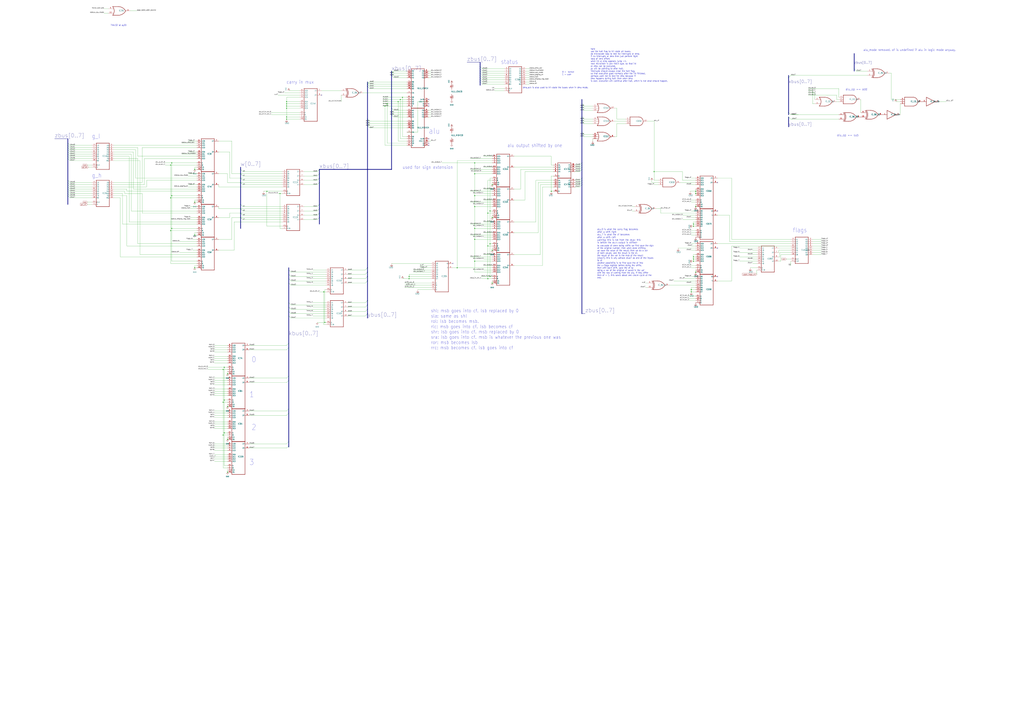
<source format=kicad_sch>
(kicad_sch (version 20231120) (generator "eeschema") (generator_version "8.0")
  (paper "A0")
  (junction (at -50.8 -147.32))
  (junction (at 332.74 138.43))
  (junction (at 1.27 -152.4))
  (junction (at 250.19 -599.44))
  (junction (at 54.61 -365.76))
  (junction (at 250.19 -607.06))
  (junction (at 307.34 -139.7))
  (junction (at 191.77 -289.56))
  (junction (at 519.43 -589.28))
  (junction (at 389.89 -424.18))
  (junction (at 295.91 -419.1))
  (junction (at 458.47 -571.5))
  (junction (at 226.06 234.95))
  (junction (at -50.8 -149.86))
  (junction (at 29.21 -347.98))
  (junction (at 519.43 -741.68))
  (junction (at 551.18 265.43))
  (junction (at 458.47 -721.36))
  (junction (at 250.19 -604.52))
  (junction (at 44.45 -314.96))
  (junction (at 568.96 283.21))
  (junction (at 44.45 -355.6))
  (junction (at 259.08 429.26))
  (junction (at 468.63 -627.38))
  (junction (at 226.06 311.15))
  (junction (at 44.45 -360.68))
  (junction (at 640.08 222.25))
  (junction (at 458.47 -619.76))
  (junction (at 516.89 -883.92))
  (junction (at 458.47 -568.96))
  (junction (at 805.18 260.35))
  (junction (at 467.36 113.03))
  (junction (at 458.47 -723.9))
  (junction (at 568.96 245.11))
  (junction (at 198.12 267.97))
  (junction (at -50.8 -121.92))
  (junction (at 186.69 -609.6))
  (junction (at 458.47 -314.96))
  (junction (at 311.15 -487.68))
  (junction (at 307.34 -134.62))
  (junction (at 802.64 339.09))
  (junction (at 332.74 123.19))
  (junction (at 568.96 321.31))
  (junction (at 458.47 -162.56))
  (junction (at 458.47 -576.58))
  (junction (at 571.5 252.73))
  (junction (at 198.12 229.87))
  (junction (at 311.15 -335.28))
  (junction (at 571.5 328.93))
  (junction (at 458.47 -728.98))
  (junction (at 191.77 -266.7))
  (junction (at 54.61 -304.8))
  (junction (at 199.39 227.33))
  (junction (at 295.91 -457.2))
  (junction (at 44.45 -307.34))
  (junction (at 516.89 -693.42))
  (junction (at 250.19 -609.6))
  (junction (at 44.45 -381))
  (junction (at 759.46 199.39))
  (junction (at 458.47 -467.36))
  (junction (at 186.69 -584.2))
  (junction (at 163.83 -172.72))
  (junction (at 307.34 -144.78))
  (junction (at -50.8 -157.48))
  (junction (at 260.35 502.92))
  (junction (at 458.47 -673.1))
  (junction (at 458.47 -271.78))
  (junction (at 519.43 -690.88))
  (junction (at 458.47 -317.5))
  (junction (at 264.16 510.54))
  (junction (at 516.89 -388.62))
  (junction (at 468.63 -373.38))
  (junction (at 474.98 321.31))
  (junction (at 250.19 -594.36))
  (junction (at 458.47 -220.98))
  (junction (at 468.63 -782.32))
  (junction (at 387.35 -457.2))
  (junction (at 295.91 -381))
  (junction (at 29.21 -373.38))
  (junction (at 571.5 214.63))
  (junction (at 311.15 -563.88))
  (junction (at 311.15 -525.78))
  (junction (at 805.18 262.89))
  (junction (at 311.15 -411.48))
  (junction (at 1.27 -149.86))
  (junction (at 44.45 -391.16))
  (junction (at 44.45 -411.48))
  (junction (at 458.47 -215.9))
  (junction (at 332.74 135.89))
  (junction (at 29.21 -358.14))
  (junction (at 295.91 -495.3))
  (junction (at 186.69 -581.66))
  (junction (at 519.43 -335.28))
  (junction (at -49.53 -226.06))
  (junction (at 295.91 -533.4))
  (junction (at -49.53 -208.28))
  (junction (at 156.21 -322.58))
  (junction (at 807.72 316.23))
  (junction (at 199.39 265.43))
  (junction (at 186.69 -594.36))
  (junction (at -100.33 -236.22))
  (junction (at 44.45 -330.2))
  (junction (at 468.63 -424.18))
  (junction (at 332.74 118.11))
  (junction (at 468.63 -876.3))
  (junction (at 44.45 -337.82))
  (junction (at 186.69 -586.74))
  (junction (at 802.64 336.55))
  (junction (at 551.18 303.53))
  (junction (at 458.47 -678.18))
  (junction (at 530.86 311.15))
  (junction (at 551.18 278.13))
  (junction (at 462.28 118.11))
  (junction (at 516.89 -744.22))
  (junction (at -49.53 -220.98))
  (junction (at 186.69 -604.52))
  (junction (at 186.69 -596.9))
  (junction (at 519.43 -843.28))
  (junction (at 519.43 -436.88))
  (junction (at -49.53 -182.88))
  (junction (at -50.8 -154.94))
  (junction (at -49.53 -231.14))
  (junction (at 458.47 -772.16))
  (junction (at 44.45 -406.4))
  (junction (at 29.21 -342.9))
  (junction (at 566.42 247.65))
  (junction (at 458.47 -373.38))
  (junction (at 186.69 -607.06))
  (junction (at -50.8 -116.84))
  (junction (at 44.45 -345.44))
  (junction (at 293.37 -492.76))
  (junction (at 468.63 -772.16))
  (junction (at 516.89 -337.82))
  (junction (at 516.89 -591.82))
  (junction (at 519.43 -640.08))
  (junction (at -49.53 -223.52))
  (junction (at 516.89 -541.02))
  (junction (at 250.19 -596.9))
  (junction (at -49.53 -187.96))
  (junction (at 468.63 -881.38))
  (junction (at 468.63 -525.78))
  (junction (at 458.47 -622.3))
  (junction (at 458.47 -782.32))
  (junction (at 458.47 -419.1))
  (junction (at 156.21 -335.28))
  (junction (at 29.21 -353.06))
  (junction (at 307.34 -137.16))
  (junction (at 44.45 -320.04))
  (junction (at 392.43 -431.8))
  (junction (at 468.63 -322.58))
  (junction (at 250.19 -581.66))
  (junction (at 458.47 -525.78))
  (junction (at 449.58 120.65))
  (junction (at 447.04 123.19))
  (junction (at -50.8 -119.38))
  (junction (at 566.42 285.75))
  (junction (at 458.47 -469.9))
  (junction (at 468.63 -883.92))
  (junction (at 307.34 -142.24))
  (junction (at 259.08 467.36))
  (junction (at 293.37 -454.66))
  (junction (at -49.53 -170.18))
  (junction (at 551.18 189.23))
  (junction (at -50.8 -114.3))
  (junction (at 226.06 196.85))
  (junction (at 311.15 -449.58))
  (junction (at 468.63 -474.98))
  (junction (at 186.69 -589.28))
  (junction (at -50.8 -152.4))
  (junction (at 44.45 -317.5))
  (junction (at 44.45 -312.42))
  (junction (at 566.42 323.85))
  (junction (at 332.74 125.73))
  (junction (at 264.16 434.34))
  (junction (at 805.18 303.53))
  (junction (at 519.43 -792.48))
  (junction (at 458.47 -670.56))
  (junction (at 516.89 -287.02))
  (junction (at 191.77 -177.8))
  (junction (at 807.72 240.03))
  (junction (at 264.16 548.64))
  (junction (at 458.47 -627.38))
  (junction (at 458.47 -474.98))
  (junction (at 250.19 -591.82))
  (junction (at 52.07 -368.3))
  (junction (at 458.47 -365.76))
  (junction (at -49.53 -185.42))
  (junction (at 295.91 -342.9))
  (junction (at 458.47 -520.7))
  (junction (at 468.63 -678.18))
  (junction (at 458.47 -416.56))
  (junction (at 29.21 -378.46))
  (junction (at 191.77 -127))
  (junction (at 519.43 -878.84))
  (junction (at 257.81 -119.38))
  (junction (at 309.88 222.25))
  (junction (at 519.43 -233.68))
  (junction (at 458.47 -424.18))
  (junction (at 259.08 505.46))
  (junction (at 458.47 -833.12))
  (junction (at 458.47 -822.96))
  (junction (at 44.45 -350.52))
  (junction (at 458.47 -322.58))
  (junction (at 571.5 290.83))
  (junction (at 311.15 -373.38))
  (junction (at 468.63 -822.96))
  (junction (at 468.63 -576.58))
  (junction (at 805.18 298.45))
  (junction (at 293.37 -530.86))
  (junction (at 186.69 -601.98))
  (junction (at 166.37 -281.94))
  (junction (at 458.47 -170.18))
  (junction (at 458.47 -830.58))
  (junction (at 44.45 -375.92))
  (junction (at -50.8 -124.46))
  (junction (at 807.72 222.25))
  (junction (at 519.43 -284.48))
  (junction (at 458.47 -266.7))
  (junction (at -50.8 -144.78))
  (junction (at 519.43 -386.08))
  (junction (at 293.37 -340.36))
  (junction (at 307.34 -129.54))
  (junction (at 260.35 426.72))
  (junction (at 186.69 -591.82))
  (junction (at -50.8 -127))
  (junction (at 474.98 323.85))
  (junction (at 1.27 -154.94))
  (junction (at 468.63 -728.98))
  (junction (at 332.74 120.65))
  (junction (at 516.89 -490.22))
  (junction (at 194.31 -142.24))
  (junction (at 519.43 -538.48))
  (junction (at 458.47 -165.1))
  (junction (at 156.21 -175.26))
  (junction (at 807.72 224.79))
  (junction (at 29.21 -327.66))
  (junction (at 293.37 -378.46))
  (junction (at 260.35 464.82))
  (junction (at 551.18 227.33))
  (junction (at 293.37 -416.56))
  (junction (at 458.47 -264.16))
  (junction (at 516.89 -642.62))
  (junction (at 250.19 -589.28))
  (junction (at 805.18 300.99))
  (junction (at 226.06 273.05))
  (junction (at -49.53 -180.34))
  (junction (at 377.19 374.65))
  (junction (at 551.18 201.93))
  (junction (at 468.63 -170.18))
  (junction (at 250.19 -584.2))
  (junction (at 516.89 -795.02))
  (junction (at 551.18 240.03))
  (junction (at 52.07 -337.82))
  (junction (at 199.39 189.23))
  (junction (at 156.21 -325.12))
  (junction (at -49.53 -218.44))
  (junction (at 516.89 -236.22))
  (junction (at 458.47 -213.36))
  (junction (at 375.92 339.09))
  (junction (at 519.43 -487.68))
  (junction (at 458.47 -518.16))
  (junction (at 458.47 -368.3))
  (junction (at 325.12 224.79))
  (junction (at 464.82 115.57))
  (junction (at 44.45 -325.12))
  (junction (at 158.75 -165.1))
  (junction (at 44.45 -386.08))
  (junction (at 468.63 -220.98))
  (junction (at 54.61 -335.28))
  (junction (at 516.89 -845.82))
  (junction (at 250.19 -586.74))
  (junction (at 516.89 -439.42))
  (junction (at 198.12 191.77))
  (junction (at 264.16 472.44))
  (junction (at 468.63 -271.78))
  (no_connect (at 82.55 -320.04))
  (no_connect (at 833.12 288.29))
  (no_connect (at 554.99 -297.18))
  (no_connect (at 207.01 -317.5))
  (no_connect (at 833.12 212.09))
  (no_connect (at 373.38 110.49))
  (no_connect (at 417.83 -431.8))
  (no_connect (at 26.67 -157.48))
  (no_connect (at -21.59 -195.58))
  (no_connect (at 554.99 -198.12))
  (no_connect (at 525.78 306.07))
  (no_connect (at 283.21 -137.16))
  (no_connect (at 497.84 120.65))
  (no_connect (at 497.84 168.91))
  (no_connect (at -21.59 -121.92))
  (no_connect (at -21.59 -147.32))
  (no_connect (at -21.59 -233.68))
  (no_connect (at 554.99 -208.28))
  (no_connect (at 833.12 321.31))
  (no_connect (at 332.74 -137.16))
  (no_connect (at -21.59 -116.84))
  (no_connect (at 26.67 -154.94))
  (no_connect (at 497.84 123.19))
  (no_connect (at 283.21 -177.8))
  (no_connect (at 833.12 245.11))
  (no_connect (at 554.99 -393.7))
  (no_connect (at 332.74 -142.24))
  (no_connect (at 332.74 -147.32))
  (no_connect (at 417.83 -434.34))
  (no_connect (at 554.99 -299.72))
  (no_connect (at 497.84 166.37))
  (no_connect (at -21.59 -127))
  (no_connect (at 554.99 -203.2))
  (no_connect (at 207.01 -335.28))
  (no_connect (at -21.59 -157.48))
  (no_connect (at 497.84 115.57))
  (no_connect (at 26.67 -152.4))
  (no_connect (at 554.99 -205.74))
  (no_connect (at 554.99 -200.66))
  (no_connect (at 554.99 -193.04))
  (no_connect (at 554.99 -302.26))
  (no_connect (at -21.59 -152.4))
  (no_connect (at 26.67 -149.86))
  (no_connect (at 497.84 161.29))
  (no_connect (at 554.99 -195.58))
  (no_connect (at 554.99 -304.8))
  (no_connect (at 554.99 -190.5))
  (no_connect (at 207.01 -337.82))
  (no_connect (at 82.55 -314.96))
  (bus_entry (at 425.45 -289.56) (size 2.54 2.54))
  (bus_entry (at 429.26 102.87) (size -2.54 -2.54))
  (bus_entry (at 281.94 204.47) (size -2.54 -2.54))
  (bus_entry (at 425.45 -251.46) (size 2.54 2.54))
  (bus_entry (at 425.45 -665.48) (size 2.54 2.54))
  (bus_entry (at 425.45 -718.82) (size 2.54 2.54))
  (bus_entry (at 675.64 194.31) (size -2.54 2.54))
  (bus_entry (at 78.74 209.55) (size 2.54 2.54))
  (bus_entry (at 427.99 -327.66) (size -2.54 -2.54))
  (bus_entry (at 427.99 -581.66) (size -2.54 -2.54))
  (bus_entry (at 425.45 -342.9) (size 2.54 2.54))
  (bus_entry (at 153.67 -505.46) (size 2.54 2.54))
  (bus_entry (at 422.91 -480.06) (size 2.54 -2.54))
  (bus_entry (at 368.3 245.11) (size 2.54 -2.54))
  (bus_entry (at 915.67 130.81) (size 2.54 2.54))
  (bus_entry (at 427.99 -889) (size -2.54 -2.54))
  (bus_entry (at 123.19 -431.8) (size -2.54 -2.54))
  (bus_entry (at 335.28 328.93) (size 2.54 2.54))
  (bus_entry (at 427.99 -835.66) (size -2.54 -2.54))
  (bus_entry (at 215.9 -584.2) (size 2.54 2.54))
  (bus_entry (at 678.18 156.21) (size -2.54 -2.54))
  (bus_entry (at 215.9 -581.66) (size 2.54 2.54))
  (bus_entry (at 427.99 -635) (size -2.54 -2.54))
  (bus_entry (at 425.45 -462.28) (size 2.54 2.54))
  (bus_entry (at 424.18 313.69) (size 2.54 -2.54))
  (bus_entry (at 425.45 -762) (size 2.54 2.54))
  (bus_entry (at 425.45 -599.44) (size 2.54 2.54))
  (bus_entry (at 152.4 -607.06) (size 2.54 2.54))
  (bus_entry (at 425.45 -896.62) (size 2.54 2.54))
  (bus_entry (at 425.45 -792.48) (size 2.54 2.54))
  (bus_entry (at 429.26 148.59) (size -2.54 -2.54))
  (bus_entry (at 424.18 356.87) (size 2.54 -2.54))
  (bus_entry (at 425.45 -185.42) (size 2.54 2.54))
  (bus_entry (at 123.19 -401.32) (size -2.54 -2.54))
  (bus_entry (at 675.64 207.01) (size -2.54 2.54))
  (bus_entry (at 425.45 -284.48) (size 2.54 2.54))
  (bus_entry (at 335.28 398.78) (size -2.54 2.54))
  (bus_entry (at 457.2 130.81) (size -2.54 -2.54))
  (bus_entry (at 368.3 204.47) (size 2.54 -2.54))
  (bus_entry (at 425.45 -497.84) (size 2.54 2.54))
  (bus_entry (at 557.53 87.63) (size 2.54 2.54))
  (bus_entry (at 368.3 255.27) (size 2.54 -2.54))
  (bus_entry (at 424.18 351.79) (size 2.54 -2.54))
  (bus_entry (at 425.45 -708.66) (size 2.54 2.54))
  (bus_entry (at 123.19 -368.3) (size -2.54 -2.54))
  (bus_entry (at 153.67 -495.3) (size 2.54 2.54))
  (bus_entry (at 425.45 -759.46) (size 2.54 2.54))
  (bus_entry (at 425.45 -513.08) (size 2.54 2.54))
  (bus_entry (at 78.74 219.71) (size 2.54 2.54))
  (bus_entry (at 425.45 -452.12) (size 2.54 2.54))
  (bus_entry (at 425.45 -716.28) (size 2.54 2.54))
  (bus_entry (at 425.45 -596.9) (size 2.54 2.54))
  (bus_entry (at 425.45 -510.54) (size 2.54 2.54))
  (bus_entry (at 335.28 480.06) (size -2.54 2.54))
  (bus_entry (at 425.45 -797.56) (size 2.54 2.54))
  (bus_entry (at 368.3 240.03) (size 2.54 -2.54))
  (bus_entry (at 427.99 -226.06) (size -2.54 -2.54))
  (bus_entry (at 152.4 -596.9) (size 2.54 2.54))
  (bus_entry (at 425.45 -198.12) (size 2.54 2.54))
  (bus_entry (at 425.45 -607.06) (size 2.54 2.54))
  (bus_entry (at 335.28 351.79) (size 2.54 2.54))
  (bus_entry (at 425.45 -698.5) (size 2.54 2.54))
  (bus_entry (at 78.74 212.09) (size 2.54 2.54))
  (bus_entry (at 429.26 97.79) (size -2.54 -2.54))
  (bus_entry (at 425.45 -767.08) (size 2.54 2.54))
  (bus_entry (at 425.45 -350.52) (size 2.54 2.54))
  (bus_entry (at 368.3 250.19) (size 2.54 -2.54))
  (bus_entry (at 427.99 -381) (size -2.54 -2.54))
  (bus_entry (at 427.99 -685.8) (size -2.54 -2.54))
  (bus_entry (at 425.45 -408.94) (size 2.54 2.54))
  (bus_entry (at 425.45 -863.6) (size 2.54 2.54))
  (bus_entry (at 425.45 -238.76) (size 2.54 2.54))
  (bus_entry (at 425.45 -335.28) (size 2.54 2.54))
  (bus_entry (at 425.45 -614.68) (size 2.54 2.54))
  (bus_entry (at 427.99 -177.8) (size -2.54 -2.54))
  (bus_entry (at 675.64 189.23) (size -2.54 2.54))
  (bus_entry (at 152.4 -612.14) (size 2.54 2.54))
  (bus_entry (at 425.45 -662.94) (size 2.54 2.54))
  (bus_entry (at 422.91 -444.5) (size 2.54 -2.54))
  (bus_entry (at 425.45 -815.34) (size 2.54 2.54))
  (bus_entry (at 425.45 -363.22) (size 2.54 2.54))
  (bus_entry (at 425.45 -546.1) (size 2.54 2.54))
  (bus_entry (at 425.45 -901.7) (size 2.54 2.54))
  (bus_entry (at 425.45 -193.04) (size 2.54 2.54))
  (bus_entry (at 425.45 -254) (size 2.54 2.54))
  (bus_entry (at 425.45 -764.54) (size 2.54 2.54))
  (bus_entry (at 215.9 -599.44) (size 2.54 2.54))
  (bus_entry (at 422.91 -474.98) (size 2.54 -2.54))
  (bus_entry (at 429.26 143.51) (size -2.54 -2.54))
  (bus_entry (at 425.45 -640.08) (size 2.54 2.54))
  (bus_entry (at 425.45 -843.28) (size 2.54 2.54))
  (bus_entry (at 427.99 -330.2) (size -2.54 -2.54))
  (bus_entry (at 427.99 -279.4) (size -2.54 -2.54))
  (bus_entry (at 215.9 -612.14) (size 2.54 2.54))
  (bus_entry (at 425.45 -919.48) (size 2.54 2.54))
  (bus_entry (at 424.18 328.93) (size 2.54 -2.54))
  (bus_entry (at 422.91 -462.28) (size 2.54 -2.54))
  (bus_entry (at 557.53 85.09) (size 2.54 2.54))
  (bus_entry (at 281.94 209.55) (size -2.54 -2.54))
  (bus_entry (at 335.28 436.88) (size -2.54 2.54))
  (bus_entry (at 152.4 -604.52) (size 2.54 2.54))
  (bus_entry (at 425.45 -871.22) (size 2.54 2.54))
  (bus_entry (at 427.99 -632.46) (size -2.54 -2.54))
  (bus_entry (at 78.74 173.99) (size 2.54 2.54))
  (bus_entry (at 78.74 168.91) (size 2.54 2.54))
  (bus_entry (at 425.45 -208.28) (size 2.54 2.54))
  (bus_entry (at 78.74 227.33) (size 2.54 2.54))
  (bus_entry (at 425.45 -441.96) (size -2.54 2.54))
  (bus_entry (at 425.45 -195.58) (size 2.54 2.54))
  (bus_entry (at 427.99 -530.86) (size -2.54 -2.54))
  (bus_entry (at 422.91 -477.52) (size 2.54 -2.54))
  (bus_entry (at 335.28 313.69) (size 2.54 2.54))
  (bus_entry (at 557.53 90.17) (size 2.54 2.54))
  (bus_entry (at 215.9 -604.52) (size 2.54 2.54))
  (bus_entry (at 425.45 -360.68) (size 2.54 2.54))
  (bus_entry (at 425.45 -304.8) (size 2.54 2.54))
  (bus_entry (at 425.45 -713.74) (size 2.54 2.54))
  (bus_entry (at 425.45 -541.02) (size 2.54 2.54))
  (bus_entry (at 457.2 90.17) (size -2.54 -2.54))
  (bus_entry (at 557.53 82.55) (size 2.54 2.54))
  (bus_entry (at 425.45 -647.7) (size 2.54 2.54))
  (bus_entry (at 425.45 -299.72) (size 2.54 2.54))
  (bus_entry (at 557.53 92.71) (size 2.54 2.54))
  (bus_entry (at 425.45 -706.12) (size 2.54 2.54))
  (bus_entry (at 425.45 -358.14) (size 2.54 2.54))
  (bus_entry (at 153.67 -497.84) (size 2.54 2.54))
  (bus_entry (at 425.45 -820.42) (size 2.54 2.54))
  (bus_entry (at 675.64 196.85) (size -2.54 2.54))
  (bus_entry (at 425.45 -297.18) (size 2.54 2.54))
  (bus_entry (at 427.99 -736.6) (size -2.54 -2.54))
  (bus_entry (at 675.64 209.55) (size -2.54 2.54))
  (bus_entry (at 425.45 -589.28) (size 2.54 2.54))
  (bus_entry (at 425.45 -505.46) (size 2.54 2.54))
  (bus_entry (at 215.9 -614.68) (size 2.54 2.54))
  (bus_entry (at 425.45 -414.02) (size 2.54 2.54))
  (bus_entry (at 425.45 -464.82) (size 2.54 2.54))
  (bus_entry (at 425.45 -909.32) (size 2.54 2.54))
  (bus_entry (at 425.45 -347.98) (size 2.54 2.54))
  (bus_entry (at 425.45 -652.78) (size 2.54 2.54))
  (bus_entry (at 335.28 318.77) (size 2.54 2.54))
  (bus_entry (at 425.45 -261.62) (size 2.54 2.54))
  (bus_entry (at 425.45 -812.8) (size 2.54 2.54))
  (bus_entry (at 425.45 -388.62) (size 2.54 2.54))
  (bus_entry (at 425.45 -853.44) (size 2.54 2.54))
  (bus_entry (at 425.45 -655.32) (size 2.54 2.54))
  (bus_entry (at 425.45 -795.02) (size 2.54 2.54))
  (bus_entry (at 422.91 -472.44) (size 2.54 -2.54))
  (bus_entry (at 425.45 -447.04) (size 2.54 2.54))
  (bus_entry (at 425.45 -749.3) (size 2.54 2.54))
  (bus_entry (at 78.74 184.15) (size 2.54 2.54))
  (bus_entry (at 425.45 -441.96) (size 2.54 2.54))
  (bus_entry (at 427.99 -276.86) (size -2.54 -2.54))
  (bus_entry (at 425.45 -657.86) (size 2.54 2.54))
  (bus_entry (at 425.45 -337.82) (size 2.54 2.54))
  (bus_entry (at 425.45 -558.8) (size 2.54 2.54))
  (bus_entry (at 425.45 -495.3) (size 2.54 2.54))
  (bus_entry (at 425.45 -187.96) (size 2.54 2.54))
  (bus_entry (at 425.45 -848.36) (size 2.54 2.54))
  (bus_entry (at 425.45 -855.98) (size 2.54 2.54))
  (bus_entry (at 368.3 209.55) (size 2.54 -2.54))
  (bus_entry (at 153.67 -492.76) (size 2.54 2.54))
  (bus_entry (at 215.9 -607.06) (size 2.54 2.54))
  (bus_entry (at 425.45 -287.02) (size 2.54 2.54))
  (bus_entry (at 422.91 -469.9) (size 2.54 -2.54))
  (bus_entry (at 152.4 -591.82) (size 2.54 2.54))
  (bus_entry (at 425.45 -439.42) (size -2.54 2.54))
  (bus_entry (at 425.45 -744.22) (size 2.54 2.54))
  (bus_entry (at 425.45 -916.94) (size 2.54 2.54))
  (bus_entry (at 425.45 -203.2) (size 2.54 2.54))
  (bus_entry (at 425.45 -515.62) (size 2.54 2.54))
  (bus_entry (at 457.2 135.89) (size -2.54 -2.54))
  (bus_entry (at 425.45 -454.66) (size 2.54 2.54))
  (bus_entry (at 152.4 -586.74) (size 2.54 2.54))
  (bus_entry (at 425.45 -248.92) (size 2.54 2.54))
  (bus_entry (at 678.18 128.27) (size -2.54 -2.54))
  (bus_entry (at 335.28 361.95) (size 2.54 2.54))
  (bus_entry (at 425.45 -444.5) (size 2.54 2.54))
  (bus_entry (at 425.45 -911.86) (size 2.54 2.54))
  (bus_entry (at 152.4 -581.66) (size 2.54 2.54))
  (bus_entry (at 422.91 -464.82) (size 2.54 -2.54))
  (bus_entry (at 78.74 171.45) (size 2.54 2.54))
  (bus_entry (at 429.26 140.97) (size -2.54 -2.54))
  (bus_entry (at 457.2 128.27) (size -2.54 -2.54))
  (bus_entry (at 425.45 -243.84) (size 2.54 2.54))
  (bus_entry (at 918.21 138.43) (size -2.54 -2.54))
  (bus_entry (at 425.45 -449.58) (size 2.54 2.54))
  (bus_entry (at 678.18 125.73) (size -2.54 -2.54))
  (bus_entry (at 425.45 -751.84) (size 2.54 2.54))
  (bus_entry (at 78.74 222.25) (size 2.54 2.54))
  (bus_entry (at 425.45 -508) (size 2.54 2.54))
  (bus_entry (at 427.99 -683.26) (size -2.54 -2.54))
  (bus_entry (at 424.18 323.85) (size 2.54 -2.54))
  (bus_entry (at 425.45 -396.24) (size 2.54 2.54))
  (bus_entry (at 425.45 -256.54) (size 2.54 2.54))
  (bus_entry (at 429.26 146.05) (size -2.54 -2.54))
  (bus_entry (at 425.45 -309.88) (size 2.54 2.54))
  (bus_entry (at 215.9 -601.98) (size 2.54 2.54))
  (bus_entry (at 425.45 -756.92) (size 2.54 2.54))
  (bus_entry (at 425.45 -807.72) (size 2.54 2.54))
  (bus_entry (at 335.28 474.98) (size -2.54 2.54))
  (bus_entry (at 424.18 361.95) (size 2.54 -2.54))
  (bus_entry (at 425.45 -411.48) (size 2.54 2.54))
  (bus_entry (at 425.45 -668.02) (size 2.54 2.54))
  (bus_entry (at 335.28 518.16) (size -2.54 2.54))
  (bus_entry (at 675.64 212.09) (size -2.54 2.54))
  (bus_entry (at 425.45 -861.06) (size 2.54 2.54))
  (bus_entry (at 429.26 95.25) (size -2.54 2.54))
  (bus_entry (at 457.2 133.35) (size -2.54 -2.54))
  (bus_entry (at 425.45 -701.04) (size 2.54 2.54))
  (bus_entry (at 675.64 214.63) (size -2.54 2.54))
  (bus_entry (at 425.45 -294.64) (size 2.54 2.54))
  (bus_entry (at 335.28 441.96) (size -2.54 2.54))
  (bus_entry (at 422.91 -447.04) (size 2.54 -2.54))
  (bus_entry (at 425.45 -312.42) (size 2.54 2.54))
  (bus_entry (at 425.45 -340.36) (size 2.54 2.54))
  (bus_entry (at 422.91 -441.96) (size 2.54 -2.54))
  (bus_entry (at 425.45 -355.6) (size 2.54 2.54))
  (bus_entry (at 425.45 -259.08) (size 2.54 2.54))
  (bus_entry (at 215.9 -609.6) (size 2.54 2.54))
  (bus_entry (at 335.28 403.86) (size -2.54 2.54))
  (bus_entry (at 281.94 240.03) (size -2.54 -2.54))
  (bus_entry (at 425.45 -703.58) (size 2.54 2.54))
  (bus_entry (at 424.18 318.77) (size 2.54 -2.54))
  (bus_entry (at 153.67 -502.92) (size 2.54 2.54))
  (bus_entry (at 425.45 -459.74) (size 2.54 2.54))
  (bus_entry (at 425.45 -845.82) (size 2.54 2.54))
  (bus_entry (at 281.94 250.19) (size -2.54 -2.54))
  (bus_entry (at 425.45 -502.92) (size 2.54 2.54))
  (bus_entry (at 425.45 -345.44) (size 2.54 2.54))
  (bus_entry (at 281.94 255.27) (size -2.54 -2.54))
  (bus_entry (at 335.28 367.03) (size 2.54 2.54))
  (bus_entry (at 152.4 -599.44) (size 2.54 2.54))
  (bus_entry (at 557.53 80.01) (size 2.54 2.54))
  (bus_entry (at 425.45 -439.42) (size 2.54 2.54))
  (bus_entry (at 427.99 -784.86) (size -2.54 -2.54))
  (bus_entry (at 152.4 -601.98) (size 2.54 2.54))
  (bus_entry (at 215.9 -591.82) (size 2.54 2.54))
  (bus_entry (at 335.28 356.87) (size 2.54 2.54))
  (bus_entry (at 123.19 -426.72) (size -2.54 -2.54))
  (bus_entry (at 425.45 -594.36) (size 2.54 2.54))
  (bus_entry (at 457.2 82.55) (size -2.54 2.54))
  (bus_entry (at 427.99 -175.26) (size -2.54 -2.54))
  (bus_entry (at 425.45 -601.98) (size 2.54 2.54))
  (bus_entry (at 425.45 -236.22) (size 2.54 2.54))
  (bus_entry (at 215.9 -596.9) (size 2.54 2.54))
  (bus_entry (at 678.18 140.97) (size -2.54 -2.54))
  (bus_entry (at 425.45 -858.52) (size 2.54 2.54))
  (bus_entry (at 123.19 -342.9) (size -2.54 -2.54))
  (bus_entry (at 675.64 191.77) (size -2.54 2.54))
  (bus_entry (at 678.18 158.75) (size -2.54 -2.54))
  (bus_entry (at 427.99 -734.06) (size -2.54 -2.54))
  (bus_entry (at 678.18 123.19) (size -2.54 -2.54))
  (bus_entry (at 425.45 -904.24) (size 2.54 2.54))
  (bus_entry (at 425.45 -391.16) (size 2.54 2.54))
  (bus_entry (at 78.74 214.63) (size 2.54 2.54))
  (bus_entry (at 425.45 -548.64) (size 2.54 2.54))
  (bus_entry (at 215.9 -586.74) (size 2.54 2.54))
  (bus_entry (at 429.26 100.33) (size -2.54 -2.54))
  (bus_entry (at 425.45 -353.06) (size 2.54 2.54))
  (bus_entry (at 425.45 -754.38) (size 2.54 2.54))
  (bus_entry (at 425.45 -645.16) (size 2.54 2.54))
  (bus_entry (at 425.45 -693.42) (size 2.54 2.54))
  (bus_entry (at 425.45 -894.08) (size 2.54 2.54))
  (bus_entry (at 425.45 -711.2) (size 2.54 2.54))
  (bus_entry (at 425.45 -210.82) (size 2.54 2.54))
  (bus_entry (at 281.94 199.39) (size -2.54 -2.54))
  (bus_entry (at 78.74 181.61) (size 2.54 2.54))
  (bus_entry (at 425.45 -398.78) (size 2.54 2.54))
  (bus_entry (at 427.99 -533.4) (size -2.54 -2.54))
  (bus_entry (at 425.45 -746.76) (size 2.54 2.54))
  (bus_entry (at 123.19 -365.76) (size -2.54 -2.54))
  (bus_entry (at 152.4 -589.28) (size 2.54 2.54))
  (bus_entry (at 425.45 -741.68) (size 2.54 2.54))
  (bus_entry (at 425.45 -436.88) (size 2.54 2.54))
  (bus_entry (at 425.45 -200.66) (size 2.54 2.54))
  (bus_entry (at 422.91 -467.36) (size 2.54 -2.54))
  (bus_entry (at 425.45 -241.3) (size 2.54 2.54))
  (bus_entry (at 123.19 -398.78) (size -2.54 -2.54))
  (bus_entry (at 425.45 -457.2) (size 2.54 2.54))
  (bus_entry (at 78.74 217.17) (size 2.54 2.54))
  (bus_entry (at 918.21 87.63) (size -2.54 2.54))
  (bus_entry (at 425.45 -805.18) (size 2.54 2.54))
  (bus_entry (at 425.45 -695.96) (size 2.54 2.54))
  (bus_entry (at 425.45 -538.48) (size 2.54 2.54))
  (bus_entry (at 281.94 214.63) (size -2.54 -2.54))
  (bus_entry (at 425.45 -292.1) (size 2.54 2.54))
  (bus_entry (at 425.45 -553.72) (size 2.54 2.54))
  (bus_entry (at 425.45 -302.26) (size 2.54 2.54))
  (bus_entry (at 457.2 85.09) (size -2.54 -2.54))
  (bus_entry (at 425.45 -246.38) (size 2.54 2.54))
  (bus_entry (at 427.99 -787.4) (size -2.54 -2.54))
  (bus_entry (at 425.45 -650.24) (size 2.54 2.54))
  (bus_entry (at 153.67 -500.38) (size 2.54 2.54))
  (bus_entry (at 427.99 -584.2) (size -2.54 -2.54))
  (bus_entry (at 425.45 -868.68) (size 2.54 2.54))
  (bus_entry (at 427.99 -886.46) (size -2.54 -2.54))
  (bus_entry (at 78.74 179.07) (size 2.54 2.54))
  (bus_entry (at 425.45 -642.62) (size 2.54 2.54))
  (bus_entry (at 368.3 199.39) (size 2.54 -2.54))
  (bus_entry (at 425.45 -609.6) (size 2.54 2.54))
  (bus_entry (at 425.45 -205.74) (size 2.54 2.54))
  (bus_entry (at 425.45 -233.68) (size 2.54 2.54))
  (bus_entry (at 427.99 -431.8) (size -2.54 -2.54))
  (bus_entry (at 427.99 -228.6) (size -2.54 -2.54))
  (bus_entry (at 123.19 -340.36) (size -2.54 -2.54))
  (bus_entry (at 678.18 138.43) (size -2.54 -2.54))
  (bus_entry (at 557.53 95.25) (size 2.54 2.54))
  (bus_entry (at 424.18 367.03) (size 2.54 -2.54))
  (bus_entry (at 425.45 -386.08) (size 2.54 2.54))
  (bus_entry (at 425.45 -817.88) (size 2.54 2.54))
  (bus_entry (at 557.53 77.47) (size 2.54 2.54))
  (bus_entry (at 425.45 -690.88) (size 2.54 2.54))
  (bus_entry (at 425.45 -899.16) (size 2.54 2.54))
  (bus_entry (at 425.45 -906.78) (size 2.54 2.54))
  (bus_entry (at 425.45 -604.52) (size 2.54 2.54))
  (bus_entry (at 78.74 176.53) (size 2.54 2.54))
  (bus_entry (at 215.9 -589.28) (size 2.54 2.54))
  (bus_entry (at 215.9 -594.36) (size 2.54 2.54))
  (bus_entry (at 152.4 -614.68) (size 2.54 2.54))
  (bus_entry (at 427.99 -480.06) (size -2.54 -2.54))
  (bus_entry (at 123.19 -373.38) (size -2.54 -2.54))
  (bus_entry (at 425.45 -500.38) (size 2.54 2.54))
  (bus_entry (at 78.74 224.79) (size 2.54 2.54))
  (bus_entry (at 425.45 -403.86) (size 2.54 2.54))
  (bus_entry (at 425.45 -487.68) (size 2.54 2.54))
  (bus_entry (at 281.94 245.11) (size -2.54 -2.54))
  (bus_entry (at 425.45 -660.4) (size 2.54 2.54))
  (bus_entry (at 425.45 -406.4) (size 2.54 2.54))
  (bus_entry (at 425.45 -612.14) (size 2.54 2.54))
  (bus_entry (at 425.45 -591.82) (size 2.54 2.54))
  (bus_entry (at 425.45 -561.34) (size 2.54 2.54))
  (bus_entry (at 123.19 -396.24) (size -2.54 -2.54))
  (bus_entry (at 425.45 -556.26) (size 2.54 2.54))
  (bus_entry (at 422.91 -449.58) (size 2.54 -2.54))
  (bus_entry (at 153.67 -490.22) (size 2.54 2.54))
  (bus_entry (at 152.4 -609.6) (size 2.54 2.54))
  (bus_entry (at 425.45 -914.4) (size 2.54 2.54))
  (bus_entry (at 425.45 -617.22) (size 2.54 2.54))
  (bus_entry (at 427.99 -378.46) (size -2.54 -2.54))
  (bus_entry (at 425.45 -802.64) (size 2.54 2.54))
  (bus_entry (at 78.74 166.37) (size 2.54 2.54))
  (bus_entry (at 425.45 -922.02) (size 2.54 2.54))
  (bus_entry (at 335.28 323.85) (size 2.54 2.54))
  (bus_entry (at 152.4 -594.36) (size 2.54 2.54))
  (bus_entry (at 425.45 -490.22) (size 2.54 2.54))
  (bus_entry (at 678.18 143.51) (size -2.54 -2.54))
  (bus_entry (at 425.45 -190.5) (size 2.54 2.54))
  (bus_entry (at 425.45 -800.1) (size 2.54 2.54))
  (bus_entry (at 425.45 -850.9) (size 2.54 2.54))
  (bus_entry (at 368.3 214.63) (size 2.54 -2.54))
  (bus_entry (at 425.45 -401.32) (size 2.54 2.54))
  (bus_entry (at 425.45 -307.34) (size 2.54 2.54))
  (bus_entry (at 425.45 -810.26) (size 2.54 2.54))
  (bus_entry (at 425.45 -769.62) (size 2.54 2.54))
  (bus_entry (at 457.2 87.63) (size -2.54 -2.54))
  (bus_entry (at 425.45 -551.18) (size 2.54 2.54))
  (bus_entry (at 994.41 82.55) (size -2.54 -2.54))
  (bus_entry (at 335.28 513.08) (size -2.54 2.54))
  (bus_entry (at 123.19 -403.86) (size -2.54 -2.54))
  (bus_entry (at 425.45 -393.7) (size 2.54 2.54))
  (bus_entry (at 425.45 -866.14) (size 2.54 2.54))
  (bus_entry (at 425.45 -492.76) (size 2.54 2.54))
  (bus_entry (at 153.67 -487.68) (size 2.54 2.54))
  (bus_entry (at 123.19 -434.34) (size -2.54 2.54))
  (bus_entry (at 123.19 -429.26) (size -2.54 -2.54))
  (bus_entry (at 123.19 -370.84) (size -2.54 -2.54))
  (bus_entry (at 427.99 -429.26) (size -2.54 -2.54))
  (bus_entry (at 425.45 -182.88) (size 2.54 2.54))
  (bus_entry (at 425.45 -566.42) (size 2.54 2.54))
  (bus_entry (at 152.4 -584.2) (size 2.54 2.54))
  (bus_entry (at 427.99 -482.6) (size -2.54 -2.54))
  (bus_entry (at 425.45 -543.56) (size 2.54 2.54))
  (bus_entry (at 425.45 -563.88) (size 2.54 2.54))
  (bus_entry (at 427.99 -838.2) (size -2.54 -2.54))
  (wire (pts (xy 547.37 -345.44) (xy 554.99 -345.44)))
  (wire (pts (xy 516.89 -439.42) (xy 521.97 -439.42)) (stroke (width 0.1524)))
  (bus (pts (xy 153.67 -500.38) (xy 153.67 -497.84)) (stroke (width 0.762)))
  (bus (pts (xy 120.65 -403.86) (xy 120.65 -406.4)) (stroke (width 0.762)))
  (wire (pts (xy 218.44 201.93) (xy 228.6 201.93)) (stroke (width 0.1524)))
  (bus (pts (xy 425.45 -406.4) (xy 425.45 -403.86)) (stroke (width 0.762)))
  (wire (pts (xy 347.98 133.35) (xy 314.96 133.35)) (stroke (width 0.1524)))
  (wire (pts (xy 250.19 -591.82) (xy 250.19 -594.36)))
  (wire (pts (xy 259.08 467.36) (xy 259.08 429.26)))
  (bus (pts (xy 370.84 247.65) (xy 370.84 252.73)) (stroke (width 0.762)))
  (bus (pts (xy 425.45 -553.72) (xy 425.45 -551.18)) (stroke (width 0.762)))
  (wire (pts (xy 767.08 247.65) (xy 767.08 242.57)) (stroke (width 0.1524)))
  (wire (pts (xy 807.72 255.27) (xy 792.48 255.27)) (stroke (width 0.1524)))
  (wire (pts (xy 82.55 -375.92) (xy 97.79 -375.92)) (stroke (width 0.1524)))
  (wire (pts (xy 102.87 -355.6) (xy 102.87 -358.14)) (stroke (width 0.1524)))
  (bus (pts (xy 335.28 328.93) (xy 335.28 351.79)) (stroke (width 0.762)))
  (wire (pts (xy 458.47 -264.16) (xy 458.47 -220.98)) (stroke (width 0.1524)))
  (wire (pts (xy 284.48 -340.36) (xy 293.37 -340.36)) (stroke (width 0.1524)))
  (bus (pts (xy 335.28 403.86) (xy 335.28 436.88)) (stroke (width 0.762)))
  (wire (pts (xy 494.03 -200.66) (xy 521.97 -200.66)) (stroke (width 0.1524)))
  (wire (pts (xy 194.31 -271.78) (xy 191.77 -271.78)) (stroke (width 0.1524)))
  (wire (pts (xy 547.37 -350.52) (xy 554.99 -350.52)))
  (wire (pts (xy 52.07 -337.82) (xy 57.15 -337.82)) (stroke (width 0.1524)))
  (wire (pts (xy 571.5 283.21) (xy 568.96 283.21)) (stroke (width 0.1524)))
  (wire (pts (xy 713.74 158.75) (xy 716.28 158.75)) (stroke (width 0.1524)))
  (wire (pts (xy 311.15 -452.12) (xy 311.15 -449.58)))
  (bus (pts (xy 425.45 -401.32) (xy 425.45 -398.78)) (stroke (width 0.762)))
  (bus (pts (xy 78.74 209.55) (xy 78.74 212.09)) (stroke (width 0.762)))
  (wire (pts (xy 571.5 194.31) (xy 561.34 194.31)) (stroke (width 0.1524)))
  (wire (pts (xy 81.28 181.61) (xy 106.68 181.61)))
  (bus (pts (xy 557.53 90.17) (xy 557.53 92.71)) (stroke (width 0.762)))
  (wire (pts (xy 260.35 502.92) (xy 260.35 464.82)))
  (wire (pts (xy 427.99 -614.68) (xy 468.63 -614.68)))
  (wire (pts (xy 547.37 -703.58) (xy 554.99 -703.58)))
  (wire (pts (xy 353.06 240.03) (xy 368.3 240.03)) (stroke (width 0.1524)))
  (wire (pts (xy 293.37 -416.56) (xy 293.37 -454.66)))
  (wire (pts (xy -97.79 -223.52) (xy -100.33 -223.52)) (stroke (width 0.1524)))
  (wire (pts (xy 311.15 -490.22) (xy 311.15 -487.68)))
  (wire (pts (xy 186.69 -612.14) (xy 186.69 -609.6)))
  (wire (pts (xy 571.5 209.55) (xy 566.42 209.55)) (stroke (width 0.1524)))
  (wire (pts (xy 571.5 270.51) (xy 561.34 270.51)) (stroke (width 0.1524)))
  (bus (pts (xy 425.45 -414.02) (xy 425.45 -411.48)) (stroke (width 0.762)))
  (wire (pts (xy -50.8 -121.92) (xy -50.8 -119.38)))
  (wire (pts (xy 519.43 -589.28) (xy 519.43 -538.48)) (stroke (width 0.1524)))
  (wire (pts (xy 427.99 -513.08) (xy 468.63 -513.08)))
  (wire (pts (xy 332.74 120.65) (xy 332.74 123.19)) (stroke (width 0.1524)))
  (wire (pts (xy 293.37 -530.86) (xy 293.37 -568.96)))
  (wire (pts (xy 264.16 543.56) (xy 259.08 543.56)))
  (wire (pts (xy 457.2 135.89) (xy 472.44 135.89)) (stroke (width 0.1524)))
  (wire (pts (xy 736.6 245.11) (xy 734.06 245.11)) (stroke (width 0.1524)))
  (wire (pts (xy 307.34 -139.7) (xy 307.34 -137.16)))
  (wire (pts (xy 547.37 -901.7) (xy 554.99 -901.7)))
  (wire (pts (xy 392.43 -439.42) (xy 361.95 -439.42)) (stroke (width 0.1524)))
  (wire (pts (xy 447.04 123.19) (xy 447.04 168.91)) (stroke (width 0.1524)))
  (wire (pts (xy 166.37 -266.7) (xy 166.37 -281.94)) (stroke (width 0.1524)))
  (wire (pts (xy 500.38 316.23) (xy 480.06 316.23)) (stroke (width 0.1524)))
  (wire (pts (xy 427.99 -850.9) (xy 468.63 -850.9)))
  (wire (pts (xy 500.38 331.47) (xy 469.9 331.47)) (stroke (width 0.1524)))
  (wire (pts (xy 95.25 -386.08) (xy 181.61 -386.08)) (stroke (width 0.1524)))
  (wire (pts (xy 181.61 -342.9) (xy 123.19 -342.9)) (stroke (width 0.1524)))
  (wire (pts (xy 264.16 421.64) (xy 248.92 421.64)) (stroke (width 0.1524)))
  (wire (pts (xy 610.87 97.79) (xy 614.68 97.79)) (stroke (width 0.1524)))
  (wire (pts (xy 142.24 260.35) (xy 142.24 224.79)) (stroke (width 0.1524)))
  (wire (pts (xy 264.16 480.06) (xy 248.92 480.06)) (stroke (width 0.1524)))
  (wire (pts (xy 427.99 -353.06) (xy 468.63 -353.06)))
  (bus (pts (xy 425.45 -815.34) (xy 425.45 -812.8)) (stroke (width 0.762)))
  (wire (pts (xy 158.75 -165.1) (xy 148.59 -165.1)) (stroke (width 0.1524)))
  (wire (pts (xy 81.28 176.53) (xy 106.68 176.53)))
  (wire (pts (xy 427.99 -604.52) (xy 468.63 -604.52)))
  (bus (pts (xy 454.66 196.85) (xy 370.84 196.85)) (stroke (width 0.762)))
  (wire (pts (xy 279.4 252.73) (xy 269.24 252.73)) (stroke (width 0.1524)))
  (bus (pts (xy 425.45 -495.3) (xy 425.45 -492.76)) (stroke (width 0.762)))
  (wire (pts (xy 547.37 -551.18) (xy 554.99 -551.18)))
  (wire (pts (xy 44.45 -337.82) (xy 44.45 -330.2)) (stroke (width 0.1524)))
  (wire (pts (xy 427.99 -665.48) (xy 468.63 -665.48)))
  (wire (pts (xy 547.37 -347.98) (xy 554.99 -347.98)))
  (bus (pts (xy 335.28 361.95) (xy 335.28 367.03)) (stroke (width 0.762)))
  (wire (pts (xy 904.24 290.83) (xy 904.24 293.37)) (stroke (width 0.1524)))
  (wire (pts (xy 547.37 -604.52) (xy 554.99 -604.52)))
  (wire (pts (xy 81.28 184.15) (xy 106.68 184.15)))
  (wire (pts (xy 337.82 331.47) (xy 378.46 331.47)))
  (wire (pts (xy 468.63 -431.8) (xy 427.99 -431.8)) (stroke (width 0.1524)))
  (wire (pts (xy 57.15 -403.86) (xy 26.67 -403.86)) (stroke (width 0.1524)))
  (wire (pts (xy 521.97 -243.84) (xy 494.03 -243.84)) (stroke (width 0.1524)))
  (wire (pts (xy 364.49 -558.8) (xy 364.49 -474.98)) (stroke (width 0.1524)))
  (wire (pts (xy 429.26 143.51) (xy 472.44 143.51)) (stroke (width 0.1524)))
  (wire (pts (xy 494.03 -246.38) (xy 521.97 -246.38)) (stroke (width 0.1524)))
  (wire (pts (xy 44.45 -330.2) (xy 44.45 -325.12)) (stroke (width 0.1524)))
  (wire (pts (xy 458.47 -576.58) (xy 458.47 -619.76)) (stroke (width 0.1524)))
  (bus (pts (xy 675.64 212.09) (xy 675.64 214.63)) (stroke (width 0.762)))
  (bus (pts (xy 425.45 -914.4) (xy 425.45 -911.86)) (stroke (width 0.762)))
  (wire (pts (xy 571.5 250.19) (xy 571.5 252.73)))
  (bus (pts (xy 425.45 -381) (xy 425.45 -363.22)) (stroke (width 0.762)))
  (wire (pts (xy 92.71 -386.08) (xy 92.71 -388.62)) (stroke (width 0.1524)))
  (wire (pts (xy 336.55 -558.8) (xy 364.49 -558.8)) (stroke (width 0.1524)))
  (wire (pts (xy 678.18 158.75) (xy 688.34 158.75)) (stroke (width 0.1524)))
  (bus (pts (xy 152.4 -601.98) (xy 152.4 -599.44)))
  (bus (pts (xy 152.4 -604.52) (xy 152.4 -601.98)))
  (wire (pts (xy 427.99 -241.3) (xy 468.63 -241.3)))
  (wire (pts (xy 82.55 -381) (xy 95.25 -381)) (stroke (width 0.1524)))
  (wire (pts (xy 307.34 -147.32) (xy 307.34 -144.78)))
  (wire (pts (xy 427.99 -203.2) (xy 468.63 -203.2)))
  (wire (pts (xy 427.99 -345.44) (xy 468.63 -345.44)))
  (wire (pts (xy 494.03 -195.58) (xy 521.97 -195.58)) (stroke (width 0.1524)))
  (wire (pts (xy 521.97 -345.44) (xy 494.03 -345.44)) (stroke (width 0.1524)))
  (wire (pts (xy 257.81 -111.76) (xy 252.73 -111.76)) (stroke (width 0.1524)))
  (wire (pts (xy -46.99 -132.08) (xy -52.07 -132.08)) (stroke (width 0.1524)))
  (bus (pts (xy 425.45 -332.74) (xy 425.45 -330.2)) (stroke (width 0.762)))
  (wire (pts (xy 341.63 -406.4) (xy 336.55 -406.4)) (stroke (width 0.1524)))
  (wire (pts (xy 547.37 -708.66) (xy 554.99 -708.66)))
  (wire (pts (xy 167.64 184.15) (xy 167.64 214.63)) (stroke (width 0.1524)))
  (wire (pts (xy 295.91 -533.4) (xy 311.15 -533.4)))
  (bus (pts (xy 425.45 -754.38) (xy 425.45 -756.92)) (stroke (width 0.762)))
  (wire (pts (xy 596.9 308.61) (xy 629.92 308.61)) (stroke (width 0.1524)))
  (bus (pts (xy 679.45 364.49) (xy 675.64 364.49)))
  (wire (pts (xy 427.99 -845.82) (xy 468.63 -845.82)))
  (bus (pts (xy 425.45 -439.42) (xy 425.45 -441.96)) (stroke (width 0.762)))
  (wire (pts (xy 571.5 186.69) (xy 530.86 186.69)) (stroke (width 0.1524)))
  (wire (pts (xy 427.99 -657.86) (xy 468.63 -657.86)))
  (wire (pts (xy 547.37 -396.24) (xy 554.99 -396.24)))
  (wire (pts (xy 571.5 212.09) (xy 571.5 214.63)))
  (wire (pts (xy 226.06 311.15) (xy 228.6 311.15)))
  (wire (pts (xy 427.99 -401.32) (xy 468.63 -401.32)))
  (bus (pts (xy 425.45 -858.52) (xy 425.45 -855.98)) (stroke (width 0.762)))
  (wire (pts (xy 596.9 257.81) (xy 622.3 257.81)) (stroke (width 0.1524)))
  (bus (pts (xy 153.67 -513.08) (xy 153.67 -505.46)) (stroke (width 0.762)))
  (wire (pts (xy 81.28 224.79) (xy 106.68 224.79)))
  (wire (pts (xy 289.56 406.4) (xy 332.74 406.4)))
  (wire (pts (xy 678.18 125.73) (xy 688.34 125.73)) (stroke (width 0.1524)))
  (wire (pts (xy 547.37 -307.34) (xy 554.99 -307.34)))
  (bus (pts (xy 425.45 -347.98) (xy 425.45 -345.44)) (stroke (width 0.762)))
  (wire (pts (xy 468.63 -838.2) (xy 427.99 -838.2)) (stroke (width 0.1524)))
  (wire (pts (xy -46.99 -129.54) (xy -52.07 -129.54)) (stroke (width 0.1524)))
  (wire (pts (xy 167.64 214.63) (xy 132.08 214.63)) (stroke (width 0.1524)))
  (bus (pts (xy 78.74 217.17) (xy 78.74 219.71)) (stroke (width 0.762)))
  (wire (pts (xy 266.7 176.53) (xy 266.7 207.01)) (stroke (width 0.1524)))
  (wire (pts (xy 547.37 -762) (xy 554.99 -762)))
  (wire (pts (xy 938.53 102.87) (xy 974.09 102.87)) (stroke (width 0.1524)))
  (bus (pts (xy 675.64 140.97) (xy 675.64 153.67)) (stroke (width 0.762)))
  (wire (pts (xy 264.16 431.8) (xy 264.16 434.34)))
  (wire (pts (xy 494.03 -513.08) (xy 521.97 -513.08)) (stroke (width 0.1524)))
  (wire (pts (xy 427.99 -650.24) (xy 468.63 -650.24)))
  (wire (pts (xy 165.1 247.65) (xy 165.1 224.79)) (stroke (width 0.1524)))
  (wire (pts (xy 147.32 285.75) (xy 147.32 227.33)) (stroke (width 0.1524)))
  (wire (pts (xy -50.8 -147.32) (xy -46.99 -147.32)))
  (bus (pts (xy 425.45 -551.18) (xy 425.45 -548.64)) (stroke (width 0.762)))
  (wire (pts (xy 716.28 138.43) (xy 716.28 125.73)) (stroke (width 0.1524)))
  (wire (pts (xy 147.32 219.71) (xy 132.08 219.71)) (stroke (width 0.1524)))
  (wire (pts (xy 500.38 318.77) (xy 474.98 318.77)) (stroke (width 0.1524)))
  (wire (pts (xy 468.63 -467.36) (xy 458.47 -467.36)) (stroke (width 0.1524)))
  (wire (pts (xy 427.99 -756.92) (xy 468.63 -756.92)))
  (bus (pts (xy 425.45 -302.26) (xy 120.65 -302.26)) (stroke (width 0.762)))
  (wire (pts (xy 81.28 227.33) (xy 106.68 227.33)))
  (wire (pts (xy 209.55 -485.14) (xy 224.79 -485.14)) (stroke (width 0.1524)))
  (wire (pts (xy 57.15 -347.98) (xy 29.21 -347.98)) (stroke (width 0.1524)))
  (wire (pts (xy 427.99 -795.02) (xy 468.63 -795.02)))
  (wire (pts (xy 311.15 -482.6) (xy 308.61 -482.6)) (stroke (width 0.1524)))
  (wire (pts (xy 288.29 -132.08) (xy 288.29 -149.86)) (stroke (width 0.1524)))
  (wire (pts (xy 209.55 -497.84) (xy 224.79 -497.84)) (stroke (width 0.1524)))
  (wire (pts (xy 337.82 -152.4) (xy 332.74 -152.4)))
  (wire (pts (xy 332.74 113.03) (xy 332.74 118.11)) (stroke (width 0.1524)))
  (bus (pts (xy 78.74 173.99) (xy 78.74 176.53)) (stroke (width 0.762)))
  (wire (pts (xy 337.82 359.41) (xy 378.46 359.41)))
  (bus (pts (xy 425.45 -408.94) (xy 425.45 -406.4)) (stroke (width 0.762)))
  (wire (pts (xy -46.99 -162.56) (xy -52.07 -162.56)) (stroke (width 0.1524)))
  (wire (pts (xy 547.37 -713.74) (xy 554.99 -713.74)))
  (bus (pts (xy 425.45 -187.96) (xy 425.45 -185.42)) (stroke (width 0.762)))
  (wire (pts (xy 354.33 -464.82) (xy 392.43 -464.82)) (stroke (width 0.1524)))
  (bus (pts (xy 425.45 -713.74) (xy 425.45 -711.2)) (stroke (width 0.762)))
  (wire (pts (xy 494.03 -647.7) (xy 521.97 -647.7)) (stroke (width 0.1524)))
  (wire (pts (xy 547.37 -652.78) (xy 554.99 -652.78)))
  (wire (pts (xy 311.15 -431.8) (xy 308.61 -431.8)) (stroke (width 0.1524)))
  (wire (pts (xy 307.34 -127) (xy 295.91 -127)) (stroke (width 0.1524)))
  (wire (pts (xy 458.47 -469.9) (xy 458.47 -467.36)) (stroke (width 0.1524)))
  (bus (pts (xy 425.45 -795.02) (xy 425.45 -792.48)) (stroke (width 0.762)))
  (wire (pts (xy 217.17 -429.26) (xy 207.01 -429.26)) (stroke (width 0.1524)))
  (wire (pts (xy 519.43 -690.88) (xy 521.97 -690.88)))
  (wire (pts (xy 468.63 -787.4) (xy 427.99 -787.4)) (stroke (width 0.1524)))
  (wire (pts (xy 458.47 -213.36) (xy 458.47 -170.18)) (stroke (width 0.1524)))
  (bus (pts (xy 425.45 -889) (xy 425.45 -871.22)) (stroke (width 0.762)))
  (wire (pts (xy 571.5 288.29) (xy 571.5 290.83)))
  (wire (pts (xy 678.18 123.19) (xy 688.34 123.19)) (stroke (width 0.1524)))
  (wire (pts (xy 547.37 -256.54) (xy 554.99 -256.54)))
  (wire (pts (xy 228.6 283.21) (xy 160.02 283.21)) (stroke (width 0.1524)))
  (wire (pts (xy 805.18 303.53) (xy 807.72 303.53)) (stroke (width 0.1524)))
  (wire (pts (xy 44.45 -360.68) (xy 44.45 -355.6)) (stroke (width 0.1524)))
  (wire (pts (xy 57.15 -327.66) (xy 29.21 -327.66)) (stroke (width 0.1524)))
  (wire (pts (xy 918.21 87.63) (xy 1007.11 87.63)) (stroke (width 0.1524)))
  (wire (pts (xy 295.91 -457.2) (xy 311.15 -457.2)))
  (wire (pts (xy 427.99 -187.96) (xy 468.63 -187.96)))
  (wire (pts (xy 547.37 -297.18) (xy 554.99 -297.18)))
  (wire (pts (xy 547.37 -398.78) (xy 554.99 -398.78)))
  (wire (pts (xy 571.5 232.41) (xy 561.34 232.41)) (stroke (width 0.1524)))
  (wire (pts (xy 29.21 -378.46) (xy 26.67 -378.46)) (stroke (width 0.1524)))
  (wire (pts (xy 295.91 -419.1) (xy 311.15 -419.1)))
  (wire (pts (xy -49.53 -231.14) (xy -46.99 -231.14)))
  (wire (pts (xy 519.43 -335.28) (xy 519.43 -284.48)) (stroke (width 0.1524)))
  (wire (pts (xy 288.29 -152.4) (xy 307.34 -152.4)) (stroke (width 0.1524)))
  (wire (pts (xy 208.28 293.37) (xy 228.6 293.37)) (stroke (width 0.1524)))
  (wire (pts (xy 154.94 -584.2) (xy 186.69 -584.2)))
  (wire (pts (xy 427.99 -589.28) (xy 468.63 -589.28)))
  (wire (pts (xy 878.84 313.69) (xy 878.84 318.77)) (stroke (width 0.1524)))
  (wire (pts (xy 494.03 -241.3) (xy 521.97 -241.3)) (stroke (width 0.1524)))
  (wire (pts (xy 199.39 -170.18) (xy 257.81 -170.18)) (stroke (width 0.1524)))
  (wire (pts (xy 427.99 -294.64) (xy 468.63 -294.64)))
  (wire (pts (xy 571.5 278.13) (xy 551.18 278.13)) (stroke (width 0.1524)))
  (wire (pts (xy 547.37 -251.46) (xy 554.99 -251.46)))
  (wire (pts (xy 627.38 214.63) (xy 642.62 214.63)) (stroke (width 0.1524)))
  (wire (pts (xy 336.55 -477.52) (xy 351.79 -477.52)) (stroke (width 0.1524)))
  (wire (pts (xy 57.15 -421.64) (xy 44.45 -421.64)) (stroke (width 0.1524)))
  (wire (pts (xy 805.18 262.89) (xy 807.72 262.89)) (stroke (width 0.1524)))
  (wire (pts (xy 29.21 -327.66) (xy 29.21 -342.9)) (stroke (width 0.1524)))
  (wire (pts (xy 427.99 -896.62) (xy 468.63 -896.62)))
  (bus (pts (xy 335.28 367.03) (xy 335.28 398.78)) (stroke (width 0.762)))
  (wire (pts (xy 226.06 194.31) (xy 226.06 196.85)))
  (wire (pts (xy 805.18 300.99) (xy 805.18 303.53)) (stroke (width 0.1524)))
  (wire (pts (xy 228.6 179.07) (xy 210.82 179.07)) (stroke (width 0.1524)))
  (bus (pts (xy 557.53 95.25) (xy 557.53 99.06)) (stroke (width 0.762)))
  (wire (pts (xy 427.99 -492.76) (xy 468.63 -492.76)))
  (wire (pts (xy 427.99 -563.88) (xy 468.63 -563.88)))
  (wire (pts (xy 123.19 -165.1) (xy 110.49 -165.1)) (stroke (width 0.1524)))
  (wire (pts (xy 485.14 153.67) (xy 472.44 153.67)) (stroke (width 0.1524)))
  (wire (pts (xy 427.99 -713.74) (xy 468.63 -713.74)))
  (wire (pts (xy 228.6 295.91) (xy 162.56 295.91)) (stroke (width 0.1524)))
  (wire (pts (xy 571.5 295.91) (xy 561.34 295.91)) (stroke (width 0.1524)))
  (wire (pts (xy 458.47 -678.18) (xy 468.63 -678.18)))
  (wire (pts (xy 519.43 -741.68) (xy 521.97 -741.68)))
  (wire (pts (xy 759.46 140.97) (xy 759.46 199.39)) (stroke (width 0.1524)))
  (bus (pts (xy 279.4 242.57) (xy 279.4 247.65)) (stroke (width 0.762)))
  (wire (pts (xy 311.15 -576.58) (xy 306.07 -576.58)) (stroke (width 0.1524)))
  (wire (pts (xy 427.99 -637.54) (xy 468.63 -637.54)))
  (wire (pts (xy 494.03 -449.58) (xy 521.97 -449.58)) (stroke (width 0.1524)))
  (wire (pts (xy 519.43 -843.28) (xy 521.97 -843.28)))
  (wire (pts (xy 311.15 -363.22) (xy 308.61 -363.22)) (stroke (width 0.1524)))
  (wire (pts (xy 250.19 -584.2) (xy 250.19 -581.66)))
  (wire (pts (xy 260.35 464.82) (xy 260.35 426.72)))
  (wire (pts (xy 337.82 -152.4) (xy 351.79 -152.4)) (stroke (width 0.1524)))
  (wire (pts (xy -49.53 -180.34) (xy -49.53 -170.18)))
  (wire (pts (xy 807.72 237.49) (xy 807.72 240.03)))
  (wire (pts (xy 427.99 -695.96) (xy 468.63 -695.96)))
  (wire (pts (xy 427.99 -764.54) (xy 468.63 -764.54)))
  (wire (pts (xy 157.48 173.99) (xy 132.08 173.99)) (stroke (width 0.1524)))
  (wire (pts (xy 254 163.83) (xy 269.24 163.83)) (stroke (width 0.1524)))
  (wire (pts (xy 429.26 146.05) (xy 472.44 146.05)) (stroke (width 0.1524)))
  (wire (pts (xy 427.99 -812.8) (xy 468.63 -812.8)))
  (wire (pts (xy 878.84 306.07) (xy 873.76 306.07)) (stroke (width 0.1524)))
  (bus (pts (xy 215.9 -594.36) (xy 215.9 -591.82)))
  (wire (pts (xy 458.47 -723.9) (xy 468.63 -723.9)) (stroke (width 0.1524)))
  (wire (pts (xy 571.5 247.65) (xy 566.42 247.65)) (stroke (width 0.1524)))
  (wire (pts (xy 327.66 250.19) (xy 281.94 250.19)) (stroke (width 0.1524)))
  (wire (pts (xy 264.16 419.1) (xy 248.92 419.1)) (stroke (width 0.1524)))
  (wire (pts (xy 259.08 429.26) (xy 241.3 429.26)) (stroke (width 0.1524)))
  (wire (pts (xy 52.07 -398.78) (xy 52.07 -368.3)) (stroke (width 0.1524)))
  (wire (pts (xy 516.89 -490.22) (xy 521.97 -490.22)) (stroke (width 0.1524)))
  (wire (pts (xy 82.55 -360.68) (xy 181.61 -360.68)) (stroke (width 0.1524)))
  (wire (pts (xy 427.99 -495.3) (xy 468.63 -495.3)))
  (wire (pts (xy 102.87 194.31) (xy 106.68 194.31)))
  (wire (pts (xy 468.63 -162.56) (xy 458.47 -162.56)) (stroke (width 0.1524)))
  (wire (pts (xy 82.55 -330.2) (xy 181.61 -330.2)) (stroke (width 0.1524)))
  (wire (pts (xy 207.01 -167.64) (xy 257.81 -167.64)) (stroke (width 0.1524)))
  (bus (pts (xy 425.45 -289.56) (xy 425.45 -287.02)) (stroke (width 0.762)))
  (wire (pts (xy 497.84 82.55) (xy 500.38 82.55)) (stroke (width 0.1524)))
  (wire (pts (xy 547.37 -302.26) (xy 554.99 -302.26)))
  (wire (pts (xy 123.19 -177.8) (xy 120.65 -177.8)) (stroke (width 0.1524)))
  (wire (pts (xy 918.21 290.83) (xy 904.24 290.83)) (stroke (width 0.1524)))
  (wire (pts (xy 186.69 -609.6) (xy 186.69 -607.06)))
  (wire (pts (xy 163.83 -172.72) (xy 151.13 -172.72)) (stroke (width 0.1524)))
  (wire (pts (xy 101.6 237.49) (xy 106.68 237.49)))
  (wire (pts (xy 472.44 120.65) (xy 449.58 120.65)) (stroke (width 0.1524)))
  (wire (pts (xy 458.47 -833.12) (xy 458.47 -830.58)))
  (bus (pts (xy 425.45 -467.36) (xy 425.45 -469.9)) (stroke (width 0.762)))
  (wire (pts (xy 427.99 -711.2) (xy 468.63 -711.2)))
  (wire (pts (xy 807.72 209.55) (xy 792.48 209.55)) (stroke (width 0.1524)))
  (wire (pts (xy 26.67 -294.64) (xy 21.59 -294.64)) (stroke (width 0.1524)))
  (wire (pts (xy 57.15 -416.56) (xy 44.45 -416.56)) (stroke (width 0.1524)))
  (bus (pts (xy 425.45 -350.52) (xy 425.45 -347.98)) (stroke (width 0.762)))
  (wire (pts (xy 82.55 -386.08) (xy 92.71 -386.08)) (stroke (width 0.1524)))
  (bus (pts (xy 557.53 72.39) (xy 557.53 77.47)) (stroke (width 0.762)))
  (wire (pts (xy 311.15 -424.18) (xy 306.07 -424.18)) (stroke (width 0.1524)))
  (wire (pts (xy 547.37 -355.6) (xy 554.99 -355.6)))
  (wire (pts (xy 1090.93 118.11) (xy 1098.55 118.11)) (stroke (width 0.1524)))
  (wire (pts (xy 807.72 247.65) (xy 767.08 247.65)) (stroke (width 0.1524)))
  (wire (pts (xy 191.77 -106.68) (xy 191.77 -127)) (stroke (width 0.1524)))
  (wire (pts (xy -13.97 -200.66) (xy -21.59 -200.66)) (stroke (width 0.1524)))
  (bus (pts (xy 425.45 -591.82) (xy 425.45 -589.28)) (stroke (width 0.762)))
  (wire (pts (xy 311.15 -347.98) (xy 306.07 -347.98)) (stroke (width 0.1524)))
  (bus (pts (xy 335.28 318.77) (xy 335.28 323.85)) (stroke (width 0.762)))
  (wire (pts (xy 228.6 265.43) (xy 199.39 265.43)))
  (wire (pts (xy 878.84 311.15) (xy 871.22 311.15)) (stroke (width 0.1524)))
  (wire (pts (xy 367.03 -591.82) (xy 336.55 -591.82)) (stroke (width 0.1524)))
  (wire (pts (xy 716.28 143.51) (xy 726.44 143.51)) (stroke (width 0.1524)))
  (wire (pts (xy 228.6 260.35) (xy 142.24 260.35)) (stroke (width 0.1524)))
  (wire (pts (xy 904.24 288.29) (xy 918.21 288.29)) (stroke (width 0.1524)))
  (wire (pts (xy 378.46 361.95) (xy 363.22 361.95)) (stroke (width 0.1524)))
  (wire (pts (xy 427.99 -254) (xy 468.63 -254)))
  (wire (pts (xy 551.18 240.03) (xy 551.18 265.43)) (stroke (width 0.1524)))
  (wire (pts (xy 264.16 508) (xy 264.16 510.54)))
  (wire (pts (xy 264.16 201.93) (xy 254 201.93)) (stroke (width 0.1524)))
  (wire (pts (xy 427.99 -439.42) (xy 468.63 -439.42)))
  (wire (pts (xy 156.21 -490.22) (xy 184.15 -490.22)))
  (wire (pts (xy 833.12 283.21) (xy 918.21 283.21)) (stroke (width 0.1524)))
  (wire (pts (xy 194.31 -378.46) (xy 194.31 -363.22)) (stroke (width 0.1524)))
  (wire (pts (xy 332.74 138.43) (xy 347.98 138.43)) (stroke (width 0.1524)))
  (wire (pts (xy 311.15 -556.26) (xy 283.21 -556.26)) (stroke (width 0.1524)))
  (wire (pts (xy 193.04 -599.44) (xy 193.04 -601.98)))
  (wire (pts (xy 547.37 -802.64) (xy 554.99 -802.64)))
  (bus (pts (xy 425.45 -205.74) (xy 425.45 -203.2)) (stroke (width 0.762)))
  (wire (pts (xy 427.99 -586.74) (xy 468.63 -586.74)))
  (wire (pts (xy 228.6 257.81) (xy 149.86 257.81)) (stroke (width 0.1524)))
  (wire (pts (xy 833.12 250.19) (xy 847.09 250.19)) (stroke (width 0.1524)))
  (wire (pts (xy 181.61 -370.84) (xy 123.19 -370.84)) (stroke (width 0.1524)))
  (wire (pts (xy 458.47 -571.5) (xy 468.63 -571.5)) (stroke (width 0.1524)))
  (wire (pts (xy 847.09 280.67) (xy 918.21 280.67)) (stroke (width 0.1524)))
  (wire (pts (xy 547.37 -449.58) (xy 554.99 -449.58)))
  (wire (pts (xy 283.21 -172.72) (xy 288.29 -172.72)) (stroke (width 0.1524)))
  (wire (pts (xy 339.09 -439.42) (xy 336.55 -439.42)) (stroke (width 0.1524)))
  (wire (pts (xy 521.97 -259.08) (xy 494.03 -259.08)) (stroke (width 0.1524)))
  (wire (pts (xy 547.37 -919.48) (xy 554.99 -919.48)))
  (bus (pts (xy 425.45 -454.66) (xy 425.45 -452.12)) (stroke (width 0.762)))
  (wire (pts (xy 250.19 -586.74) (xy 250.19 -589.28)))
  (wire (pts (xy 458.47 -365.76) (xy 458.47 -322.58)) (stroke (width 0.1524)))
  (wire (pts (xy 494.03 -353.06) (xy 521.97 -353.06)) (stroke (width 0.1524)))
  (wire (pts (xy 228.6 285.75) (xy 147.32 285.75)) (stroke (width 0.1524)))
  (wire (pts (xy 259.08 543.56) (xy 259.08 505.46)))
  (wire (pts (xy 547.37 -716.28) (xy 554.99 -716.28)))
  (bus (pts (xy 153.67 -487.68) (xy 153.67 -485.14)) (stroke (width 0.762)))
  (wire (pts (xy 726.44 138.43) (xy 716.28 138.43)) (stroke (width 0.1524)))
  (wire (pts (xy 427.99 -741.68) (xy 468.63 -741.68)))
  (wire (pts (xy 327.66 265.43) (xy 325.12 265.43)) (stroke (width 0.1524)))
  (wire (pts (xy 427.99 -403.86) (xy 468.63 -403.86)))
  (wire (pts (xy 218.44 163.83) (xy 228.6 163.83)) (stroke (width 0.1524)))
  (wire (pts (xy 688.34 161.29) (xy 688.34 163.83)) (stroke (width 0.1524)))
  (wire (pts (xy 640.08 191.77) (xy 640.08 181.61)) (stroke (width 0.1524)))
  (bus (pts (xy 426.72 138.43) (xy 426.72 140.97)) (stroke (width 0.762)))
  (wire (pts (xy 627.38 295.91) (xy 627.38 214.63)) (stroke (width 0.1524)))
  (wire (pts (xy 519.43 -843.28) (xy 519.43 -792.48)) (stroke (width 0.1524)))
  (wire (pts (xy 427.99 -553.72) (xy 468.63 -553.72)))
  (wire (pts (xy 458.47 -424.18) (xy 468.63 -424.18)))
  (wire (pts (xy 228.6 184.15) (xy 167.64 184.15)) (stroke (width 0.1524)))
  (wire (pts (xy 311.15 -558.8) (xy 308.61 -558.8)) (stroke (width 0.1524)))
  (wire (pts (xy 946.15 107.95) (xy 946.15 115.57)) (stroke (width 0.1524)))
  (bus (pts (xy 425.45 -746.76) (xy 425.45 -749.3)) (stroke (width 0.762)))
  (bus (pts (xy 454.66 87.63) (xy 454.66 125.73)) (stroke (width 0.762)))
  (wire (pts (xy 427.99 -599.44) (xy 468.63 -599.44)))
  (wire (pts (xy 181.61 -396.24) (xy 123.19 -396.24)) (stroke (width 0.1524)))
  (wire (pts (xy 736.6 240.03) (xy 734.06 240.03)) (stroke (width 0.1524)))
  (bus (pts (xy 454.66 82.55) (xy 454.66 85.09)) (stroke (width 0.762)))
  (bus (pts (xy 215.9 -599.44) (xy 215.9 -596.9)))
  (wire (pts (xy 427.99 -193.04) (xy 468.63 -193.04)))
  (wire (pts (xy 494.03 -703.58) (xy 521.97 -703.58)) (stroke (width 0.1524)))
  (wire (pts (xy 311.15 -429.26) (xy 283.21 -429.26)) (stroke (width 0.1524)))
  (wire (pts (xy 468.63 -731.52) (xy 468.63 -728.98)))
  (wire (pts (xy 668.02 196.85) (xy 673.1 196.85)))
  (wire (pts (xy 82.55 -421.64) (xy 181.61 -421.64)) (stroke (width 0.1524)))
  (wire (pts (xy 468.63 -215.9) (xy 458.47 -215.9)) (stroke (width 0.1524)))
  (wire (pts (xy 289.56 444.5) (xy 332.74 444.5)))
  (bus (pts (xy 425.45 -355.6) (xy 425.45 -353.06)) (stroke (width 0.762)))
  (bus (pts (xy 425.45 -805.18) (xy 425.45 -802.64)) (stroke (width 0.762)))
  (wire (pts (xy 378.46 336.55) (xy 377.19 336.55)))
  (bus (pts (xy 425.45 -279.4) (xy 425.45 -261.62)) (stroke (width 0.762)))
  (wire (pts (xy 219.71 -370.84) (xy 207.01 -370.84)) (stroke (width 0.1524)))
  (wire (pts (xy -13.97 -132.08) (xy -13.97 -160.02)) (stroke (width 0.1524)))
  (wire (pts (xy 500.38 336.55) (xy 485.14 336.55)) (stroke (width 0.1524)))
  (wire (pts (xy -50.8 -152.4) (xy -50.8 -149.86)))
  (wire (pts (xy 181.61 -340.36) (xy 123.19 -340.36)) (stroke (width 0.1524)))
  (wire (pts (xy 347.98 105.41) (xy 335.28 105.41)) (stroke (width 0.1524)))
  (wire (pts (xy 571.5 275.59) (xy 561.34 275.59)) (stroke (width 0.1524)))
  (wire (pts (xy 468.63 -279.4) (xy 427.99 -279.4)) (stroke (width 0.1524)))
  (wire (pts (xy 377.19 -154.94) (xy 382.27 -154.94)) (stroke (width 0.1524)))
  (bus (pts (xy 425.45 -485.14) (xy 425.45 -482.6)) (stroke (width 0.762)))
  (wire (pts (xy 547.37 -505.46) (xy 554.99 -505.46)))
  (wire (pts (xy 311.15 -500.38) (xy 306.07 -500.38)) (stroke (width 0.1524)))
  (wire (pts (xy 494.03 -444.5) (xy 521.97 -444.5)) (stroke (width 0.1524)))
  (wire (pts (xy 472.44 113.03) (xy 467.36 113.03)) (stroke (width 0.1524)))
  (wire (pts (xy 149.86 181.61) (xy 132.08 181.61)) (stroke (width 0.1524)))
  (wire (pts (xy 295.91 -571.5) (xy 311.15 -571.5)))
  (wire (pts (xy 396.24 110.49) (xy 396.24 118.11)) (stroke (width 0.1524)))
  (wire (pts (xy 269.24 163.83) (xy 269.24 201.93)) (stroke (width 0.1524)))
  (wire (pts (xy 547.37 -601.98) (xy 554.99 -601.98)))
  (bus (pts (xy 425.45 -228.6) (xy 425.45 -210.82)) (stroke (width 0.762)))
  (wire (pts (xy 494.03 -256.54) (xy 521.97 -256.54)) (stroke (width 0.1524)))
  (wire (pts (xy 289.56 520.7) (xy 332.74 520.7)))
  (wire (pts (xy 264.16 459.74) (xy 248.92 459.74)) (stroke (width 0.1524)))
  (wire (pts (xy 547.37 -815.34) (xy 554.99 -815.34)))
  (wire (pts (xy 427.99 -739.14) (xy 468.63 -739.14)))
  (wire (pts (xy 494.03 -614.68) (xy 521.97 -614.68)) (stroke (width 0.1524)))
  (wire (pts (xy 494.03 -901.7) (xy 521.97 -901.7)) (stroke (width 0.1524)))
  (wire (pts (xy 547.37 -916.94) (xy 554.99 -916.94)))
  (wire (pts (xy 521.97 -495.3) (xy 494.03 -495.3)) (stroke (width 0.1524)))
  (wire (pts (xy 427.99 -716.28) (xy 468.63 -716.28)))
  (wire (pts (xy 878.84 290.83) (xy 873.76 290.83)) (stroke (width 0.1524)))
  (wire (pts (xy -46.99 -238.76) (xy -57.15 -238.76)) (stroke (width 0.1524)))
  (wire (pts (xy 519.43 -538.48) (xy 521.97 -538.48)) (stroke (width 0.1524)))
  (wire (pts (xy 325.12 265.43) (xy 325.12 224.79)) (stroke (width 0.1524)))
  (wire (pts (xy 472.44 115.57) (xy 464.82 115.57)) (stroke (width 0.1524)))
  (wire (pts (xy 427.99 -538.48) (xy 468.63 -538.48)))
  (wire (pts (xy 494.03 -698.5) (xy 521.97 -698.5)) (stroke (width 0.1524)))
  (wire (pts (xy 311.15 -350.52) (xy 308.61 -350.52)) (stroke (width 0.1524)))
  (wire (pts (xy 293.37 -492.76) (xy 311.15 -492.76)))
  (bus (pts (xy 78.74 227.33) (xy 78.74 237.49)) (stroke (width 0.762)))
  (wire (pts (xy 427.99 -190.5) (xy 468.63 -190.5)))
  (wire (pts (xy 516.89 -236.22) (xy 516.89 -185.42)) (stroke (width 0.1524)))
  (bus (pts (xy 152.4 -612.14) (xy 152.4 -609.6)))
  (wire (pts (xy 209.55 -492.76) (xy 224.79 -492.76)) (stroke (width 0.1524)))
  (bus (pts (xy 426.72 140.97) (xy 426.72 143.51)) (stroke (width 0.762)))
  (wire (pts (xy 716.28 125.73) (xy 713.74 125.73)) (stroke (width 0.1524)))
  (wire (pts (xy 494.03 -342.9) (xy 521.97 -342.9)) (stroke (width 0.1524)))
  (wire (pts (xy 57.15 -312.42) (xy 44.45 -312.42)) (stroke (width 0.1524)))
  (wire (pts (xy 427.99 -307.34) (xy 468.63 -307.34)))
  (wire (pts (xy 427.99 -904.24) (xy 468.63 -904.24)))
  (wire (pts (xy 494.03 -604.52) (xy 521.97 -604.52)) (stroke (width 0.1524)))
  (bus (pts (xy 425.45 -695.96) (xy 425.45 -693.42)) (stroke (width 0.762)))
  (wire (pts (xy 521.97 -386.08) (xy 519.43 -386.08)) (stroke (width 0.1524)))
  (wire (pts (xy -57.15 -193.04) (xy -46.99 -193.04)) (stroke (width 0.1524)))
  (wire (pts (xy 327.66 262.89) (xy 309.88 262.89)))
  (wire (pts (xy 311.15 -520.7) (xy 308.61 -520.7)) (stroke (width 0.1524)))
  (wire (pts (xy 571.5 224.79) (xy 561.34 224.79)) (stroke (width 0.1524)))
  (wire (pts (xy 82.55 -355.6) (xy 102.87 -355.6)) (stroke (width 0.1524)))
  (wire (pts (xy 218.44 -609.6) (xy 250.19 -609.6)))
  (wire (pts (xy 218.44 -579.12) (xy 250.19 -579.12)))
  (bus (pts (xy 425.45 -535.94) (xy 425.45 -533.4)) (stroke (width 0.762)))
  (bus (pts (xy 425.45 -208.28) (xy 425.45 -205.74)) (stroke (width 0.762)))
  (wire (pts (xy 265.43 -271.78) (xy 267.97 -271.78)) (stroke (width 0.1524)))
  (wire (pts (xy 228.6 306.07) (xy 198.12 306.07)))
  (wire (pts (xy 457.2 87.63) (xy 472.44 87.63)) (stroke (width 0.1524)))
  (wire (pts (xy 802.64 339.09) (xy 807.72 339.09)) (stroke (width 0.1524)))
  (wire (pts (xy 295.91 -381) (xy 311.15 -381)))
  (bus (pts (xy 335.28 480.06) (xy 335.28 513.08)) (stroke (width 0.762)))
  (wire (pts (xy 311.15 -406.4) (xy 308.61 -406.4)) (stroke (width 0.1524)))
  (bus (pts (xy 425.45 -749.3) (xy 425.45 -751.84)) (stroke (width 0.762)))
  (wire (pts (xy 262.89 -276.86) (xy 267.97 -276.86)) (stroke (width 0.1524)))
  (wire (pts (xy 468.63 -274.32) (xy 468.63 -271.78)))
  (wire (pts (xy 547.37 -817.88) (xy 554.99 -817.88)))
  (wire (pts (xy 219.71 -165.1) (xy 257.81 -165.1)) (stroke (width 0.1524)))
  (wire (pts (xy 154.94 -579.12) (xy 186.69 -579.12)))
  (wire (pts (xy 264.16 441.96) (xy 248.92 441.96)) (stroke (width 0.1524)))
  (wire (pts (xy 547.37 -195.58) (xy 554.99 -195.58)))
  (wire (pts (xy 447.04 168.91) (xy 472.44 168.91)) (stroke (width 0.1524)))
  (bus (pts (xy 425.45 -614.68) (xy 425.45 -612.14)) (stroke (width 0.762)))
  (wire (pts (xy 1.27 -167.64) (xy -11.43 -167.64)) (stroke (width 0.1524)))
  (wire (pts (xy 311.15 -579.12) (xy 308.61 -579.12)) (stroke (width 0.1524)))
  (wire (pts (xy 264.16 416.56) (xy 248.92 416.56)) (stroke (width 0.1524)))
  (wire (pts (xy 547.37 -342.9) (xy 554.99 -342.9)))
  (wire (pts (xy 468.63 -172.72) (xy 468.63 -170.18)))
  (wire (pts (xy 154.94 219.71) (xy 154.94 176.53)) (stroke (width 0.1524)))
  (bus (pts (xy 454.66 125.73) (xy 454.66 128.27)) (stroke (width 0.762)))
  (wire (pts (xy 468.63 -327.66) (xy 427.99 -327.66)) (stroke (width 0.1524)))
  (wire (pts (xy 387.35 -457.2) (xy 387.35 -426.72)) (stroke (width 0.1524)))
  (bus (pts (xy 425.45 -449.58) (xy 425.45 -452.12)) (stroke (width 0.762)))
  (wire (pts (xy 494.03 -756.92) (xy 521.97 -756.92)) (stroke (width 0.1524)))
  (wire (pts (xy 219.71 -373.38) (xy 207.01 -373.38)) (stroke (width 0.1524)))
  (wire (pts (xy -50.8 -127) (xy -46.99 -127)))
  (wire (pts (xy 40.64 -307.34) (xy 44.45 -307.34)))
  (wire (pts (xy 289.56 515.62) (xy 332.74 515.62)))
  (bus (pts (xy 425.45 -708.66) (xy 425.45 -706.12)) (stroke (width 0.762)))
  (wire (pts (xy 264.16 447.04) (xy 248.92 447.04)) (stroke (width 0.1524)))
  (wire (pts (xy 494.03 -660.4) (xy 521.97 -660.4)) (stroke (width 0.1524)))
  (wire (pts (xy 468.63 -325.12) (xy 468.63 -322.58)))
  (wire (pts (xy 120.65 -33.02) (xy 115.57 -33.02)) (stroke (width 0.1524)))
  (wire (pts (xy 547.37 -190.5) (xy 554.99 -190.5)))
  (wire (pts (xy 427.99 -609.6) (xy 468.63 -609.6)))
  (wire (pts (xy 228.6 207.01) (xy 157.48 207.01)) (stroke (width 0.1524)))
  (wire (pts (xy 494.03 -855.98) (xy 521.97 -855.98)) (stroke (width 0.1524)))
  (wire (pts (xy 530.86 311.15) (xy 525.78 311.15)) (stroke (width 0.1524)))
  (bus (pts (xy 425.45 -538.48) (xy 425.45 -535.94)) (stroke (width 0.762)))
  (wire (pts (xy -49.53 -182.88) (xy -49.53 -180.34)))
  (bus (pts (xy 335.28 436.88) (xy 335.28 441.96)) (stroke (width 0.762)))
  (wire (pts (xy 257.81 -154.94) (xy 242.57 -154.94)) (stroke (width 0.1524)))
  (wire (pts (xy 160.02 181.61) (xy 160.02 171.45)) (stroke (width 0.1524)))
  (bus (pts (xy 425.45 -238.76) (xy 425.45 -236.22)) (stroke (width 0.762)))
  (wire (pts (xy 468.63 -429.26) (xy 427.99 -429.26)) (stroke (width 0.1524)))
  (wire (pts (xy 375.92 339.09) (xy 370.84 339.09)) (stroke (width 0.1524)))
  (wire (pts (xy 427.99 -200.66) (xy 468.63 -200.66)))
  (wire (pts (xy 610.87 90.17) (xy 614.68 90.17)) (stroke (width 0.1524)))
  (wire (pts (xy 547.37 -866.14) (xy 554.99 -866.14)))
  (bus (pts (xy 425.45 -637.54) (xy 425.45 -635)) (stroke (width 0.762)))
  (wire (pts (xy 57.15 -383.54) (xy 26.67 -383.54)) (stroke (width 0.1524)))
  (bus (pts (xy 370.84 201.93) (xy 370.84 207.01)) (stroke (width 0.762)))
  (wire (pts (xy 546.1 222.25) (xy 571.5 222.25)) (stroke (width 0.1524)))
  (wire (pts (xy 547.37 -800.1) (xy 554.99 -800.1)))
  (wire (pts (xy 337.82 321.31) (xy 378.46 321.31)))
  (wire (pts (xy 807.72 336.55) (xy 802.64 336.55)) (stroke (width 0.1524)))
  (wire (pts (xy 194.31 -127) (xy 191.77 -127)) (stroke (width 0.1524)))
  (wire (pts (xy 259.08 505.46) (xy 259.08 467.36)))
  (wire (pts (xy 468.63 -528.32) (xy 468.63 -525.78)))
  (wire (pts (xy 327.66 257.81) (xy 271.78 257.81)) (stroke (width 0.1524)))
  (wire (pts (xy 878.84 293.37) (xy 858.52 293.37)) (stroke (width 0.1524)))
  (wire (pts (xy 157.48 207.01) (xy 157.48 173.99)) (stroke (width 0.1524)))
  (wire (pts (xy -72.39 -226.06) (xy -72.39 -233.68)) (stroke (width 0.1524)))
  (wire (pts (xy 547.37 -553.72) (xy 554.99 -553.72)))
  (wire (pts (xy 57.15 -317.5) (xy 44.45 -317.5)) (stroke (width 0.1524)))
  (wire (pts (xy 306.07 222.25) (xy 309.88 222.25)))
  (wire (pts (xy 175.26 -6.35) (xy 170.18 -6.35)) (stroke (width 0.1524)))
  (wire (pts (xy 311.15 -462.28) (xy 306.07 -462.28)) (stroke (width 0.1524)))
  (wire (pts (xy 547.37 -360.68) (xy 554.99 -360.68)))
  (wire (pts (xy 807.72 273.05) (xy 802.64 273.05)) (stroke (width 0.1524)))
  (wire (pts (xy -46.99 -210.82) (xy -52.07 -210.82)) (stroke (width 0.1524)))
  (wire (pts (xy 199.39 189.23) (xy 191.77 189.23)) (stroke (width 0.1524)))
  (wire (pts (xy 468.63 -330.2) (xy 427.99 -330.2)) (stroke (width 0.1524)))
  (bus (pts (xy 425.45 -871.22) (xy 425.45 -868.68)) (stroke (width 0.762)))
  (wire (pts (xy 427.99 -863.6) (xy 468.63 -863.6)))
  (wire (pts (xy 497.84 133.35) (xy 500.38 133.35)) (stroke (width 0.1524)))
  (wire (pts (xy 311.15 -414.02) (xy 311.15 -411.48)))
  (wire (pts (xy 427.99 -749.3) (xy 468.63 -749.3)))
  (wire (pts (xy 547.37 -401.32) (xy 554.99 -401.32)))
  (wire (pts (xy 497.84 163.83) (xy 500.38 163.83)) (stroke (width 0.1524)))
  (wire (pts (xy 571.5 201.93) (xy 551.18 201.93)) (stroke (width 0.1524)))
  (wire (pts (xy 449.58 120.65) (xy 444.5 120.65)) (stroke (width 0.1524)))
  (wire (pts (xy 307.34 -134.62) (xy 307.34 -129.54)))
  (wire (pts (xy 417.83 -462.28) (xy 422.91 -462.28)) (stroke (width 0.1524)))
  (wire (pts (xy 494.03 -919.48) (xy 521.97 -919.48)) (stroke (width 0.1524)))
  (wire (pts (xy 194.31 -266.7) (xy 191.77 -266.7)) (stroke (width 0.1524)))
  (wire (pts (xy 250.19 -594.36) (xy 250.19 -596.9)))
  (wire (pts (xy 905.51 293.37) (xy 905.51 298.45)) (stroke (width 0.1524)))
  (wire (pts (xy 807.72 300.99) (xy 805.18 300.99)) (stroke (width 0.1524)))
  (bus (pts (xy 425.45 -287.02) (xy 425.45 -284.48)) (stroke (width 0.762)))
  (wire (pts (xy 353.06 199.39) (xy 368.3 199.39)) (stroke (width 0.1524)))
  (bus (pts (xy 279.4 196.85) (xy 279.4 201.93)) (stroke (width 0.762)))
  (bus (pts (xy 425.45 -241.3) (xy 425.45 -238.76)) (stroke (width 0.762)))
  (wire (pts (xy 468.63 -833.12) (xy 458.47 -833.12)))
  (wire (pts (xy 468.63 -378.46) (xy 427.99 -378.46)) (stroke (width 0.1524)))
  (wire (pts (xy 807.72 283.21) (xy 802.64 283.21)) (stroke (width 0.1524)))
  (wire (pts (xy 351.79 -157.48) (xy 346.71 -157.48)) (stroke (width 0.1524)))
  (wire (pts (xy 849.63 278.13) (xy 849.63 207.01)) (stroke (width 0.1524)))
  (wire (pts (xy 26.67 -297.18) (xy -6.35 -297.18)) (stroke (width 0.1524)))
  (wire (pts (xy 309.88 222.25) (xy 327.66 222.25)))
  (wire (pts (xy 551.18 227.33) (xy 551.18 240.03)) (stroke (width 0.1524)))
  (wire (pts (xy 191.77 -127) (xy 191.77 -177.8)) (stroke (width 0.1524)))
  (wire (pts (xy 353.06 204.47) (xy 368.3 204.47)) (stroke (width 0.1524)))
  (wire (pts (xy 356.87 -467.36) (xy 392.43 -467.36)) (stroke (width 0.1524)))
  (wire (pts (xy 57.15 -353.06) (xy 29.21 -353.06)) (stroke (width 0.1524)))
  (wire (pts (xy 125.73 10.16) (xy 120.65 10.16)) (stroke (width 0.1524)))
  (wire (pts (xy 571.5 326.39) (xy 571.5 328.93)))
  (bus (pts (xy 215.9 -609.6) (xy 215.9 -607.06)))
  (wire (pts (xy 547.37 -304.8) (xy 554.99 -304.8)))
  (wire (pts (xy 228.6 227.33) (xy 199.39 227.33)))
  (wire (pts (xy 44.45 -355.6) (xy 44.45 -350.52)) (stroke (width 0.1524)))
  (wire (pts (xy 427.99 -698.5) (xy 468.63 -698.5)))
  (wire (pts (xy 44.45 -375.92) (xy 44.45 -360.68)) (stroke (width 0.1524)))
  (wire (pts (xy 149.86 257.81) (xy 149.86 181.61)) (stroke (width 0.1524)))
  (bus (pts (xy 425.45 -210.82) (xy 425.45 -208.28)) (stroke (width 0.762)))
  (wire (pts (xy 293.37 -416.56) (xy 311.15 -416.56)))
  (wire (pts (xy 427.99 -899.16) (xy 468.63 -899.16)))
  (bus (pts (xy 425.45 -508) (xy 425.45 -505.46)) (stroke (width 0.762)))
  (bus (pts (xy 425.45 -246.38) (xy 425.45 -243.84)) (stroke (width 0.762)))
  (wire (pts (xy 186.69 -604.52) (xy 186.69 -601.98)))
  (wire (pts (xy 156.21 -175.26) (xy 257.81 -175.26)) (stroke (width 0.1524)))
  (wire (pts (xy 208.28 280.67) (xy 228.6 280.67)) (stroke (width 0.1524)))
  (wire (pts (xy 494.03 -762) (xy 521.97 -762)) (stroke (width 0.1524)))
  (bus (pts (xy 425.45 -647.7) (xy 425.45 -645.16)) (stroke (width 0.762)))
  (bus (pts (xy 279.4 194.31) (xy 279.4 196.85)) (stroke (width 0.762)))
  (wire (pts (xy 458.47 -373.38) (xy 468.63 -373.38)))
  (bus (pts (xy 425.45 -281.94) (xy 425.45 -279.4)) (stroke (width 0.762)))
  (bus (pts (xy 215.9 -596.9) (xy 215.9 -594.36)))
  (bus (pts (xy 279.4 207.01) (xy 279.4 212.09)) (stroke (width 0.762)))
  (wire (pts (xy 521.97 -551.18) (xy 494.03 -551.18)) (stroke (width 0.1524)))
  (bus (pts (xy 425.45 -203.2) (xy 425.45 -200.66)) (stroke (width 0.762)))
  (wire (pts (xy 181.61 -365.76) (xy 123.19 -365.76)) (stroke (width 0.1524)))
  (bus (pts (xy 425.45 -866.14) (xy 425.45 -863.6)) (stroke (width 0.762)))
  (wire (pts (xy 516.89 -541.02) (xy 516.89 -490.22)) (stroke (width 0.1524)))
  (wire (pts (xy 468.63 -685.8) (xy 427.99 -685.8)) (stroke (width 0.1524)))
  (wire (pts (xy 337.82 326.39) (xy 378.46 326.39)))
  (wire (pts (xy 516.89 -388.62) (xy 521.97 -388.62)) (stroke (width 0.1524)))
  (wire (pts (xy 228.6 209.55) (xy 170.18 209.55)) (stroke (width 0.1524)))
  (wire (pts (xy 311.15 -388.62) (xy 308.61 -388.62)) (stroke (width 0.1524)))
  (wire (pts (xy 427.99 -541.02) (xy 468.63 -541.02)))
  (wire (pts (xy 521.97 -795.02) (xy 516.89 -795.02)) (stroke (width 0.1524)))
  (wire (pts (xy 519.43 -589.28) (xy 521.97 -589.28)))
  (wire (pts (xy 547.37 -767.08) (xy 554.99 -767.08)))
  (bus (pts (xy 153.67 -492.76) (xy 153.67 -490.22)) (stroke (width 0.762)))
  (wire (pts (xy 52.07 -294.64) (xy 54.61 -294.64)) (stroke (width 0.1524)))
  (wire (pts (xy 107.95 -345.44) (xy 107.95 -353.06)) (stroke (width 0.1524)))
  (wire (pts (xy 403.86 361.95) (xy 424.18 361.95)))
  (bus (pts (xy 425.45 -396.24) (xy 425.45 -393.7)) (stroke (width 0.762)))
  (wire (pts (xy -100.33 -228.6) (xy -100.33 -236.22)) (stroke (width 0.1524)))
  (wire (pts (xy 971.55 118.11) (xy 974.09 118.11)) (stroke (width 0.1524)))
  (wire (pts (xy 427.99 -706.12) (xy 468.63 -706.12)))
  (wire (pts (xy 154.94 -586.74) (xy 186.69 -586.74)))
  (wire (pts (xy 494.03 -553.72) (xy 521.97 -553.72)) (stroke (width 0.1524)))
  (wire (pts (xy 519.43 -284.48) (xy 519.43 -233.68)) (stroke (width 0.1524)))
  (wire (pts (xy 468.63 -177.8) (xy 427.99 -177.8)) (stroke (width 0.1524)))
  (bus (pts (xy 425.45 -340.36) (xy 425.45 -337.82)) (stroke (width 0.762)))
  (wire (pts (xy 219.71 -396.24) (xy 207.01 -396.24)) (stroke (width 0.1524)))
  (wire (pts (xy 801.37 222.25) (xy 807.72 222.25)))
  (wire (pts (xy 458.47 -772.16) (xy 458.47 -782.32)))
  (wire (pts (xy 560.07 95.25) (xy 585.47 95.25)))
  (wire (pts (xy 356.87 -515.62) (xy 356.87 -467.36)) (stroke (width 0.1524)))
  (wire (pts (xy 521.97 -457.2) (xy 494.03 -457.2)) (stroke (width 0.1524)))
  (bus (pts (xy 425.45 -861.06) (xy 425.45 -858.52)) (stroke (width 0.762)))
  (wire (pts (xy 165.1 224.79) (xy 144.78 224.79)) (stroke (width 0.1524)))
  (bus (pts (xy 557.53 85.09) (xy 557.53 87.63)) (stroke (width 0.762)))
  (wire (pts (xy 458.47 -215.9) (xy 458.47 -213.36)) (stroke (width 0.1524)))
  (wire (pts (xy -46.99 -106.68) (xy -52.07 -106.68)) (stroke (width 0.1524)))
  (wire (pts (xy -50.8 -109.22) (xy -46.99 -109.22)))
  (wire (pts (xy 458.47 -314.96) (xy 458.47 -271.78)) (stroke (width 0.1524)))
  (bus (pts (xy 215.9 -581.66) (xy 215.9 -579.12)))
  (wire (pts (xy 250.19 -596.9) (xy 250.19 -599.44)))
  (bus (pts (xy 425.45 -741.68) (xy 425.45 -744.22)) (stroke (width 0.762)))
  (wire (pts (xy 726.44 140.97) (xy 713.74 140.97)) (stroke (width 0.1524)))
  (wire (pts (xy 792.48 199.39) (xy 792.48 209.55)) (stroke (width 0.1524)))
  (wire (pts (xy 468.63 -629.92) (xy 468.63 -627.38)))
  (wire (pts (xy 181.61 -408.94) (xy 173.99 -408.94)) (stroke (width 0.1524)))
  (wire (pts (xy 458.47 -576.58) (xy 468.63 -576.58)))
  (wire (pts (xy 457.2 85.09) (xy 472.44 85.09)) (stroke (width 0.1524)))
  (wire (pts (xy 44.45 -406.4) (xy 44.45 -391.16)) (stroke (width 0.1524)))
  (wire (pts (xy 266.7 252.73) (xy 254 252.73)) (stroke (width 0.1524)))
  (bus (pts (xy 425.45 -762) (xy 425.45 -764.54)) (stroke (width 0.762)))
  (wire (pts (xy 427.99 -505.46) (xy 468.63 -505.46)))
  (wire (pts (xy 257.81 -124.46) (xy 252.73 -124.46)) (stroke (width 0.1524)))
  (wire (pts (xy 458.47 -627.38) (xy 468.63 -627.38)))
  (bus (pts (xy 152.4 -581.66) (xy 152.4 -579.12)))
  (wire (pts (xy 212.09 -254) (xy 191.77 -254)) (stroke (width 0.1524)))
  (wire (pts (xy 163.83 -172.72) (xy 163.83 -144.78)) (stroke (width 0.1524)))
  (wire (pts (xy 547.37 -764.54) (xy 554.99 -764.54)))
  (bus (pts (xy 425.45 -685.8) (xy 425.45 -668.02)) (stroke (width 0.762)))
  (wire (pts (xy 427.99 -601.98) (xy 468.63 -601.98)))
  (bus (pts (xy 215.9 -584.2) (xy 215.9 -581.66)))
  (wire (pts (xy 337.82 364.49) (xy 378.46 364.49)))
  (bus (pts (xy 425.45 -838.2) (xy 425.45 -820.42)) (stroke (width 0.762)))
  (wire (pts (xy 375.92 377.19) (xy 378.46 377.19)) (stroke (width 0.1524)))
  (wire (pts (xy 339.09 -447.04) (xy 339.09 -439.42)) (stroke (width 0.1524)))
  (wire (pts (xy -11.43 -167.64) (xy -11.43 -238.76)) (stroke (width 0.1524)))
  (wire (pts (xy 198.12 191.77) (xy 191.77 191.77)) (stroke (width 0.1524)))
  (wire (pts (xy 101.6 191.77) (xy 106.68 191.77)))
  (wire (pts (xy 57.15 -345.44) (xy 44.45 -345.44)) (stroke (width 0.1524)))
  (wire (pts (xy 519.43 -487.68) (xy 519.43 -436.88)) (stroke (width 0.1524)))
  (wire (pts (xy 427.99 -386.08) (xy 468.63 -386.08)))
  (wire (pts (xy 81.28 219.71) (xy 106.68 219.71)))
  (bus (pts (xy 425.45 -391.16) (xy 425.45 -388.62)) (stroke (width 0.762)))
  (wire (pts (xy 571.5 189.23) (xy 551.18 189.23)) (stroke (width 0.1524)))
  (wire (pts (xy 464.82 115.57) (xy 444.5 115.57)) (stroke (width 0.1524)))
  (wire (pts (xy 521.97 -642.62) (xy 516.89 -642.62)) (stroke (width 0.1524)))
  (wire (pts (xy 571.5 219.71) (xy 561.34 219.71)) (stroke (width 0.1524)))
  (wire (pts (xy 427.99 -236.22) (xy 468.63 -236.22)))
  (wire (pts (xy 458.47 -271.78) (xy 458.47 -266.7)) (stroke (width 0.1524)))
  (wire (pts (xy 462.28 118.11) (xy 462.28 163.83)) (stroke (width 0.1524)))
  (wire (pts (xy 364.49 -436.88) (xy 364.49 -363.22)) (stroke (width 0.1524)))
  (wire (pts (xy 610.87 85.09) (xy 614.68 85.09)) (stroke (width 0.1524)))
  (wire (pts (xy 807.72 323.85) (xy 795.02 323.85)) (stroke (width 0.1524)))
  (wire (pts (xy 392.43 -454.66) (xy 389.89 -454.66)) (stroke (width 0.1524)))
  (wire (pts (xy 264.16 454.66) (xy 248.92 454.66)) (stroke (width 0.1524)))
  (wire (pts (xy 938.53 107.95) (xy 946.15 107.95)) (stroke (width 0.1524)))
  (wire (pts (xy 209.55 -495.3) (xy 224.79 -495.3)) (stroke (width 0.1524)))
  (wire (pts (xy 468.63 -533.4) (xy 427.99 -533.4)) (stroke (width 0.1524)))
  (bus (pts (xy 152.4 -591.82) (xy 152.4 -589.28)))
  (wire (pts (xy 337.82 369.57) (xy 378.46 369.57)))
  (wire (pts (xy 156.21 -175.26) (xy 148.59 -175.26)) (stroke (width 0.1524)))
  (wire (pts (xy 494.03 -558.8) (xy 521.97 -558.8)) (stroke (width 0.1524)))
  (wire (pts (xy 547.37 -556.26) (xy 554.99 -556.26)))
  (wire (pts (xy 468.63 -416.56) (xy 458.47 -416.56)) (stroke (width 0.1524)))
  (wire (pts (xy 311.15 -566.42) (xy 311.15 -563.88)))
  (wire (pts (xy 95.25 -381) (xy 95.25 -386.08)) (stroke (width 0.1524)))
  (bus (pts (xy 120.65 -373.38) (xy 120.65 -375.92)) (stroke (width 0.762)))
  (wire (pts (xy 123.19 -172.72) (xy 120.65 -172.72)) (stroke (width 0.1524)))
  (wire (pts (xy 207.01 -340.36) (xy 224.79 -340.36)) (stroke (width 0.1524)))
  (wire (pts (xy 521.97 -505.46) (xy 494.03 -505.46)) (stroke (width 0.1524)))
  (wire (pts (xy 458.47 -782.32) (xy 458.47 -822.96)))
  (bus (pts (xy 425.45 -353.06) (xy 425.45 -350.52)) (stroke (width 0.762)))
  (wire (pts (xy -49.53 -220.98) (xy -49.53 -218.44)))
  (wire (pts (xy 223.52 278.13) (xy 228.6 278.13)) (stroke (width 0.1524)))
  (wire (pts (xy 429.26 140.97) (xy 472.44 140.97)) (stroke (width 0.1524)))
  (bus (pts (xy 426.72 359.41) (xy 426.72 364.49)) (stroke (width 0.762)))
  (wire (pts (xy 250.19 -586.74) (xy 250.19 -584.2)))
  (wire (pts (xy 943.61 293.37) (xy 953.77 293.37)) (stroke (width 0.1524)))
  (wire (pts (xy 468.63 -520.7) (xy 458.47 -520.7)) (stroke (width 0.1524)))
  (wire (pts (xy 57.15 -406.4) (xy 44.45 -406.4)) (stroke (width 0.1524)))
  (wire (pts (xy 427.99 -398.78) (xy 468.63 -398.78)))
  (wire (pts (xy 547.37 -914.4) (xy 554.99 -914.4)))
  (wire (pts (xy 186.69 -586.74) (xy 190.5 -586.74)))
  (wire (pts (xy -49.53 -208.28) (xy -46.99 -208.28)))
  (bus (pts (xy 425.45 -403.86) (xy 425.45 -401.32)) (stroke (width 0.762)))
  (wire (pts (xy 228.6 298.45) (xy 139.7 298.45)) (stroke (width 0.1524)))
  (wire (pts (xy 427.99 -843.28) (xy 468.63 -843.28)))
  (wire (pts (xy 516.89 -795.02) (xy 516.89 -744.22)) (stroke (width 0.1524)))
  (wire (pts (xy 468.63 -276.86) (xy 427.99 -276.86)) (stroke (width 0.1524)))
  (wire (pts (xy 494.03 -546.1) (xy 521.97 -546.1)) (stroke (width 0.1524)))
  (bus (pts (xy 425.45 -650.24) (xy 425.45 -647.7)) (stroke (width 0.762)))
  (wire (pts (xy 327.66 247.65) (xy 279.4 247.65)) (stroke (width 0.1524)))
  (wire (pts (xy 154.94 -607.06) (xy 186.69 -607.06)))
  (wire (pts (xy 327.66 252.73) (xy 279.4 252.73)) (stroke (width 0.1524)))
  (wire (pts (xy 458.47 -520.7) (xy 458.47 -525.78)) (stroke (width 0.1524)))
  (wire (pts (xy 82.55 -345.44) (xy 107.95 -345.44)) (stroke (width 0.1524)))
  (wire (pts (xy 146.05 -30.48) (xy 163.83 -30.48)) (stroke (width 0.1524)))
  (wire (pts (xy 264.16 533.4) (xy 248.92 533.4)) (stroke (width 0.1524)))
  (wire (pts (xy 458.47 -220.98) (xy 458.47 -215.9)) (stroke (width 0.1524)))
  (bus (pts (xy 425.45 -444.5) (xy 425.45 -447.04)) (stroke (width 0.762)))
  (wire (pts (xy -46.99 -180.34) (xy -49.53 -180.34)))
  (wire (pts (xy 494.03 -205.74) (xy 521.97 -205.74)) (stroke (width 0.1524)))
  (wire (pts (xy 427.99 -855.98) (xy 468.63 -855.98)))
  (wire (pts (xy 521.97 -393.7) (xy 494.03 -393.7)) (stroke (width 0.1524)))
  (bus (pts (xy 425.45 -612.14) (xy 425.45 -609.6)) (stroke (width 0.762)))
  (wire (pts (xy 610.87 82.55) (xy 614.68 82.55)) (stroke (width 0.1524)))
  (wire (pts (xy 359.41 -469.9) (xy 392.43 -469.9)) (stroke (width 0.1524)))
  (wire (pts (xy 279.4 207.01) (xy 266.7 207.01)) (stroke (width 0.1524)))
  (wire (pts (xy 196.85 -106.68) (xy 191.77 -106.68)) (stroke (width 0.1524)))
  (wire (pts (xy 353.06 209.55) (xy 368.3 209.55)) (stroke (width 0.1524)))
  (wire (pts (xy 332.74 123.19) (xy 332.74 125.73)) (stroke (width 0.1524)))
  (bus (pts (xy 425.45 -195.58) (xy 425.45 -193.04)) (stroke (width 0.762)))
  (wire (pts (xy 161.29 -281.94) (xy 166.37 -281.94)) (stroke (width 0.1524)))
  (wire (pts (xy 530.86 186.69) (xy 530.86 311.15)) (stroke (width 0.1524)))
  (wire (pts (xy 807.72 349.25) (xy 800.1 349.25)) (stroke (width 0.1524)))
  (wire (pts (xy 186.69 -589.28) (xy 186.69 -591.82)))
  (bus (pts (xy 425.45 -906.78) (xy 425.45 -904.24)) (stroke (width 0.762)))
  (wire (pts (xy 264.16 401.32) (xy 248.92 401.32)) (stroke (width 0.1524)))
  (wire (pts (xy 494.03 -911.86) (xy 521.97 -911.86)) (stroke (width 0.1524)))
  (wire (pts (xy 161.29 -177.8) (xy 161.29 -180.34)) (stroke (width 0.1524)))
  (wire (pts (xy 57.15 -322.58) (xy 29.21 -322.58)) (stroke (width 0.1524)))
  (wire (pts (xy 807.72 308.61) (xy 802.64 308.61)) (stroke (width 0.1524)))
  (wire (pts (xy 57.15 -358.14) (xy 29.21 -358.14)) (stroke (width 0.1524)))
  (wire (pts (xy 468.63 -736.6) (xy 427.99 -736.6)) (stroke (width 0.1524)))
  (wire (pts (xy 494.03 -701.04) (xy 521.97 -701.04)) (stroke (width 0.1524)))
  (wire (pts (xy 521.97 -302.26) (xy 494.03 -302.26)) (stroke (width 0.1524)))
  (wire (pts (xy -49.53 -182.88) (xy -46.99 -182.88)))
  (wire (pts (xy 516.89 -337.82) (xy 521.97 -337.82)) (stroke (width 0.1524)))
  (wire (pts (xy 521.97 -693.42) (xy 516.89 -693.42)) (stroke (width 0.1524)))
  (wire (pts (xy 427.99 -299.72) (xy 468.63 -299.72)))
  (wire (pts (xy 194.31 -132.08) (xy 194.31 -142.24)) (stroke (width 0.1524)))
  (wire (pts (xy 516.89 -883.92) (xy 516.89 -845.82)) (stroke (width 0.1524)))
  (wire (pts (xy 953.77 283.21) (xy 943.61 283.21)) (stroke (width 0.1524)))
  (wire (pts (xy 57.15 -414.02) (xy 26.67 -414.02)) (stroke (width 0.1524)))
  (bus (pts (xy 425.45 -497.84) (xy 425.45 -495.3)) (stroke (width 0.762)))
  (wire (pts (xy 458.47 -571.5) (xy 458.47 -576.58)) (stroke (width 0.1524)))
  (wire (pts (xy 547.37 -254) (xy 554.99 -254)))
  (wire (pts (xy 427.99 -789.94) (xy 468.63 -789.94)))
  (bus (pts (xy 675.64 125.73) (xy 675.64 135.89)) (stroke (width 0.762)))
  (wire (pts (xy 311.15 -513.08) (xy 306.07 -513.08)) (stroke (width 0.1524)))
  (wire (pts (xy 468.63 -165.1) (xy 458.47 -165.1)) (stroke (width 0.1524)))
  (wire (pts (xy 805.18 260.35) (xy 805.18 262.89)) (stroke (width 0.1524)))
  (wire (pts (xy 369.57 -596.9) (xy 336.55 -596.9)) (stroke (width 0.1524)))
  (bus (pts (xy 425.45 -233.68) (xy 425.45 -231.14)) (stroke (width 0.762)))
  (wire (pts (xy 293.37 -129.54) (xy 307.34 -129.54)))
  (wire (pts (xy 327.66 214.63) (xy 281.94 214.63)) (stroke (width 0.1524)))
  (wire (pts (xy 57.15 -378.46) (xy 29.21 -378.46)) (stroke (width 0.1524)))
  (wire (pts (xy 337.82 354.33) (xy 378.46 354.33)))
  (bus (pts (xy 335.28 318.77) (xy 335.28 313.69)) (stroke (width 0.762)))
  (wire (pts (xy 26.67 -281.94) (xy 26.67 -292.1)) (stroke (width 0.1524)))
  (wire (pts (xy 190.5 -363.22) (xy 190.5 -347.98)) (stroke (width 0.1524)))
  (wire (pts (xy 494.03 -904.24) (xy 521.97 -904.24)) (stroke (width 0.1524)))
  (wire (pts (xy 417.83 -444.5) (xy 422.91 -444.5)) (stroke (width 0.1524)))
  (wire (pts (xy 269.24 252.73) (xy 269.24 278.13)) (stroke (width 0.1524)))
  (wire (pts (xy 427.99 -591.82) (xy 468.63 -591.82)))
  (wire (pts (xy 494.03 -802.64) (xy 521.97 -802.64)) (stroke (width 0.1524)))
  (wire (pts (xy 228.6 222.25) (xy 147.32 222.25)) (stroke (width 0.1524)))
  (bus (pts (xy 425.45 -487.68) (xy 425.45 -485.14)) (stroke (width 0.762)))
  (wire (pts (xy 123.19 -429.26) (xy 181.61 -429.26)) (stroke (width 0.1524)))
  (wire (pts (xy 521.97 -447.04) (xy 494.03 -447.04)) (stroke (width 0.1524)))
  (wire (pts (xy 207.01 -434.34) (xy 217.17 -434.34)) (stroke (width 0.1524)))
  (wire (pts (xy 427.99 -340.36) (xy 468.63 -340.36)))
  (wire (pts (xy 181.61 -403.86) (xy 123.19 -403.86)) (stroke (width 0.1524)))
  (wire (pts (xy 468.63 -881.38) (xy 468.63 -876.3)))
  (wire (pts (xy 497.84 87.63) (xy 500.38 87.63)) (stroke (width 0.1524)))
  (bus (pts (xy 425.45 -533.4) (xy 425.45 -515.62)) (stroke (width 0.762)))
  (wire (pts (xy 468.63 -635) (xy 427.99 -635)) (stroke (width 0.1524)))
  (wire (pts (xy 353.06 245.11) (xy 368.3 245.11)) (stroke (width 0.1524)))
  (wire (pts (xy 802.64 336.55) (xy 802.64 339.09)) (stroke (width 0.1524)))
  (wire (pts (xy 494.03 -858.52) (xy 521.97 -858.52)) (stroke (width 0.1524)))
  (wire (pts (xy 468.63 -734.06) (xy 427.99 -734.06)) (stroke (width 0.1524)))
  (wire (pts (xy 137.16 -3.81) (xy 144.78 -3.81)) (stroke (width 0.1524)))
  (wire (pts (xy 359.41 -520.7) (xy 359.41 -469.9)) (stroke (width 0.1524)))
  (wire (pts (xy 547.37 -193.04) (xy 554.99 -193.04)))
  (wire (pts (xy 943.61 120.65) (xy 946.15 120.65)) (stroke (width 0.1524)))
  (wire (pts (xy 427.99 -251.46) (xy 468.63 -251.46)))
  (bus (pts (xy 425.45 -299.72) (xy 425.45 -297.18)) (stroke (width 0.762)))
  (bus (pts (xy 152.4 -594.36) (xy 152.4 -591.82)))
  (wire (pts (xy 361.95 -439.42) (xy 361.95 -368.3)) (stroke (width 0.1524)))
  (wire (pts (xy 807.72 245.11) (xy 802.64 245.11)) (stroke (width 0.1524)))
  (wire (pts (xy 494.03 -190.5) (xy 521.97 -190.5)) (stroke (width 0.1524)))
  (wire (pts (xy 547.37 -408.94) (xy 554.99 -408.94)))
  (wire (pts (xy 494.03 -665.48) (xy 521.97 -665.48)) (stroke (width 0.1524)))
  (wire (pts (xy 427.99 -810.26) (xy 468.63 -810.26)))
  (wire (pts (xy 547.37 -853.44) (xy 554.99 -853.44)))
  (wire (pts (xy 392.43 -477.52) (xy 367.03 -477.52)) (stroke (width 0.1524)))
  (bus (pts (xy 426.72 326.39) (xy 426.72 349.25)) (stroke (width 0.762)))
  (wire (pts (xy -54.61 -127) (xy -50.8 -127)))
  (bus (pts (xy 120.65 -370.84) (xy 120.65 -373.38)) (stroke (width 0.762)))
  (wire (pts (xy 427.99 -335.28) (xy 468.63 -335.28)))
  (wire (pts (xy 293.37 -378.46) (xy 311.15 -378.46)))
  (bus (pts (xy 425.45 -787.4) (xy 425.45 -769.62)) (stroke (width 0.762)))
  (wire (pts (xy 427.99 -231.14) (xy 468.63 -231.14)))
  (bus (pts (xy 153.67 -505.46) (xy 153.67 -502.92)) (stroke (width 0.762)))
  (wire (pts (xy 347.98 110.49) (xy 322.58 110.49)) (stroke (width 0.1524)))
  (wire (pts (xy 462.28 163.83) (xy 472.44 163.83)) (stroke (width 0.1524)))
  (wire (pts (xy 156.21 -111.76) (xy 156.21 -175.26)) (stroke (width 0.1524)))
  (wire (pts (xy 494.03 -817.88) (xy 521.97 -817.88)) (stroke (width 0.1524)))
  (wire (pts (xy 341.63 -444.5) (xy 341.63 -406.4)) (stroke (width 0.1524)))
  (bus (pts (xy 335.28 323.85) (xy 335.28 328.93)) (stroke (width 0.762)))
  (wire (pts (xy 264.16 444.5) (xy 248.92 444.5)) (stroke (width 0.1524)))
  (wire (pts (xy 82.55 -391.16) (xy 181.61 -391.16)) (stroke (width 0.1524)))
  (wire (pts (xy 375.92 339.09) (xy 375.92 377.19)) (stroke (width 0.1524)))
  (wire (pts (xy 905.51 298.45) (xy 904.24 298.45)) (stroke (width 0.1524)))
  (bus (pts (xy 335.28 313.69) (xy 335.28 311.15)) (stroke (width 0.762)))
  (wire (pts (xy 494.03 -866.14) (xy 521.97 -866.14)) (stroke (width 0.1524)))
  (wire (pts (xy 264.16 485.14) (xy 248.92 485.14)) (stroke (width 0.1524)))
  (wire (pts (xy 107.95 -353.06) (xy 181.61 -353.06)) (stroke (width 0.1524)))
  (wire (pts (xy 44.45 -391.16) (xy 44.45 -386.08)) (stroke (width 0.1524)))
  (wire (pts (xy -50.8 -119.38) (xy -50.8 -116.84)))
  (wire (pts (xy 878.84 298.45) (xy 858.52 298.45)) (stroke (width 0.1524)))
  (bus (pts (xy 425.45 -736.6) (xy 425.45 -718.82)) (stroke (width 0.762)))
  (wire (pts (xy 551.18 189.23) (xy 551.18 201.93)) (stroke (width 0.1524)))
  (bus (pts (xy 675.64 191.77) (xy 675.64 194.31)) (stroke (width 0.762)))
  (wire (pts (xy 191.77 -393.7) (xy 191.77 -378.46)) (stroke (width 0.1524)))
  (wire (pts (xy 264.16 523.24) (xy 248.92 523.24)) (stroke (width 0.1524)))
  (wire (pts (xy 1045.21 118.11) (xy 1040.13 118.11)) (stroke (width 0.1524)))
  (wire (pts (xy 250.19 -612.14) (xy 250.19 -609.6)))
  (bus (pts (xy 425.45 -789.94) (xy 425.45 -787.4)) (stroke (width 0.762)))
  (wire (pts (xy 547.37 -660.4) (xy 554.99 -660.4)))
  (wire (pts (xy 44.45 -345.44) (xy 44.45 -337.82)) (stroke (width 0.1524)))
  (wire (pts (xy 336.55 -553.72) (xy 361.95 -553.72)) (stroke (width 0.1524)))
  (wire (pts (xy 186.69 -266.7) (xy 191.77 -266.7)) (stroke (width 0.1524)))
  (wire (pts (xy 807.72 260.35) (xy 805.18 260.35)) (stroke (width 0.1524)))
  (wire (pts (xy 494.03 -251.46) (xy 521.97 -251.46)) (stroke (width 0.1524)))
  (bus (pts (xy 426.72 364.49) (xy 426.72 369.57)) (stroke (width 0.762)))
  (wire (pts (xy 311.15 -538.48) (xy 306.07 -538.48)) (stroke (width 0.1524)))
  (wire (pts (xy 369.57 -480.06) (xy 369.57 -596.9)) (stroke (width 0.1524)))
  (wire (pts (xy 226.06 308.61) (xy 226.06 311.15)))
  (wire (pts (xy 191.77 -378.46) (xy 181.61 -378.46)) (stroke (width 0.1524)))
  (bus (pts (xy 426.72 95.25) (xy 426.72 97.79)) (stroke (width 0.762)))
  (wire (pts (xy 327.66 204.47) (xy 281.94 204.47)) (stroke (width 0.1524)))
  (wire (pts (xy 123.19 -431.8) (xy 181.61 -431.8)) (stroke (width 0.1524)))
  (wire (pts (xy 392.43 -480.06) (xy 369.57 -480.06)) (stroke (width 0.1524)))
  (bus (pts (xy 215.9 -604.52) (xy 215.9 -601.98)))
  (wire (pts (xy 154.94 -596.9) (xy 186.69 -596.9)))
  (wire (pts (xy -13.97 -160.02) (xy 1.27 -160.02)) (stroke (width 0.1524)))
  (wire (pts (xy 330.2 107.95) (xy 347.98 107.95)) (stroke (width 0.1524)))
  (wire (pts (xy 494.03 -563.88) (xy 521.97 -563.88)) (stroke (width 0.1524)))
  (wire (pts (xy 198.12 306.07) (xy 198.12 267.97)))
  (wire (pts (xy 519.43 -894.08) (xy 519.43 -878.84)) (stroke (width 0.1524)))
  (wire (pts (xy 458.47 -220.98) (xy 468.63 -220.98)))
  (wire (pts (xy -49.53 -223.52) (xy -46.99 -223.52)))
  (wire (pts (xy 519.43 -741.68) (xy 519.43 -690.88)) (stroke (width 0.1524)))
  (wire (pts (xy 468.63 -728.98) (xy 458.47 -728.98)))
  (bus (pts (xy 425.45 -510.54) (xy 425.45 -508)) (stroke (width 0.762)))
  (bus (pts (xy 279.4 212.09) (xy 279.4 237.49)) (stroke (width 0.762)))
  (wire (pts (xy 427.99 -645.16) (xy 468.63 -645.16)))
  (bus (pts (xy 675.64 156.21) (xy 675.64 189.23)) (stroke (width 0.762)))
  (wire (pts (xy 260.35 541.02) (xy 260.35 502.92)))
  (wire (pts (xy 546.1 196.85) (xy 571.5 196.85)) (stroke (width 0.1524)))
  (wire (pts (xy 458.47 -165.1) (xy 458.47 -162.56)) (stroke (width 0.1524)))
  (wire (pts (xy 257.81 -149.86) (xy 252.73 -149.86)) (stroke (width 0.1524)))
  (bus (pts (xy 425.45 -642.62) (xy 425.45 -640.08)) (stroke (width 0.762)))
  (wire (pts (xy 568.96 283.21) (xy 568.96 321.31)) (stroke (width 0.1524)))
  (wire (pts (xy 468.63 -314.96) (xy 458.47 -314.96)) (stroke (width 0.1524)))
  (wire (pts (xy 271.78 290.83) (xy 254 290.83)) (stroke (width 0.1524)))
  (wire (pts (xy 57.15 -375.92) (xy 44.45 -375.92)) (stroke (width 0.1524)))
  (bus (pts (xy 425.45 -845.82) (xy 425.45 -843.28)) (stroke (width 0.762)))
  (wire (pts (xy -49.53 -226.06) (xy -46.99 -226.06)))
  (wire (pts (xy 57.15 -350.52) (xy 44.45 -350.52)) (stroke (width 0.1524)))
  (wire (pts (xy 156.21 -322.58) (xy 156.21 -320.04)) (stroke (width 0.1524)))
  (wire (pts (xy 154.94 -612.14) (xy 186.69 -612.14)))
  (wire (pts (xy 332.74 125.73) (xy 332.74 135.89)) (stroke (width 0.1524)))
  (wire (pts (xy 547.37 -657.86) (xy 554.99 -657.86)))
  (wire (pts (xy 571.5 311.15) (xy 530.86 311.15)) (stroke (width 0.1524)))
  (wire (pts (xy 943.61 290.83) (xy 953.77 290.83)) (stroke (width 0.1524)))
  (wire (pts (xy 516.89 -236.22) (xy 521.97 -236.22)) (stroke (width 0.1524)))
  (wire (pts (xy 474.98 323.85) (xy 474.98 321.31)) (stroke (width 0.1524)))
  (bus (pts (xy 425.45 -398.78) (xy 425.45 -396.24)) (stroke (width 0.762)))
  (wire (pts (xy 547.37 -292.1) (xy 554.99 -292.1)))
  (bus (pts (xy 120.65 -398.78) (xy 120.65 -401.32)) (stroke (width 0.762)))
  (wire (pts (xy 571.5 321.31) (xy 568.96 321.31)) (stroke (width 0.1524)))
  (wire (pts (xy 458.47 -678.18) (xy 458.47 -721.36)) (stroke (width 0.1524)))
  (wire (pts (xy 447.04 123.19) (xy 444.5 123.19)) (stroke (width 0.1524)))
  (wire (pts (xy 519.43 -538.48) (xy 519.43 -487.68)) (stroke (width 0.1524)))
  (wire (pts (xy 547.37 -596.9) (xy 554.99 -596.9)))
  (bus (pts (xy 425.45 -767.08) (xy 425.45 -769.62)) (stroke (width 0.762)))
  (wire (pts (xy 560.07 82.55) (xy 585.47 82.55)))
  (wire (pts (xy 228.6 168.91) (xy 132.08 168.91)) (stroke (width 0.1524)))
  (wire (pts (xy 494.03 -406.4) (xy 521.97 -406.4)) (stroke (width 0.1524)))
  (bus (pts (xy 425.45 -515.62) (xy 425.45 -513.08)) (stroke (width 0.762)))
  (wire (pts (xy 271.78 257.81) (xy 271.78 290.83)) (stroke (width 0.1524)))
  (wire (pts (xy 547.37 -647.7) (xy 554.99 -647.7)))
  (wire (pts (xy 519.43 -436.88) (xy 521.97 -436.88)) (stroke (width 0.1524)))
  (wire (pts (xy 943.61 285.75) (xy 953.77 285.75)) (stroke (width 0.1524)))
  (wire (pts (xy 264.16 530.86) (xy 248.92 530.86)) (stroke (width 0.1524)))
  (wire (pts (xy 458.47 -368.3) (xy 458.47 -365.76)) (stroke (width 0.1524)))
  (wire (pts (xy 392.43 -449.58) (xy 336.55 -449.58)) (stroke (width 0.1524)))
  (bus (pts (xy 425.45 -193.04) (xy 425.45 -190.5)) (stroke (width 0.762)))
  (bus (pts (xy 425.45 -546.1) (xy 425.45 -543.56)) (stroke (width 0.762)))
  (wire (pts (xy 44.45 -350.52) (xy 44.45 -345.44)) (stroke (width 0.1524)))
  (wire (pts (xy 427.99 -281.94) (xy 468.63 -281.94)))
  (wire (pts (xy 209.55 -487.68) (xy 224.79 -487.68)) (stroke (width 0.1524)))
  (wire (pts (xy 257.81 -114.3) (xy 252.73 -114.3)) (stroke (width 0.1524)))
  (wire (pts (xy 311.15 -391.16) (xy 283.21 -391.16)) (stroke (width 0.1524)))
  (wire (pts (xy 756.92 212.09) (xy 756.92 209.55)) (stroke (width 0.1524)))
  (wire (pts (xy 519.43 -640.08) (xy 519.43 -589.28)) (stroke (width 0.1524)))
  (wire (pts (xy 918.21 295.91) (xy 906.78 295.91)) (stroke (width 0.1524)))
  (wire (pts (xy 160.02 184.15) (xy 132.08 184.15)) (stroke (width 0.1524)))
  (wire (pts (xy 377.19 374.65) (xy 378.46 374.65)))
  (wire (pts (xy 54.61 -365.76) (xy 54.61 -396.24)) (stroke (width 0.1524)))
  (bus (pts (xy 370.84 242.57) (xy 370.84 247.65)) (stroke (width 0.762)))
  (wire (pts (xy 457.2 82.55) (xy 472.44 82.55)) (stroke (width 0.1524)))
  (bus (pts (xy 78.74 161.29) (xy 78.74 166.37)) (stroke (width 0.762)))
  (wire (pts (xy 327.66 201.93) (xy 279.4 201.93)) (stroke (width 0.1524)))
  (wire (pts (xy 81.28 173.99) (xy 106.68 173.99)))
  (wire (pts (xy 547.37 -558.8) (xy 554.99 -558.8)))
  (wire (pts (xy 568.96 207.01) (xy 568.96 245.11)) (stroke (width 0.1524)))
  (wire (pts (xy 264.16 464.82) (xy 260.35 464.82)))
  (wire (pts (xy 468.63 -579.12) (xy 468.63 -576.58)))
  (wire (pts (xy 427.99 -198.12) (xy 468.63 -198.12)))
  (bus (pts (xy 425.45 -457.2) (xy 425.45 -454.66)) (stroke (width 0.762)))
  (wire (pts (xy 610.87 87.63) (xy 614.68 87.63)) (stroke (width 0.1524)))
  (bus (pts (xy 675.64 138.43) (xy 675.64 140.97)) (stroke (width 0.762)))
  (wire (pts (xy 191.77 -271.78) (xy 191.77 -289.56)) (stroke (width 0.1524)))
  (wire (pts (xy 403.86 356.87) (xy 424.18 356.87)))
  (wire (pts (xy 403.86 351.79) (xy 424.18 351.79)))
  (wire (pts (xy 264.16 492.76) (xy 248.92 492.76)) (stroke (width 0.1524)))
  (bus (pts (xy 425.45 -739.14) (xy 425.45 -741.68)) (stroke (width 0.762)))
  (wire (pts (xy 293.37 -492.76) (xy 293.37 -530.86)))
  (bus (pts (xy 120.65 -375.92) (xy 120.65 -398.78)) (stroke (width 0.762)))
  (bus (pts (xy 425.45 -556.26) (xy 425.45 -553.72)) (stroke (width 0.762)))
  (wire (pts (xy 120.65 -27.94) (xy 120.65 -22.86)) (stroke (width 0.1524)))
  (wire (pts (xy 165.1 171.45) (xy 165.1 212.09)) (stroke (width 0.1524)))
  (wire (pts (xy 500.38 313.69) (xy 480.06 313.69)) (stroke (width 0.1524)))
  (wire (pts (xy 26.67 -167.64) (xy 36.83 -167.64)) (stroke (width 0.1524)))
  (wire (pts (xy 44.45 -320.04) (xy 44.45 -317.5)) (stroke (width 0.1524)))
  (wire (pts (xy 427.99 -284.48) (xy 468.63 -284.48)))
  (wire (pts (xy 1.27 -165.1) (xy -13.97 -165.1)) (stroke (width 0.1524)))
  (wire (pts (xy -49.53 -205.74) (xy -46.99 -205.74)))
  (wire (pts (xy 57.15 -320.04) (xy 44.45 -320.04)) (stroke (width 0.1524)))
  (wire (pts (xy 254 176.53) (xy 266.7 176.53)) (stroke (width 0.1524)))
  (wire (pts (xy 640.08 181.61) (xy 596.9 181.61)) (stroke (width 0.1524)))
  (wire (pts (xy 427.99 -304.8) (xy 468.63 -304.8)))
  (wire (pts (xy 494.03 -868.68) (xy 521.97 -868.68)) (stroke (width 0.1524)))
  (wire (pts (xy -46.99 -172.72) (xy -52.07 -172.72)) (stroke (width 0.1524)))
  (wire (pts (xy 494.03 -916.94) (xy 521.97 -916.94)) (stroke (width 0.1524)))
  (wire (pts (xy 519.43 -792.48) (xy 521.97 -792.48)))
  (bus (pts (xy 152.4 -614.68) (xy 152.4 -612.14)))
  (wire (pts (xy 427.99 -551.18) (xy 468.63 -551.18)))
  (wire (pts (xy 327.66 245.11) (xy 281.94 245.11)) (stroke (width 0.1524)))
  (wire (pts (xy 52.07 -337.82) (xy 44.45 -337.82)) (stroke (width 0.1524)))
  (wire (pts (xy 427.99 -393.7) (xy 468.63 -393.7)))
  (wire (pts (xy 547.37 -459.74) (xy 554.99 -459.74)))
  (wire (pts (xy -49.53 -185.42) (xy -46.99 -185.42)))
  (wire (pts (xy 547.37 -665.48) (xy 554.99 -665.48)))
  (wire (pts (xy 500.38 323.85) (xy 474.98 323.85)) (stroke (width 0.1524)))
  (wire (pts (xy 878.84 303.53) (xy 858.52 303.53)) (stroke (width 0.1524)))
  (wire (pts (xy 494.03 -861.06) (xy 521.97 -861.06)) (stroke (width 0.1524)))
  (wire (pts (xy 472.44 102.87) (xy 429.26 102.87)) (stroke (width 0.1524)))
  (wire (pts (xy 293.37 -530.86) (xy 311.15 -530.86)))
  (wire (pts (xy 547.37 -411.48) (xy 554.99 -411.48)))
  (wire (pts (xy 392.43 -444.5) (xy 341.63 -444.5)) (stroke (width 0.1524)))
  (wire (pts (xy 427.99 -690.88) (xy 468.63 -690.88)))
  (wire (pts (xy 847.09 250.19) (xy 847.09 280.67)) (stroke (width 0.1524)))
  (wire (pts (xy 458.47 -424.18) (xy 458.47 -419.1)) (stroke (width 0.1524)))
  (wire (pts (xy 387.35 -457.2) (xy 382.27 -457.2)) (stroke (width 0.1524)))
  (wire (pts (xy 427.99 -434.34) (xy 468.63 -434.34)))
  (wire (pts (xy 759.46 209.55) (xy 764.54 209.55)) (stroke (width 0.1524)))
  (wire (pts (xy 293.37 -454.66) (xy 311.15 -454.66)))
  (wire (pts (xy 494.03 -764.54) (xy 521.97 -764.54)) (stroke (width 0.1524)))
  (wire (pts (xy 494.03 -850.9) (xy 521.97 -850.9)) (stroke (width 0.1524)))
  (wire (pts (xy 264.16 429.26) (xy 259.08 429.26)) (stroke (width 0.1524)))
  (bus (pts (xy 425.45 -393.7) (xy 425.45 -391.16)) (stroke (width 0.762)))
  (wire (pts (xy -50.8 -144.78) (xy -50.8 -139.7)))
  (wire (pts (xy 82.55 -406.4) (xy 105.41 -406.4)) (stroke (width 0.1524)))
  (wire (pts (xy 351.79 -462.28) (xy 392.43 -462.28)) (stroke (width 0.1524)))
  (wire (pts (xy 218.44 -601.98) (xy 256.54 -601.98)))
  (wire (pts (xy 427.99 -289.56) (xy 468.63 -289.56)))
  (bus (pts (xy 425.45 -609.6) (xy 425.45 -607.06)) (stroke (width 0.762)))
  (wire (pts (xy 468.63 -426.72) (xy 468.63 -424.18)))
  (bus (pts (xy 675.64 189.23) (xy 675.64 191.77)) (stroke (width 0.762)))
  (wire (pts (xy 207.01 -342.9) (xy 224.79 -342.9)) (stroke (width 0.1524)))
  (wire (pts (xy 472.44 97.79) (xy 429.26 97.79)) (stroke (width 0.1524)))
  (wire (pts (xy 311.15 -368.3) (xy 308.61 -368.3)) (stroke (width 0.1524)))
  (wire (pts (xy 566.42 285.75) (xy 566.42 323.85)) (stroke (width 0.1524)))
  (bus (pts (xy 425.45 -756.92) (xy 425.45 -759.46)) (stroke (width 0.762)))
  (wire (pts (xy 547.37 -203.2) (xy 554.99 -203.2)))
  (bus (pts (xy 335.28 519.43) (xy 335.28 518.16)) (stroke (width 0.762)))
  (wire (pts (xy 219.71 -368.3) (xy 207.01 -368.3)) (stroke (width 0.1524)))
  (wire (pts (xy 494.03 -401.32) (xy 521.97 -401.32)) (stroke (width 0.1524)))
  (bus (pts (xy 425.45 -911.86) (xy 425.45 -909.32)) (stroke (width 0.762)))
  (wire (pts (xy 218.44 -594.36) (xy 250.19 -594.36)))
  (bus (pts (xy 454.66 133.35) (xy 454.66 196.85)) (stroke (width 0.762)))
  (wire (pts (xy 622.3 209.55) (xy 642.62 209.55)) (stroke (width 0.1524)))
  (wire (pts (xy 427.99 -449.58) (xy 468.63 -449.58)))
  (wire (pts (xy 156.21 -502.92) (xy 184.15 -502.92)))
  (wire (pts (xy 610.87 95.25) (xy 614.68 95.25)) (stroke (width 0.1524)))
  (wire (pts (xy 427.99 -909.32) (xy 468.63 -909.32)))
  (wire (pts (xy 547.37 -393.7) (xy 554.99 -393.7)))
  (wire (pts (xy 311.15 -546.1) (xy 308.61 -546.1)) (stroke (width 0.1524)))
  (wire (pts (xy 943.61 280.67) (xy 953.77 280.67)) (stroke (width 0.1524)))
  (bus (pts (xy 425.45 -797.56) (xy 425.45 -795.02)) (stroke (width 0.762)))
  (wire (pts (xy 609.6 232.41) (xy 596.9 232.41)) (stroke (width 0.1524)))
  (wire (pts (xy 311.15 -551.18) (xy 306.07 -551.18)) (stroke (width 0.1524)))
  (bus (pts (xy 425.45 -744.22) (xy 425.45 -746.76)) (stroke (width 0.762)))
  (wire (pts (xy 547.37 -548.64) (xy 554.99 -548.64)))
  (wire (pts (xy 464.82 161.29) (xy 472.44 161.29)) (stroke (width 0.1524)))
  (wire (pts (xy 207.01 -142.24) (xy 207.01 -167.64)) (stroke (width 0.1524)))
  (bus (pts (xy 557.53 87.63) (xy 557.53 90.17)) (stroke (width 0.762)))
  (wire (pts (xy 327.66 212.09) (xy 279.4 212.09)) (stroke (width 0.1524)))
  (wire (pts (xy 311.15 -403.86) (xy 283.21 -403.86)) (stroke (width 0.1524)))
  (wire (pts (xy 403.86 318.77) (xy 424.18 318.77)))
  (wire (pts (xy -50.8 -157.48) (xy -50.8 -154.94)))
  (wire (pts (xy 44.45 -411.48) (xy 44.45 -406.4)) (stroke (width 0.1524)))
  (wire (pts (xy 458.47 -568.96) (xy 458.47 -571.5)) (stroke (width 0.1524)))
  (wire (pts (xy 311.15 -474.98) (xy 306.07 -474.98)) (stroke (width 0.1524)))
  (wire (pts (xy 165.1 212.09) (xy 132.08 212.09)) (stroke (width 0.1524)))
  (wire (pts (xy 325.12 224.79) (xy 327.66 224.79)) (stroke (width 0.1524)))
  (wire (pts (xy 392.43 -434.34) (xy 392.43 -431.8)))
  (wire (pts (xy 521.97 -297.18) (xy 494.03 -297.18)) (stroke (width 0.1524)))
  (wire (pts (xy 218.44 -612.14) (xy 250.19 -612.14)))
  (bus (pts (xy 425.45 -840.74) (xy 425.45 -838.2)) (stroke (width 0.762)))
  (bus (pts (xy 425.45 -640.08) (xy 425.45 -637.54)) (stroke (width 0.762)))
  (bus (pts (xy 78.74 212.09) (xy 78.74 214.63)) (stroke (width 0.762)))
  (wire (pts (xy 519.43 -487.68) (xy 521.97 -487.68)) (stroke (width 0.1524)))
  (wire (pts (xy 293.37 -378.46) (xy 293.37 -416.56)))
  (wire (pts (xy -50.8 -114.3) (xy -46.99 -114.3)))
  (wire (pts (xy 54.61 -335.28) (xy 54.61 -365.76)) (stroke (width 0.1524)))
  (wire (pts (xy 54.61 -304.8) (xy 54.61 -294.64)) (stroke (width 0.1524)))
  (wire (pts (xy 547.37 -805.18) (xy 554.99 -805.18)))
  (wire (pts (xy 547.37 -701.04) (xy 554.99 -701.04)))
  (bus (pts (xy 215.9 -589.28) (xy 215.9 -586.74)))
  (wire (pts (xy 759.46 199.39) (xy 792.48 199.39)) (stroke (width 0.1524)))
  (wire (pts (xy 458.47 -622.3) (xy 458.47 -627.38)) (stroke (width 0.1524)))
  (wire (pts (xy 427.99 -751.84) (xy 468.63 -751.84)))
  (wire (pts (xy -46.99 -137.16) (xy -52.07 -137.16)) (stroke (width 0.1524)))
  (bus (pts (xy 153.67 -495.3) (xy 153.67 -492.76)) (stroke (width 0.762)))
  (wire (pts (xy 57.15 -314.96) (xy 44.45 -314.96)) (stroke (width 0.1524)))
  (wire (pts (xy 427.99 -195.58) (xy 468.63 -195.58)))
  (wire (pts (xy 427.99 -640.08) (xy 468.63 -640.08)))
  (wire (pts (xy 250.19 -609.6) (xy 250.19 -607.06)))
  (wire (pts (xy 547.37 -749.3) (xy 554.99 -749.3)))
  (wire (pts (xy 289.56 401.32) (xy 332.74 401.32)))
  (wire (pts (xy 494.03 -612.14) (xy 521.97 -612.14)) (stroke (width 0.1524)))
  (bus (pts (xy 425.45 -660.4) (xy 425.45 -657.86)) (stroke (width 0.762)))
  (wire (pts (xy 279.4 201.93) (xy 269.24 201.93)) (stroke (width 0.1524)))
  (wire (pts (xy 494.03 -662.94) (xy 521.97 -662.94)) (stroke (width 0.1524)))
  (wire (pts (xy 198.12 267.97) (xy 198.12 229.87)))
  (wire (pts (xy 137.16 -8.89) (xy 144.78 -8.89)) (stroke (width 0.1524)))
  (bus (pts (xy 425.45 -716.28) (xy 425.45 -713.74)) (stroke (width 0.762)))
  (wire (pts (xy 468.63 -774.7) (xy 468.63 -772.16)))
  (wire (pts (xy 52.07 -368.3) (xy 52.07 -337.82)) (stroke (width 0.1524)))
  (wire (pts (xy 906.78 295.91) (xy 906.78 303.53)) (stroke (width 0.1524)))
  (wire (pts (xy 547.37 -546.1) (xy 554.99 -546.1)))
  (wire (pts (xy 560.07 80.01) (xy 585.47 80.01)))
  (wire (pts (xy 547.37 -200.66) (xy 554.99 -200.66)))
  (wire (pts (xy 427.99 -805.18) (xy 468.63 -805.18)))
  (wire (pts (xy 560.07 87.63) (xy 585.47 87.63)))
  (wire (pts (xy 551.18 303.53) (xy 551.18 316.23)) (stroke (width 0.1524)))
  (wire (pts (xy 516.89 -185.42) (xy 521.97 -185.42)) (stroke (width 0.1524)))
  (bus (pts (xy 426.72 146.05) (xy 426.72 311.15)) (stroke (width 0.762)))
  (wire (pts (xy 807.72 344.17) (xy 800.1 344.17)) (stroke (width 0.1524)))
  (wire (pts (xy 458.47 -619.76) (xy 468.63 -619.76)) (stroke (width 0.1524)))
  (wire (pts (xy 571.5 199.39) (xy 558.8 199.39)) (stroke (width 0.1524)))
  (wire (pts (xy -50.8 -154.94) (xy -46.99 -154.94)))
  (wire (pts (xy 228.6 267.97) (xy 198.12 267.97)))
  (wire (pts (xy 918.21 303.53) (xy 918.21 308.61)) (stroke (width 0.1524)))
  (wire (pts (xy 521.97 -556.26) (xy 494.03 -556.26)) (stroke (width 0.1524)))
  (wire (pts (xy 468.63 -889) (xy 427.99 -889)) (stroke (width 0.1524)))
  (bus (pts (xy 120.65 -368.3) (xy 120.65 -370.84)) (stroke (width 0.762)))
  (wire (pts (xy 807.72 224.79) (xy 807.72 227.33)))
  (bus (pts (xy 425.45 -657.86) (xy 425.45 -655.32)) (stroke (width 0.762)))
  (wire (pts (xy 100.33 -419.1) (xy 181.61 -419.1)) (stroke (width 0.1524)))
  (wire (pts (xy 264.16 520.7) (xy 248.92 520.7)) (stroke (width 0.1524)))
  (bus (pts (xy 425.45 -345.44) (xy 425.45 -342.9)) (stroke (width 0.762)))
  (wire (pts (xy 994.41 82.55) (xy 1007.11 82.55)) (stroke (width 0.1524)))
  (wire (pts (xy -46.99 -160.02) (xy -52.07 -160.02)) (stroke (width 0.1524)))
  (bus (pts (xy 426.72 100.33) (xy 426.72 138.43)) (stroke (width 0.762)))
  (wire (pts (xy 151.13 -170.18) (xy 148.59 -170.18)) (stroke (width 0.1524)))
  (wire (pts (xy 194.31 -393.7) (xy 191.77 -393.7)) (stroke (width 0.1524)))
  (wire (pts (xy 472.44 95.25) (xy 429.26 95.25)) (stroke (width 0.1524)))
  (wire (pts (xy 494.03 -812.8) (xy 521.97 -812.8)) (stroke (width 0.1524)))
  (wire (pts (xy 427.99 -612.14) (xy 468.63 -612.14)))
  (bus (pts (xy 425.45 -190.5) (xy 425.45 -187.96)) (stroke (width 0.762)))
  (wire (pts (xy 336.55 -449.58) (xy 336.55 -444.5)) (stroke (width 0.1524)))
  (wire (pts (xy -50.8 -124.46) (xy -50.8 -121.92)))
  (bus (pts (xy 425.45 -596.9) (xy 425.45 -594.36)) (stroke (width 0.762)))
  (wire (pts (xy 289.56 482.6) (xy 332.74 482.6)))
  (wire (pts (xy 427.99 -388.62) (xy 468.63 -388.62)))
  (wire (pts (xy 264.16 490.22) (xy 248.92 490.22)) (stroke (width 0.1524)))
  (bus (pts (xy 425.45 -477.52) (xy 425.45 -480.06)) (stroke (width 0.762)))
  (wire (pts (xy 307.34 -144.78) (xy 307.34 -142.24)))
  (bus (pts (xy 425.45 -922.02) (xy 425.45 -919.48)) (stroke (width 0.762)))
  (bus (pts (xy 425.45 -655.32) (xy 425.45 -652.78)) (stroke (width 0.762)))
  (bus (pts (xy 991.87 80.01) (xy 991.87 82.55)) (stroke (width 0.762)))
  (wire (pts (xy 494.03 -650.24) (xy 521.97 -650.24)) (stroke (width 0.1524)))
  (wire (pts (xy 458.47 -721.36) (xy 468.63 -721.36)) (stroke (width 0.1524)))
  (wire (pts (xy 494.03 -601.98) (xy 521.97 -601.98)) (stroke (width 0.1524)))
  (wire (pts (xy 218.44 217.17) (xy 228.6 217.17)) (stroke (width 0.1524)))
  (wire (pts (xy 849.63 207.01) (xy 833.12 207.01)) (stroke (width 0.1524)))
  (wire (pts (xy 642.62 196.85) (xy 604.52 196.85)) (stroke (width 0.1524)))
  (wire (pts (xy 468.63 -683.26) (xy 427.99 -683.26)) (stroke (width 0.1524)))
  (wire (pts (xy 307.34 -142.24) (xy 307.34 -139.7)))
  (wire (pts (xy 494.03 -906.78) (xy 521.97 -906.78)) (stroke (width 0.1524)))
  (wire (pts (xy 500.38 334.01) (xy 469.9 334.01)) (stroke (width 0.1524)))
  (wire (pts (xy 295.91 -342.9) (xy 311.15 -342.9)) (stroke (width 0.1524)))
  (wire (pts (xy 162.56 295.91) (xy 162.56 186.69)) (stroke (width 0.1524)))
  (wire (pts (xy 427.99 -396.24) (xy 468.63 -396.24)))
  (wire (pts (xy 427.99 -807.72) (xy 468.63 -807.72)))
  (wire (pts (xy 468.63 -477.52) (xy 468.63 -474.98)))
  (wire (pts (xy 311.15 -360.68) (xy 306.07 -360.68)) (stroke (width 0.1524)))
  (wire (pts (xy 353.06 250.19) (xy 368.3 250.19)) (stroke (width 0.1524)))
  (bus (pts (xy 426.72 316.23) (xy 426.72 321.31)) (stroke (width 0.762)))
  (wire (pts (xy 521.97 -208.28) (xy 494.03 -208.28)) (stroke (width 0.1524)))
  (wire (pts (xy -13.97 -165.1) (xy -13.97 -200.66)) (stroke (width 0.1524)))
  (wire (pts (xy 521.97 -845.82) (xy 516.89 -845.82)) (stroke (width 0.1524)))
  (wire (pts (xy 427.99 -441.96) (xy 468.63 -441.96)))
  (wire (pts (xy 427.99 -708.66) (xy 468.63 -708.66)))
  (wire (pts (xy 642.62 204.47) (xy 640.08 204.47)) (stroke (width 0.1524)))
  (wire (pts (xy 218.44 -586.74) (xy 250.19 -586.74)))
  (bus (pts (xy 425.45 -492.76) (xy 425.45 -490.22)) (stroke (width 0.762)))
  (wire (pts (xy 449.58 120.65) (xy 449.58 166.37)) (stroke (width 0.1524)))
  (wire (pts (xy 458.47 -520.7) (xy 458.47 -518.16)) (stroke (width 0.1524)))
  (wire (pts (xy 311.15 -393.7) (xy 308.61 -393.7)) (stroke (width 0.1524)))
  (wire (pts (xy 494.03 -749.3) (xy 521.97 -749.3)) (stroke (width 0.1524)))
  (wire (pts (xy -49.53 -226.06) (xy -49.53 -223.52)))
  (wire (pts (xy -55.88 -157.48) (xy -50.8 -157.48)))
  (wire (pts (xy 257.81 -132.08) (xy 252.73 -132.08)) (stroke (width 0.1524)))
  (bus (pts (xy 425.45 -586.74) (xy 425.45 -584.2)) (stroke (width 0.762)))
  (wire (pts (xy 219.71 -165.1) (xy 219.71 -129.54)) (stroke (width 0.1524)))
  (wire (pts (xy 427.99 -383.54) (xy 468.63 -383.54)))
  (wire (pts (xy 266.7 247.65) (xy 266.7 252.73)) (stroke (width 0.1524)))
  (bus (pts (xy 425.45 -312.42) (xy 425.45 -309.88)) (stroke (width 0.762)))
  (wire (pts (xy 547.37 -500.38) (xy 554.99 -500.38)))
  (wire (pts (xy 347.98 113.03) (xy 332.74 113.03)) (stroke (width 0.1524)))
  (wire (pts (xy 311.15 -439.42) (xy 308.61 -439.42)) (stroke (width 0.1524)))
  (wire (pts (xy 604.52 219.71) (xy 596.9 219.71)) (stroke (width 0.1524)))
  (bus (pts (xy 153.67 -490.22) (xy 153.67 -487.68)) (stroke (width 0.762)))
  (wire (pts (xy 152.4 245.11) (xy 152.4 179.07)) (stroke (width 0.1524)))
  (wire (pts (xy 494.03 -358.14) (xy 521.97 -358.14)) (stroke (width 0.1524)))
  (wire (pts (xy 57.15 -373.38) (xy 29.21 -373.38)) (stroke (width 0.1524)))
  (wire (pts (xy 427.99 -508) (xy 468.63 -508)))
  (wire (pts (xy 468.63 -482.6) (xy 427.99 -482.6)) (stroke (width 0.1524)))
  (bus (pts (xy 425.45 -812.8) (xy 425.45 -810.26)) (stroke (width 0.762)))
  (wire (pts (xy 614.68 92.71) (xy 610.87 92.71)) (stroke (width 0.1524)))
  (wire (pts (xy 468.63 -375.92) (xy 468.63 -373.38)))
  (wire (pts (xy 403.86 323.85) (xy 424.18 323.85)))
  (wire (pts (xy 427.99 -556.26) (xy 468.63 -556.26)))
  (bus (pts (xy 425.45 -505.46) (xy 425.45 -502.92)) (stroke (width 0.762)))
  (wire (pts (xy 568.96 321.31) (xy 558.8 321.31)) (stroke (width 0.1524)))
  (wire (pts (xy 57.15 -307.34) (xy 44.45 -307.34)) (stroke (width 0.1524)))
  (wire (pts (xy 367.03 -477.52) (xy 367.03 -591.82)) (stroke (width 0.1524)))
  (wire (pts (xy -49.53 -223.52) (xy -49.53 -220.98)))
  (wire (pts (xy 44.45 -314.96) (xy 44.45 -312.42)) (stroke (width 0.1524)))
  (bus (pts (xy 426.72 143.51) (xy 426.72 146.05)) (stroke (width 0.762)))
  (wire (pts (xy 427.99 -347.98) (xy 468.63 -347.98)))
  (wire (pts (xy 218.44 -591.82) (xy 250.19 -591.82)))
  (wire (pts (xy 521.97 -500.38) (xy 494.03 -500.38)) (stroke (width 0.1524)))
  (wire (pts (xy 417.83 -480.06) (xy 422.91 -480.06)) (stroke (width 0.1524)))
  (wire (pts (xy 516.89 -439.42) (xy 516.89 -388.62)) (stroke (width 0.1524)))
  (wire (pts (xy -46.99 -218.44) (xy -49.53 -218.44)))
  (wire (pts (xy 105.41 -406.4) (xy 105.41 -414.02)) (stroke (width 0.1524)))
  (bus (pts (xy 425.45 -294.64) (xy 425.45 -292.1)) (stroke (width 0.762)))
  (wire (pts (xy 337.82 316.23) (xy 378.46 316.23)))
  (wire (pts (xy 878.84 288.29) (xy 858.52 288.29)) (stroke (width 0.1524)))
  (wire (pts (xy 516.89 -287.02) (xy 516.89 -236.22)) (stroke (width 0.1524)))
  (wire (pts (xy 571.5 234.95) (xy 546.1 234.95)) (stroke (width 0.1524)))
  (wire (pts (xy 494.03 -711.2) (xy 521.97 -711.2)) (stroke (width 0.1524)))
  (wire (pts (xy 427.99 -292.1) (xy 468.63 -292.1)))
  (wire (pts (xy 392.43 -447.04) (xy 339.09 -447.04)) (stroke (width 0.1524)))
  (wire (pts (xy 521.97 -360.68) (xy 494.03 -360.68)) (stroke (width 0.1524)))
  (wire (pts (xy 668.02 214.63) (xy 673.1 214.63)))
  (wire (pts (xy 427.99 -703.58) (xy 468.63 -703.58)))
  (wire (pts (xy 264.16 457.2) (xy 248.92 457.2)) (stroke (width 0.1524)))
  (wire (pts (xy 668.02 217.17) (xy 673.1 217.17)))
  (wire (pts (xy 494.03 -853.44) (xy 521.97 -853.44)) (stroke (width 0.1524)))
  (wire (pts (xy 218.44 -599.44) (xy 250.19 -599.44)))
  (bus (pts (xy 215.9 -607.06) (xy 215.9 -604.52)))
  (wire (pts (xy 207.01 -408.94) (xy 194.31 -408.94)) (stroke (width 0.1524)))
  (wire (pts (xy 29.21 -373.38) (xy 29.21 -378.46)) (stroke (width 0.1524)))
  (wire (pts (xy 257.81 -160.02) (xy 247.65 -160.02)) (stroke (width 0.1524)))
  (bus (pts (xy 152.4 -607.06) (xy 152.4 -604.52)))
  (wire (pts (xy 123.19 -157.48) (xy 120.65 -157.48)) (stroke (width 0.1524)))
  (wire (pts (xy 427.99 -185.42) (xy 468.63 -185.42)))
  (wire (pts (xy 427.99 -848.36) (xy 468.63 -848.36)))
  (bus (pts (xy 425.45 -896.62) (xy 425.45 -894.08)) (stroke (width 0.762)))
  (bus (pts (xy 425.45 -652.78) (xy 425.45 -650.24)) (stroke (width 0.762)))
  (wire (pts (xy 257.81 -121.92) (xy 257.81 -119.38)))
  (bus (pts (xy 78.74 181.61) (xy 78.74 184.15)) (stroke (width 0.762)))
  (wire (pts (xy 764.54 212.09) (xy 756.92 212.09)) (stroke (width 0.1524)))
  (wire (pts (xy 307.34 -137.16) (xy 307.34 -134.62)))
  (wire (pts (xy 417.83 -447.04) (xy 422.91 -447.04)) (stroke (width 0.1524)))
  (bus (pts (xy 152.4 -584.2) (xy 152.4 -581.66)))
  (wire (pts (xy -50.8 -116.84) (xy -50.8 -114.3)))
  (wire (pts (xy 547.37 -299.72) (xy 554.99 -299.72)))
  (wire (pts (xy 568.96 245.11) (xy 568.96 283.21)) (stroke (width 0.1524)))
  (wire (pts (xy 668.02 212.09) (xy 673.1 212.09)))
  (wire (pts (xy 458.47 -474.98) (xy 458.47 -469.9)) (stroke (width 0.1524)))
  (wire (pts (xy 427.99 -502.92) (xy 468.63 -502.92)))
  (wire (pts (xy 571.5 313.69) (xy 561.34 313.69)) (stroke (width 0.1524)))
  (wire (pts (xy 468.63 -317.5) (xy 458.47 -317.5)) (stroke (width 0.1524)))
  (bus (pts (xy 426.72 97.79) (xy 426.72 100.33)) (stroke (width 0.762)))
  (wire (pts (xy 807.72 232.41) (xy 802.64 232.41)) (stroke (width 0.1524)))
  (wire (pts (xy 269.24 278.13) (xy 254 278.13)) (stroke (width 0.1524)))
  (wire (pts (xy 571.5 207.01) (xy 568.96 207.01)) (stroke (width 0.1524)))
  (bus (pts (xy 915.67 135.89) (xy 915.67 147.32)) (stroke (width 0.762)))
  (bus (pts (xy 425.45 -563.88) (xy 425.45 -561.34)) (stroke (width 0.762)))
  (wire (pts (xy 551.18 201.93) (xy 551.18 227.33)) (stroke (width 0.1524)))
  (wire (pts (xy 468.63 -825.5) (xy 468.63 -822.96)))
  (wire (pts (xy 468.63 -381) (xy 427.99 -381)) (stroke (width 0.1524)))
  (wire (pts (xy 494.03 -754.38) (xy 521.97 -754.38)) (stroke (width 0.1524)))
  (wire (pts (xy 668.02 194.31) (xy 673.1 194.31)))
  (bus (pts (xy 425.45 -668.02) (xy 425.45 -665.48)) (stroke (width 0.762)))
  (wire (pts (xy 427.99 -792.48) (xy 468.63 -792.48)))
  (wire (pts (xy 494.03 -815.34) (xy 521.97 -815.34)) (stroke (width 0.1524)))
  (bus (pts (xy 425.45 -513.08) (xy 425.45 -510.54)) (stroke (width 0.762)))
  (bus (pts (xy 454.66 130.81) (xy 454.66 133.35)) (stroke (width 0.762)))
  (wire (pts (xy 161.29 -289.56) (xy 191.77 -289.56)) (stroke (width 0.1524)))
  (wire (pts (xy 264.16 541.02) (xy 260.35 541.02)))
  (wire (pts (xy 427.99 -205.74) (xy 468.63 -205.74)))
  (wire (pts (xy 154.94 -604.52) (xy 186.69 -604.52)))
  (wire (pts (xy 57.15 -391.16) (xy 44.45 -391.16)) (stroke (width 0.1524)))
  (wire (pts (xy 191.77 -177.8) (xy 161.29 -177.8)) (stroke (width 0.1524)))
  (bus (pts (xy 425.45 -698.5) (xy 425.45 -695.96)) (stroke (width 0.762)))
  (wire (pts (xy 57.15 -408.94) (xy 26.67 -408.94)) (stroke (width 0.1524)))
  (wire (pts (xy 458.47 -271.78) (xy 468.63 -271.78)))
  (wire (pts (xy 361.95 -472.44) (xy 392.43 -472.44)) (stroke (width 0.1524)))
  (bus (pts (xy 120.65 -302.26) (xy 120.65 -342.9)) (stroke (width 0.762)))
  (wire (pts (xy 519.43 -436.88) (xy 519.43 -386.08)) (stroke (width 0.1524)))
  (wire (pts (xy 156.21 -500.38) (xy 184.15 -500.38)))
  (wire (pts (xy 264.16 426.72) (xy 260.35 426.72)) (stroke (width 0.1524)))
  (wire (pts (xy 519.43 -233.68) (xy 521.97 -233.68)) (stroke (width 0.1524)))
  (wire (pts (xy 1045.21 133.35) (xy 1045.21 120.65)) (stroke (width 0.1524)))
  (wire (pts (xy 668.02 199.39) (xy 673.1 199.39)))
  (bus (pts (xy 425.45 -594.36) (xy 425.45 -591.82)) (stroke (width 0.762)))
  (wire (pts (xy 427.99 -243.84) (xy 468.63 -243.84)))
  (bus (pts (xy 675.64 194.31) (xy 675.64 196.85)) (stroke (width 0.762)))
  (wire (pts (xy -46.99 -213.36) (xy -52.07 -213.36)) (stroke (width 0.1524)))
  (bus (pts (xy 557.53 92.71) (xy 557.53 95.25)) (stroke (width 0.762)))
  (wire (pts (xy 807.72 346.71) (xy 800.1 346.71)) (stroke (width 0.1524)))
  (wire (pts (xy 311.15 -337.82) (xy 311.15 -335.28)))
  (wire (pts (xy 547.37 -353.06) (xy 554.99 -353.06)))
  (wire (pts (xy 29.21 -373.38) (xy 29.21 -358.14)) (stroke (width 0.1524)))
  (wire (pts (xy 377.19 336.55) (xy 377.19 374.65)))
  (wire (pts (xy 250.19 -607.06) (xy 250.19 -604.52)))
  (wire (pts (xy 427.99 -647.7) (xy 468.63 -647.7)))
  (wire (pts (xy 212.09 -248.92) (xy 209.55 -248.92)) (stroke (width 0.1524)))
  (wire (pts (xy 327.66 242.57) (xy 279.4 242.57)) (stroke (width 0.1524)))
  (bus (pts (xy 425.45 -589.28) (xy 425.45 -586.74)) (stroke (width 0.762)))
  (wire (pts (xy 427.99 -408.94) (xy 468.63 -408.94)))
  (wire (pts (xy 547.37 -358.14) (xy 554.99 -358.14)))
  (wire (pts (xy 427.99 -497.84) (xy 468.63 -497.84)))
  (wire (pts (xy 311.15 -436.88) (xy 306.07 -436.88)) (stroke (width 0.1524)))
  (wire (pts (xy 427.99 -911.86) (xy 468.63 -911.86)))
  (wire (pts (xy 378.46 356.87) (xy 363.22 356.87)) (stroke (width 0.1524)))
  (wire (pts (xy 427.99 -358.14) (xy 468.63 -358.14)))
  (wire (pts (xy 417.83 -472.44) (xy 422.91 -472.44)) (stroke (width 0.1524)))
  (wire (pts (xy 468.63 -264.16) (xy 458.47 -264.16)) (stroke (width 0.1524)))
  (wire (pts (xy 521.97 -591.82) (xy 516.89 -591.82)) (stroke (width 0.1524)))
  (wire (pts (xy 417.83 -449.58) (xy 422.91 -449.58)) (stroke (width 0.1524)))
  (wire (pts (xy 311.15 -518.16) (xy 283.21 -518.16)) (stroke (width 0.1524)))
  (bus (pts (xy 215.9 -591.82) (xy 215.9 -589.28)))
  (wire (pts (xy 264.16 469.9) (xy 264.16 472.44)))
  (wire (pts (xy 250.19 -589.28) (xy 250.19 -591.82)))
  (wire (pts (xy 427.99 -406.4) (xy 468.63 -406.4)))
  (wire (pts (xy 228.6 176.53) (xy 218.44 176.53)) (stroke (width 0.1524)))
  (wire (pts (xy 332.74 135.89) (xy 332.74 138.43)) (stroke (width 0.1524)))
  (bus (pts (xy 425.45 -472.44) (xy 425.45 -474.98)) (stroke (width 0.762)))
  (wire (pts (xy 678.18 128.27) (xy 688.34 128.27)) (stroke (width 0.1524)))
  (bus (pts (xy 425.45 -863.6) (xy 425.45 -861.06)) (stroke (width 0.762)))
  (wire (pts (xy 971.55 115.57) (xy 974.09 115.57)) (stroke (width 0.1524)))
  (bus (pts (xy 370.84 252.73) (xy 370.84 260.35)) (stroke (width 0.762)))
  (wire (pts (xy 217.17 -426.72) (xy 207.01 -426.72)) (stroke (width 0.1524)))
  (wire (pts (xy -49.53 -208.28) (xy -49.53 -205.74)))
  (bus (pts (xy 279.4 252.73) (xy 279.4 265.43)) (stroke (width 0.762)))
  (wire (pts (xy 26.67 -160.02) (xy 39.37 -160.02)) (stroke (width 0.1524)))
  (bus (pts (xy 425.45 -480.06) (xy 425.45 -482.6)) (stroke (width 0.762)))
  (wire (pts (xy 494.03 -596.9) (xy 521.97 -596.9)) (stroke (width 0.1524)))
  (wire (pts (xy 223.52 290.83) (xy 228.6 290.83)) (stroke (width 0.1524)))
  (bus (pts (xy 215.9 -614.68) (xy 215.9 -612.14)))
  (wire (pts (xy 279.4 247.65) (xy 266.7 247.65)) (stroke (width 0.1524)))
  (bus (pts (xy 425.45 -843.28) (xy 425.45 -840.74)) (stroke (width 0.762)))
  (wire (pts (xy 521.97 -510.54) (xy 494.03 -510.54)) (stroke (width 0.1524)))
  (wire (pts (xy 311.15 -502.92) (xy 308.61 -502.92)) (stroke (width 0.1524)))
  (wire (pts (xy 170.18 217.17) (xy 132.08 217.17)) (stroke (width 0.1524)))
  (wire (pts (xy 458.47 -525.78) (xy 468.63 -525.78)))
  (bus (pts (xy 425.45 -441.96) (xy 425.45 -444.5)) (stroke (width 0.762)))
  (wire (pts (xy 44.45 -312.42) (xy 44.45 -307.34)) (stroke (width 0.1524)))
  (wire (pts (xy -49.53 -170.18) (xy -46.99 -170.18)))
  (wire (pts (xy 953.77 278.13) (xy 943.61 278.13)) (stroke (width 0.1524)))
  (bus (pts (xy 425.45 -474.98) (xy 425.45 -477.52)) (stroke (width 0.762)))
  (wire (pts (xy 147.32 227.33) (xy 132.08 227.33)) (stroke (width 0.1524)))
  (wire (pts (xy 971.55 110.49) (xy 971.55 115.57)) (stroke (width 0.1524)))
  (wire (pts (xy 547.37 -452.12) (xy 554.99 -452.12)))
  (wire (pts (xy 250.19 -604.52) (xy 250.19 -599.44)))
  (wire (pts (xy 427.99 -233.68) (xy 468.63 -233.68)))
  (wire (pts (xy 547.37 -614.68) (xy 554.99 -614.68)))
  (wire (pts (xy 264.16 515.62) (xy 248.92 515.62)) (stroke (width 0.1524)))
  (wire (pts (xy 311.15 -543.56) (xy 283.21 -543.56)) (stroke (width 0.1524)))
  (wire (pts (xy 560.07 85.09) (xy 585.47 85.09)))
  (wire (pts (xy 226.06 196.85) (xy 228.6 196.85)))
  (wire (pts (xy 494.03 -713.74) (xy 521.97 -713.74)) (stroke (width 0.1524)))
  (bus (pts (xy 78.74 179.07) (xy 78.74 181.61)) (stroke (width 0.762)))
  (bus (pts (xy 425.45 -541.02) (xy 425.45 -538.48)) (stroke (width 0.762)))
  (wire (pts (xy 154.94 -601.98) (xy 186.69 -601.98)))
  (bus (pts (xy 557.53 82.55) (xy 557.53 85.09)) (stroke (width 0.762)))
  (wire (pts (xy 807.72 219.71) (xy 807.72 222.25)))
  (bus (pts (xy 425.45 -604.52) (xy 425.45 -601.98)) (stroke (width 0.762)))
  (bus (pts (xy 425.45 -543.56) (xy 425.45 -541.02)) (stroke (width 0.762)))
  (wire (pts (xy 293.37 -454.66) (xy 293.37 -492.76)))
  (bus (pts (xy 152.4 -596.9) (xy 152.4 -594.36)))
  (wire (pts (xy 311.15 -480.06) (xy 283.21 -480.06)) (stroke (width 0.1524)))
  (wire (pts (xy 716.28 158.75) (xy 716.28 143.51)) (stroke (width 0.1524)))
  (wire (pts (xy 347.98 123.19) (xy 332.74 123.19)) (stroke (width 0.1524)))
  (wire (pts (xy 807.72 285.75) (xy 802.64 285.75)) (stroke (width 0.1524)))
  (wire (pts (xy 156.21 -335.28) (xy 181.61 -335.28)) (stroke (width 0.1524)))
  (wire (pts (xy 494.03 -347.98) (xy 521.97 -347.98)) (stroke (width 0.1524)))
  (bus (pts (xy 425.45 -251.46) (xy 425.45 -248.92)) (stroke (width 0.762)))
  (wire (pts (xy 427.99 -180.34) (xy 468.63 -180.34)))
  (wire (pts (xy 403.86 328.93) (xy 424.18 328.93)))
  (wire (pts (xy 264.16 403.86) (xy 248.92 403.86)) (stroke (width 0.1524)))
  (wire (pts (xy 181.61 -322.58) (xy 156.21 -322.58)) (stroke (width 0.1524)))
  (wire (pts (xy 257.81 -127) (xy 252.73 -127)) (stroke (width 0.1524)))
  (wire (pts (xy 427.99 -238.76) (xy 468.63 -238.76)))
  (wire (pts (xy 571.5 273.05) (xy 546.1 273.05)) (stroke (width 0.1524)))
  (bus (pts (xy 425.45 -200.66) (xy 425.45 -198.12)) (stroke (width 0.762)))
  (wire (pts (xy 427.99 -411.48) (xy 468.63 -411.48)))
  (wire (pts (xy 468.63 -530.86) (xy 427.99 -530.86)) (stroke (width 0.1524)))
  (wire (pts (xy 427.99 -548.64) (xy 468.63 -548.64)))
  (wire (pts (xy 427.99 -797.56) (xy 468.63 -797.56)))
  (wire (pts (xy 629.92 308.61) (xy 629.92 217.17)) (stroke (width 0.1524)))
  (bus (pts (xy 425.45 -386.08) (xy 425.45 -383.54)) (stroke (width 0.762)))
  (wire (pts (xy 462.28 118.11) (xy 444.5 118.11)) (stroke (width 0.1524)))
  (wire (pts (xy 547.37 -563.88) (xy 554.99 -563.88)))
  (wire (pts (xy -50.8 -139.7) (xy -46.99 -139.7)))
  (wire (pts (xy 547.37 -861.06) (xy 554.99 -861.06)))
  (wire (pts (xy 516.89 -642.62) (xy 516.89 -591.82)) (stroke (width 0.1524)))
  (wire (pts (xy 427.99 -701.04) (xy 468.63 -701.04)))
  (wire (pts (xy 668.02 209.55) (xy 673.1 209.55)))
  (wire (pts (xy 468.63 -784.86) (xy 427.99 -784.86)) (stroke (width 0.1524)))
  (wire (pts (xy 220.98 242.57) (xy 228.6 242.57)) (stroke (width 0.1524)))
  (wire (pts (xy 219.71 -398.78) (xy 207.01 -398.78)) (stroke (width 0.1524)))
  (bus (pts (xy 215.9 -586.74) (xy 215.9 -584.2)))
  (wire (pts (xy 378.46 318.77) (xy 363.22 318.77)) (stroke (width 0.1524)))
  (wire (pts (xy 427.99 -500.38) (xy 468.63 -500.38)))
  (wire (pts (xy 311.15 -591.82) (xy 306.07 -591.82)) (stroke (width 0.1524)))
  (wire (pts (xy 186.69 -581.66) (xy 186.69 -579.12)))
  (wire (pts (xy 427.99 -607.06) (xy 468.63 -607.06)))
  (wire (pts (xy 289.56 477.52) (xy 332.74 477.52)))
  (wire (pts (xy 427.99 -746.76) (xy 468.63 -746.76)))
  (bus (pts (xy 542.29 72.39) (xy 557.53 72.39)))
  (wire (pts (xy 361.95 -368.3) (xy 336.55 -368.3)) (stroke (width 0.1524)))
  (wire (pts (xy 311.15 -596.9) (xy 306.07 -596.9)) (stroke (width 0.1524)))
  (wire (pts (xy 764.54 214.63) (xy 759.46 214.63)) (stroke (width 0.1524)))
  (wire (pts (xy 751.84 140.97) (xy 759.46 140.97)) (stroke (width 0.1524)))
  (wire (pts (xy 560.07 90.17) (xy 585.47 90.17)))
  (wire (pts (xy 571.5 300.99) (xy 561.34 300.99)) (stroke (width 0.1524)))
  (bus (pts (xy 335.28 351.79) (xy 335.28 356.87)) (stroke (width 0.762)))
  (wire (pts (xy 311.15 -386.08) (xy 306.07 -386.08)) (stroke (width 0.1524)))
  (wire (pts (xy 571.5 298.45) (xy 546.1 298.45)) (stroke (width 0.1524)))
  (bus (pts (xy 78.74 176.53) (xy 78.74 179.07)) (stroke (width 0.762)))
  (wire (pts (xy 228.6 270.51) (xy 226.06 270.51)))
  (wire (pts (xy 943.61 295.91) (xy 953.77 295.91)) (stroke (width 0.1524)))
  (wire (pts (xy 364.49 -474.98) (xy 392.43 -474.98)) (stroke (width 0.1524)))
  (wire (pts (xy 156.21 -487.68) (xy 184.15 -487.68)))
  (bus (pts (xy 675.64 123.19) (xy 675.64 125.73)) (stroke (width 0.762)))
  (wire (pts (xy 547.37 -309.88) (xy 554.99 -309.88)))
  (wire (pts (xy 403.86 313.69) (xy 424.18 313.69)))
  (wire (pts (xy 311.15 -401.32) (xy 308.61 -401.32)) (stroke (width 0.1524)))
  (bus (pts (xy 425.45 -259.08) (xy 425.45 -256.54)) (stroke (width 0.762)))
  (wire (pts (xy 166.37 -281.94) (xy 240.03 -281.94)) (stroke (width 0.1524)))
  (wire (pts (xy 81.28 229.87) (xy 106.68 229.87)))
  (wire (pts (xy 156.21 -497.84) (xy 184.15 -497.84)))
  (wire (pts (xy 199.39 303.53) (xy 199.39 265.43)))
  (wire (pts (xy 427.99 -655.32) (xy 468.63 -655.32)))
  (bus (pts (xy 991.87 62.23) (xy 991.87 80.01)) (stroke (width 0.762)))
  (wire (pts (xy -50.8 -144.78) (xy -46.99 -144.78)))
  (wire (pts (xy 44.45 -381) (xy 44.45 -375.92)) (stroke (width 0.1524)))
  (wire (pts (xy 54.61 -335.28) (xy 54.61 -304.8)) (stroke (width 0.1524)))
  (bus (pts (xy 425.45 -439.42) (xy 425.45 -436.88)) (stroke (width 0.762)))
  (wire (pts (xy 327.66 255.27) (xy 281.94 255.27)) (stroke (width 0.1524)))
  (bus (pts (xy 78.74 166.37) (xy 78.74 168.91)) (stroke (width 0.762)))
  (wire (pts (xy 547.37 -612.14) (xy 554.99 -612.14)))
  (wire (pts (xy 139.7 298.45) (xy 139.7 229.87)) (stroke (width 0.1524)))
  (wire (pts (xy 427.99 -660.4) (xy 468.63 -660.4)))
  (wire (pts (xy 521.97 -292.1) (xy 494.03 -292.1)) (stroke (width 0.1524)))
  (bus (pts (xy 425.45 -231.14) (xy 425.45 -228.6)) (stroke (width 0.762)))
  (wire (pts (xy -46.99 -198.12) (xy -59.69 -198.12)) (stroke (width 0.1524)))
  (wire (pts (xy 378.46 367.03) (xy 363.22 367.03)) (stroke (width 0.1524)))
  (wire (pts (xy 807.72 257.81) (xy 805.18 257.81)) (stroke (width 0.1524)))
  (bus (pts (xy 120.65 -406.4) (xy 120.65 -429.26)) (stroke (width 0.762)))
  (bus (pts (xy 120.65 -401.32) (xy 120.65 -403.86)) (stroke (width 0.762)))
  (bus (pts (xy 78.74 168.91) (xy 78.74 171.45)) (stroke (width 0.762)))
  (wire (pts (xy 521.97 -193.04) (xy 494.03 -193.04)) (stroke (width 0.1524)))
  (wire (pts (xy 81.28 217.17) (xy 106.68 217.17)))
  (bus (pts (xy 425.45 -891.54) (xy 425.45 -889)) (stroke (width 0.762)))
  (wire (pts (xy 311.15 -594.36) (xy 283.21 -594.36)) (stroke (width 0.1524)))
  (wire (pts (xy 311.15 -464.82) (xy 308.61 -464.82)) (stroke (width 0.1524)))
  (wire (pts (xy -100.33 -228.6) (xy -97.79 -228.6)) (stroke (width 0.1524)))
  (wire (pts (xy 494.03 -800.1) (xy 521.97 -800.1)) (stroke (width 0.1524)))
  (wire (pts (xy 427.99 -894.08) (xy 468.63 -894.08)))
  (wire (pts (xy 156.21 -337.82) (xy 156.21 -335.28)) (stroke (width 0.1524)))
  (wire (pts (xy 181.61 -325.12) (xy 156.21 -325.12)) (stroke (width 0.1524)))
  (wire (pts (xy 427.99 -246.38) (xy 468.63 -246.38)))
  (wire (pts (xy 427.99 -452.12) (xy 468.63 -452.12)))
  (wire (pts (xy 519.43 -182.88) (xy 521.97 -182.88)) (stroke (width 0.1524)))
  (wire (pts (xy 92.71 -388.62) (xy 181.61 -388.62)) (stroke (width 0.1524)))
  (wire (pts (xy 878.84 300.99) (xy 873.76 300.99)) (stroke (width 0.1524)))
  (wire (pts (xy 516.89 -883.92) (xy 561.34 -883.92)))
  (wire (pts (xy 427.99 -866.14) (xy 468.63 -866.14)))
  (wire (pts (xy 332.74 118.11) (xy 332.74 120.65)) (stroke (width 0.1524)))
  (wire (pts (xy 264.16 467.36) (xy 259.08 467.36)))
  (wire (pts (xy 521.97 -403.86) (xy 494.03 -403.86)) (stroke (width 0.1524)))
  (wire (pts (xy 519.43 -878.84) (xy 519.43 -843.28)) (stroke (width 0.1524)))
  (wire (pts (xy -3.81 -144.78) (xy 1.27 -144.78)))
  (wire (pts (xy 257.81 -129.54) (xy 252.73 -129.54)) (stroke (width 0.1524)))
  (wire (pts (xy 494.03 -909.32) (xy 521.97 -909.32)) (stroke (width 0.1524)))
  (wire (pts (xy -50.8 -154.94) (xy -50.8 -152.4)))
  (wire (pts (xy 97.79 -383.54) (xy 181.61 -383.54)) (stroke (width 0.1524)))
  (wire (pts (xy 494.03 -309.88) (xy 521.97 -309.88)) (stroke (width 0.1524)))
  (wire (pts (xy 918.21 138.43) (xy 974.09 138.43)) (stroke (width 0.1524)))
  (wire (pts (xy 547.37 -502.92) (xy 554.99 -502.92)))
  (bus (pts (xy 425.45 -464.82) (xy 425.45 -467.36)) (stroke (width 0.762)))
  (wire (pts (xy 209.55 -490.22) (xy 224.79 -490.22)) (stroke (width 0.1524)))
  (bus (pts (xy 425.45 -850.9) (xy 425.45 -848.36)) (stroke (width 0.762)))
  (wire (pts (xy 222.25 -162.56) (xy 222.25 -109.22)) (stroke (width 0.1524)))
  (wire (pts (xy 44.45 -325.12) (xy 44.45 -320.04)) (stroke (width 0.1524)))
  (wire (pts (xy 186.69 -601.98) (xy 186.69 -596.9)))
  (bus (pts (xy 425.45 -411.48) (xy 425.45 -408.94)) (stroke (width 0.762)))
  (wire (pts (xy 938.53 110.49) (xy 971.55 110.49)) (stroke (width 0.1524)))
  (bus (pts (xy 675.64 115.57) (xy 675.64 120.65)) (stroke (width 0.762)))
  (wire (pts (xy 494.03 -767.08) (xy 521.97 -767.08)) (stroke (width 0.1524)))
  (wire (pts (xy 427.99 -561.34) (xy 468.63 -561.34)))
  (wire (pts (xy 494.03 -716.28) (xy 521.97 -716.28)) (stroke (width 0.1524)))
  (wire (pts (xy 158.75 -165.1) (xy 158.75 -139.7)) (stroke (width 0.1524)))
  (wire (pts (xy 494.03 -459.74) (xy 521.97 -459.74)) (stroke (width 0.1524)))
  (wire (pts (xy 521.97 -248.92) (xy 494.03 -248.92)) (stroke (width 0.1524)))
  (wire (pts (xy 468.63 -876.3) (xy 468.63 -873.76)))
  (bus (pts (xy 425.45 -337.82) (xy 425.45 -335.28)) (stroke (width 0.762)))
  (wire (pts (xy 468.63 -228.6) (xy 427.99 -228.6)) (stroke (width 0.1524)))
  (wire (pts (xy 519.43 -894.08) (xy 521.97 -894.08)) (stroke (width 0.1524)))
  (wire (pts (xy 264.16 505.46) (xy 259.08 505.46)))
  (wire (pts (xy 81.28 168.91) (xy 106.68 168.91)))
  (wire (pts (xy 849.63 326.39) (xy 849.63 285.75)) (stroke (width 0.1524)))
  (wire (pts (xy 547.37 -294.64) (xy 554.99 -294.64)))
  (wire (pts (xy 494.03 -708.66) (xy 521.97 -708.66)) (stroke (width 0.1524)))
  (wire (pts (xy 154.94 -594.36) (xy 186.69 -594.36)))
  (wire (pts (xy -49.53 -231.14) (xy -49.53 -226.06)))
  (wire (pts (xy 427.99 -754.38) (xy 468.63 -754.38)))
  (wire (pts (xy 547.37 -561.34) (xy 554.99 -561.34)))
  (wire (pts (xy 344.17 -441.96) (xy 344.17 -401.32)) (stroke (width 0.1524)))
  (wire (pts (xy 547.37 -406.4) (xy 554.99 -406.4)))
  (wire (pts (xy 497.84 130.81) (xy 500.38 130.81)) (stroke (width 0.1524)))
  (bus (pts (xy 425.45 -363.22) (xy 425.45 -360.68)) (stroke (width 0.762)))
  (wire (pts (xy 264.16 518.16) (xy 248.92 518.16)) (stroke (width 0.1524)))
  (wire (pts (xy 472.44 123.19) (xy 447.04 123.19)) (stroke (width 0.1524)))
  (wire (pts (xy 295.91 -419.1) (xy 295.91 -457.2)))
  (bus (pts (xy 335.28 398.78) (xy 335.28 403.86)) (stroke (width 0.762)))
  (bus (pts (xy 425.45 -802.64) (xy 425.45 -800.1)) (stroke (width 0.762)))
  (wire (pts (xy 427.99 -596.9) (xy 468.63 -596.9)))
  (wire (pts (xy 494.03 -759.46) (xy 521.97 -759.46)) (stroke (width 0.1524)))
  (wire (pts (xy 199.39 -165.1) (xy 199.39 -170.18)) (stroke (width 0.1524)))
  (bus (pts (xy 425.45 -284.48) (xy 425.45 -281.94)) (stroke (width 0.762)))
  (wire (pts (xy -54.61 -231.14) (xy -49.53 -231.14)) (stroke (width 0.1524)))
  (bus (pts (xy 557.53 77.47) (xy 557.53 80.01)) (stroke (width 0.762)))
  (wire (pts (xy 918.21 133.35) (xy 927.1 133.35)))
  (bus (pts (xy 426.72 349.25) (xy 426.72 354.33)) (stroke (width 0.762)))
  (wire (pts (xy 279.4 212.09) (xy 264.16 212.09)) (stroke (width 0.1524)))
  (bus (pts (xy 426.72 311.15) (xy 426.72 316.23)) (stroke (width 0.762)))
  (bus (pts (xy 425.45 -297.18) (xy 425.45 -294.64)) (stroke (width 0.762)))
  (wire (pts (xy 207.01 -378.46) (xy 194.31 -378.46)) (stroke (width 0.1524)))
  (wire (pts (xy -46.99 -236.22) (xy -100.33 -236.22)) (stroke (width 0.1524)))
  (wire (pts (xy 142.24 224.79) (xy 132.08 224.79)) (stroke (width 0.1524)))
  (wire (pts (xy 219.71 -365.76) (xy 207.01 -365.76)) (stroke (width 0.1524)))
  (wire (pts (xy 181.61 -337.82) (xy 156.21 -337.82)) (stroke (width 0.1524)))
  (wire (pts (xy 751.84 328.93) (xy 749.3 328.93)) (stroke (width 0.1524)))
  (bus (pts (xy 425.45 -688.34) (xy 425.45 -685.8)) (stroke (width 0.762)))
  (wire (pts (xy 57.15 -411.48) (xy 44.45 -411.48)) (stroke (width 0.1524)))
  (wire (pts (xy 29.21 -342.9) (xy 29.21 -347.98)) (stroke (width 0.1524)))
  (wire (pts (xy 199.39 265.43) (xy 199.39 227.33)))
  (wire (pts (xy 347.98 125.73) (xy 332.74 125.73)) (stroke (width 0.1524)))
  (wire (pts (xy 1.27 -157.48) (xy 1.27 -154.94)))
  (wire (pts (xy -50.8 -116.84) (xy -46.99 -116.84)))
  (wire (pts (xy 123.19 -154.94) (xy 123.19 -147.32)) (stroke (width 0.1524)))
  (wire (pts (xy 807.72 250.19) (xy 792.48 250.19)) (stroke (width 0.1524)))
  (wire (pts (xy 396.24 105.41) (xy 373.38 105.41)) (stroke (width 0.1524)))
  (bus (pts (xy 425.45 -358.14) (xy 425.45 -355.6)) (stroke (width 0.762)))
  (wire (pts (xy 547.37 -711.2) (xy 554.99 -711.2)))
  (wire (pts (xy 974.09 102.87) (xy 974.09 113.03)) (stroke (width 0.1524)))
  (wire (pts (xy 494.03 -607.06) (xy 521.97 -607.06)) (stroke (width 0.1524)))
  (wire (pts (xy 1045.21 115.57) (xy 1035.05 115.57)) (stroke (width 0.1524)))
  (wire (pts (xy 547.37 -241.3) (xy 554.99 -241.3)))
  (wire (pts (xy 427.99 -360.68) (xy 468.63 -360.68)))
  (wire (pts (xy 494.03 -751.84) (xy 521.97 -751.84)) (stroke (width 0.1524)))
  (wire (pts (xy 807.72 331.47) (xy 777.24 331.47)) (stroke (width 0.1524)))
  (wire (pts (xy 468.63 -632.46) (xy 427.99 -632.46)) (stroke (width 0.1524)))
  (wire (pts (xy 327.66 207.01) (xy 279.4 207.01)) (stroke (width 0.1524)))
  (wire (pts (xy 427.99 -259.08) (xy 468.63 -259.08)))
  (bus (pts (xy 425.45 -751.84) (xy 425.45 -754.38)) (stroke (width 0.762)))
  (wire (pts (xy 519.43 -233.68) (xy 519.43 -182.88)) (stroke (width 0.1524)))
  (wire (pts (xy 807.72 326.39) (xy 782.32 326.39)) (stroke (width 0.1524)))
  (wire (pts (xy 571.5 265.43) (xy 551.18 265.43)) (stroke (width 0.1524)))
  (wire (pts (xy 468.63 -680.72) (xy 468.63 -678.18)))
  (wire (pts (xy 264.16 452.12) (xy 248.92 452.12)) (stroke (width 0.1524)))
  (bus (pts (xy 78.74 184.15) (xy 78.74 209.55)) (stroke (width 0.762)))
  (wire (pts (xy 417.83 -469.9) (xy 422.91 -469.9)) (stroke (width 0.1524)))
  (wire (pts (xy 264.16 212.09) (xy 264.16 201.93)) (stroke (width 0.1524)))
  (wire (pts (xy 336.55 -520.7) (xy 359.41 -520.7)) (stroke (width 0.1524)))
  (wire (pts (xy 161.29 -180.34) (xy 148.59 -180.34)) (stroke (width 0.1524)))
  (bus (pts (xy 153.67 -502.92) (xy 153.67 -500.38)) (stroke (width 0.762)))
  (bus (pts (xy 675.64 196.85) (xy 675.64 207.01)) (stroke (width 0.762)))
  (wire (pts (xy 427.99 -858.52) (xy 468.63 -858.52)))
  (bus (pts (xy 152.4 -589.28) (xy 152.4 -586.74)))
  (wire (pts (xy 363.22 313.69) (xy 378.46 313.69)) (stroke (width 0.1524)))
  (bus (pts (xy 675.64 153.67) (xy 675.64 156.21)) (stroke (width 0.762)))
  (wire (pts (xy 468.63 -886.46) (xy 427.99 -886.46)) (stroke (width 0.1524)))
  (wire (pts (xy 311.15 -581.66) (xy 283.21 -581.66)) (stroke (width 0.1524)))
  (wire (pts (xy 566.42 323.85) (xy 558.8 323.85)) (stroke (width 0.1524)))
  (wire (pts (xy 44.45 -421.64) (xy 44.45 -430.53)) (stroke (width 0.1524)))
  (wire (pts (xy 194.31 -27.94) (xy 189.23 -27.94)) (stroke (width 0.1524)))
  (wire (pts (xy 521.97 -452.12) (xy 494.03 -452.12)) (stroke (width 0.1524)))
  (wire (pts (xy 190.5 -347.98) (xy 181.61 -347.98)) (stroke (width 0.1524)))
  (wire (pts (xy 547.37 -911.86) (xy 554.99 -911.86)))
  (wire (pts (xy 547.37 -607.06) (xy 554.99 -607.06)))
  (wire (pts (xy 311.15 -365.76) (xy 283.21 -365.76)) (stroke (width 0.1524)))
  (wire (pts (xy 144.78 222.25) (xy 132.08 222.25)) (stroke (width 0.1524)))
  (wire (pts (xy 226.06 234.95) (xy 228.6 234.95)))
  (bus (pts (xy 425.45 -436.88) (xy 425.45 -434.34)) (stroke (width 0.762)))
  (wire (pts (xy 642.62 212.09) (xy 624.84 212.09)) (stroke (width 0.1524)))
  (wire (pts (xy 807.72 313.69) (xy 807.72 316.23)))
  (wire (pts (xy 353.06 255.27) (xy 368.3 255.27)) (stroke (width 0.1524)))
  (wire (pts (xy 219.71 -269.24) (xy 224.79 -269.24)) (stroke (width 0.1524)))
  (wire (pts (xy 427.99 -248.92) (xy 468.63 -248.92)))
  (wire (pts (xy 228.6 194.31) (xy 226.06 194.31)))
  (bus (pts (xy 425.45 -599.44) (xy 425.45 -596.9)) (stroke (width 0.762)))
  (bus (pts (xy 425.45 -690.88) (xy 425.45 -688.34)) (stroke (width 0.762)))
  (wire (pts (xy 494.03 -294.64) (xy 521.97 -294.64)) (stroke (width 0.1524)))
  (wire (pts (xy 427.99 -182.88) (xy 468.63 -182.88)))
  (wire (pts (xy 427.99 -558.8) (xy 468.63 -558.8)))
  (wire (pts (xy 220.98 240.03) (xy 228.6 240.03)) (stroke (width 0.1524)))
  (wire (pts (xy 228.6 245.11) (xy 152.4 245.11)) (stroke (width 0.1524)))
  (bus (pts (xy 425.45 -462.28) (xy 425.45 -459.74)) (stroke (width 0.762)))
  (wire (pts (xy 458.47 -416.56) (xy 458.47 -373.38)) (stroke (width 0.1524)))
  (bus (pts (xy 425.45 -894.08) (xy 425.45 -891.54)) (stroke (width 0.762)))
  (wire (pts (xy 156.21 -485.14) (xy 184.15 -485.14)))
  (wire (pts (xy 311.15 -589.28) (xy 300.99 -589.28)) (stroke (width 0.1524)))
  (wire (pts (xy 123.19 -434.34) (xy 181.61 -434.34)) (stroke (width 0.1524)))
  (wire (pts (xy 500.38 321.31) (xy 474.98 321.31)) (stroke (width 0.1524)))
  (bus (pts (xy 425.45 -500.38) (xy 425.45 -497.84)) (stroke (width 0.762)))
  (wire (pts (xy 29.21 -322.58) (xy 29.21 -327.66)) (stroke (width 0.1524)))
  (bus (pts (xy 425.45 -236.22) (xy 425.45 -233.68)) (stroke (width 0.762)))
  (wire (pts (xy 474.98 323.85) (xy 467.36 323.85)) (stroke (width 0.1524)))
  (wire (pts (xy 642.62 199.39) (xy 609.6 199.39)) (stroke (width 0.1524)))
  (bus (pts (xy 425.45 -502.92) (xy 425.45 -500.38)) (stroke (width 0.762)))
  (wire (pts (xy 458.47 -474.98) (xy 468.63 -474.98)))
  (wire (pts (xy 427.99 -759.46) (xy 468.63 -759.46)))
  (wire (pts (xy 392.43 -441.96) (xy 344.17 -441.96)) (stroke (width 0.1524)))
  (bus (pts (xy 425.45 -360.68) (xy 425.45 -358.14)) (stroke (width 0.762)))
  (wire (pts (xy 254 242.57) (xy 254 240.03)) (stroke (width 0.1524)))
  (wire (pts (xy 547.37 -495.3) (xy 554.99 -495.3)))
  (wire (pts (xy 378.46 328.93) (xy 363.22 328.93)) (stroke (width 0.1524)))
  (wire (pts (xy 943.61 105.41) (xy 943.61 120.65)) (stroke (width 0.1524)))
  (bus (pts (xy 426.72 354.33) (xy 426.72 359.41)) (stroke (width 0.762)))
  (bus (pts (xy 120.65 -342.9) (xy 120.65 -345.44)) (stroke (width 0.762)))
  (bus (pts (xy 152.4 -586.74) (xy 152.4 -584.2)))
  (bus (pts (xy 425.45 -635) (xy 425.45 -617.22)) (stroke (width 0.762)))
  (bus (pts (xy 425.45 -459.74) (xy 425.45 -457.2)) (stroke (width 0.762)))
  (bus (pts (xy 152.4 -609.6) (xy 152.4 -607.06)))
  (wire (pts (xy 57.15 -386.08) (xy 44.45 -386.08)) (stroke (width 0.1524)))
  (wire (pts (xy 368.3 374.65) (xy 377.19 374.65)))
  (bus (pts (xy 425.45 -901.7) (xy 425.45 -899.16)) (stroke (width 0.762)))
  (wire (pts (xy 26.67 -162.56) (xy 59.69 -162.56)) (stroke (width 0.1524)))
  (wire (pts (xy 82.55 -416.56) (xy 100.33 -416.56)) (stroke (width 0.1524)))
  (wire (pts (xy 494.03 -408.94) (xy 521.97 -408.94)) (stroke (width 0.1524)))
  (wire (pts (xy 497.84 90.17) (xy 500.38 90.17)) (stroke (width 0.1524)))
  (bus (pts (xy 425.45 -817.88) (xy 425.45 -815.34)) (stroke (width 0.762)))
  (bus (pts (xy 675.64 120.65) (xy 675.64 123.19)) (stroke (width 0.762)))
  (wire (pts (xy 519.43 -335.28) (xy 521.97 -335.28)) (stroke (width 0.1524)))
  (bus (pts (xy 425.45 -558.8) (xy 425.45 -556.26)) (stroke (width 0.762)))
  (wire (pts (xy 458.47 -833.12) (xy 458.47 -883.92)))
  (wire (pts (xy 458.47 -619.76) (xy 458.47 -622.3)) (stroke (width 0.1524)))
  (wire (pts (xy 500.38 328.93) (xy 469.9 328.93)) (stroke (width 0.1524)))
  (bus (pts (xy 425.45 -256.54) (xy 425.45 -254)) (stroke (width 0.762)))
  (wire (pts (xy 807.72 267.97) (xy 802.64 267.97)) (stroke (width 0.1524)))
  (bus (pts (xy 425.45 -916.94) (xy 425.45 -914.4)) (stroke (width 0.762)))
  (wire (pts (xy 807.72 270.51) (xy 802.64 270.51)) (stroke (width 0.1524)))
  (bus (pts (xy 120.65 -345.44) (xy 120.65 -368.3)) (stroke (width 0.762)))
  (wire (pts (xy 161.29 -25.4) (xy 163.83 -25.4)) (stroke (width 0.1524)))
  (wire (pts (xy 427.99 -802.64) (xy 468.63 -802.64)))
  (wire (pts (xy 519.43 -878.84) (xy 561.34 -878.84)))
  (wire (pts (xy 427.99 -891.54) (xy 468.63 -891.54)))
  (wire (pts (xy 57.15 -360.68) (xy 44.45 -360.68)) (stroke (width 0.1524)))
  (wire (pts (xy 427.99 -914.4) (xy 468.63 -914.4)))
  (bus (pts (xy 335.28 441.96) (xy 335.28 474.98)) (stroke (width 0.762)))
  (bus (pts (xy 557.53 80.01) (xy 557.53 82.55)) (stroke (width 0.762)))
  (wire (pts (xy 29.21 -353.06) (xy 29.21 -358.14)) (stroke (width 0.1524)))
  (bus (pts (xy 675.64 135.89) (xy 675.64 138.43)) (stroke (width 0.762)))
  (wire (pts (xy 551.18 189.23) (xy 513.08 189.23)) (stroke (width 0.1524)))
  (wire (pts (xy 519.43 -792.48) (xy 519.43 -741.68)) (stroke (width 0.1524)))
  (wire (pts (xy 468.63 -835.66) (xy 427.99 -835.66)) (stroke (width 0.1524)))
  (wire (pts (xy 427.99 -767.08) (xy 468.63 -767.08)))
  (wire (pts (xy 186.69 -594.36) (xy 186.69 -596.9)))
  (wire (pts (xy 547.37 -454.66) (xy 554.99 -454.66)))
  (wire (pts (xy 207.01 -347.98) (xy 194.31 -347.98)) (stroke (width 0.1524)))
  (wire (pts (xy 427.99 -853.44) (xy 468.63 -853.44)))
  (wire (pts (xy 458.47 -728.98) (xy 458.47 -723.9)))
  (wire (pts (xy 472.44 90.17) (xy 457.2 90.17)) (stroke (width 0.1524)))
  (wire (pts (xy 250.19 -581.66) (xy 250.19 -579.12)))
  (wire (pts (xy 427.99 -800.1) (xy 468.63 -800.1)))
  (wire (pts (xy 547.37 -650.24) (xy 554.99 -650.24)))
  (wire (pts (xy 226.06 232.41) (xy 226.06 234.95)))
  (bus (pts (xy 370.84 212.09) (xy 370.84 237.49)) (stroke (width 0.762)))
  (wire (pts (xy 226.06 270.51) (xy 226.06 273.05)))
  (wire (pts (xy 500.38 306.07) (xy 454.66 306.07)) (stroke (width 0.1524)))
  (bus (pts (xy 425.45 -464.82) (xy 425.45 -462.28)) (stroke (width 0.762)))
  (wire (pts (xy 309.88 262.89) (xy 309.88 222.25)))
  (wire (pts (xy 609.6 199.39) (xy 609.6 232.41)) (stroke (width 0.1524)))
  (wire (pts (xy 547.37 -754.38) (xy 554.99 -754.38)))
  (wire (pts (xy 288.29 -149.86) (xy 307.34 -149.86)) (stroke (width 0.1524)))
  (bus (pts (xy 454.66 128.27) (xy 454.66 130.81)) (stroke (width 0.762)))
  (wire (pts (xy 151.13 -172.72) (xy 151.13 -170.18)) (stroke (width 0.1524)))
  (wire (pts (xy 571.5 303.53) (xy 551.18 303.53)) (stroke (width 0.1524)))
  (bus (pts (xy 425.45 -261.62) (xy 425.45 -259.08)) (stroke (width 0.762)))
  (wire (pts (xy 279.4 242.57) (xy 254 242.57)) (stroke (width 0.1524)))
  (bus (pts (xy 426.72 321.31) (xy 426.72 326.39)) (stroke (width 0.762)))
  (wire (pts (xy 162.56 186.69) (xy 132.08 186.69)) (stroke (width 0.1524)))
  (wire (pts (xy 250.19 -119.38) (xy 257.81 -119.38)))
  (wire (pts (xy 516.89 -591.82) (xy 516.89 -541.02)) (stroke (width 0.1524)))
  (wire (pts (xy 218.44 204.47) (xy 228.6 204.47)) (stroke (width 0.1524)))
  (wire (pts (xy 417.83 -464.82) (xy 422.91 -464.82)) (stroke (width 0.1524)))
  (wire (pts (xy 361.95 -553.72) (xy 361.95 -472.44)) (stroke (width 0.1524)))
  (wire (pts (xy 154.94 -589.28) (xy 186.69 -589.28)))
  (wire (pts (xy 284.48 -342.9) (xy 295.91 -342.9)) (stroke (width 0.1524)))
  (wire (pts (xy 378.46 351.79) (xy 363.22 351.79)) (stroke (width 0.1524)))
  (wire (pts (xy -100.33 -236.22) (xy -110.49 -236.22)) (stroke (width 0.1524)))
  (wire (pts (xy 264.16 528.32) (xy 248.92 528.32)) (stroke (width 0.1524)))
  (bus (pts (xy 425.45 -469.9) (xy 425.45 -472.44)) (stroke (width 0.762)))
  (bus (pts (xy 425.45 -185.42) (xy 425.45 -182.88)) (stroke (width 0.762)))
  (wire (pts (xy 427.99 -906.78) (xy 468.63 -906.78)))
  (wire (pts (xy 228.6 189.23) (xy 199.39 189.23)) (stroke (width 0.1524)))
  (wire (pts (xy 494.03 -508) (xy 521.97 -508)) (stroke (width 0.1524)))
  (wire (pts (xy 295.91 -457.2) (xy 295.91 -495.3)))
  (wire (pts (xy 257.81 -147.32) (xy 255.27 -147.32)) (stroke (width 0.1524)))
  (wire (pts (xy 458.47 -883.92) (xy 468.63 -883.92)))
  (wire (pts (xy -50.8 -121.92) (xy -46.99 -121.92)))
  (bus (pts (xy 425.45 -662.94) (xy 425.45 -660.4)) (stroke (width 0.762)))
  (wire (pts (xy 519.43 -284.48) (xy 521.97 -284.48)) (stroke (width 0.1524)))
  (wire (pts (xy 322.58 224.79) (xy 325.12 224.79)) (stroke (width 0.1524)))
  (wire (pts (xy 81.28 222.25) (xy 106.68 222.25)))
  (wire (pts (xy 472.44 107.95) (xy 421.64 107.95)) (stroke (width 0.1524)))
  (bus (pts (xy 78.74 171.45) (xy 78.74 173.99)) (stroke (width 0.762)))
  (wire (pts (xy 547.37 -599.44) (xy 554.99 -599.44)))
  (wire (pts (xy 547.37 -513.08) (xy 554.99 -513.08)))
  (wire (pts (xy -46.99 -175.26) (xy -52.07 -175.26)) (stroke (width 0.1524)))
  (wire (pts (xy 196.85 -111.76) (xy 156.21 -111.76)) (stroke (width 0.1524)))
  (wire (pts (xy 458.47 -772.16) (xy 468.63 -772.16)))
  (wire (pts (xy 751.84 334.01) (xy 749.3 334.01)) (stroke (width 0.1524)))
  (wire (pts (xy 1035.05 85.09) (xy 1035.05 115.57)) (stroke (width 0.1524)))
  (wire (pts (xy 154.94 -599.44) (xy 193.04 -599.44)))
  (bus (pts (xy 425.45 -736.6) (xy 425.45 -739.14)) (stroke (width 0.762)))
  (wire (pts (xy 264.16 482.6) (xy 248.92 482.6)) (stroke (width 0.1524)))
  (wire (pts (xy 228.6 247.65) (xy 165.1 247.65)) (stroke (width 0.1524)))
  (wire (pts (xy 327.66 240.03) (xy 281.94 240.03)) (stroke (width 0.1524)))
  (wire (pts (xy 642.62 217.17) (xy 629.92 217.17)) (stroke (width 0.1524)))
  (wire (pts (xy 54.61 -396.24) (xy 57.15 -396.24)) (stroke (width 0.1524)))
  (wire (pts (xy 805.18 295.91) (xy 805.18 298.45)) (stroke (width 0.1524)))
  (wire (pts (xy 152.4 179.07) (xy 132.08 179.07)) (stroke (width 0.1524)))
  (wire (pts (xy 789.94 212.09) (xy 807.72 212.09)) (stroke (width 0.1524)))
  (wire (pts (xy -54.61 -187.96) (xy -49.53 -187.96)) (stroke (width 0.1524)))
  (wire (pts (xy 547.37 -807.72) (xy 554.99 -807.72)))
  (bus (pts (xy 425.45 -431.8) (xy 425.45 -414.02)) (stroke (width 0.762)))
  (wire (pts (xy 100.33 -416.56) (xy 100.33 -419.1)) (stroke (width 0.1524)))
  (wire (pts (xy 458.47 -518.16) (xy 458.47 -474.98)) (stroke (width 0.1524)))
  (wire (pts (xy 293.37 -340.36) (xy 311.15 -340.36)) (stroke (width 0.1524)))
  (wire (pts (xy 427.99 -901.7) (xy 468.63 -901.7)))
  (bus (pts (xy 78.74 222.25) (xy 78.74 224.79)) (stroke (width 0.762)))
  (wire (pts (xy 427.99 -510.54) (xy 468.63 -510.54)))
  (wire (pts (xy 311.15 -505.46) (xy 283.21 -505.46)) (stroke (width 0.1524)))
  (wire (pts (xy 427.99 -919.48) (xy 468.63 -919.48)))
  (wire (pts (xy 123.19 -167.64) (xy 110.49 -167.64)) (stroke (width 0.1524)))
  (wire (pts (xy 547.37 -812.8) (xy 554.99 -812.8)))
  (wire (pts (xy 228.6 181.61) (xy 160.02 181.61)) (stroke (width 0.1524)))
  (wire (pts (xy 194.31 -317.5) (xy 181.61 -317.5)) (stroke (width 0.1524)))
  (wire (pts (xy 547.37 -243.84) (xy 554.99 -243.84)))
  (bus (pts (xy 425.45 -307.34) (xy 425.45 -304.8)) (stroke (width 0.762)))
  (bus (pts (xy 675.64 207.01) (xy 675.64 209.55)) (stroke (width 0.762)))
  (bus (pts (xy 425.45 -792.48) (xy 425.45 -789.94)) (stroke (width 0.762)))
  (wire (pts (xy -49.53 -167.64) (xy -46.99 -167.64)))
  (wire (pts (xy 217.17 -431.8) (xy 207.01 -431.8)) (stroke (width 0.1524)))
  (wire (pts (xy 105.41 -327.66) (xy 105.41 -325.12)) (stroke (width 0.1524)))
  (wire (pts (xy 560.07 92.71) (xy 585.47 92.71)))
  (bus (pts (xy 425.45 -434.34) (xy 425.45 -431.8)) (stroke (width 0.762)))
  (bus (pts (xy 120.65 -431.8) (xy 120.65 -434.34)) (stroke (width 0.762)))
  (bus (pts (xy 370.84 196.85) (xy 370.84 201.93)) (stroke (width 0.762)))
  (wire (pts (xy -49.53 -185.42) (xy -49.53 -182.88)))
  (wire (pts (xy 546.1 184.15) (xy 571.5 184.15)) (stroke (width 0.1524)))
  (wire (pts (xy 521.97 -548.64) (xy 494.03 -548.64)) (stroke (width 0.1524)))
  (wire (pts (xy 181.61 -398.78) (xy 123.19 -398.78)) (stroke (width 0.1524)))
  (wire (pts (xy 156.21 -325.12) (xy 156.21 -322.58)) (stroke (width 0.1524)))
  (wire (pts (xy 807.72 295.91) (xy 805.18 295.91)) (stroke (width 0.1524)))
  (wire (pts (xy 383.54 -431.8) (xy 392.43 -431.8)))
  (wire (pts (xy 181.61 -373.38) (xy 123.19 -373.38)) (stroke (width 0.1524)))
  (wire (pts (xy 154.94 -609.6) (xy 186.69 -609.6)))
  (wire (pts (xy 458.47 -266.7) (xy 458.47 -264.16)) (stroke (width 0.1524)))
  (wire (pts (xy 494.03 -652.78) (xy 521.97 -652.78)) (stroke (width 0.1524)))
  (wire (pts (xy 457.2 128.27) (xy 472.44 128.27)) (stroke (width 0.1524)))
  (wire (pts (xy -50.8 -147.32) (xy -50.8 -144.78)))
  (bus (pts (xy 120.65 -429.26) (xy 120.65 -431.8)) (stroke (width 0.762)))
  (wire (pts (xy 458.47 -728.98) (xy 458.47 -772.16)))
  (bus (pts (xy 425.45 -180.34) (xy 425.45 -177.8)) (stroke (width 0.762)))
  (bus (pts (xy 425.45 -254) (xy 425.45 -251.46)) (stroke (width 0.762)))
  (wire (pts (xy 427.99 -459.74) (xy 468.63 -459.74)))
  (wire (pts (xy 427.99 -287.02) (xy 468.63 -287.02)))
  (wire (pts (xy 494.03 -299.72) (xy 521.97 -299.72)) (stroke (width 0.1524)))
  (wire (pts (xy 125.73 15.24) (xy 120.65 15.24)) (stroke (width 0.1524)))
  (bus (pts (xy 425.45 -853.44) (xy 425.45 -850.9)) (stroke (width 0.762)))
  (wire (pts (xy 494.03 -609.6) (xy 521.97 -609.6)) (stroke (width 0.1524)))
  (wire (pts (xy 468.63 -480.06) (xy 427.99 -480.06)) (stroke (width 0.1524)))
  (wire (pts (xy 295.91 -495.3) (xy 311.15 -495.3)))
  (wire (pts (xy 624.84 270.51) (xy 624.84 212.09)) (stroke (width 0.1524)))
  (wire (pts (xy 311.15 -355.6) (xy 308.61 -355.6)) (stroke (width 0.1524)))
  (bus (pts (xy 279.4 201.93) (xy 279.4 207.01)) (stroke (width 0.762)))
  (bus (pts (xy 454.66 85.09) (xy 454.66 87.63)) (stroke (width 0.762)))
  (wire (pts (xy 807.72 207.01) (xy 802.64 207.01)) (stroke (width 0.1524)))
  (wire (pts (xy 494.03 -655.32) (xy 521.97 -655.32)) (stroke (width 0.1524)))
  (wire (pts (xy 353.06 214.63) (xy 368.3 214.63)) (stroke (width 0.1524)))
  (wire (pts (xy 378.46 339.09) (xy 375.92 339.09)) (stroke (width 0.1524)))
  (bus (pts (xy 425.45 -383.54) (xy 425.45 -381)) (stroke (width 0.762)))
  (wire (pts (xy 26.67 -419.1) (xy 57.15 -419.1)) (stroke (width 0.1524)))
  (wire (pts (xy 220.98 252.73) (xy 228.6 252.73)) (stroke (width 0.1524)))
  (wire (pts (xy 154.94 -581.66) (xy 186.69 -581.66)))
  (wire (pts (xy 364.49 -363.22) (xy 336.55 -363.22)) (stroke (width 0.1524)))
  (wire (pts (xy 468.63 -883.92) (xy 468.63 -881.38)))
  (wire (pts (xy 596.9 295.91) (xy 627.38 295.91)) (stroke (width 0.1524)))
  (wire (pts (xy 311.15 -553.72) (xy 308.61 -553.72)) (stroke (width 0.1524)))
  (wire (pts (xy 181.61 -401.32) (xy 123.19 -401.32)) (stroke (width 0.1524)))
  (bus (pts (xy 425.45 -899.16) (xy 425.45 -896.62)) (stroke (width 0.762)))
  (wire (pts (xy 427.99 -355.6) (xy 468.63 -355.6)))
  (wire (pts (xy 123.19 -170.18) (xy 110.49 -170.18)) (stroke (width 0.1524)))
  (wire (pts (xy 327.66 209.55) (xy 281.94 209.55)) (stroke (width 0.1524)))
  (wire (pts (xy 468.63 -419.1) (xy 458.47 -419.1)) (stroke (width 0.1524)))
  (wire (pts (xy 807.72 290.83) (xy 802.64 290.83)) (stroke (width 0.1524)))
  (wire (pts (xy 497.84 128.27) (xy 500.38 128.27)) (stroke (width 0.1524)))
  (bus (pts (xy 425.45 -703.58) (xy 425.45 -701.04)) (stroke (width 0.762)))
  (wire (pts (xy 807.72 334.01) (xy 802.64 334.01)) (stroke (width 0.1524)))
  (wire (pts (xy 468.63 -175.26) (xy 427.99 -175.26)) (stroke (width 0.1524)))
  (wire (pts (xy 485.14 118.11) (xy 485.14 153.67)) (stroke (width 0.1524)))
  (wire (pts (xy 458.47 -322.58) (xy 468.63 -322.58)))
  (bus (pts (xy 370.84 237.49) (xy 370.84 242.57)) (stroke (width 0.762)))
  (wire (pts (xy 57.15 -325.12) (xy 44.45 -325.12)) (stroke (width 0.1524)))
  (wire (pts (xy 389.89 -424.18) (xy 392.43 -424.18)) (stroke (width 0.1524)))
  (wire (pts (xy -50.8 -149.86) (xy -46.99 -149.86)))
  (wire (pts (xy 668.02 191.77) (xy 673.1 191.77)))
  (wire (pts (xy 807.72 222.25) (xy 807.72 224.79)))
  (wire (pts (xy 427.99 -815.34) (xy 468.63 -815.34)))
  (wire (pts (xy 571.5 285.75) (xy 566.42 285.75)) (stroke (width 0.1524)))
  (wire (pts (xy 228.6 214.63) (xy 218.44 214.63)) (stroke (width 0.1524)))
  (wire (pts (xy 458.47 -322.58) (xy 458.47 -317.5)) (stroke (width 0.1524)))
  (bus (pts (xy 915.67 130.81) (xy 915.67 133.35)) (stroke (width 0.762)))
  (wire (pts (xy 228.6 308.61) (xy 226.06 308.61)))
  (wire (pts (xy 295.91 -342.9) (xy 295.91 -381)))
  (wire (pts (xy 387.35 -426.72) (xy 392.43 -426.72)) (stroke (width 0.1524)))
  (wire (pts (xy 218.44 -596.9) (xy 250.19 -596.9)))
  (wire (pts (xy 123.19 -180.34) (xy 120.65 -180.34)) (stroke (width 0.1524)))
  (wire (pts (xy 403.86 367.03) (xy 424.18 367.03)))
  (wire (pts (xy 458.47 -622.3) (xy 468.63 -622.3)) (stroke (width 0.1524)))
  (wire (pts (xy 102.87 -416.56) (xy 181.61 -416.56)) (stroke (width 0.1524)))
  (wire (pts (xy 57.15 -330.2) (xy 44.45 -330.2)) (stroke (width 0.1524)))
  (bus (pts (xy 425.45 -342.9) (xy 425.45 -340.36)) (stroke (width 0.762)))
  (wire (pts (xy 918.21 278.13) (xy 849.63 278.13)) (stroke (width 0.1524)))
  (wire (pts (xy 494.03 -863.6) (xy 521.97 -863.6)) (stroke (width 0.1524)))
  (wire (pts (xy 81.28 214.63) (xy 106.68 214.63)))
  (wire (pts (xy 219.71 -401.32) (xy 207.01 -401.32)) (stroke (width 0.1524)))
  (bus (pts (xy 425.45 -584.2) (xy 425.45 -566.42)) (stroke (width 0.762)))
  (bus (pts (xy 425.45 -810.26) (xy 425.45 -807.72)) (stroke (width 0.762)))
  (wire (pts (xy 194.31 -363.22) (xy 190.5 -363.22)) (stroke (width 0.1524)))
  (bus (pts (xy 425.45 -645.16) (xy 425.45 -642.62)) (stroke (width 0.762)))
  (wire (pts (xy 283.21 -132.08) (xy 288.29 -132.08)) (stroke (width 0.1524)))
  (wire (pts (xy 849.63 285.75) (xy 918.21 285.75)) (stroke (width 0.1524)))
  (wire (pts (xy 186.69 -586.74) (xy 186.69 -589.28)))
  (bus (pts (xy 425.45 -309.88) (xy 425.45 -307.34)) (stroke (width 0.762)))
  (wire (pts (xy 184.15 -477.52) (xy 176.53 -477.52)) (stroke (width 0.1524)))
  (wire (pts (xy 468.63 -213.36) (xy 458.47 -213.36)) (stroke (width 0.1524)))
  (wire (pts (xy 807.72 214.63) (xy 802.64 214.63)) (stroke (width 0.1524)))
  (wire (pts (xy 123.19 -162.56) (xy 110.49 -162.56)) (stroke (width 0.1524)))
  (wire (pts (xy 547.37 -497.84) (xy 554.99 -497.84)))
  (wire (pts (xy -2.54 -142.24) (xy 1.27 -142.24)))
  (wire (pts (xy 264.16 414.02) (xy 248.92 414.02)) (stroke (width 0.1524)))
  (wire (pts (xy 347.98 118.11) (xy 332.74 118.11)) (stroke (width 0.1524)))
  (wire (pts (xy 311.15 -426.72) (xy 308.61 -426.72)) (stroke (width 0.1524)))
  (bus (pts (xy 335.28 356.87) (xy 335.28 361.95)) (stroke (width 0.762)))
  (wire (pts (xy 494.03 -502.92) (xy 521.97 -502.92)) (stroke (width 0.1524)))
  (wire (pts (xy -72.39 -233.68) (xy -46.99 -233.68)) (stroke (width 0.1524)))
  (wire (pts (xy 181.61 -426.72) (xy 123.19 -426.72)) (stroke (width 0.1524)))
  (wire (pts (xy 389.89 -424.18) (xy 384.81 -424.18)) (stroke (width 0.1524)))
  (bus (pts (xy 425.45 -561.34) (xy 425.45 -558.8)) (stroke (width 0.762)))
  (wire (pts (xy 392.43 -436.88) (xy 364.49 -436.88)) (stroke (width 0.1524)))
  (wire (pts (xy 472.44 118.11) (xy 462.28 118.11)) (stroke (width 0.1524)))
  (wire (pts (xy 807.72 328.93) (xy 802.64 328.93)) (stroke (width 0.1524)))
  (wire (pts (xy 458.47 -373.38) (xy 458.47 -368.3)) (stroke (width 0.1524)))
  (wire (pts (xy 81.28 186.69) (xy 106.68 186.69)))
  (wire (pts (xy 913.13 300.99) (xy 918.21 300.99)))
  (wire (pts (xy 571.5 308.61) (xy 561.34 308.61)) (stroke (width 0.1524)))
  (wire (pts (xy 604.52 196.85) (xy 604.52 219.71)) (stroke (width 0.1524)))
  (wire (pts (xy 551.18 278.13) (xy 551.18 303.53)) (stroke (width 0.1524)))
  (bus (pts (xy 425.45 -607.06) (xy 425.45 -604.52)) (stroke (width 0.762)))
  (wire (pts (xy 102.87 -358.14) (xy 181.61 -358.14)) (stroke (width 0.1524)))
  (wire (pts (xy 228.6 191.77) (xy 198.12 191.77)) (stroke (width 0.1524)))
  (wire (pts (xy 458.47 -670.56) (xy 458.47 -673.1)) (stroke (width 0.1524)))
  (wire (pts (xy 571.5 181.61) (xy 561.34 181.61)) (stroke (width 0.1524)))
  (bus (pts (xy 78.74 219.71) (xy 78.74 222.25)) (stroke (width 0.762)))
  (wire (pts (xy 547.37 -751.84) (xy 554.99 -751.84)))
  (wire (pts (xy 458.47 -568.96) (xy 468.63 -568.96)) (stroke (width 0.1524)))
  (wire (pts (xy 519.43 -386.08) (xy 519.43 -335.28)) (stroke (width 0.1524)))
  (wire (pts (xy 467.36 158.75) (xy 472.44 158.75)) (stroke (width 0.1524)))
  (wire (pts (xy 449.58 166.37) (xy 472.44 166.37)) (stroke (width 0.1524)))
  (wire (pts (xy 311.15 -508) (xy 308.61 -508)) (stroke (width 0.1524)))
  (wire (pts (xy 158.75 -139.7) (xy 163.83 -139.7)) (stroke (width 0.1524)))
  (wire (pts (xy 347.98 120.65) (xy 332.74 120.65)) (stroke (width 0.1524)))
  (wire (pts (xy 468.63 -584.2) (xy 427.99 -584.2)) (stroke (width 0.1524)))
  (wire (pts (xy 464.82 115.57) (xy 464.82 161.29)) (stroke (width 0.1524)))
  (wire (pts (xy 427.99 -454.66) (xy 468.63 -454.66)))
  (wire (pts (xy 427.99 -916.94) (xy 468.63 -916.94)))
  (wire (pts (xy 194.31 -408.94) (xy 194.31 -393.7)) (stroke (width 0.1524)))
  (wire (pts (xy -11.43 -238.76) (xy -21.59 -238.76)) (stroke (width 0.1524)))
  (wire (pts (xy 228.6 232.41) (xy 226.06 232.41)))
  (wire (pts (xy 97.79 -375.92) (xy 97.79 -383.54)) (stroke (width 0.1524)))
  (wire (pts (xy 427.99 -546.1) (xy 468.63 -546.1)))
  (wire (pts (xy 81.28 171.45) (xy 106.68 171.45)))
  (wire (pts (xy 347.98 135.89) (xy 332.74 135.89)) (stroke (width 0.1524)))
  (wire (pts (xy 521.97 -541.02) (xy 516.89 -541.02)) (stroke (width 0.1524)))
  (wire (pts (xy 105.41 -414.02) (xy 181.61 -414.02)) (stroke (width 0.1524)))
  (wire (pts (xy 547.37 -909.32) (xy 554.99 -909.32)))
  (wire (pts (xy 1032.51 85.09) (xy 1035.05 85.09)) (stroke (width 0.1524)))
  (wire (pts (xy 571.5 257.81) (xy 561.34 257.81)) (stroke (width 0.1524)))
  (wire (pts (xy 427.99 -457.2) (xy 468.63 -457.2)))
  (wire (pts (xy 44.45 -386.08) (xy 44.45 -381)) (stroke (width 0.1524)))
  (wire (pts (xy 458.47 -782.32) (xy 468.63 -782.32)))
  (wire (pts (xy 494.03 -706.12) (xy 521.97 -706.12)) (stroke (width 0.1524)))
  (wire (pts (xy 585.47 102.87) (xy 574.04 102.87)) (stroke (width 0.1524)))
  (wire (pts (xy 918.21 293.37) (xy 905.51 293.37)) (stroke (width 0.1524)))
  (wire (pts (xy -50.8 -127) (xy -50.8 -124.46)))
  (wire (pts (xy 311.15 -584.2) (xy 308.61 -584.2)) (stroke (width 0.1524)))
  (wire (pts (xy 547.37 -810.26) (xy 554.99 -810.26)))
  (wire (pts (xy 571.5 260.35) (xy 546.1 260.35)) (stroke (width 0.1524)))
  (bus (pts (xy 425.45 -800.1) (xy 425.45 -797.56)) (stroke (width 0.762)))
  (wire (pts (xy 1.27 -294.64) (xy -6.35 -294.64)) (stroke (width 0.1524)))
  (bus (pts (xy 425.45 -617.22) (xy 425.45 -614.68)) (stroke (width 0.762)))
  (wire (pts (xy 52.07 -368.3) (xy 57.15 -368.3)) (stroke (width 0.1524)))
  (wire (pts (xy 458.47 -670.56) (xy 468.63 -670.56)) (stroke (width 0.1524)))
  (wire (pts (xy 57.15 -342.9) (xy 29.21 -342.9)) (stroke (width 0.1524)))
  (wire (pts (xy 458.47 -822.96) (xy 468.63 -822.96)))
  (wire (pts (xy 547.37 -855.98) (xy 554.99 -855.98)))
  (bus (pts (xy 675.64 214.63) (xy 675.64 364.49)) (stroke (width 0.762)))
  (wire (pts (xy 640.08 204.47) (xy 640.08 222.25)) (stroke (width 0.1524)))
  (wire (pts (xy 295.91 -533.4) (xy 295.91 -571.5)))
  (wire (pts (xy 547.37 -904.24) (xy 554.99 -904.24)))
  (wire (pts (xy 254 217.17) (xy 254 214.63)) (stroke (width 0.1524)))
  (wire (pts (xy 571.5 240.03) (xy 551.18 240.03)) (stroke (width 0.1524)))
  (wire (pts (xy 105.41 -325.12) (xy 82.55 -325.12)) (stroke (width 0.1524)))
  (wire (pts (xy 802.64 334.01) (xy 802.64 336.55)) (stroke (width 0.1524)))
  (wire (pts (xy -49.53 -231.14) (xy -46.99 -231.14)) (stroke (width 0.1524)))
  (wire (pts (xy 458.47 -170.18) (xy 468.63 -170.18)))
  (wire (pts (xy 494.03 -914.4) (xy 521.97 -914.4)) (stroke (width 0.1524)))
  (wire (pts (xy 458.47 -525.78) (xy 458.47 -568.96)) (stroke (width 0.1524)))
  (wire (pts (xy 218.44 -589.28) (xy 250.19 -589.28)))
  (wire (pts (xy 805.18 257.81) (xy 805.18 260.35)) (stroke (width 0.1524)))
  (wire (pts (xy 427.99 -208.28) (xy 468.63 -208.28)))
  (bus (pts (xy 915.67 90.17) (xy 915.67 87.63)) (stroke (width 0.762)))
  (bus (pts (xy 335.28 518.16) (xy 335.28 513.08)) (stroke (width 0.762)))
  (wire (pts (xy 596.9 194.31) (xy 642.62 194.31)) (stroke (width 0.1524)))
  (wire (pts (xy 264.16 497.84) (xy 248.92 497.84)) (stroke (width 0.1524)))
  (wire (pts (xy 516.89 -896.62) (xy 516.89 -883.92)) (stroke (width 0.1524)))
  (wire (pts (xy 6.35 -281.94) (xy 1.27 -281.94)) (stroke (width 0.1524)))
  (wire (pts (xy 170.18 209.55) (xy 170.18 217.17)) (stroke (width 0.1524)))
  (wire (pts (xy 468.63 -368.3) (xy 458.47 -368.3)) (stroke (width 0.1524)))
  (wire (pts (xy 311.15 -469.9) (xy 308.61 -469.9)) (stroke (width 0.1524)))
  (wire (pts (xy 181.61 -368.3) (xy 123.19 -368.3)) (stroke (width 0.1524)))
  (wire (pts (xy 427.99 -487.68) (xy 468.63 -487.68)))
  (wire (pts (xy 417.83 -467.36) (xy 422.91 -467.36)) (stroke (width 0.1524)))
  (wire (pts (xy 186.69 -586.74) (xy 186.69 -584.2)))
  (bus (pts (xy 425.45 -904.24) (xy 425.45 -901.7)) (stroke (width 0.762)))
  (wire (pts (xy 494.03 -396.24) (xy 521.97 -396.24)) (stroke (width 0.1524)))
  (wire (pts (xy 311.15 -398.78) (xy 306.07 -398.78)) (stroke (width 0.1524)))
  (wire (pts (xy 82.55 -350.52) (xy 105.41 -350.52)) (stroke (width 0.1524)))
  (wire (pts (xy -50.8 -114.3) (xy -50.8 -109.22)))
  (wire (pts (xy 571.5 227.33) (xy 551.18 227.33)) (stroke (width 0.1524)))
  (wire (pts (xy 44.45 -317.5) (xy 44.45 -314.96)) (stroke (width 0.1524)))
  (wire (pts (xy 344.17 -401.32) (xy 336.55 -401.32)) (stroke (width 0.1524)))
  (wire (pts (xy 163.83 -172.72) (xy 257.81 -172.72)) (stroke (width 0.1524)))
  (wire (pts (xy 295.91 -381) (xy 295.91 -419.1)))
  (wire (pts (xy 551.18 265.43) (xy 551.18 278.13)) (stroke (width 0.1524)))
  (bus (pts (xy 425.45 -909.32) (xy 425.45 -906.78)) (stroke (width 0.762)))
  (wire (pts (xy 642.62 191.77) (xy 640.08 191.77)) (stroke (width 0.1524)))
  (wire (pts (xy 427.99 -350.52) (xy 468.63 -350.52)))
  (bus (pts (xy 425.45 -548.64) (xy 425.45 -546.1)) (stroke (width 0.762)))
  (wire (pts (xy 467.36 113.03) (xy 444.5 113.03)) (stroke (width 0.1524)))
  (wire (pts (xy 417.83 -474.98) (xy 422.91 -474.98)) (stroke (width 0.1524)))
  (bus (pts (xy 153.67 -497.84) (xy 153.67 -495.3)) (stroke (width 0.762)))
  (bus (pts (xy 425.45 -665.48) (xy 425.45 -662.94)) (stroke (width 0.762)))
  (wire (pts (xy 547.37 -698.5) (xy 554.99 -698.5)))
  (wire (pts (xy 105.41 -350.52) (xy 105.41 -355.6)) (stroke (width 0.1524)))
  (wire (pts (xy 805.18 298.45) (xy 805.18 300.99)) (stroke (width 0.1524)))
  (wire (pts (xy 547.37 -248.92) (xy 554.99 -248.92)))
  (wire (pts (xy -46.99 -200.66) (xy -49.53 -200.66)) (stroke (width 0.1524)))
  (wire (pts (xy 516.89 -490.22) (xy 516.89 -439.42)) (stroke (width 0.1524)))
  (bus (pts (xy 425.45 -855.98) (xy 425.45 -853.44)) (stroke (width 0.762)))
  (wire (pts (xy 468.63 -518.16) (xy 458.47 -518.16)) (stroke (width 0.1524)))
  (wire (pts (xy 417.83 -436.88) (xy 422.91 -436.88)))
  (wire (pts (xy 427.99 -693.42) (xy 468.63 -693.42)))
  (wire (pts (xy 257.81 -137.16) (xy 252.73 -137.16)) (stroke (width 0.1524)))
  (wire (pts (xy 468.63 -266.7) (xy 458.47 -266.7)) (stroke (width 0.1524)))
  (wire (pts (xy 547.37 -444.5) (xy 554.99 -444.5)))
  (wire (pts (xy 521.97 -254) (xy 494.03 -254)) (stroke (width 0.1524)))
  (wire (pts (xy 547.37 -447.04) (xy 554.99 -447.04)))
  (wire (pts (xy 327.66 217.17) (xy 254 217.17)) (stroke (width 0.1524)))
  (wire (pts (xy 678.18 140.97) (xy 688.34 140.97)) (stroke (width 0.1524)))
  (wire (pts (xy -50.8 -157.48) (xy -46.99 -157.48)))
  (wire (pts (xy 547.37 -457.2) (xy 554.99 -457.2)))
  (wire (pts (xy 194.31 -347.98) (xy 194.31 -317.5)) (stroke (width 0.1524)))
  (wire (pts (xy 610.87 80.01) (xy 614.68 80.01)) (stroke (width 0.1524)))
  (wire (pts (xy 81.28 179.07) (xy 106.68 179.07)))
  (wire (pts (xy 560.07 97.79) (xy 585.47 97.79)))
  (wire (pts (xy 468.63 -223.52) (xy 468.63 -220.98)))
  (wire (pts (xy 516.89 -388.62) (xy 516.89 -337.82)) (stroke (width 0.1524)))
  (wire (pts (xy 226.06 273.05) (xy 228.6 273.05)))
  (wire (pts (xy 571.5 245.11) (xy 568.96 245.11)) (stroke (width 0.1524)))
  (wire (pts (xy 101.6 234.95) (xy 106.68 234.95)))
  (wire (pts (xy 547.37 -850.9) (xy 554.99 -850.9)))
  (wire (pts (xy 218.44 -607.06) (xy 250.19 -607.06)))
  (wire (pts (xy 189.23 -142.24) (xy 194.31 -142.24)) (stroke (width 0.1524)))
  (wire (pts (xy 293.37 -274.32) (xy 295.91 -274.32)) (stroke (width 0.1524)))
  (wire (pts (xy 427.99 -444.5) (xy 468.63 -444.5)))
  (wire (pts (xy 264.16 408.94) (xy 248.92 408.94)) (stroke (width 0.1524)))
  (bus (pts (xy 425.45 -330.2) (xy 425.45 -312.42)) (stroke (width 0.762)))
  (wire (pts (xy 678.18 138.43) (xy 688.34 138.43)) (stroke (width 0.1524)))
  (wire (pts (xy 289.56 439.42) (xy 332.74 439.42)))
  (wire (pts (xy 547.37 -510.54) (xy 554.99 -510.54)))
  (wire (pts (xy -21.59 -132.08) (xy -13.97 -132.08)) (stroke (width 0.1524)))
  (wire (pts (xy 209.55 -500.38) (xy 224.79 -500.38)) (stroke (width 0.1524)))
  (wire (pts (xy 547.37 -259.08) (xy 554.99 -259.08)))
  (bus (pts (xy 425.45 -490.22) (xy 425.45 -487.68)) (stroke (width 0.762)))
  (wire (pts (xy 547.37 -508) (xy 554.99 -508)))
  (wire (pts (xy 240.03 -269.24) (xy 240.03 -251.46)) (stroke (width 0.1524)))
  (wire (pts (xy 521.97 -462.28) (xy 494.03 -462.28)) (stroke (width 0.1524)))
  (wire (pts (xy 427.99 -462.28) (xy 468.63 -462.28)))
  (wire (pts (xy 427.99 -332.74) (xy 468.63 -332.74)))
  (wire (pts (xy 228.6 219.71) (xy 154.94 219.71)) (stroke (width 0.1524)))
  (wire (pts (xy 417.83 -477.52) (xy 422.91 -477.52)) (stroke (width 0.1524)))
  (wire (pts (xy 427.99 -861.06) (xy 468.63 -861.06)))
  (bus (pts (xy 335.28 474.98) (xy 335.28 480.06)) (stroke (width 0.762)))
  (wire (pts (xy 427.99 -543.56) (xy 468.63 -543.56)))
  (wire (pts (xy 622.3 257.81) (xy 622.3 209.55)) (stroke (width 0.1524)))
  (bus (pts (xy 78.74 214.63) (xy 78.74 217.17)) (stroke (width 0.762)))
  (wire (pts (xy 472.44 148.59) (xy 429.26 148.59)) (stroke (width 0.1524)))
  (wire (pts (xy 264.16 406.4) (xy 248.92 406.4)) (stroke (width 0.1524)))
  (wire (pts (xy 458.47 -170.18) (xy 458.47 -165.1)) (stroke (width 0.1524)))
  (wire (pts (xy 494.03 -304.8) (xy 521.97 -304.8)) (stroke (width 0.1524)))
  (wire (pts (xy 54.61 -365.76) (xy 57.15 -365.76)) (stroke (width 0.1524)))
  (wire (pts (xy 378.46 323.85) (xy 363.22 323.85)) (stroke (width 0.1524)))
  (wire (pts (xy 158.75 -165.1) (xy 199.39 -165.1)) (stroke (width 0.1524)))
  (wire (pts (xy 878.84 295.91) (xy 873.76 295.91)) (stroke (width 0.1524)))
  (wire (pts (xy 807.72 252.73) (xy 802.64 252.73)) (stroke (width 0.1524)))
  (wire (pts (xy 102.87 -411.48) (xy 102.87 -416.56)) (stroke (width 0.1524)))
  (bus (pts (xy 63.5 161.29) (xy 78.74 161.29)))
  (bus (pts (xy 279.4 237.49) (xy 279.4 242.57)) (stroke (width 0.762)))
  (wire (pts (xy 311.15 -467.36) (xy 283.21 -467.36)) (stroke (width 0.1524)))
  (wire (pts (xy 295.91 -495.3) (xy 295.91 -533.4)))
  (wire (pts (xy 191.77 -254) (xy 191.77 -266.7)) (stroke (width 0.1524)))
  (wire (pts (xy 474.98 318.77) (xy 474.98 321.31)) (stroke (width 0.1524)))
  (wire (pts (xy 228.6 303.53) (xy 199.39 303.53)))
  (wire (pts (xy 494.03 -561.34) (xy 521.97 -561.34)) (stroke (width 0.1524)))
  (wire (pts (xy -49.53 -218.44) (xy -49.53 -208.28)))
  (bus (pts (xy 425.45 -566.42) (xy 425.45 -563.88)) (stroke (width 0.762)))
  (wire (pts (xy 547.37 -205.74) (xy 554.99 -205.74)))
  (wire (pts (xy 336.55 -482.6) (xy 354.33 -482.6)) (stroke (width 0.1524)))
  (wire (pts (xy 516.89 -744.22) (xy 516.89 -693.42)) (stroke (width 0.1524)))
  (wire (pts (xy 938.53 105.41) (xy 943.61 105.41)) (stroke (width 0.1524)))
  (wire (pts (xy 807.72 321.31) (xy 802.64 321.31)) (stroke (width 0.1524)))
  (wire (pts (xy 427.99 -868.68) (xy 468.63 -868.68)))
  (wire (pts (xy 521.97 -896.62) (xy 516.89 -896.62)) (stroke (width 0.1524)))
  (wire (pts (xy 457.2 130.81) (xy 472.44 130.81)) (stroke (width 0.1524)))
  (wire (pts (xy 500.38 311.15) (xy 487.68 311.15)) (stroke (width 0.1524)))
  (bus (pts (xy 425.45 -243.84) (xy 425.45 -241.3)) (stroke (width 0.762)))
  (wire (pts (xy 500.38 308.61) (xy 487.68 308.61)) (stroke (width 0.1524)))
  (wire (pts (xy 458.47 -721.36) (xy 458.47 -723.9)) (stroke (width 0.1524)))
  (wire (pts (xy 547.37 -863.6) (xy 554.99 -863.6)))
  (wire (pts (xy 640.08 222.25) (xy 642.62 222.25)) (stroke (width 0.1524)))
  (wire (pts (xy 519.43 -640.08) (xy 521.97 -640.08)))
  (wire (pts (xy -50.8 -152.4) (xy -46.99 -152.4)))
  (wire (pts (xy 521.97 -398.78) (xy 494.03 -398.78)) (stroke (width 0.1524)))
  (wire (pts (xy -49.53 -170.18) (xy -49.53 -167.64)))
  (wire (pts (xy -49.53 -187.96) (xy -49.53 -185.42)))
  (wire (pts (xy 123.19 -175.26) (xy 120.65 -175.26)) (stroke (width 0.1524)))
  (wire (pts (xy 427.99 -840.74) (xy 468.63 -840.74)))
  (wire (pts (xy 351.79 -477.52) (xy 351.79 -462.28)) (stroke (width 0.1524)))
  (wire (pts (xy 494.03 -810.26) (xy 521.97 -810.26)) (stroke (width 0.1524)))
  (wire (pts (xy 257.81 -104.14) (xy 257.81 -106.68)) (stroke (width 0.1524)))
  (wire (pts (xy 257.81 -152.4) (xy 242.57 -152.4)) (stroke (width 0.1524)))
  (bus (pts (xy 425.45 -820.42) (xy 425.45 -817.88)) (stroke (width 0.762)))
  (wire (pts (xy 264.16 477.52) (xy 248.92 477.52)) (stroke (width 0.1524)))
  (bus (pts (xy 425.45 -182.88) (xy 425.45 -180.34)) (stroke (width 0.762)))
  (wire (pts (xy 516.89 -287.02) (xy 521.97 -287.02)) (stroke (width 0.1524)))
  (wire (pts (xy 57.15 -355.6) (xy 44.45 -355.6)) (stroke (width 0.1524)))
  (wire (pts (xy 417.83 -439.42) (xy 422.91 -439.42)))
  (wire (pts (xy 327.66 199.39) (xy 281.94 199.39)) (stroke (width 0.1524)))
  (wire (pts (xy 154.94 -591.82) (xy 186.69 -591.82)))
  (bus (pts (xy 425.45 -302.26) (xy 425.45 -299.72)) (stroke (width 0.762)))
  (wire (pts (xy 807.72 288.29) (xy 787.4 288.29)) (stroke (width 0.1524)))
  (bus (pts (xy 425.45 -868.68) (xy 425.45 -866.14)) (stroke (width 0.762)))
  (bus (pts (xy 425.45 -693.42) (xy 425.45 -690.88)) (stroke (width 0.762)))
  (wire (pts (xy 458.47 -419.1) (xy 458.47 -416.56)) (stroke (width 0.1524)))
  (wire (pts (xy 468.63 -581.66) (xy 427.99 -581.66)) (stroke (width 0.1524)))
  (bus (pts (xy 425.45 -447.04) (xy 425.45 -449.58)) (stroke (width 0.762)))
  (wire (pts (xy 311.15 -375.92) (xy 311.15 -373.38)))
  (wire (pts (xy 571.5 323.85) (xy 566.42 323.85)) (stroke (width 0.1524)))
  (wire (pts (xy 311.15 -528.32) (xy 311.15 -525.78)))
  (wire (pts (xy 264.16 546.1) (xy 264.16 548.64)))
  (wire (pts (xy 497.84 118.11) (xy 485.14 118.11)) (stroke (width 0.1524)))
  (wire (pts (xy 199.39 227.33) (xy 199.39 189.23)))
  (wire (pts (xy 596.9 270.51) (xy 624.84 270.51)) (stroke (width 0.1524)))
  (wire (pts (xy 494.03 -454.66) (xy 521.97 -454.66)) (stroke (width 0.1524)))
  (wire (pts (xy 427.99 -490.22) (xy 468.63 -490.22)))
  (wire (pts (xy -21.59 -162.56) (xy 1.27 -162.56)) (stroke (width 0.1524)))
  (wire (pts (xy -49.53 -220.98) (xy -46.99 -220.98)))
  (wire (pts (xy 147.32 222.25) (xy 147.32 219.71)) (stroke (width 0.1524)))
  (wire (pts (xy 516.89 -845.82) (xy 516.89 -795.02)) (stroke (width 0.1524)))
  (wire (pts (xy 311.15 -515.62) (xy 308.61 -515.62)) (stroke (width 0.1524)))
  (wire (pts (xy 458.47 -317.5) (xy 458.47 -314.96)) (stroke (width 0.1524)))
  (wire (pts (xy 497.84 135.89) (xy 500.38 135.89)) (stroke (width 0.1524)))
  (wire (pts (xy 186.69 -591.82) (xy 186.69 -594.36)))
  (wire (pts (xy 678.18 143.51) (xy 688.34 143.51)) (stroke (width 0.1524)))
  (wire (pts (xy 57.15 -304.8) (xy 54.61 -304.8)) (stroke (width 0.1524)))
  (wire (pts (xy 494.03 -805.18) (xy 521.97 -805.18)) (stroke (width 0.1524)))
  (wire (pts (xy 262.89 -289.56) (xy 262.89 -276.86)) (stroke (width 0.1524)))
  (wire (pts (xy 427.99 -652.78) (xy 468.63 -652.78)))
  (wire (pts (xy 311.15 -541.02) (xy 308.61 -541.02)) (stroke (width 0.1524)))
  (wire (pts (xy 807.72 311.15) (xy 802.64 311.15)) (stroke (width 0.1524)))
  (wire (pts (xy 547.37 -706.12) (xy 554.99 -706.12)))
  (wire (pts (xy -50.8 -119.38) (xy -46.99 -119.38)))
  (wire (pts (xy 468.63 -673.1) (xy 458.47 -673.1)) (stroke (width 0.1524)))
  (wire (pts (xy 417.83 -441.96) (xy 422.91 -441.96)) (stroke (width 0.1524)))
  (wire (pts (xy 427.99 -302.26) (xy 468.63 -302.26)))
  (wire (pts (xy 494.03 -497.84) (xy 521.97 -497.84)) (stroke (width 0.1524)))
  (wire (pts (xy 257.81 -134.62) (xy 252.73 -134.62)) (stroke (width 0.1524)))
  (wire (pts (xy 759.46 199.39) (xy 759.46 209.55)) (stroke (width 0.1524)))
  (wire (pts (xy 156.21 -495.3) (xy 184.15 -495.3)))
  (wire (pts (xy 678.18 156.21) (xy 688.34 156.21)) (stroke (width 0.1524)))
  (wire (pts (xy 57.15 -388.62) (xy 26.67 -388.62)) (stroke (width 0.1524)))
  (wire (pts (xy 218.44 -604.52) (xy 250.19 -604.52)))
  (wire (pts (xy 516.89 -337.82) (xy 516.89 -287.02)) (stroke (width 0.1524)))
  (wire (pts (xy 547.37 -609.6) (xy 554.99 -609.6)))
  (bus (pts (xy 425.45 -292.1) (xy 425.45 -289.56)) (stroke (width 0.762)))
  (bus (pts (xy 425.45 -248.92) (xy 425.45 -246.38)) (stroke (width 0.762)))
  (wire (pts (xy -50.8 -124.46) (xy -46.99 -124.46)))
  (bus (pts (xy 675.64 209.55) (xy 675.64 212.09)) (stroke (width 0.762)))
  (wire (pts (xy 218.44 -584.2) (xy 250.19 -584.2)))
  (bus (pts (xy 78.74 224.79) (xy 78.74 227.33)) (stroke (width 0.762)))
  (bus (pts (xy 279.4 247.65) (xy 279.4 252.73)) (stroke (width 0.762)))
  (wire (pts (xy -46.99 -195.58) (xy -80.01 -195.58)) (stroke (width 0.1524)))
  (wire (pts (xy 191.77 -289.56) (xy 262.89 -289.56)) (stroke (width 0.1524)))
  (wire (pts (xy 521.97 -350.52) (xy 494.03 -350.52)) (stroke (width 0.1524)))
  (wire (pts (xy 57.15 -398.78) (xy 52.07 -398.78)) (stroke (width 0.1524)))
  (wire (pts (xy 494.03 -657.86) (xy 521.97 -657.86)) (stroke (width 0.1524)))
  (wire (pts (xy 547.37 -246.38) (xy 554.99 -246.38)))
  (wire (pts (xy 547.37 -198.12) (xy 554.99 -198.12)))
  (wire (pts (xy 458.47 -830.58) (xy 468.63 -830.58)))
  (bus (pts (xy 425.45 -759.46) (xy 425.45 -762)) (stroke (width 0.762)))
  (wire (pts (xy 427.99 -817.88) (xy 468.63 -817.88)))
  (wire (pts (xy 919.48 133.35) (xy 974.09 133.35)) (stroke (width 0.1524)))
  (wire (pts (xy 293.37 -568.96) (xy 311.15 -568.96)))
  (wire (pts (xy 566.42 209.55) (xy 566.42 247.65)) (stroke (width 0.1524)))
  (wire (pts (xy 767.08 242.57) (xy 762 242.57)) (stroke (width 0.1524)))
  (wire (pts (xy 427.99 -447.04) (xy 468.63 -447.04)))
  (wire (pts (xy 154.94 176.53) (xy 132.08 176.53)) (stroke (width 0.1524)))
  (wire (pts (xy 547.37 -858.52) (xy 554.99 -858.52)))
  (wire (pts (xy 427.99 -744.22) (xy 468.63 -744.22)))
  (wire (pts (xy 198.12 229.87) (xy 198.12 191.77)))
  (wire (pts (xy 228.6 229.87) (xy 198.12 229.87)))
  (wire (pts (xy 833.12 326.39) (xy 849.63 326.39)) (stroke (width 0.1524)))
  (wire (pts (xy 222.25 -162.56) (xy 257.81 -162.56)) (stroke (width 0.1524)))
  (bus (pts (xy 425.45 -807.72) (xy 425.45 -805.18)) (stroke (width 0.762)))
  (wire (pts (xy 81.28 212.09) (xy 106.68 212.09)))
  (wire (pts (xy 547.37 -906.78) (xy 554.99 -906.78)))
  (wire (pts (xy 521.97 -203.2) (xy 494.03 -203.2)) (stroke (width 0.1524)))
  (wire (pts (xy 427.99 -337.82) (xy 468.63 -337.82)))
  (wire (pts (xy 288.29 -172.72) (xy 288.29 -152.4)) (stroke (width 0.1524)))
  (wire (pts (xy 494.03 -807.72) (xy 521.97 -807.72)) (stroke (width 0.1524)))
  (wire (pts (xy 218.44 -581.66) (xy 250.19 -581.66)))
  (bus (pts (xy 215.9 -601.98) (xy 215.9 -599.44)))
  (wire (pts (xy 458.47 -673.1) (xy 458.47 -678.18)) (stroke (width 0.1524)))
  (wire (pts (xy 571.5 237.49) (xy 561.34 237.49)) (stroke (width 0.1524)))
  (wire (pts (xy 472.44 100.33) (xy 429.26 100.33)) (stroke (width 0.1524)))
  (wire (pts (xy 547.37 -759.46) (xy 554.99 -759.46)))
  (bus (pts (xy 425.45 -304.8) (xy 425.45 -302.26)) (stroke (width 0.762)))
  (wire (pts (xy 904.24 303.53) (xy 906.78 303.53)) (stroke (width 0.1524)))
  (wire (pts (xy 57.15 -335.28) (xy 54.61 -335.28)) (stroke (width 0.1524)))
  (wire (pts (xy 427.99 -535.94) (xy 468.63 -535.94)))
  (wire (pts (xy 144.78 224.79) (xy 144.78 222.25)) (stroke (width 0.1524)))
  (wire (pts (xy 458.47 -469.9) (xy 468.63 -469.9)) (stroke (width 0.1524)))
  (wire (pts (xy 257.81 -109.22) (xy 252.73 -109.22)) (stroke (width 0.1524)))
  (wire (pts (xy 519.43 -690.88) (xy 519.43 -640.08)) (stroke (width 0.1524)))
  (wire (pts (xy 566.42 247.65) (xy 566.42 285.75)) (stroke (width 0.1524)))
  (wire (pts (xy 427.99 -662.94) (xy 468.63 -662.94)))
  (bus (pts (xy 425.45 -198.12) (xy 425.45 -195.58)) (stroke (width 0.762)))
  (wire (pts (xy 547.37 -403.86) (xy 554.99 -403.86)))
  (wire (pts (xy 999.49 115.57) (xy 999.49 130.81)) (stroke (width 0.1524)))
  (wire (pts (xy 547.37 -756.92) (xy 554.99 -756.92)))
  (wire (pts (xy 427.99 -642.62) (xy 468.63 -642.62)))
  (wire (pts (xy 516.89 -693.42) (xy 516.89 -642.62)) (stroke (width 0.1524)))
  (wire (pts (xy 521.97 -307.34) (xy 494.03 -307.34)) (stroke (width 0.1524)))
  (wire (pts (xy 293.37 -340.36) (xy 293.37 -378.46)))
  (wire (pts (xy 181.61 -327.66) (xy 105.41 -327.66)) (stroke (width 0.1524)))
  (wire (pts (xy 458.47 -822.96) (xy 458.47 -830.58)))
  (wire (pts (xy 468.63 -365.76) (xy 458.47 -365.76)) (stroke (width 0.1524)))
  (wire (pts (xy 219.71 -403.86) (xy 207.01 -403.86)) (stroke (width 0.1524)))
  (wire (pts (xy 1.27 -154.94) (xy 1.27 -152.4)))
  (wire (pts (xy 427.99 -594.36) (xy 468.63 -594.36)))
  (wire (pts (xy 264.16 535.94) (xy 248.92 535.94)) (stroke (width 0.1524)))
  (bus (pts (xy 425.45 -177.8) (xy 425.45 -158.75)) (stroke (width 0.762)))
  (wire (pts (xy 228.6 171.45) (xy 165.1 171.45)) (stroke (width 0.1524)))
  (wire (pts (xy 240.03 -281.94) (xy 240.03 -274.32)) (stroke (width 0.1524)))
  (wire (pts (xy 497.84 85.09) (xy 500.38 85.09)) (stroke (width 0.1524)))
  (bus (pts (xy 425.45 -388.62) (xy 425.45 -386.08)) (stroke (width 0.762)))
  (bus (pts (xy 425.45 -718.82) (xy 425.45 -716.28)) (stroke (width 0.762)))
  (wire (pts (xy 551.18 316.23) (xy 571.5 316.23)) (stroke (width 0.1524)))
  (wire (pts (xy 186.69 -607.06) (xy 186.69 -604.52)))
  (wire (pts (xy 468.63 -782.32) (xy 468.63 -779.78)))
  (wire (pts (xy 458.47 -627.38) (xy 458.47 -670.56)) (stroke (width 0.1524)))
  (wire (pts (xy 264.16 502.92) (xy 260.35 502.92)))
  (wire (pts (xy 158.75 12.7) (xy 151.13 12.7)) (stroke (width 0.1524)))
  (bus (pts (xy 425.45 -848.36) (xy 425.45 -845.82)) (stroke (width 0.762)))
  (wire (pts (xy 354.33 -482.6) (xy 354.33 -464.82)) (stroke (width 0.1524)))
  (wire (pts (xy 547.37 -662.94) (xy 554.99 -662.94)))
  (wire (pts (xy 240.03 -251.46) (xy 237.49 -251.46)) (stroke (width 0.1524)))
  (bus (pts (xy 425.45 -919.48) (xy 425.45 -916.94)) (stroke (width 0.762)))
  (bus (pts (xy 425.45 -764.54) (xy 425.45 -767.08)) (stroke (width 0.762)))
  (wire (pts (xy 139.7 229.87) (xy 132.08 229.87)) (stroke (width 0.1524)))
  (wire (pts (xy 427.99 -762) (xy 468.63 -762)))
  (wire (pts (xy 494.03 -599.44) (xy 521.97 -599.44)) (stroke (width 0.1524)))
  (wire (pts (xy 427.99 -391.16) (xy 468.63 -391.16)))
  (wire (pts (xy 457.2 133.35) (xy 472.44 133.35)) (stroke (width 0.1524)))
  (bus (pts (xy 215.9 -612.14) (xy 215.9 -609.6)))
  (bus (pts (xy 915.67 130.81) (xy 915.67 90.17)) (stroke (width 0.762)))
  (wire (pts (xy 547.37 -208.28) (xy 554.99 -208.28)))
  (wire (pts (xy 184.15 -480.06) (xy 181.61 -480.06)))
  (wire (pts (xy 427.99 -342.9) (xy 468.63 -342.9)))
  (wire (pts (xy 250.19 -586.74) (xy 254 -586.74)))
  (wire (pts (xy 44.45 -416.56) (xy 44.45 -411.48)) (stroke (width 0.1524)))
  (wire (pts (xy 467.36 113.03) (xy 467.36 158.75)) (stroke (width 0.1524)))
  (wire (pts (xy -49.53 -187.96) (xy -46.99 -187.96)))
  (wire (pts (xy 311.15 -444.5) (xy 308.61 -444.5)) (stroke (width 0.1524)))
  (wire (pts (xy 547.37 -868.68) (xy 554.99 -868.68)))
  (wire (pts (xy 458.47 -467.36) (xy 458.47 -424.18)) (stroke (width 0.1524)))
  (wire (pts (xy 336.55 -515.62) (xy 356.87 -515.62)) (stroke (width 0.1524)))
  (bus (pts (xy 425.45 -706.12) (xy 425.45 -703.58)) (stroke (width 0.762)))
  (wire (pts (xy 228.6 166.37) (xy 210.82 166.37)) (stroke (width 0.1524)))
  (wire (pts (xy 29.21 -347.98) (xy 29.21 -353.06)) (stroke (width 0.1524)))
  (wire (pts (xy 311.15 -441.96) (xy 283.21 -441.96)) (stroke (width 0.1524)))
  (wire (pts (xy 574.04 105.41) (xy 585.47 105.41)) (stroke (width 0.1524)))
  (bus (pts (xy 425.45 -335.28) (xy 425.45 -332.74)) (stroke (width 0.762)))
  (wire (pts (xy 264.16 439.42) (xy 248.92 439.42)) (stroke (width 0.1524)))
  (wire (pts (xy 156.21 -335.28) (xy 156.21 -325.12)) (stroke (width 0.1524)))
  (wire (pts (xy 260.35 426.72) (xy 241.3 426.72)) (stroke (width 0.1524)))
  (wire (pts (xy 156.21 -492.76) (xy 184.15 -492.76)))
  (wire (pts (xy 191.77 -177.8) (xy 257.81 -177.8)) (stroke (width 0.1524)))
  (wire (pts (xy 547.37 -655.32) (xy 554.99 -655.32)))
  (wire (pts (xy 427.99 -297.18) (xy 468.63 -297.18)))
  (wire (pts (xy 264.16 495.3) (xy 248.92 495.3)) (stroke (width 0.1524)))
  (wire (pts (xy 571.5 262.89) (xy 561.34 262.89)) (stroke (width 0.1524)))
  (wire (pts (xy 427.99 -688.34) (xy 468.63 -688.34)))
  (bus (pts (xy 152.4 -599.44) (xy 152.4 -596.9)))
  (wire (pts (xy 468.63 -226.06) (xy 427.99 -226.06)) (stroke (width 0.1524)))
  (bus (pts (xy 370.84 207.01) (xy 370.84 212.09)) (stroke (width 0.762)))
  (wire (pts (xy 194.31 -142.24) (xy 207.01 -142.24)) (stroke (width 0.1524)))
  (wire (pts (xy 160.02 171.45) (xy 132.08 171.45)) (stroke (width 0.1524)))
  (wire (pts (xy 228.6 255.27) (xy 220.98 255.27)) (stroke (width 0.1524)))
  (wire (pts (xy 209.55 -502.92) (xy 224.79 -502.92)) (stroke (width 0.1524)))
  (wire (pts (xy 807.72 298.45) (xy 805.18 298.45)) (stroke (width 0.1524)))
  (wire (pts (xy 392.43 -457.2) (xy 387.35 -457.2)) (stroke (width 0.1524)))
  (wire (pts (xy 547.37 -462.28) (xy 554.99 -462.28)))
  (wire (pts (xy 521.97 -198.12) (xy 494.03 -198.12)) (stroke (width 0.1524)))
  (wire (pts (xy 807.72 234.95) (xy 802.64 234.95)) (stroke (width 0.1524)))
  (wire (pts (xy 1.27 -152.4) (xy 1.27 -149.86)))
  (wire (pts (xy 521.97 -355.6) (xy 494.03 -355.6)) (stroke (width 0.1524)))
  (wire (pts (xy 521.97 -411.48) (xy 494.03 -411.48)) (stroke (width 0.1524)))
  (wire (pts (xy 105.41 -355.6) (xy 181.61 -355.6)) (stroke (width 0.1524)))
  (wire (pts (xy 82.55 -411.48) (xy 102.87 -411.48)) (stroke (width 0.1524)))
  (wire (pts (xy 427.99 -256.54) (xy 468.63 -256.54)))
  (wire (pts (xy 427.99 -309.88) (xy 468.63 -309.88)))
  (bus (pts (xy 425.45 -701.04) (xy 425.45 -698.5)) (stroke (width 0.762)))
  (wire (pts (xy 160.02 283.21) (xy 160.02 184.15)) (stroke (width 0.1524)))
  (wire (pts (xy 26.67 -165.1) (xy 46.99 -165.1)) (stroke (width 0.1524)))
  (wire (pts (xy 521.97 -744.22) (xy 516.89 -744.22)) (stroke (width 0.1524)))
  (wire (pts (xy 311.15 -477.52) (xy 308.61 -477.52)) (stroke (width 0.1524)))
  (wire (pts (xy 57.15 -381) (xy 44.45 -381)) (stroke (width 0.1524)))
  (bus (pts (xy 425.45 -601.98) (xy 425.45 -599.44)) (stroke (width 0.762)))
  (wire (pts (xy 427.99 -436.88) (xy 468.63 -436.88)))
  (wire (pts (xy -50.8 -149.86) (xy -50.8 -147.32)))
  (wire (pts (xy 427.99 -485.14) (xy 468.63 -485.14)))
  (wire (pts (xy 943.61 288.29) (xy 953.77 288.29)) (stroke (width 0.1524)))
  (wire (pts (xy 186.69 -584.2) (xy 186.69 -581.66)))
  (wire (pts (xy 311.15 -353.06) (xy 283.21 -353.06)) (stroke (width 0.1524)))
  (bus (pts (xy 425.45 -711.2) (xy 425.45 -708.66)) (stroke (width 0.762)))
  (wire (pts (xy 347.98 130.81) (xy 314.96 130.81)) (stroke (width 0.1524)))
  (bus (pts (xy 425.45 -929.64) (xy 425.45 -922.02)) (stroke (width 0.762)))
  (wire (pts (xy 389.89 -454.66) (xy 389.89 -424.18)) (stroke (width 0.1524)))
  (text "microcode 0 to 63\nis reserved for cpu startup.\nfetch at 0x10\ntrap at 0x20" (at 148.59 -631.19 0) (effects (font (size 6.4516 5.4838)) (justify left bottom)))
  (text "if type = branch, and condition = false, then next = +1" (at -95.25 -312.42 0) (effects (font (size 3.81 3.2385)) (justify left bottom)))
  (text "0" (at 292.1 421.64 0) (effects (font (size 6.4516 5.4838)) (justify left bottom)))
  (text "alu output shifted by one" (at 652.78 171.45 0) (effects (font (size 3.81 3.2385)) (justify right bottom)))
  (text "u-address" (at 384.81 -488.95 0) (effects (font (size 5.08 4.318)) (justify left bottom)))
  (text "used for sign extension" (at 467.36 196.85 0) (effects (font (size 3.81 3.2385)) (justify left bottom)))
  (text "add mux here to create esc opcode" (at 114.3 -551.18 0) (effects (font (size 6.4516 5.4838)) (justify left bottom)))
  (text "u-address mux" (at 283.21 -609.6 0) (effects (font (size 5.08 4.318)) (justify left bottom)))
  (text "shl: msb goes into cf. lsb replaced by 0\nsla: same as shl\nrol: lsb becomes msb.\nrlc: msb goes into cf. lsb becomes cf\nshr: lsb goes into cf. msb replaced by 0\nsra: lsb goes into cf. msb is whatever the previous one was\nror: msb becomes lsb\nrrc: msb becomes cf. lsb goes into cf" (at 500.38 406.4 0) (effects (font (size 3.81 3.2385)) (justify left bottom)))
  (text "alu_op == add" (at 1007.11 105.41 0) (effects (font (size 2.54 2.159)) (justify right bottom)))
  (text "of" (at 151.13 -165.1 0) (effects (font (size 2.54 2.159)) (justify left bottom)))
  (text "alu_op == sub" (at 996.95 158.75 0) (effects (font (size 2.54 2.159)) (justify right bottom)))
  (text "typ1typ0\n00    offset\n01   branch\n10  pre-fetch\n11  post_fetch" (at 128.27 -231.14 0) (effects (font (size 3.81 3.2385)) (justify left bottom)))
  (text "zf" (at 151.13 -182.88 0) (effects (font (size 2.54 2.159)) (justify left bottom)))
  (text "high" (at 405.13 -424.18 0) (effects (font (size 1.778 1.5113)) (justify left bottom)))
  (text "unused signals" (at 558.8 -299.72 0) (effects (font (size 1.27 1.27)) (justify left bottom)))
  (text "dma_ack is also used to tri-state the buses when in dma mode." (at 607.06 102.87 0) (effects (font (size 1.778 1.5113)) (justify left bottom)))
  (text "0 =  kernel\n1 = user" (at 652.78 87.63 0) (effects (font (size 1.778 1.5113)) (justify left bottom)))
  (text "cf" (at 151.13 -175.26 0) (effects (font (size 2.54 2.159)) (justify left bottom)))
  (text "low" (at 194.31 -439.42 0) (effects (font (size 1.778 1.5113)) (justify left bottom)))
  (text "unused" (at 562.61 -196.85 0) (effects (font (size 2 2)) (justify left bottom)))
  (text "low" (at 405.13 -454.66 0) (effects (font (size 1.778 1.5113)) (justify left bottom)))
  (text "condition source\nprogrammer's flags\nor\nu_code flags" (at 130.81 -193.04 0) (effects (font (size 1.778 1.5113)) (justify left bottom)))
  (text "alu_0 is what the carry flag becomes\nafter a shift right\nalu_7 is what the cf becomes\nafter a shift-left\nwarning: this is not from the zbus~ this\nis before the alu's output is shifted~" (at 693.42 283.21 0) (effects (font (size 1.9304 1.6408)) (justify left bottom)))
  (text "to calculate of when doing shifts we first save the sign\nof the original number, then when done shifting\nwe save the value of the result. then we do a xor\nof both values, and the result is the of.\nthe result of the xor is the msb of the result\n(zbus7). this is why wehave zbus7 as one of the inputs\nto of\nanother possibility is to first save the sf into\nthe u-flags register before doing the shifts,\nthen with each shift, save the of by\ndoing a xor of the original sf saved in the usf\nwith the new sf coming from the alu. if they differ\nthen of = 1. this saves about one clocm cycle at the\nend." (at 693.42 323.85 0) (effects (font (size 1.778 1.5113)) (justify left bottom)))
  (text "g_h" (at 106.68 207.01 0) (effects (font (size 5.08 4.318)) (justify left bottom)))
  (text "2" (at 292.1 500.38 0) (effects (font (size 6.4516 5.4838)) (justify left bottom)))
  (text "u_flags" (at 46.99 -180.34 0) (effects (font (size 6.4516 5.4838)) (justify right bottom)))
  (text "lt\nlte\n~lt = gte\n~lte + gt" (at 137.16 -96.52 0) (effects (font (size 2.54 2.159)) (justify left bottom)))
  (text "1" (at 289.56 462.28 0) (effects (font (size 6.4516 5.4838)) (justify left bottom)))
  (text "upper bits are a copy of u_offset6. this means this offset\nis a signed number from -64 to 63" (at -39.37 -363.22 0) (effects (font (size 1.778 1.5113)) (justify left bottom)))
  (text "carry in mux" (at 332.74 97.79 0) (effects (font (size 3.81 3.2385)) (justify left bottom)))
  (text "adder" (at 191.77 -381 0) (effects (font (size 1.778 1.5113)) (justify left bottom)))
  (text "ir" (at 194.31 -508 0) (effects (font (size 5.08 4.318)) (justify left bottom)))
  (text "microcode sequencing" (at 303.53 -628.65 0) (effects (font (size 6.4516 5.4838)) (justify left bottom)))
  (text "halt:\nuse the halt flag to tri-state all buses.\ndo microcode loop to test for interrupts or dma.\nif no interrupts or dma then just perform tight\nloop of zero offset.\nwhen int or dma appears, jump +1.\nnext microinstr is pre-fetch type, so that int\nor dma can be executed.\npc will be pointing to after halt.\ninterrupts should always clear the halt flag,\nso that execution goes normally after the int finished.\nperhaps want not to test for dma because if\ndma happens during halt, then when dma\nis over, execution will continue after halt, which is not what should happen." (at 685.8 95.25 0) (effects (font (size 1.778 1.5113)) (justify left bottom)))
  (text "000 = zf\n001 = cf\n010 = sf\n011 = of\n100 = s_l        neg: s_ge\n101 = s_le      neg: s_g\n001 = u_l        neg: u_ge\n110 = u_le      neg: u_g" (at 107.95 -80.01 0) (effects (font (size 2.54 2.159)) (justify left bottom)))
  (text "3" (at 289.56 541.02 0) (effects (font (size 6.4516 5.4838)) (justify left bottom)))
  (text "status" (at 581.66 74.93 0) (effects (font (size 5.08 4.318)) (justify left bottom)))
  (text "int_pending input to conditional is to be used\nwith halt instruction to check if ints are pending.\nit is also used with the cpu trace mode so that when coming out of the trace microcode loop,\nwe can jump to the interrupts handler if interrupts are pending. without the int_pending\nconditional it is impossible to execute interrupts when executing in trace mode." (at 232.41 -76.2 0) (effects (font (size 1.778 1.5113)) (justify left bottom)))
  (text "adder" (at 163.83 -436.88 0) (effects (font (size 5.08 4.318)) (justify left bottom)))
  (text "unused" (at 556.26 -392.43 0) (effects (font (size 1.27 1.27)) (justify left bottom)))
  (text "removed trace_mode flag from here. (no longer exists)" (at 67.31 -43.18 0) (effects (font (size 1.778 1.5113)) (justify left bottom)))
  (text "high" (at 196.85 -309.88 0) (effects (font (size 1.778 1.5113)) (justify left bottom)))
  (text "flags" (at 920.75 270.51 0) (effects (font (size 5.08 4.318)) (justify left bottom)))
  (text "alu_0 is what the carry flag becomes\nafter a shift right operation.\nwarning: this is not from the zbus~ this\nis before the alu's output is shifted~" (at -163.83 -165.1 0) (effects (font (size 2.54 2.159)) (justify left bottom)))
  (text "sf" (at 151.13 -170.18 0) (effects (font (size 2.54 2.159)) (justify left bottom)))
  (text "alu_mode removed. of is undefined if alu in logic mode anyway." (at 1109.98 59.69 0) (effects (font (size 2.54 2.159)) (justify right bottom)))
  (text "74hc32 at ay20" (at 128.27 30.48 0) (effects (font (size 1.778 1.5113)) (justify left bottom)))
  (text "rewiring the a1/a27 of the roms will be difficult\nand could damage the wiring and destroy the board." (at -128.27 -30.48 0) (effects (font (size 5.08 4.318)) (justify left bottom)))
  (text "g_l" (at 106.68 161.29 0) (effects (font (size 5.08 4.318)) (justify left bottom)))
  (text "alu" (at 497.84 156.21 0) (effects (font (size 6.4516 5.4838)) (justify left bottom)))
  (label "u_ad10" (at 427.99 -792.48 0))
  (label "alu_op_2" (at 938.53 107.95 0) (effects (font (size 1.2446 1.2446))))
  (label "w7" (at 281.94 255.27 0) (effects (font (size 1.016 1.016))))
  (label "alu_output_5" (at 500.38 130.81 0) (effects (font (size 1.2446 1.2446))))
  (label "ybus[0..7]" (at 426.72 369.57 0) (effects (font (size 4.5161 4.5161))))
  (label "xbus7" (at 918.21 87.63 0) (effects (font (size 1.2446 1.2446))))
  (label "u_fetch2" (at 238.76 -607.06 0))
  (label "zbus[0..7]" (at 542.29 72.39 0) (effects (font (size 4.5161 4.5161))))
  (label "u_ad8" (at 427.99 -645.16 0))
  (label "u_ad0" (at 427.99 -259.08 0))
  (label "u_ad3" (at 427.99 -911.86 0))
  (label "u_adder12" (at 308.61 -368.3 180) (effects (font (size 1.2446 1.2446))))
  (label "xbus1" (at 457.2 85.09 180) (effects (font (size 1.016 1.016))))
  (label "u_fetch7" (at 308.61 -464.82 180) (effects (font (size 1.2446 1.2446))))
  (label "u_ad8" (at 427.99 -238.76 0))
  (label "u_ad11" (at 427.99 -688.34 0))
  (label "xbus5" (at 457.2 130.81 180) (effects (font (size 1.016 1.016))))
  (label "zbus5" (at 678.18 143.51 180) (effects (font (size 1.016 1.016))))
  (label "data_bus7" (at 172.72 -485.14 0))
  (label "u_ad10" (at 427.99 -843.28 0))
  (label "alu_output_7" (at 792.48 255.27 180) (effects (font (size 1.2446 1.2446))))
  (label "u_ad7" (at 427.99 -241.3 0))
  (label "kbus[0..7]" (at 335.28 391.16 0) (effects (font (size 4.5161 4.5161))))
  (label "xbus6" (at 368.3 250.19 180) (effects (font (size 1.016 1.016))))
  (label "flags_of" (at 802.64 321.31 180) (effects (font (size 1.2446 1.2446))))
  (label "u_adder9" (at 308.61 -431.8 180) (effects (font (size 1.2446 1.2446))))
  (label "u_ad3" (at 427.99 -454.66 0))
  (label "u_cf_in_src_1" (at -52.07 -172.72 180) (effects (font (size 1.2446 1.2446))))
  (label "u_ad2" (at 427.99 -660.4 0))
  (label "u_ad1" (at 427.99 -866.14 0))
  (label "u_ad13" (at 427.99 -226.06 0) (effects (font (size 1.016 1.016))))
  (label "ybus5" (at 429.26 143.51 180) (effects (font (size 1.016 1.016))))
  (label "u_ad11" (at 427.99 -434.34 0))
  (label "ir7" (at 283.21 -353.06 180) (effects (font (size 1.2446 1.2446))))
  (label "tdrh4" (at 248.92 485.14 180) (effects (font (size 1.2446 1.2446))))
  (label "u_ad13" (at 427.99 -784.86 0) (effects (font (size 1.016 1.016))))
  (label "alu_op_1" (at 938.53 105.41 0) (effects (font (size 1.2446 1.2446))))
  (label "u_ad8" (at 427.99 -848.36 0))
  (label "u_ad12" (at 427.99 -177.8 0) (effects (font (size 1.016 1.016))))
  (label "u_trap0" (at 175.26 -612.14 0))
  (label "u_ad0" (at 427.99 -868.68 0))
  (label "zf_in_src_0" (at 802.64 232.41 180) (effects (font (size 1.2446 1.2446))))
  (label "zbus5" (at 668.02 212.09 0))
  (label "zbus1" (at 81.28 214.63 0))
  (label "tdrh5" (at 248.92 497.84 180) (effects (font (size 1.2446 1.2446))))
  (label "u_ad11" (at 427.99 -231.14 0))
  (label "flags_zf" (at 953.77 278.13 0) (effects (font (size 1.2446 1.2446))))
  (label "u_ad11" (at 427.99 -281.94 0))
  (label "xbus[0..7]" (at 370.84 196.85 0) (effects (font (size 4.5161 4.5161))))
  (label "ybus1" (at 403.86 318.77 0) (effects (font (size 1.016 1.016))))
  (label "alu_output_4" (at 561.34 275.59 180) (effects (font (size 1.2446 1.2446))))
  (label "u_cf" (at 46.99 -165.1 180) (effects (font (size 1.3513 1.3513))))
  (label "alu_output_0" (at -80.01 -195.58 180) (effects (font (size 1.3513 1.3513))))
  (label "u_ad5" (at 427.99 -551.18 0))
  (label "alu_b_src_2" (at 370.84 339.09 180) (effects (font (size 1.2446 1.2446))))
  (label "u_ad1" (at 125.73 -431.8 0))
  (label "u_adder5" (at 308.61 -508 180) (effects (font (size 1.2446 1.2446))))
  (label "alu_output_0" (at 561.34 181.61 0) (effects (font (size 1.2446 1.2446))))
  (label "u_ad12" (at 417.83 -439.42 0))
  (label "u_ad0" (at 427.99 -817.88 0))
  (label "u_adder6" (at 308.61 -482.6 180) (effects (font (size 1.2446 1.2446))))
  (label "u_ad9" (at 427.99 -388.62 0))
  (label "zbus2" (at 81.28 217.17 0))
  (label "flags_sf" (at 218.44 201.93 0) (effects (font (size 1.2446 1.2446))))
  (label "u_ad12" (at 427.99 -584.2 0) (effects (font (size 1.016 1.016))))
  (label "u_ad5" (at 125.73 -401.32 0))
  (label "u_ad[0..13]" (at 425.45 -929.64 0) (effects (font (size 3 3))))
  (label "cf_in_src_0" (at 802.64 267.97 180) (effects (font (size 1.2446 1.2446))))
  (label "ir7" (at 224.79 -485.14 0) (effects (font (size 1.2446 1.2446))))
  (label "u_fetch13" (at 308.61 -350.52 180) (effects (font (size 1.2446 1.2446))))
  (label "u_ad11" (at 427.99 -332.74 0))
  (label "ir5" (at 224.79 -490.22 0) (effects (font (size 1.2446 1.2446))))
  (label "u_fetch5" (at 308.61 -502.92 180) (effects (font (size 1.2446 1.2446))))
  (label "alu_output_2" (at 561.34 237.49 180) (effects (font (size 1.2446 1.2446))))
  (label "w4" (at 281.94 240.03 0) (effects (font (size 1.016 1.016))))
  (label "u_ad3" (at 427.99 -353.06 0))
  (label "u_ad9" (at 427.99 -490.22 0))
  (label "ybus6" (at 403.86 361.95 0) (effects (font (size 1.016 1.016))))
  (label "alu_cf" (at 734.06 245.11 180) (effects (font (size 1.2446 1.2446))))
  (label "tdrh7" (at 248.92 535.94 180) (effects (font (size 1.2446 1.2446))))
  (label "alu_op_3" (at 938.53 110.49 0) (effects (font (size 1.2446 1.2446))))
  (label "mdrh_7" (at 250.19 530.86 180) (effects (font (size 1.2446 1.2446))))
  (label "u_adder4" (at 219.71 -403.86 0) (effects (font (size 1.2446 1.2446))))
  (label "zbus0" (at 81.28 168.91 0))
  (label "ir_wrt" (at 176.53 -477.52 180) (effects (font (size 1.2446 1.2446))))
  (label "u_adder9" (at 219.71 -370.84 0) (effects (font (size 1.2446 1.2446))))
  (label "flags_4" (at 220.98 240.03 180) (effects (font (size 1.2446 1.2446))))
  (label "u_ad6" (at 427.99 -599.44 0))
  (label "u_trap9" (at 306.07 -424.18 180) (effects (font (size 1.2446 1.2446))))
  (label "u_adder7" (at 308.61 -469.9 180) (effects (font (size 1.2446 1.2446))))
  (label "tdrl2" (at 248.92 444.5 180) (effects (font (size 1.2446 1.2446))))
  (label "u_of" (at 110.49 -162.56 180) (effects (font (size 1.2446 1.2446))))
  (label "flags_7" (at 953.77 295.91 0) (effects (font (size 1.2446 1.2446))))
  (label "zbus7" (at 81.28 186.69 0))
  (label "tdrl4" (at 248.92 482.6 180) (effects (font (size 1.2446 1.2446))))
  (label "u_ad5" (at 427.99 -754.38 0))
  (label "zbus5" (at 560.07 92.71 0))
  (label "u_ad7" (at 427.99 -647.7 0))
  (label "mdrl_5" (at 248.92 490.22 180) (effects (font (size 1.2446 1.2446))))
  (label "u_ad6" (at 427.99 -751.84 0))
  (label "u_ad2" (at 422.91 -474.98 180) (effects (font (size 1.016 1.016))))
  (label "ir1" (at 283.21 -467.36 180) (effects (font (size 1.2446 1.2446))))
  (label "mdrl_4" (at 248.92 477.52 180) (effects (font (size 1.2446 1.2446))))
  (label "u_ad11" (at 422.91 -441.96 180) (effects (font (size 1.016 1.016))))
  (label "u_trap5" (at 175.26 -599.44 0))
  (label "u_fetch11" (at 308.61 -388.62 180) (effects (font (size 1.2446 1.2446))))
  (label "flags_cf" (at 487.68 311.15 0) (effects (font (size 1.3513 1.3513))))
  (label "kbus0" (at 289.56 401.32 0))
  (label "u_ad2" (at 427.99 -812.8 0))
  (label "mdrh_5" (at 248.92 492.76 180) (effects (font (size 1.2446 1.2446))))
  (label "u_ad10" (at 125.73 -368.3 0))
  (label "u_ad10" (at 427.99 -538.48 0))
  (label "tdrl5" (at 248.92 495.3 180) (effects (font (size 1.2446 1.2446))))
  (label "zbus2" (at 560.07 85.09 0))
  (label "typ_1" (at -6.35 -294.64 180) (effects (font (size 1.2446 1.2446))))
  (label "u_fetch2" (at 308.61 -553.72 180) (effects (font (size 1.2446 1.2446))))
  (label "alu_output_6" (at 561.34 313.69 180) (effects (font (size 1.2446 1.2446))))
  (label "u_cf" (at 487.68 308.61 0) (effects (font (size 1.2446 1.2446))))
  (label "u_ad2" (at 427.99 -863.6 0))
  (label "status_display_reg_load" (at 220.98 255.27 180) (effects (font (size 1.2446 1.2446))))
  (label "ir0" (at 283.21 -480.06 180) (effects (font (size 1.2446 1.2446))))
  (label "u_ad9" (at 427.99 -845.82 0))
  (label "u_ad13" (at 427.99 -429.26 0) (effects (font (size 1.016 1.016))))
  (label "u_ad6" (at 427.99 -345.44 0))
  (label "u_ad5" (at 427.99 -805.18 0))
  (label "of_in_src_1" (at 800.1 346.71 180) (effects (font (size 1.2446 1.2446))))
  (label "zbus7" (at 678.18 158.75 180) (effects (font (size 1.016 1.016))))
  (label "alu_a_src_1" (at 191.77 191.77 180) (effects (font (size 1.2446 1.2446))))
  (label "u_ad7" (at 427.99 -749.3 0))
  (label "zbus2" (at 802.64 290.83 180) (effects (font (size 1.2446 1.2446))))
  (label "u_trap12" (at 306.07 -360.68 180) (effects (font (size 1.2446 1.2446))))
  (label "clk" (at 574.04 102.87 180) (effects (font (size 1.2446 1.2446))))
  (label "any_interruption" (at 194.31 -27.94 0) (effects (font (size 1.2446 1.2446))))
  (label "u_adder2" (at 308.61 -558.8 180) (effects (font (size 1.2446 1.2446))))
  (label "u_of_in_src" (at -50.8 -106.68 180) (effects (font (size 1.2446 1.2446))))
  (label "typ_0" (at -6.35 -297.18 180) (effects (font (size 1.2446 1.2446))))
  (label "u_offset_4" (at 26.67 -388.62 180) (effects (font (size 1.2446 1.2446))))
  (label "alu_output_7" (at 561.34 308.61 0) (effects (font (size 1.2446 1.2446))))
  (label "u_ad2" (at 427.99 -355.6 0))
  (label "int_request" (at 137.16 -8.89 180) (effects (font (size 1.2446 1.2446))))
  (label "u_ad11" (at 427.99 -180.34 0))
  (label "status_wrt" (at 574.04 105.41 180) (effects (font (size 1.2446 1.2446))))
  (label "zbus0" (at 802.64 214.63 180) (effects (font (size 1.2446 1.2446))))
  (label "u_ad3" (at 427.99 -505.46 0))
  (label "u_adder7" (at 219.71 -396.24 0) (effects (font (size 1.2446 1.2446))))
  (label "u_fetch3" (at 308.61 -541.02 180) (effects (font (size 1.2446 1.2446))))
  (label "u_trap3" (at 306.07 -538.48 180) (effects (font (size 1.2446 1.2446))))
  (label "~{rst}" (at 918.21 308.61 180) (effects (font (size 1.2446 1.2446))))
  (label "u_adder8" (at 219.71 -373.38 0) (effects (font (size 1.2446 1.2446))))
  (label "zbus6" (at 560.07 95.25 0))
  (label "u_ad5" (at 427.99 -703.58 0))
  (label "flags_zf" (at 121.92 -180.34 180) (effects (font (size 1.2446 1.2446))))
  (label "u_fetch10" (at 238.76 -586.74 0))
  (label "cf_in_src_1" (at 802.64 270.51 180) (effects (font (size 1.2446 1.2446))))
  (label "u_ad7" (at 427.99 -292.1 0))
  (label "zbus7" (at 81.28 229.87 0))
  (label "u_ad11" (at 427.99 -891.54 0))
  (label "alu_output_7" (at -57.15 -193.04 180) (effects (font (size 1.2446 1.2446))))
  (label "u_ad13" (at 427.99 -734.06 0) (effects (font (size 1.016 1.016))))
  (label "u_ad3" (at 427.99 -251.46 0))
  (label "u_ad2" (at 427.99 -406.4 0))
  (label "u_adder12" (at 224.79 -342.9 0) (effects (font (size 1.2446 1.2446))))
  (label "u_ad6" (at 427.99 -294.64 0))
  (label "alu_cf_in_invert" (at 396.24 118.11 180) (effects (font (size 1.2446 1.2446))))
  (label "u_ad11" (at 427.99 -840.74 0))
  (label "flags_5" (at 858.52 293.37 180) (effects (font (size 1.2446 1.2446))))
  (label "u_ad8" (at 427.99 -543.56 0))
  (label "mdrl_3" (at 248.92 452.12 180) (effects (font (size 1.2446 1.2446))))
  (label "u_ad4" (at 422.91 -469.9 180) (effects (font (size 1.016 1.016))))
  (label "u_ad3" (at 427.99 -861.06 0))
  (label "kbus7" (at 289.56 520.7 0))
  (label "u_ad7" (at 427.99 -495.3 0))
  (label "u_ad13" (at 427.99 -632.46 0) (effects (font (size 1.016 1.016))))
  (label "mdrl_2" (at 248.92 439.42 180) (effects (font (size 1.2446 1.2446))))
  (label "cond_invert" (at 346.71 -157.48 180) (effects (font (size 1.2446 1.2446))))
  (label "u_ad13" (at 427.99 -886.46 0) (effects (font (size 1.016 1.016))))
  (label "u_ad7" (at 427.99 -342.9 0))
  (label "flags_sf" (at 953.77 283.21 0) (effects (font (size 1.2446 1.2446))))
  (label "u_ad8" (at 427.99 -340.36 0))
  (label "zbus5" (at 873.76 295.91 180) (effects (font (size 1.2446 1.2446))))
  (label "status_cpu_mode" (at 120.65 15.24 180) (effects (font (size 1.2446 1.2446))))
  (label "alu_output_4" (at 561.34 257.81 0) (effects (font (size 1.2446 1.2446))))
  (label "w1" (at 281.94 204.47 0) (effects (font (size 1.016 1.016))))
  (label "u_ad1" (at 427.99 -510.54 0))
  (label "alu_output_6" (at 546.1 273.05 0) (effects (font (size 1.2446 1.2446))))
  (label "u_ad5" (at 427.99 -601.98 0))
  (label "u_ad8" (at 422.91 -449.58 180) (effects (font (size 1.016 1.016))))
  (label "dma_req" (at 161.29 -25.4 180) (effects (font (size 1.2446 1.2446))))
  (label "u_ad7" (at 427.99 -800.1 0))
  (label "flags_5" (at 220.98 252.73 180) (effects (font (size 1.2446 1.2446))))
  (label "u_ad9" (at 427.99 -693.42 0))
  (label "status_paging_en" (at 218.44 217.17 180) (effects (font (size 1.2446 1.2446))))
  (label "u_ad0" (at 427.99 -411.48 0))
  (label "status_6" (at 614.68 95.25 0) (effects (font (size 1.1735 1.1735))))
  (label "mux_b" (at 284.48 -340.36 180) (effects (font (size 1.2446 1.2446))))
  (label "u_ad12" (at 427.99 -787.4 0) (effects (font (size 1.016 1.016))))
  (label "u_trap4" (at 175.26 -601.98 0))
  (label "immy_5" (at 363.22 356.87 180) (effects (font (size 1.2446 1.2446))))
  (label "u_ad2" (at 427.99 -558.8 0))
  (label "u_ad12" (at 427.99 -838.2 0) (effects (font (size 1.016 1.016))))
  (label "u_ad0" (at 427.99 -919.48 0))
  (label "u_ad12" (at 427.99 -228.6 0) (effects (font (size 1.016 1.016))))
  (label "u_ad6" (at 427.99 -853.44 0))
  (label "status_dir" (at 208.28 293.37 180) (effects (font (size 1.2446 1.2446))))
  (label "alu_op_1" (at 444.5 115.57 0) (effects (font (size 0.889 0.889))))
  (label "alu_output_3" (at 561.34 262.89 180) (effects (font (size 1.2446 1.2446))))
  (label "kbus5" (at 337.82 359.41 0))
  (label "u_adder1" (at 308.61 -584.2 180) (effects (font (size 1.2446 1.2446))))
  (label "ybus7" (at 429.26 148.59 0) (effects (font (size 1.016 1.016))))
  (label "zbus0" (at 560.07 80.01 0))
  (label "data_bus2" (at 172.72 -497.84 0))
  (label "zbus_in_src_1" (at 558.8 323.85 180) (effects (font (size 1.2446 1.2446))))
  (label "kbus4" (at 337.82 354.33 0))
  (label "flags_cf" (at 953.77 280.67 0) (effects (font (size 1.2446 1.2446))))
  (label "data_bus0" (at 172.72 -502.92 0))
  (label "xbus3" (at 457.2 90.17 0) (effects (font (size 1.2446 1.2446))))
  (label "alu_output_1" (at 561.34 224.79 180) (effects (font (size 1.2446 1.2446))))
  (label "alu_output_6" (at 561.34 295.91 0) (effects (font (size 1.2446 1.2446))))
  (label "flags_of" (at 110.49 -165.1 180) (effects (font (size 1.2446 1.2446))))
  (label "u_adder11" (at 308.61 -393.7 180) (effects (font (size 1.2446 1.2446))))
  (label "u_ad1" (at 427.99 -307.34 0))
  (label "u_ad0" (at 427.99 -360.68 0))
  (label "u_ad8" (at 427.99 -899.16 0))
  (label "zbus4" (at 81.28 222.25 0))
  (label "u_ad4" (at 125.73 -403.86 0))
  (label "zbus4" (at 81.28 179.07 0))
  (label "u_trap[0..13]" (at 152.4 -614.68 0))
  (label "u_ad3" (at 427.99 -556.26 0))
  (label "u_fetch6" (at 238.76 -596.9 0))
  (label "alu_output_0" (at 792.48 250.19 180) (effects (font (size 1.2446 1.2446))))
  (label "u_ad6" (at 427.99 -396.24 0))
  (label "alu_output_3" (at 500.38 90.17 0) (effects (font (size 1.2446 1.2446))))
  (label "xbus7" (at 918.21 133.35 0))
  (label "u_trap1" (at 306.07 -576.58 180) (effects (font (size 1.2446 1.2446))))
  (label "ybus3" (at 429.26 102.87 0) (effects (font (size 1.016 1.016))))
  (label "u_ad1" (at 427.99 -408.94 0))
  (label "kbus3" (at 337.82 331.47 0))
  (label "int_pending" (at 254 -132.08 180) (effects (font (size 1.1735 1.1735))))
  (label "zbus_in_src_0" (at 558.8 321.31 0) (effects (font (size 1.2446 1.2446))))
  (label "u_offset_0" (at 26.67 -419.1 180) (effects (font (size 1.2446 1.2446))))
  (label "u_ad2" (at 427.99 -914.4 0))
  (label "data_bus3" (at 172.72 -495.3 0))
  (label "u_trap4" (at 306.07 -513.08 180) (effects (font (size 1.2446 1.2446))))
  (label "u_ad11" (at 427.99 -586.74 0))
  (label "u_ad5" (at 427.99 -297.18 0))
  (label "xbus5" (at 368.3 245.11 180) (effects (font (size 1.016 1.016))))
  (label "condition" (at 337.82 -152.4 0) (effects (font (size 1.2446 1.2446))))
  (label "u_ad9" (at 427.99 -541.02 0))
  (label "xbus2" (at 457.2 87.63 180) (effects (font (size 1.016 1.016))))
  (label "immy_2" (at 363.22 323.85 180) (effects (font (size 1.2446 1.2446))))
  (label "alu_output_7" (at 513.08 189.23 180) (effects (font (size 1.2446 1.2446))))
  (label "status_paging_en" (at 614.68 87.63 0) (effects (font (size 1.2446 1.2446))))
  (label "ir4" (at 224.79 -492.76 0) (effects (font (size 1.2446 1.2446))))
  (label "u_ad13" (at 427.99 -276.86 0) (effects (font (size 1.016 1.016))))
  (label "u_ad13" (at 427.99 -175.26 0) (effects (font (size 1.016 1.016))))
  (label "u_ad4" (at 427.99 -655.32 0))
  (label "u_fetch1" (at 238.76 -609.6 0))
  (label "dma_req" (at 247.65 -160.02 180) (effects (font (size 1.2446 1.2446))))
  (label "alu_output_2" (at 561.34 219.71 0) (effects (font (size 1.2446 1.2446))))
  (label "ybus4" (at 429.26 140.97 180) (effects (font (size 1.016 1.016))))
  (label "u_ad0" (at 125.73 -434.34 0))
  (label "zbus4" (at 873.76 290.83 180) (effects (font (size 1.2446 1.2446))))
  (label "u_ad12" (at 427.99 -431.8 0) (effects (font (size 1.016 1.016))))
  (label "u_trap8" (at 175.26 -591.82 0))
  (label "xbus2" (at 368.3 209.55 180) (effects (font (size 1.016 1.016))))
  (label "shift_src_0" (at 469.9 328.93 0) (effects (font (size 1.3513 1.3513))))
  (label "u_ad8" (at 427.99 -594.36 0))
  (label "u_ad2" (at 427.99 -508 0))
  (label "u_ad9" (at 427.99 -795.02 0))
  (label "status_dma_ack" (at 210.82 166.37 0) (effects (font (size 1.2446 1.2446))))
  (label "u_ad1" (at 427.99 -662.94 0))
  (label "u_adder5" (at 219.71 -401.32 0) (effects (font (size 1.2446 1.2446))))
  (label "zf_in_src_1" (at 802.64 234.95 180) (effects (font (size 1.2446 1.2446))))
  (label "u_ad3" (at 427.99 -708.66 0))
  (label "zbus3" (at 678.18 138.43 180) (effects (font (size 1.016 1.016))))
  (label "alu_output_2" (at 546.1 196.85 0) (effects (font (size 1.2446 1.2446))))
  (label "mdrh_6" (at 248.92 518.16 180) (effects (font (size 1.2446 1.2446))))
  (label "zbus7" (at 668.02 217.17 0))
  (label "u_ad12" (at 427.99 -381 0) (effects (font (size 1.016 1.016))))
  (label "u_ad10" (at 427.99 -182.88 0))
  (label "u_ad3" (at 427.99 -403.86 0))
  (label "u_ad5" (at 427.99 -500.38 0))
  (label "kbus7" (at 337.82 369.57 0))
  (label "ybus6" (at 429.26 146.05 180) (effects (font (size 1.016 1.016))))
  (label "ext_input" (at 252.73 -129.54 180) (effects (font (size 1.1735 1.1735))))
  (label "mux_a" (at 284.48 -342.9 180) (effects (font (size 1.2446 1.2446))))
  (label "zbus0" (at 81.28 212.09 0))
  (label "flags_sf" (at 802.64 283.21 180) (effects (font (size 1.2446 1.2446))))
  (label "u_adder0" (at 217.17 -434.34 0) (effects (font (size 1.3513 1.3513))))
  (label "u_ad1" (at 427.99 -815.34 0))
  (label "alu_output_4" (at 546.1 234.95 0) (effects (font (size 1.2446 1.2446))))
  (label "u_cf_in_src_0" (at -52.07 -175.26 180) (effects (font (size 1.2446 1.2446))))
  (label "u_of" (at -52.07 -132.08 180) (effects (font (size 1.2446 1.2446))))
  (label "u_ad8" (at 427.99 -492.76 0))
  (label "page_table_addr_source" (at 158.75 12.7 0) (effects (font (size 1.2446 1.2446))))
  (label "u_ad11" (at 427.99 -637.54 0))
  (label "flags_of" (at 953.77 285.75 0) (effects (font (size 1.2446 1.2446))))
  (label "typ_1" (at 161.29 -289.56 180) (effects (font (size 1.2446 1.2446))))
  (label "zbus5" (at 81.28 181.61 0))
  (label "immy_7" (at 363.22 367.03 180) (effects (font (size 1.2446 1.2446))))
  (label "alu_op_2" (at 444.5 118.11 0) (effects (font (size 0.889 0.889))))
  (label "u_ad8" (at 427.99 -289.56 0))
  (label "ybus0" (at 403.86 313.69 0) (effects (font (size 1.016 1.016))))
  (label "u_ad5" (at 427.99 -347.98 0))
  (label "u_zf" (at 121.92 -177.8 180) (effects (font (size 1.2446 1.2446))))
  (label "cond_sel_3" (at 295.91 -127 0) (effects (font (size 1.2446 1.2446))))
  (label "u_adder2" (at 217.17 -429.26 0) (effects (font (size 1.2446 1.2446))))
  (label "status_display_reg_load" (at 252.73 -124.46 180) (effects (font (size 1.2446 1.2446))))
  (label "mdrl_0" (at 248.92 401.32 180) (effects (font (size 1.2446 1.2446))))
  (label "alu_final_cf" (at -59.69 -198.12 0) (effects (font (size 1.2446 1.2446))))
  (label "u_ad12" (at 427.99 -736.6 0) (effects (font (size 1.016 1.016))))
  (label "u_ad6" (at 427.99 -497.84 0))
  (label "alu_cf_in_src_1" (at 314.96 133.35 180) (effects (font (size 1.2446 1.2446))))
  (label "u_of" (at 39.37 -160.02 180) (effects (font (size 1.3513 1.3513))))
  (label "u_ad6" (at 427.99 -650.24 0))
  (label "zbus4" (at 678.18 140.97 180) (effects (font (size 1.016 1.016))))
  (label "u_adder6" (at 219.71 -398.78 0) (effects (font (size 1.2446 1.2446))))
  (label "u_ad0" (at 427.99 -563.88 0))
  (label "u_ad12" (at 427.99 -889 0) (effects (font (size 1.016 1.016))))
  (label "u_ad4" (at 427.99 -401.32 0))
  (label "xbus7" (at 457.2 135.89 0) (effects (font (size 1.2446 1.2446))))
  (label "u_ad10" (at 427.99 -640.08 0))
  (label "u_ad12" (at 125.73 -342.9 0))
  (label "status_irq_enable" (at 137.16 -3.81 180) (effects (font (size 1.2446 1.2446))))
  (label "alu_of" (at 795.02 323.85 180) (effects (font (size 1.2446 1.2446))))
  (label "status_irq_enable" (at 614.68 82.55 0) (effects (font (size 1.2446 1.2446))))
  (label "u_ad2" (at 427.99 -609.6 0))
  (label "shift_src_2" (at 469.9 334.01 0) (effects (font (size 1.3513 1.3513))))
  (label "alu_zf" (at -110.49 -236.22 180) (effects (font (size 1.2446 1.2446))))
  (label "u_ad1" (at 427.99 -916.94 0))
  (label "immy_6" (at 363.22 361.95 180) (effects (font (size 1.2446 1.2446))))
  (label "u_ad10" (at 427.99 -741.68 0))
  (label "mdrh_4" (at 248.92 480.06 180) (effects (font (size 1.2446 1.2446))))
  (label "u_ad0" (at 427.99 -767.08 0))
  (label "flags_zf" (at 802.64 207.01 180) (effects (font (size 1.2446 1.2446))))
  (label "u_ad11" (at 427.99 -535.94 0))
  (label "u_ad9" (at 422.91 -447.04 180) (effects (font (size 1.016 1.016))))
  (label "zbus4" (at 560.07 90.17 0))
  (label "status_cpu_mode" (at 218.44 204.47 180) (effects (font (size 1.2446 1.2446))))
  (label "u_trap1" (at 175.26 -609.6 0))
  (label "u_ad5" (at 422.91 -467.36 180) (effects (font (size 1.016 1.016))))
  (label "u_ad9" (at 427.99 -591.82 0))
  (label "status_halt" (at 614.68 90.17 0) (effects (font (size 1.2446 1.2446))))
  (label "u_fetch8" (at 238.76 -591.82 0))
  (label "status_dir" (at 252.73 -127 180) (effects (font (size 1.2446 1.2446))))
  (label "u_ad10" (at 427.99 -284.48 0))
  (label "data_bus5" (at 172.72 -490.22 0))
  (label "u_ad4" (at 427.99 -858.52 0))
  (label "u_ad0" (at 422.91 -480.06 180) (effects (font (size 1.016 1.016))))
  (label "u_ad8" (at 427.99 -441.96 0))
  (label "u_fetch10" (at 308.61 -401.32 180) (effects (font (size 1.2446 1.2446))))
  (label "tdrh3" (at 248.92 459.74 180) (effects (font (size 1.2446 1.2446))))
  (label "alu_output_7" (at 500.38 135.89 0) (effects (font (size 1.2446 1.2446))))
  (label "zbus1" (at 81.28 171.45 0))
  (label "u_adder3" (at 217.17 -426.72 0) (effects (font (size 1.2446 1.2446))))
  (label "u_ad7" (at 427.99 -596.9 0))
  (label "u_ad7" (at 422.91 -462.28 180) (effects (font (size 1.016 1.016))))
  (label "flags_6" (at 858.52 298.45 180) (effects (font (size 1.2446 1.2446))))
  (label "u_fetch4" (at 308.61 -515.62 180) (effects (font (size 1.2446 1.2446))))
  (label "alu_output_1" (at 561.34 194.31 0) (effects (font (size 1.2446 1.2446))))
  (label "u_fetch4" (at 238.76 -601.98 0))
  (label "u_ad13" (at 427.99 -378.46 0) (effects (font (size 1.016 1.016))))
  (label "alu_of" (at 1098.55 118.11 0) (effects (font (size 1.778 1.778))))
  (label "u_ad12" (at 427.99 -330.2 0) (effects (font (size 1.016 1.016))))
  (label "alu_output_0" (at 500.38 82.55 0) (effects (font (size 1.2446 1.2446))))
  (label "u_ad4" (at 427.99 -299.72 0))
  (label "u_trap6" (at 306.07 -474.98 180) (effects (font (size 1.2446 1.2446))))
  (label "u_ad13" (at 427.99 -480.06 0) (effects (font (size 1.016 1.016))))
  (label "u_ad7" (at 427.99 -393.7 0))
  (label "u_ad8" (at 125.73 -373.38 0))
  (label "u_fetch8" (at 308.61 -439.42 180) (effects (font (size 1.2446 1.2446))))
  (label "zbus6" (at 678.18 156.21 180) (effects (font (size 1.016 1.016))))
  (label "u_fetch0" (at 238.76 -612.14 0))
  (label "zbus7" (at 749.3 334.01 180) (effects (font (size 1.2446 1.2446))))
  (label "u_ad13" (at 427.99 -835.66 0) (effects (font (size 1.016 1.016))))
  (label "u_ad8" (at 427.99 -746.76 0))
  (label "u_ad0" (at 427.99 -208.28 0))
  (label "xbus3" (at 368.3 214.63 180) (effects (font (size 1.016 1.016))))
  (label "u_cf" (at 322.58 110.49 180) (effects (font (size 1.2446 1.2446))))
  (label "final_condition" (at 1.27 -281.94 180) (effects (font (size 1.2446 1.2446))))
  (label "u_ad7" (at 427.99 -901.7 0))
  (label "u_fetch11" (at 238.76 -584.2 0))
  (label "mdrh_0" (at 248.92 403.86 180) (effects (font (size 1.2446 1.2446))))
  (label "ybus5" (at 403.86 356.87 0) (effects (font (size 1.016 1.016))))
  (label "alu_output_2" (at 500.38 87.63 0) (effects (font (size 1.2446 1.2446))))
  (label "alu_cf" (at 500.38 163.83 0) (effects (font (size 1.2446 1.2446))))
  (label "zbus6" (at 668.02 214.63 0))
  (label "u_ad3" (at 427.99 -200.66 0))
  (label "u_ad3" (at 125.73 -426.72 0))
  (label "xbus0" (at 368.3 199.39 180) (effects (font (size 1.016 1.016))))
  (label "u_ad12" (at 427.99 -685.8 0) (effects (font (size 1.016 1.016))))
  (label "cond_sel_0" (at 252.73 -114.3 0) (effects (font (size 1.2446 1.2446))))
  (label "u_ad6" (at 125.73 -398.78 0))
  (label "flags_of" (at 218.44 214.63 0) (effects (font (size 1.2446 1.2446))))
  (label "kbus1" (at 337.82 321.31 0))
  (label "shift_src_1" (at 471.17 331.47 0) (effects (font (size 1.3513 1.3513))))
  (label "u_ad9" (at 427.99 -896.62 0))
  (label "zbus2" (at 81.28 173.99 0))
  (label "int_pending" (at 175.26 -6.35 0) (effects (font (size 1.5291 1.5291))))
  (label "flags_7" (at 858.52 303.53 180) (effects (font (size 1.2446 1.2446))))
  (label "ir6" (at 224.79 -487.68 0) (effects (font (size 1.2446 1.2446))))
  (label "kbus4" (at 289.56 477.52 0))
  (label "u_ad10" (at 422.91 -444.5 180) (effects (font (size 1.016 1.016))))
  (label "status_irq_enable" (at 210.82 179.07 0) (effects (font (size 1.2446 1.2446))))
  (label "tdrl0" (at 248.92 406.4 180) (effects (font (size 1.2446 1.2446))))
  (label "u_ad9" (at 427.99 -236.22 0))
  (label "immy_1" (at 363.22 318.77 180) (effects (font (size 1.2446 1.2446))))
  (label "u_ad13" (at 427.99 -683.26 0) (effects (font (size 1.016 1.016))))
  (label "u_ad3" (at 427.99 -759.46 0))
  (label "u_trap12" (at 175.26 -581.66 0))
  (label "mdrl_7" (at 248.92 528.32 180) (effects (font (size 1.2446 1.2446))))
  (label "u_ad3" (at 427.99 -607.06 0))
  (label "u_ad11" (at 125.73 -365.76 0))
  (label "zbus7" (at -52.07 -160.02 0) (effects (font (size 1.2446 1.2446))))
  (label "any_interruption" (at 209.55 -248.92 180) (effects (font (size 1.2446 1.2446))))
  (label "u_adder0" (at 307.34 -596.9 180) (effects (font (size 1.2446 1.2446))))
  (label "final_condition" (at 382.27 -154.94 0) (effects (font (size 1.2446 1.2446))))
  (label "u_trap3" (at 175.26 -604.52 0))
  (label "xbus6" (at 457.2 133.35 180) (effects (font (size 1.016 1.016))))
  (label "u_ad10" (at 427.99 -487.68 0))
  (label "zbus3" (at 802.64 328.93 180) (effects (font (size 1.2446 1.2446))))
  (label "alu_output_1" (at 546.1 184.15 0) (effects (font (size 1.2446 1.2446))))
  (label "zbus6" (at 81.28 227.33 0))
  (label "int_pending" (at 120.65 -22.86 180) (effects (font (size 1.2446 1.2446))))
  (label "u_ad10" (at 427.99 -589.28 0))
  (label "u_ad0" (at 427.99 -462.28 0))
  (label "u_ad2" (at 427.99 -457.2 0))
  (label "tdrh0" (at 248.92 408.94 180) (effects (font (size 1.2446 1.2446))))
  (label "immy_0" (at 363.22 313.69 180) (effects (font (size 1.2446 1.2446))))
  (label "u_ad12" (at 427.99 -635 0) (effects (font (size 1.016 1.016))))
  (label "zbus3" (at 81.28 219.71 0))
  (label "u_ad4" (at 427.99 -350.52 0))
  (label "ybus[0..7]" (at 915.67 147.32 0) (effects (font (size 3.556 3.556))))
  (label "u_ad0" (at 427.99 -513.08 0))
  (label "flags_5" (at 953.77 290.83 0) (effects (font (size 1.2446 1.2446))))
  (label "status_cpu_mode" (at 614.68 85.09 0) (effects (font (size 1.2446 1.2446))))
  (label "alu_a_src_5" (at 322.58 224.79 180) (effects (font (size 1.2446 1.2446))))
  (label "zbus7" (at 994.41 82.55 0) (effects (font (size 1.2446 1.2446))))
  (label "mdrl_6" (at 248.92 515.62 180) (effects (font (size 1.2446 1.2446))))
  (label "alu_output_0" (at 480.06 313.69 0) (effects (font (size 1.2446 1.2446))))
  (label "xbus1" (at 368.3 204.47 180) (effects (font (size 1.016 1.016))))
  (label "u_ad4" (at 427.99 -502.92 0))
  (label "u_offset_3" (at 26.67 -403.86 180) (effects (font (size 1.2446 1.2446))))
  (label "sf_in_src_1" (at 802.64 311.15 180) (effects (font (size 1.2446 1.2446))))
  (label "u_fetch13" (at 238.76 -579.12 0))
  (label "tdrh6" (at 248.92 523.24 180) (effects (font (size 1.2446 1.2446))))
  (label "u_adder11" (at 219.71 -365.76 0) (effects (font (size 1.2446 1.2446))))
  (label "alu_output_1" (at 500.38 85.09 0) (effects (font (size 1.2446 1.2446))))
  (label "u_ad8" (at 427.99 -797.56 0))
  (label "ybus3" (at 403.86 328.93 0) (effects (font (size 1.016 1.016))))
  (label "u_ad10" (at 427.99 -894.08 0))
  (label "kbus1" (at 289.56 406.4 0))
  (label "mdrh_1" (at 248.92 416.56 180) (effects (font (size 1.2446 1.2446))))
  (label "u_trap7" (at 306.07 -462.28 180) (effects (font (size 1.2446 1.2446))))
  (label "zbus[0..7]" (at 991.87 74.93 0) (effects (font (size 2.667 2.667))))
  (label "u_ad1" (at 427.99 -358.14 0))
  (label "u_ad1" (at 427.99 -612.14 0))
  (label "u_adder3" (at 308.61 -546.1 180) (effects (font (size 1.2446 1.2446))))
  (label "u_ad11" (at 427.99 -789.94 0))
  (label "sf_in_src_0" (at 802.64 308.61 180) (effects (font (size 1.2446 1.2446))))
  (label "u_zf" (at -57.15 -238.76 180) (effects (font (size 1.3513 1.3513))))
  (label "u_ad4" (at 427.99 -807.72 0))
  (label "status_dir" (at 614.68 97.79 0) (effects (font (size 1.1735 1.1735))))
  (label "u_ad1" (at 422.91 -477.52 180) (effects (font (size 1.016 1.016))))
  (label "zbus5" (at 81.28 224.79 0))
  (label "u_ad6" (at 427.99 -548.64 0))
  (label "cond_sel_1" (at 252.73 -111.76 0) (effects (font (size 1.2446 1.2446))))
  (label "ybus1" (at 429.26 97.79 0) (effects (font (size 1.016 1.016))))
  (label "alu_output_6" (at 500.38 133.35 0) (effects (font (size 1.2446 1.2446))))
  (label "u_trap0" (at 300.99 -589.28 180) (effects (font (size 1.2446 1.2446))))
  (label "u_ad1" (at 427.99 -459.74 0))
  (label "tdrh2" (at 248.92 447.04 180) (effects (font (size 1.2446 1.2446))))
  (label "tdrl1" (at 248.92 419.1 180) (effects (font (size 1.2446 1.2446))))
  (label "u_trap11" (at 306.07 -386.08 180) (effects (font (size 1.2446 1.2446))))
  (label "u_ad4" (at 427.99 -756.92 0))
  (label "u_ad2" (at 427.99 -254 0))
  (label "u_ad0" (at 427.99 -665.48 0))
  (label "u_ad4" (at 427.99 -553.72 0))
  (label "u_ad9" (at 427.99 -287.02 0))
  (label "data_bus1" (at 172.72 -500.38 0))
  (label "of_in_src_0" (at 800.1 344.17 180) (effects (font (size 1.2446 1.2446))))
  (label "u_trap9" (at 175.26 -589.28 0))
  (label "u_trap13" (at 306.07 -347.98 180) (effects (font (size 1.2446 1.2446))))
  (label "u_ad1" (at 427.99 -561.34 0))
  (label "alu_output_5" (at 561.34 300.99 180) (effects (font (size 1.2446 1.2446))))
  (label "u_ad3" (at 427.99 -657.86 0))
  (label "u_adder10" (at 308.61 -406.4 180) (effects (font (size 1.2446 1.2446))))
  (label "u_ad12" (at 427.99 -279.4 0) (effects (font (size 1.016 1.016))))
  (label "immy_4" (at 363.22 351.79 180) (effects (font (size 1.2446 1.2446))))
  (label "u_cf" (at 120.65 -172.72 180) (effects (font (size 1.2446 1.2446))))
  (label "ybus2" (at 429.26 100.33 0) (effects (font (size 1.016 1.016))))
  (label "data_bus6" (at 172.72 -487.68 0))
  (label "ir1" (at 224.79 -500.38 0) (effects (font (size 1.2446 1.2446))))
  (label "u_ad2" (at 427.99 -304.8 0))
  (label "kbus6" (at 289.56 515.62 0))
  (label "u_ad2" (at 125.73 -429.26 0))
  (label "status_halt" (at 220.98 242.57 180) (effects (font (size 1.2446 1.2446))))
  (label "u_ad1" (at 427.99 -205.74 0))
  (label "status_cpu_mode" (at 254 -137.16 180) (effects (font (size 1.1735 1.1735))))
  (label "alu_cf_out_invert" (at 734.06 240.03 180) (effects (font (size 1.2446 1.2446))))
  (label "mdrl_1" (at 248.92 414.02 180) (effects (font (size 1.2446 1.2446))))
  (label "u_ad6" (at 427.99 -243.84 0))
  (label "u_adder13" (at 224.79 -340.36 0) (effects (font (size 1.2446 1.2446))))
  (label "u_adder4" (at 308.61 -520.7 180) (effects (font (size 1.2446 1.2446))))
  (label "flags_cf" (at 330.2 107.95 180) (effects (font (size 1.2446 1.2446))))
  (label "u_offset_6" (at 26.67 -378.46 180) (effects (font (size 1.2446 1.2446))))
  (label "u_sf_in_src" (at -52.07 -137.16 180) (effects (font (size 1.2446 1.2446))))
  (label "zbus7" (at 560.07 97.79 0))
  (label "u_trap10" (at 175.26 -586.74 0))
  (label "alu_output_3" (at 561.34 232.41 0) (effects (font (size 1.2446 1.2446))))
  (label "u_trap2" (at 306.07 -551.18 180) (effects (font (size 1.2446 1.2446))))
  (label "alu_op_0" (at 938.53 102.87 0) (effects (font (size 1.2446 1.2446))))
  (label "u_ad10" (at 427.99 -233.68 0))
  (label "immy_3" (at 363.22 328.93 180) (effects (font (size 1.2446 1.2446))))
  (label "status_display_reg_load" (at 614.68 92.71 0) (effects (font (size 1.2446 1.2446))))
  (label "u_ad4" (at 427.99 -452.12 0))
  (label "alu_b_src_1" (at 241.3 429.26 180) (effects (font (size 1.2446 1.2446))))
  (label "u_ad2" (at 427.99 -203.2 0))
  (label "flags_zf" (at 759.46 214.63 180) (effects (font (size 1.2446 1.2446))))
  (label "alu_final_cf" (at 767.08 242.57 0) (effects (font (size 1.2446 1.2446))))
  (label "u_ad11" (at 427.99 -485.14 0))
  (label "ir2" (at 283.21 -441.96 180) (effects (font (size 1.2446 1.2446))))
  (label "clk" (at 382.27 -457.2 180) (effects (font (size 1.2446 1.2446))))
  (label "u_ad6" (at 427.99 -802.64 0))
  (label "xbus0" (at 457.2 82.55 0) (effects (font (size 1.2446 1.2446))))
  (label "zbus[0..7]" (at 679.45 364.49 0) (effects (font (size 4.5161 4.5161))))
  (label "u_adder1" (at 217.17 -431.8 0) (effects (font (size 1.2446 1.2446))))
  (label "u_ad9" (at 125.73 -370.84 0))
  (label "zbus3" (at 668.02 199.39 0))
  (label "alu_output_5" (at 561.34 270.51 0) (effects (font (size 1.2446 1.2446))))
  (label "u_trap10" (at 306.07 -398.78 180) (effects (font (size 1.2446 1.2446))))
  (label "u_fetch12" (at 308.61 -363.22 180) (effects (font (size 1.2446 1.2446))))
  (label "zbus6" (at 873.76 300.99 180) (effects (font (size 1.2446 1.2446))))
  (label "u_zf_in_src_0" (at -52.07 -213.36 180) (effects (font (size 1.2446 1.2446))))
  (label "u_ad7" (at 427.99 -698.5 0))
  (label "ybus4" (at 403.86 351.79 0) (effects (font (size 1.016 1.016))))
  (label "xbus4" (at 457.2 128.27 0) (effects (font (size 1.2446 1.2446))))
  (label "status_6" (at 208.28 280.67 180) (effects (font (size 1.2446 1.2446))))
  (label "mdrh_2" (at 248.92 441.96 180) (effects (font (size 1.2446 1.2446))))
  (label "alu_op_3" (at 444.5 120.65 0) (effects (font (size 0.889 0.889))))
  (label "u_trap5" (at 306.07 -500.38 180) (effects (font (size 1.2446 1.2446))))
  (label "u_ad5" (at 427.99 -195.58 0))
  (label "u_ad3" (at 427.99 -302.26 0))
  (label "u_sf" (at 749.3 328.93 180) (effects (font (size 1.2446 1.2446))))
  (label "zbus1" (at 802.64 252.73 180) (effects (font (size 1.2446 1.2446))))
  (label "ybus7" (at 919.48 138.43 0) (effects (font (size 1.2446 1.2446))))
  (label "u_fetch3" (at 238.76 -604.52 0))
  (label "data_bus4" (at 172.72 -492.76 0))
  (label "typ_0" (at 161.29 -281.94 180) (effects (font (size 1.2446 1.2446))))
  (label "u_fetch9" (at 308.61 -426.72 180) (effects (font (size 1.2446 1.2446))))
  (label "xbus4" (at 368.3 240.03 180) (effects (font (size 1.016 1.016))))
  (label "u_ad4" (at 427.99 -706.12 0))
  (label "~{rst}" (at 384.81 -424.18 180) (effects (font (size 1.2446 1.2446))))
  (label "zbus0" (at 668.02 191.77 0))
  (label "u_ad8" (at 427.99 -695.96 0))
  (label "u_trap7" (at 175.26 -594.36 0))
  (label "u_adder10" (at 219.71 -368.3 0) (effects (font (size 1.2446 1.2446))))
  (label "zbus3" (at 560.07 87.63 0))
  (label "u_ad10" (at 427.99 -335.28 0))
  (label "u_ad0" (at 427.99 -614.68 0))
  (label "ir4" (at 283.21 -403.86 180) (effects (font (size 1.2446 1.2446))))
  (label "u_ad5" (at 427.99 -855.98 0))
  (label "alu_output_4" (at 500.38 128.27 0) (effects (font (size 1.2446 1.2446))))
  (label "u_ad6" (at 427.99 -447.04 0))
  (label "w2" (at 281.94 209.55 0) (effects (font (size 1.016 1.016))))
  (label "tdrh1" (at 248.92 421.64 180) (effects (font (size 1.2446 1.2446))))
  (label "w0" (at 281.94 199.39 0) (effects (font (size 1.016 1.016))))
  (label "flags_cf" (at 120.65 -175.26 180) (effects (font (size 1.2446 1.2446))))
  (label "u_cf" (at -49.53 -200.66 180) (effects (font (size 1.2446 1.2446))))
  (label "flags_cf" (at 218.44 176.53 0) (effects (font (size 1.2446 1.2446))))
  (label "cond_flag_src" (at 123.19 -147.32 180) (effects (font (size 1.2446 1.2446))))
  (label "alu_output_5" (at 546.1 260.35 0) (effects (font (size 1.2446 1.2446))))
  (label "u_fetch1" (at 308.61 -579.12 180) (effects (font (size 1.2446 1.2446))))
  (label "u_fetch5" (at 238.76 -599.44 0))
  (label "alu_output_0" (at 558.8 199.39 180) (effects (font (size 1.2446 1.2446))))
  (label "flags_zf" (at 218.44 163.83 0) (effects (font (size 1.2446 1.2446))))
  (label "tdrl3" (at 248.92 457.2 180) (effects (font (size 1.2446 1.2446))))
  (label "u_ad6" (at 427.99 -701.04 0))
  (label "u_ad5" (at 427.99 -246.38 0))
  (label "alu_zf" (at 759.46 140.97 0) (effects (font (size 1.2446 1.2446))))
  (label "ir6" (at 283.21 -365.76 180) (effects (font (size 1.2446 1.2446))))
  (label "u_ad8" (at 427.99 -187.96 0))
  (label "cond_sel_2" (at 252.73 -149.86 180) (effects (font (size 1.2446 1.2446))))
  (label "u_zf" (at 36.83 -167.64 180) (effects (font (size 1.3513 1.3513))))
  (label "kbus0" (at 337.82 316.23 0))
  (label "zbus1" (at 668.02 194.31 0))
  (label "u_ad3" (at 422.91 -472.44 180) (effects (font (size 1.016 1.016))))
  (label "cf_in_src_2" (at 802.64 273.05 180) (effects (font (size 1.2446 1.2446))))
  (label "kbus3" (at 289.56 444.5 0))
  (label "tdrl6" (at 248.92 520.7 180) (effects (font (size 1.2446 1.2446))))
  (label "alu_mode" (at 444.5 123.19 0) (effects (font (size 0.889 0.889))))
  (label "u_trap13" (at 175.26 -579.12 0))
  (label "u_trap6" (at 175.26 -596.9 0))
  (label "u_ad9" (at 427.99 -744.22 0))
  (label "u_ad2" (at 427.99 -762 0))
  (label "u_ad0" (at 427.99 -716.28 0))
  (label "u_ad7" (at 427.99 -190.5 0))
  (label "u_ad13" (at 125.73 -340.36 0))
  (label "ybus7" (at 403.86 367.03 0) (effects (font (size 1.016 1.016))))
  (label "alu_a_src_0" (at 191.77 189.23 180) (effects (font (size 1.2446 1.2446))))
  (label "cond_sel_2" (at 252.73 -109.22 180) (effects (font (size 1.2446 1.2446))))
  (label "u_ad5" (at 427.99 -652.78 0))
  (label "mux_a" (at 295.91 -274.32 0) (effects (font (size 1.2446 1.2446))))
  (label "kbus2" (at 289.56 439.42 0))
  (label "u_trap11" (at 175.26 -584.2 0))
  (label "u_ad6" (at 427.99 -904.24 0))
  (label "u_ad13" (at 427.99 -327.66 0) (effects (font (size 1.016 1.016))))
  (label "u_ad6" (at 422.91 -464.82 180) (effects (font (size 1.016 1.016))))
  (label "u_fetch9" (at 238.76 -589.28 0))
  (label "ybus2" (at 403.86 323.85 0) (effects (font (size 1.016 1.016))))
  (label "zbus2" (at 678.18 128.27 180) (effects (font (size 1.016 1.016))))
  (label "cond_sel_1" (at 242.57 -152.4 0) (effects (font (size 1.2446 1.2446))))
  (label "cond_sel_0" (at 242.57 -154.94 0) (effects (font (size 1.2446 1.2446))))
  (label "zbus7" (at 803.91 285.75 180) (effects (font (size 1.2446 1.2446))))
  (label "alu_output_7" (at 546.1 298.45 0) (effects (font (size 1.2446 1.2446))))
  (label "w6" (at 281.94 250.19 0) (effects (font (size 1.016 1.016))))
  (label "u_ad4" (at 427.99 -909.32 0))
  (label "flags_6" (at 953.77 293.37 0) (effects (font (size 1.2446 1.2446))))
  (label "u_ad6" (at 427.99 -193.04 0))
  (label "u_ad1" (at 427.99 -764.54 0))
  (label "xbus[0..7]" (at 454.66 83.185 0) (effects (font (size 4.5161 4.5161))))
  (label "ybus0" (at 429.26 95.25 0) (effects (font (size 1.016 1.016))))
  (label "u_ad11" (at 427.99 -383.54 0))
  (label "status_dma_ack" (at 614.68 80.01 0) (effects (font (size 1.2446 1.2446))))
  (label "ir3" (at 224.79 -495.3 0) (effects (font (size 1.2446 1.2446))))
  (label "u_ad5" (at 427.99 -398.78 0))
  (label "u_ad2" (at 427.99 -711.2 0))
  (label "kbus2" (at 337.82 326.39 0))
  (label "u_fetch0" (at 306.07 -591.82 180) (effects (font (size 1.2446 1.2446))))
  (label "u_adder13" (at 308.61 -355.6 180) (effects (font (size 1.2446 1.2446))))
  (label "ir2" (at 224.79 -497.84 0) (effects (font (size 1.2446 1.2446))))
  (label "u_offset_2" (at 26.67 -408.94 180) (effects (font (size 1.2446 1.2446))))
  (label "u_ad7" (at 427.99 -850.9 0))
  (label "u_trap2" (at 175.26 -607.06 0))
  (label "flags_4" (at 858.52 288.29 180) (effects (font (size 1.2446 1.2446))))
  (label "u_ad10" (at 427.99 -436.88 0))
  (label "u_sf" (at -52.07 -162.56 180) (effects (font (size 1.2446 1.2446))))
  (label "w[0..7]" (at 279.4 194.31 0) (effects (font (size 4.5161 4.5161))))
  (label "u_ad11" (at 427.99 -739.14 0))
  (label "zbus4" (at 668.02 209.55 0))
  (label "u_ad4" (at 427.99 -604.52 0))
  (label "u_ad13" (at 417.83 -436.88 0))
  (label "u_ad5" (at 427.99 -449.58 0))
  (label "ir3" (at 283.21 -429.26 180) (effects (font (size 1.2446 1.2446))))
  (label "u_ad12" (at 427.99 -533.4 0) (effects (font (size 1.016 1.016))))
  (label "alu_output_7" (at 480.06 316.23 0) (effects (font (size 1.3513 1.3513))))
  (label "u_offset_1" (at 26.67 -414.02 180) (effects (font (size 1.2446 1.2446))))
  (label "alu_cf_in_src_0" (at 314.96 130.81 180) (effects (font (size 1.2446 1.2446))))
  (label "u_ad9" (at 427.99 -439.42 0))
  (label "data_bus7" (at 172.72 -485.14 0))
  (label "zbus6" (at 81.28 184.15 0))
  (label "u_offset_5" (at 26.67 -383.54 180) (effects (font (size 1.2446 1.2446))))
  (label "u_ad1" (at 427.99 -256.54 0))
  (label "kbus6" (at 337.82 364.49 0))
  (label "xbus[0..7]" (at 915.67 97.79 0) (effects (font (size 3.556 3.556))))
  (label "force_user_ptb" (at 120.65 10.16 180) (effects (font (size 1.2446 1.2446))))
  (label "u_zf_in_src_1" (at -52.07 -210.82 180) (effects (font (size 1.2446 1.2446))))
  (label "alu_op_0" (at 444.5 113.03 0) (effects (font (size 0.889 0.889))))
  (label "u_fetch12" (at 238.76 -581.66 0))
  (label "u_ad3" (at 427.99 -810.26 0))
  (label "zbus3" (at 81.28 176.53 0))
  (label "u_ad8" (at 427.99 -391.16 0))
  (label "u_ad10" (at 427.99 -690.88 0))
  (label "flags_6" (at 223.52 278.13 180) (effects (font (size 1.2446 1.2446))))
  (label "u_ad9" (at 427.99 -185.42 0))
  (label "zbus2" (at 668.02 196.85 0))
  (label "u_ad9" (at 427.99 -337.82 0))
  (label "xbus7" (at 368.3 255.27 180) (effects (font (size 1.016 1.016))))
  (label "of_in_src_2" (at 800.1 349.25 180) (effects (font (size 1.2446 1.2446))))
  (label "zbus[0..7]" (at 63.5 161.29 0) (effects (font (size 4.5161 4.5161))))
  (label "flags_sf" (at 110.49 -170.18 180) (effects (font (size 1.2446 1.2446))))
  (label "zbus7" (at 782.32 326.39 180) (effects (font (size 1.2446 1.2446))))
  (label "u_ad10" (at 427.99 -386.08 0))
  (label "flags_4" (at 953.77 288.29 0) (effects (font (size 1.2446 1.2446))))
  (label "zbus0" (at 678.18 123.19 180) (effects (font (size 1.016 1.016))))
  (label "u_ad4" (at 427.99 -198.12 0))
  (label "kbus5" (at 289.56 482.6 0))
  (label "u_ad1" (at 427.99 -713.74 0))
  (label "u_ad7" (at 427.99 -444.5 0))
  (label "zbus7" (at 873.76 306.07 180) (effects (font (size 1.2446 1.2446))))
  (label "tdrl7" (at 248.92 533.4 180) (effects (font (size 1.2446 1.2446))))
  (label "alu_of" (at -52.07 -129.54 180) (effects (font (size 1.2446 1.2446))))
  (label "mux_b" (at 224.79 -269.24 0) (effects (font (size 1.2446 1.2446))))
  (label "u_ad5" (at 427.99 -906.78 0))
  (label "u_ad13" (at 427.99 -581.66 0) (effects (font (size 1.016 1.016))))
  (label "flags_cf" (at 802.64 245.11 180) (effects (font (size 1.2446 1.2446))))
  (label "zbus1" (at 560.07 82.55 0))
  (label "mdrh_3" (at 248.92 454.66 180) (effects (font (size 1.2446 1.2446))))
  (label "u_fetch6" (at 308.61 -477.52 180) (effects (font (size 1.2446 1.2446))))
  (label "u_ad12" (at 427.99 -482.6 0) (effects (font (size 1.016 1.016))))
  (label "zbus1" (at 678.18 125.73 180) (effects (font (size 1.016 1.016))))
  (label "u_ad4" (at 427.99 -248.92 0))
  (label "w5" (at 281.94 245.11 0) (effects (font (size 1.016 1.016))))
  (label "u_zf" (at -100.33 -223.52 180) (effects (font (size 1.2446 1.2446))))
  (label "u_trap8" (at 306.07 -436.88 180) (effects (font (size 1.2446 1.2446))))
  (label "ir0" (at 224.79 -502.92 0) (effects (font (size 1.2446 1.2446))))
  (label "u_ad7" (at 125.73 -396.24 0))
  (label "u_fetch7" (at 238.76 -594.36 0))
  (label "u_ad13" (at 427.99 -530.86 0) (effects (font (size 1.016 1.016))))
  (label "u_sf" (at 59.69 -162.56 180) (effects (font (size 1.3513 1.3513))))
  (label "ir5" (at 283.21 -391.16 180) (effects (font (size 1.2446 1.2446))))
  (label "u_ad7" (at 427.99 -546.1 0))
  (label "u_ad9" (at 427.99 -642.62 0))
  (label "alu_b_src_0" (at 241.3 426.72 180) (effects (font (size 1.2446 1.2446))))
  (label "u_adder8" (at 308.61 -444.5 180) (effects (font (size 1.2446 1.2446))))
  (label "w3" (at 281.94 214.63 0) (effects (font (size 1.016 1.016))))
  (label "u_fetch[0..13]" (at 215.9 -614.68 0))
  (label "alu_output_3" (at 546.1 222.25 0) (effects (font (size 1.2446 1.2446))))
  (label "xbus7" (at 919.48 133.35 0) (effects (font (size 1.2446 1.2446))))
  (label "u_ad0" (at 427.99 -309.88 0))
  (label "flags_7" (at 223.52 290.83 180) (effects (font (size 1.2446 1.2446))))
  (label "u_sf" (at 110.49 -167.64 180) (effects (font (size 1.2446 1.2446))))
  (global_label "alu_a_src_3" (shape input) (at 554.99 -716.28 0) (property "Intersheetrefs" "${INTERSHEET_REFS}" (effects (hide yes))))
  (global_label "sf_in_src_1" (shape input) (at 554.99 -609.6 0) (property "Intersheetrefs" "${INTERSHEET_REFS}" (effects (hide yes))))
  (global_label "alu_mode" (shape input) (at 554.99 -698.5 0) (property "Intersheetrefs" "${INTERSHEET_REFS}" (effects (hide yes))))
  (global_label "immy_7" (shape output) (at 554.99 -241.3 0) (property "Intersheetrefs" "${INTERSHEET_REFS}" (effects (hide yes))))
  (global_label "cf_in_src_2" (shape input) (at 554.99 -614.68 0) (property "Intersheetrefs" "${INTERSHEET_REFS}" (effects (hide yes))))
  (global_label "spl_wrt" (shape output) (at 554.99 -398.78 0) (property "Intersheetrefs" "${INTERSHEET_REFS}" (effects (hide yes))))
  (global_label "~{clk}" (shape input) (at 561.34 -883.92 0) (property "Intersheetrefs" "${INTERSHEET_REFS}" (effects (hide yes))))
  (global_label "u_offset_0" (shape input) (at 554.99 -914.4 0) (property "Intersheetrefs" "${INTERSHEET_REFS}" (effects (hide yes))))
  (global_label "mar_in_src" (shape output) (at 554.99 -353.06 0) (property "Intersheetrefs" "${INTERSHEET_REFS}" (effects (hide yes))))
  (global_label "zbus_in_src_1" (shape input) (at 554.99 -756.92 0) (property "Intersheetrefs" "${INTERSHEET_REFS}" (effects (hide yes))))
  (global_label "zf_in_src_1" (shape input) (at 554.99 -655.32 0) (property "Intersheetrefs" "${INTERSHEET_REFS}" (effects (hide yes))))
  (global_label "data_bus[0..7]" (shape bidirectional) (at 153.67 -513.08 0) (effects (font (size 4.5161 4.5161))) (property "Intersheetrefs" "${INTERSHEET_REFS}" (effects (hide yes))))
  (global_label "alu_op_2" (shape input) (at 554.99 -703.58 0) (property "Intersheetrefs" "${INTERSHEET_REFS}" (effects (hide yes))))
  (global_label "alu_cf_out_invert" (shape input) (at 554.99 -652.78 0) (property "Intersheetrefs" "${INTERSHEET_REFS}" (effects (hide yes))))
  (global_label "u_fetch[0..13]" (shape input) (at 215.9 -579.12 180) (property "Intersheetrefs" "${INTERSHEET_REFS}" (effects (hide yes))))
  (global_label "u_cf_in_src_1" (shape input) (at 554.99 -810.26 0) (property "Intersheetrefs" "${INTERSHEET_REFS}" (effects (hide yes))))
  (global_label "wait" (shape input) (at 254 -134.62 180) (effects (font (size 1.1735 1.1735))) (property "Intersheetrefs" "${INTERSHEET_REFS}" (effects (hide yes))))
  (global_label "of_in_src_1" (shape input) (at 554.99 -604.52 0) (property "Intersheetrefs" "${INTERSHEET_REFS}" (effects (hide yes))))
  (global_label "clk" (shape input) (at -3.81 -144.78 180) (property "Intersheetrefs" "${INTERSHEET_REFS}" (effects (hide yes))))
  (global_label "clk" (shape input) (at 101.6 191.77 180) (property "Intersheetrefs" "${INTERSHEET_REFS}" (effects (hide yes))))
  (global_label "cf_in_src_0" (shape input) (at 554.99 -650.24 0) (property "Intersheetrefs" "${INTERSHEET_REFS}" (effects (hide yes))))
  (global_label "cond_sel_3" (shape input) (at 554.99 -853.44 0) (property "Intersheetrefs" "${INTERSHEET_REFS}" (effects (hide yes))))
  (global_label "alu_op_0" (shape input) (at 554.99 -708.66 0) (property "Intersheetrefs" "${INTERSHEET_REFS}" (effects (hide yes))))
  (global_label "alu_a_src_1" (shape input) (at 554.99 -751.84 0) (property "Intersheetrefs" "${INTERSHEET_REFS}" (effects (hide yes))))
  (global_label "u_sf_in_src" (shape input) (at 554.99 -807.72 0) (property "Intersheetrefs" "${INTERSHEET_REFS}" (effects (hide yes))))
  (global_label "u_offset_2" (shape input) (at 554.99 -909.32 0) (property "Intersheetrefs" "${INTERSHEET_REFS}" (effects (hide yes))))
  (global_label "cond_sel_0" (shape input) (at 554.99 -861.06 0) (property "Intersheetrefs" "${INTERSHEET_REFS}" (effects (hide yes))))
  (global_label "irq_ack" (shape output) (at 554.99 -350.52 0) (property "Intersheetrefs" "${INTERSHEET_REFS}" (effects (hide yes))))
  (global_label "cond_sel_2" (shape input) (at 554.99 -855.98 0) (property "Intersheetrefs" "${INTERSHEET_REFS}" (effects (hide yes))))
  (global_label "clear_all_irqs" (shape output) (at 554.99 -347.98 0) (property "Intersheetrefs" "${INTERSHEET_REFS}" (effects (hide yes))))
  (global_label "irq_masks_wrt" (shape output) (at 554.99 -355.6 0) (property "Intersheetrefs" "${INTERSHEET_REFS}" (effects (hide yes))))
  (global_label "alu_a_src_4" (shape input) (at 554.99 -713.74 0) (property "Intersheetrefs" "${INTERSHEET_REFS}" (effects (hide yes))))
  (global_label "mdr_out_src" (shape input) (at 554.99 -500.38 0) (property "Intersheetrefs" "${INTERSHEET_REFS}" (effects (hide yes))))
  (global_label "cond_flag_src" (shape input) (at 554.99 -863.6 0) (property "Intersheetrefs" "${INTERSHEET_REFS}" (effects (hide yes))))
  (global_label "u_cf_in_src_0" (shape input) (at 554.99 -812.8 0) (property "Intersheetrefs" "${INTERSHEET_REFS}" (effects (hide yes))))
  (global_label "marh_wrt" (shape output) (at 554.99 -411.48 0) (property "Intersheetrefs" "${INTERSHEET_REFS}" (effects (hide yes))))
  (global_label "sih_wrt" (shape output) (at 554.99 -447.04 0) (property "Intersheetrefs" "${INTERSHEET_REFS}" (effects (hide yes))))
  (global_label "immy_5" (shape output) (at 554.99 -246.38 0) (property "Intersheetrefs" "${INTERSHEET_REFS}" (effects (hide yes))))
  (global_label "sil_wrt" (shape output) (at 554.99 -449.58 0) (property "Intersheetrefs" "${INTERSHEET_REFS}" (effects (hide yes))))
  (global_label "tdrh_wrt" (shape output) (at 554.99 -457.2 0) (property "Intersheetrefs" "${INTERSHEET_REFS}" (effects (hide yes))))
  (global_label "bl_wrt" (shape input) (at 554.99 -513.08 0) (property "Intersheetrefs" "${INTERSHEET_REFS}" (effects (hide yes))))
  (global_label "rst" (shape input) (at 561.34 -878.84 0) (property "Intersheetrefs" "${INTERSHEET_REFS}" (effects (hide yes))))
  (global_label "alu_b_src_0" (shape input) (at 554.99 -563.88 0) (property "Intersheetrefs" "${INTERSHEET_REFS}" (effects (hide yes))))
  (global_label "u_offset_3" (shape input) (at 554.99 -906.78 0) (property "Intersheetrefs" "${INTERSHEET_REFS}" (effects (hide yes))))
  (global_label "alu_op_1" (shape input) (at 554.99 -706.12 0) (property "Intersheetrefs" "${INTERSHEET_REFS}" (effects (hide yes))))
  (global_label "alu_cf_in_src_0" (shape input) (at 554.99 -665.48 0) (property "Intersheetrefs" "${INTERSHEET_REFS}" (effects (hide yes))))
  (global_label "immy_0" (shape output) (at 554.99 -259.08 0) (property "Intersheetrefs" "${INTERSHEET_REFS}" (effects (hide yes))))
  (global_label "alu_cf_in_src_1" (shape input) (at 554.99 -662.94 0) (property "Intersheetrefs" "${INTERSHEET_REFS}" (effects (hide yes))))
  (global_label "u_offset_4" (shape input) (at 554.99 -904.24 0) (property "Intersheetrefs" "${INTERSHEET_REFS}" (effects (hide yes))))
  (global_label "zf_in_src_0" (shape input) (at 554.99 -657.86 0) (property "Intersheetrefs" "${INTERSHEET_REFS}" (effects (hide yes))))
  (global_label "immy_4" (shape output) (at 554.99 -248.92 0) (property "Intersheetrefs" "${INTERSHEET_REFS}" (effects (hide yes))))
  (global_label "gh_wrt" (shape output) (at 554.99 -292.1 0) (property "Intersheetrefs" "${INTERSHEET_REFS}" (effects (hide yes))))
  (global_label "u_of_in_src" (shape input) (at 554.99 -805.18 0) (property "Intersheetrefs" "${INTERSHEET_REFS}" (effects (hide yes))))
  (global_label "cond_sel_1" (shape input) (at 554.99 -858.52 0) (property "Intersheetrefs" "${INTERSHEET_REFS}" (effects (hide yes))))
  (global_label "dih_wrt" (shape output) (at 554.99 -452.12 0) (property "Intersheetrefs" "${INTERSHEET_REFS}" (effects (hide yes))))
  (global_label "typ_1" (shape input) (at 554.99 -916.94 0) (property "Intersheetrefs" "${INTERSHEET_REFS}" (effects (hide yes))))
  (global_label "clk" (shape input) (at 181.61 -480.06 180) (property "Intersheetrefs" "${INTERSHEET_REFS}" (effects (hide yes))))
  (global_label "immy_2" (shape output) (at 554.99 -254 0) (property "Intersheetrefs" "${INTERSHEET_REFS}" (effects (hide yes))))
  (global_label "alu_b_src_1" (shape input) (at 554.99 -561.34 0) (property "Intersheetrefs" "${INTERSHEET_REFS}" (effects (hide yes))))
  (global_label "al_wrt" (shape input) (at 554.99 -508 0) (property "Intersheetrefs" "${INTERSHEET_REFS}" (effects (hide yes))))
  (global_label "dl_wrt" (shape input) (at 554.99 -553.72 0) (property "Intersheetrefs" "${INTERSHEET_REFS}" (effects (hide yes))))
  (global_label "gl_wrt" (shape output) (at 554.99 -294.64 0) (property "Intersheetrefs" "${INTERSHEET_REFS}" (effects (hide yes))))
  (global_label "ptb_wrt" (shape output) (at 554.99 -345.44 0) (property "Intersheetrefs" "${INTERSHEET_REFS}" (effects (hide yes))))
  (global_label "rd" (shape input) (at 554.99 -599.44 0) (property "Intersheetrefs" "${INTERSHEET_REFS}" (effects (hide yes))))
  (global_label "irq_vector_wrt" (shape output) (at 554.99 -358.14 0) (property "Intersheetrefs" "${INTERSHEET_REFS}" (effects (hide yes))))
  (global_label "shift_src_0" (shape input) (at 554.99 -767.08 0) (property "Intersheetrefs" "${INTERSHEET_REFS}" (effects (hide yes))))
  (global_label "mdrl_wrt" (shape input) (at 554.99 -495.3 0) (property "Intersheetrefs" "${INTERSHEET_REFS}" (effects (hide yes))))
  (global_label "pcl_wrt" (shape output) (at 554.99 -403.86 0) (property "Intersheetrefs" "${INTERSHEET_REFS}" (effects (hide yes))))
  (global_label "alu_op_3" (shape input) (at 554.99 -701.04 0) (property "Intersheetrefs" "${INTERSHEET_REFS}" (effects (hide yes))))
  (global_label "upper_flags_wrt" (shape output) (at 554.99 -360.68 0) (property "Intersheetrefs" "${INTERSHEET_REFS}" (effects (hide yes))))
  (global_label "u_offset_1" (shape input) (at 554.99 -911.86 0) (property "Intersheetrefs" "${INTERSHEET_REFS}" (effects (hide yes))))
  (global_label "force_user_ptb" (shape output) (at 554.99 -307.34 0) (property "Intersheetrefs" "${INTERSHEET_REFS}" (effects (hide yes))))
  (global_label "sph_wrt" (shape output) (at 554.99 -396.24 0) (property "Intersheetrefs" "${INTERSHEET_REFS}" (effects (hide yes))))
  (global_label "alu_a_src_0" (shape input) (at 554.99 -754.38 0) (property "Intersheetrefs" "${INTERSHEET_REFS}" (effects (hide yes))))
  (global_label "bh_wrt" (shape input) (at 554.99 -510.54 0) (property "Intersheetrefs" "${INTERSHEET_REFS}" (effects (hide yes))))
  (global_label "alu_b_src_2" (shape input) (at 554.99 -558.8 0) (property "Intersheetrefs" "${INTERSHEET_REFS}" (effects (hide yes))))
  (global_label "escape" (shape input) (at 554.99 -850.9 0) (property "Intersheetrefs" "${INTERSHEET_REFS}" (effects (hide yes))))
  (global_label "marl_wrt" (shape output) (at 554.99 -444.5 0) (property "Intersheetrefs" "${INTERSHEET_REFS}" (effects (hide yes))))
  (global_label "cl_wrt" (shape input) (at 554.99 -548.64 0) (property "Intersheetrefs" "${INTERSHEET_REFS}" (effects (hide yes))))
  (global_label "page_table_we" (shape output) (at 554.99 -342.9 0) (property "Intersheetrefs" "${INTERSHEET_REFS}" (effects (hide yes))))
  (global_label "zbus_in_src_0" (shape input) (at 554.99 -759.46 0) (property "Intersheetrefs" "${INTERSHEET_REFS}" (effects (hide yes))))
  (global_label "display_reg_load" (shape input) (at 554.99 -556.26 0) (property "Intersheetrefs" "${INTERSHEET_REFS}" (effects (hide yes))))
  (global_label "alu_a_src_5" (shape input) (at 554.99 -711.2 0) (property "Intersheetrefs" "${INTERSHEET_REFS}" (effects (hide yes))))
  (global_label "of_in_src_0" (shape input) (at 554.99 -607.06 0) (property "Intersheetrefs" "${INTERSHEET_REFS}" (effects (hide yes))))
  (global_label "cond_invert" (shape input) (at 554.99 -866.14 0) (property "Intersheetrefs" "${INTERSHEET_REFS}" (effects (hide yes))))
  (global_label "dil_wrt" (shape output) (at 554.99 -454.66 0) (property "Intersheetrefs" "${INTERSHEET_REFS}" (effects (hide yes))))
  (global_label "shift_src_2" (shape input) (at 554.99 -762 0) (property "Intersheetrefs" "${INTERSHEET_REFS}" (effects (hide yes))))
  (global_label "ah_wrt" (shape input) (at 554.99 -505.46 0) (property "Intersheetrefs" "${INTERSHEET_REFS}" (effects (hide yes))))
  (global_label "ir_wrt" (shape input) (at 554.99 -802.64 0) (property "Intersheetrefs" "${INTERSHEET_REFS}" (effects (hide yes))))
  (global_label "dh_wrt" (shape input) (at 554.99 -551.18 0) (property "Intersheetrefs" "${INTERSHEET_REFS}" (effects (hide yes))))
  (global_label "clk" (shape input) (at 101.6 234.95 180) (property "Intersheetrefs" "${INTERSHEET_REFS}" (effects (hide yes))))
  (global_label "bpl_wrt" (shape output) (at 554.99 -408.94 0) (property "Intersheetrefs" "${INTERSHEET_REFS}" (effects (hide yes))))
  (global_label "tdrl_wrt" (shape output) (at 554.99 -459.74 0) (property "Intersheetrefs" "${INTERSHEET_REFS}" (effects (hide yes))))
  (global_label "status_wrt" (shape input) (at 554.99 -800.1 0) (property "Intersheetrefs" "${INTERSHEET_REFS}" (effects (hide yes))))
  (global_label "u_zf_in_src_1" (shape input) (at 554.99 -815.34 0) (property "Intersheetrefs" "${INTERSHEET_REFS}" (effects (hide yes))))
  (global_label "alu_a_src_2" (shape input) (at 554.99 -749.3 0) (property "Intersheetrefs" "${INTERSHEET_REFS}" (effects (hide yes))))
  (global_label "mdr_out_en" (shape input) (at 554.99 -497.84 0) (property "Intersheetrefs" "${INTERSHEET_REFS}" (effects (hide yes))))
  (global_label "mdrh_wrt" (shape output) (at 554.99 -462.28 0) (property "Intersheetrefs" "${INTERSHEET_REFS}" (effects (hide yes))))
  (global_label "shift_src_1" (shape input) (at 554.99 -764.54 0) (property "Intersheetrefs" "${INTERSHEET_REFS}" (effects (hide yes))))
  (global_label "upper_flags_wrt" (shape input) (at 878.84 318.77 180) (effects (font (size 1.2446 1.2446))) (property "Intersheetrefs" "${INTERSHEET_REFS}" (effects (hide yes))))
  (global_label "immy_1" (shape output) (at 554.99 -256.54 0) (property "Intersheetrefs" "${INTERSHEET_REFS}" (effects (hide yes))))
  (global_label "immy_3" (shape output) (at 554.99 -251.46 0) (property "Intersheetrefs" "${INTERSHEET_REFS}" (effects (hide yes))))
  (global_label "u_trap[0..13]" (shape input) (at 152.4 -579.12 180) (property "Intersheetrefs" "${INTERSHEET_REFS}" (effects (hide yes))))
  (global_label "gh_wrt" (shape input) (at 101.6 237.49 180) (property "Intersheetrefs" "${INTERSHEET_REFS}" (effects (hide yes))))
  (global_label "u_zf_in_src_0" (shape input) (at 554.99 -817.88 0) (property "Intersheetrefs" "${INTERSHEET_REFS}" (effects (hide yes))))
  (global_label "u_offset_6" (shape input) (at 554.99 -868.68 0) (property "Intersheetrefs" "${INTERSHEET_REFS}" (effects (hide yes))))
  (global_label "u_offset_5" (shape input) (at 554.99 -901.7 0) (property "Intersheetrefs" "${INTERSHEET_REFS}" (effects (hide yes))))
  (global_label "bph_wrt" (shape output) (at 554.99 -406.4 0) (property "Intersheetrefs" "${INTERSHEET_REFS}" (effects (hide yes))))
  (global_label "clk" (shape input) (at 913.13 300.99 180) (property "Intersheetrefs" "${INTERSHEET_REFS}" (effects (hide yes))))
  (global_label "cf_in_src_1" (shape input) (at 554.99 -647.7 0) (property "Intersheetrefs" "${INTERSHEET_REFS}" (effects (hide yes))))
  (global_label "ch_wrt" (shape input) (at 554.99 -546.1 0) (property "Intersheetrefs" "${INTERSHEET_REFS}" (effects (hide yes))))
  (global_label "alu_cf_in_invert" (shape input) (at 554.99 -660.4 0) (property "Intersheetrefs" "${INTERSHEET_REFS}" (effects (hide yes))))
  (global_label "of_in_src_2" (shape input) (at 554.99 -601.98 0) (property "Intersheetrefs" "${INTERSHEET_REFS}" (effects (hide yes))))
  (global_label "gl_wrt" (shape input) (at 102.87 194.31 180) (property "Intersheetrefs" "${INTERSHEET_REFS}" (effects (hide yes))))
  (global_label "wr" (shape input) (at 554.99 -596.9 0) (property "Intersheetrefs" "${INTERSHEET_REFS}" (effects (hide yes))))
  (global_label "pch_wrt" (shape output) (at 554.99 -401.32 0) (property "Intersheetrefs" "${INTERSHEET_REFS}" (effects (hide yes))))
  (global_label "typ_0" (shape input) (at 554.99 -919.48 0) (property "Intersheetrefs" "${INTERSHEET_REFS}" (effects (hide yes))))
  (global_label "mdr_in_src" (shape input) (at 554.99 -502.92 0) (property "Intersheetrefs" "${INTERSHEET_REFS}" (effects (hide yes))))
  (global_label "immy_6" (shape output) (at 554.99 -243.84 0) (property "Intersheetrefs" "${INTERSHEET_REFS}" (effects (hide yes))))
  (global_label "mdr_to_pagetable_buffer_en" (shape output) (at 554.99 -309.88 0) (property "Intersheetrefs" "${INTERSHEET_REFS}" (effects (hide yes))))
  (global_label "sf_in_src_0" (shape input) (at 554.99 -612.14 0) (property "Intersheetrefs" "${INTERSHEET_REFS}" (effects (hide yes))))
  (symbol (lib_id "power:GND") (at 311.15 -487.68 0) (unit 1)
    (property "Reference" "#PWR068" (effects (hide yes)))
    (property "Value" "GND" (at 311.15 -486.41 0))
    (property "Description" "Power symbol creates a global label with name \"GND\" , ground" (effects (hide yes)))
  )
  (symbol (lib_id "main-eagle-import:74283N") (at 194.31 -391.16 0) (unit 1)
    (property "Reference" "IC39" (at 193.675 -390.525 0) (effects (font (size 1.778 1.5113)) (justify left bottom)))
    (property "Value" "74283N" (effects (hide yes)))
    (property "Footprint" "Package_DIP:DIP-16_W7.62mm" (effects (hide yes)))
    (property "OC_FARNELL" "unknown" (effects (hide yes)))
  )
  (symbol (lib_id "main-eagle-import:GND") (at 807.72 354.33 0) (unit 1)
    (property "Reference" "#SUPPLY021" (effects (hide yes)))
    (property "Value" "GND" (at 805.815 357.505 0) (effects (font (size 1.778 1.5113)) (justify left bottom)))
  )
  (symbol (lib_id "main-eagle-import:27512") (at 483.87 -693.42 0) (unit 1)
    (property "Reference" "U_ROM5" (at 483.235 -692.785 0) (effects (font (size 1.778 1.5113)) (justify left bottom)))
    (property "Value" "27512" (effects (hide yes)))
    (property "Footprint" "Package_DIP:DIP-28_W15.24mm" (effects (hide yes)))
  )
  (symbol (lib_id "main-eagle-import:27512") (at 483.87 -337.82 0) (unit 1)
    (property "Reference" "U_ROM12" (at 483.235 -337.185 0) (effects (font (size 1.778 1.5113)) (justify left bottom)))
    (property "Value" "27512" (effects (hide yes)))
    (property "Footprint" "Package_DIP:DIP-28_W15.24mm" (effects (hide yes)))
  )
  (symbol (lib_id "power:VCC") (at 397.51 -520.7 0) (unit 1)
    (property "Reference" "#PWR074" (effects (hide yes)))
    (property "Value" "VCC" (at 397.51 -525.78 0))
    (property "Description" "Power symbol creates a global label with name \"VCC\"" (effects (hide yes)))
  )
  (symbol (lib_id "power:GND") (at 311.15 -373.38 0) (unit 1)
    (property "Reference" "#PWR071" (effects (hide yes)))
    (property "Value" "GND" (at 311.15 -372.11 0))
    (property "Description" "Power symbol creates a global label with name \"GND\" , ground" (effects (hide yes)))
  )
  (symbol (lib_id "main-eagle-import:27512") (at 483.87 -287.02 0) (unit 1)
    (property "Reference" "U_ROM13" (at 483.235 -286.385 0) (effects (font (size 1.778 1.5113)) (justify left bottom)))
    (property "Value" "27512" (effects (hide yes)))
    (property "Footprint" "Package_DIP:DIP-28_W15.24mm" (effects (hide yes)))
  )
  (symbol (lib_id "main-eagle-import:74153N") (at 276.86 416.56 0) (unit 1)
    (property "Reference" "IC7" (at 276.225 417.195 0) (effects (font (size 1.778 1.5113)) (justify left bottom)))
    (property "Value" "74153N" (effects (hide yes)))
    (property "Footprint" "Package_DIP:DIP-16_W7.62mm" (effects (hide yes)))
    (property "OC_FARNELL" "unknown" (effects (hide yes)))
  )
  (symbol (lib_id "power:GND") (at 406.4 -500.38 0) (unit 1)
    (property "Reference" "#PWR0139" (effects (hide yes)))
    (property "Value" "GND" (at 406.654 -496.316 0))
    (property "Description" "Power symbol creates a global label with name \"GND\" , ground" (effects (hide yes)))
  )
  (symbol (lib_id "main-eagle-import:74273N") (at 13.97 -154.94 0) (unit 1)
    (property "Reference" "IC22" (at 13.335 -154.305 0) (effects (font (size 1.778 1.5113)) (justify left bottom)))
    (property "Value" "74273N" (effects (hide yes)))
    (property "Footprint" "Package_DIP:DIP-20_W7.62mm" (effects (hide yes)))
  )
  (symbol (lib_id "main-eagle-import:74257N") (at 320.04 -139.7 0) (unit 1)
    (property "Reference" "IC76" (at 319.405 -139.065 0) (effects (font (size 1.778 1.5113)) (justify left bottom)))
    (property "Value" "74257N" (effects (hide yes)))
    (property "Footprint" "Package_DIP:DIP-16_W7.62mm" (effects (hide yes)))
  )
  (symbol (lib_id "main-eagle-import:GND") (at 250.19 -116.84 0) (unit 1)
    (property "Reference" "#SUPPLY08" (effects (hide yes)))
    (property "Value" "GND" (at 248.285 -113.665 0) (effects (font (size 1.778 1.5113)) (justify left bottom)))
  )
  (symbol (lib_id "main-eagle-import:74153N") (at 323.85 -581.66 0) (unit 1)
    (property "Reference" "IC77" (at 323.215 -581.025 0) (effects (font (size 1.778 1.5113)) (justify left bottom)))
    (property "Value" "74153N" (effects (hide yes)))
    (property "Footprint" "Package_DIP:DIP-16_W7.62mm" (effects (hide yes)))
    (property "OC_FARNELL" "unknown" (effects (hide yes)))
  )
  (symbol (lib_id "main-eagle-import:74273N") (at 397.51 -510.54 0) (unit 2)
    (property "Reference" "IC91" (at 396.875 -511.175 0) (effects (font (size 1.778 1.5113)) (justify left bottom)))
    (property "Value" "74273N" (effects (hide yes)))
    (property "Footprint" "Package_DIP:DIP-20_W7.62mm" (effects (hide yes)))
    (property "OC_FARNELL" "unknown" (effects (hide yes)))
  )
  (symbol (lib_id "main-eagle-import:27512") (at 483.87 -642.62 0) (unit 1)
    (property "Reference" "U_ROM6" (at 483.235 -641.985 0) (effects (font (size 1.778 1.5113)) (justify left bottom)))
    (property "Value" "27512" (effects (hide yes)))
    (property "Footprint" "Package_DIP:DIP-28_W15.24mm" (effects (hide yes)))
  )
  (symbol (lib_id "main-eagle-import:7427N") (at 701.04 158.75 0) (unit 3)
    (property "Reference" "IC51" (at 700.405 159.385 0) (effects (font (size 1.778 1.5113)) (justify left bottom)))
    (property "Value" "7427N" (effects (hide yes)))
    (property "Footprint" "Package_DIP:DIP-14_W7.62mm" (effects (hide yes)))
  )
  (symbol (lib_id "power:GND") (at 571.5 328.93 0) (unit 1)
    (property "Reference" "#PWR0149" (effects (hide yes)))
    (property "Value" "GND" (at 571.5 334.01 0))
    (property "Description" "Power symbol creates a global label with name \"GND\" , ground" (effects (hide yes)))
  )
  (symbol (lib_id "main-eagle-import:7408N") (at 157.48 -6.35 0) (unit 1)
    (property "Reference" "IC35" (at 156.845 -5.715 0) (effects (font (size 1.778 1.5113)) (justify left bottom)))
    (property "Value" "7408N" (effects (hide yes)))
    (property "Footprint" "Package_DIP:DIP-14_W7.62mm" (effects (hide yes)))
  )
  (symbol (lib_id "main-eagle-import:74153N") (at 323.85 -543.56 0) (unit 1)
    (property "Reference" "IC78" (at 323.215 -542.925 0) (effects (font (size 1.778 1.5113)) (justify left bottom)))
    (property "Value" "74153N" (effects (hide yes)))
    (property "Footprint" "Package_DIP:DIP-16_W7.62mm" (effects (hide yes)))
    (property "OC_FARNELL" "unknown" (effects (hide yes)))
  )
  (symbol (lib_id "main-eagle-import:27512") (at 483.87 -185.42 0) (unit 1)
    (property "Reference" "U_ROM15" (at 483.235 -184.785 0) (effects (font (size 1.778 1.5113)) (justify left bottom)))
    (property "Value" "27512" (effects (hide yes)))
    (property "Footprint" "Package_DIP:DIP-28_W15.24mm" (effects (hide yes)))
  )
  (symbol (lib_id "main-eagle-import:27512") (at 483.87 -439.42 0) (unit 1)
    (property "Reference" "U_ROM10" (at 483.235 -438.785 0) (effects (font (size 1.778 1.5113)) (justify left bottom)))
    (property "Value" "27512" (effects (hide yes)))
    (property "Footprint" "Package_DIP:DIP-28_W15.24mm" (effects (hide yes)))
  )
  (symbol (lib_id "power:GND") (at 283.21 -594.36 0) (unit 1)
    (property "Reference" "#PWR059" (effects (hide yes)))
    (property "Value" "GND" (at 283.21 -589.28 0))
    (property "Description" "Power symbol creates a global label with name \"GND\" , ground" (effects (hide yes)))
  )
  (symbol (lib_id "main-eagle-import:27512") (at 483.87 -795.02 0) (unit 1)
    (property "Reference" "U_ROM3" (at 483.235 -794.385 0) (effects (font (size 1.778 1.5113)) (justify left bottom)))
    (property "Value" "27512" (effects (hide yes)))
    (property "Footprint" "Package_DIP:DIP-28_W15.24mm" (effects (hide yes)))
  )
  (symbol (lib_id "power:GND") (at 283.21 -505.46 0) (unit 1)
    (property "Reference" "#PWR064" (effects (hide yes)))
    (property "Value" "GND" (at 283.21 -500.38 0))
    (property "Description" "Power symbol creates a global label with name \"GND\" , ground" (effects (hide yes)))
  )
  (symbol (lib_id "main-eagle-import:GND") (at 802.64 341.63 0) (unit 1)
    (property "Reference" "#SUPPLY017" (effects (hide yes)))
    (property "Value" "GND" (at 800.735 344.805 0) (effects (font (size 1.778 1.5113)) (justify left bottom)))
  )
  (symbol (lib_id "main-eagle-import:74253N") (at 241.3 293.37 0) (unit 1)
    (property "Reference" "IC6" (at 240.665 294.005 0) (effects (font (size 1.778 1.5113)) (justify left bottom)))
    (property "Value" "74253N" (effects (hide yes)))
    (property "Footprint" "Package_DIP:DIP-16_W7.62mm" (effects (hide yes)))
  )
  (symbol (lib_id "main-eagle-import:GND") (at 120.65 -154.94 0) (unit 1)
    (property "Reference" "#SUPPLY06" (effects (hide yes)))
    (property "Value" "GND" (at 118.745 -151.765 0) (effects (font (size 1.778 1.5113)) (justify left bottom)))
  )
  (symbol (lib_id "main-eagle-import:74257N") (at 135.89 -167.64 0) (unit 1)
    (property "Reference" "IC30" (at 135.255 -167.005 0) (effects (font (size 1.778 1.5113)) (justify left bottom)))
    (property "Value" "74257N" (effects (hide yes)))
    (property "Footprint" "Package_DIP:DIP-16_W7.62mm" (effects (hide yes)))
  )
  (symbol (lib_id "main-eagle-import:7427N") (at 701.04 140.97 0) (unit 2)
    (property "Reference" "IC51" (at 700.405 141.605 0) (effects (font (size 1.778 1.5113)) (justify left bottom)))
    (property "Value" "7427N" (effects (hide yes)))
    (property "Footprint" "Package_DIP:DIP-14_W7.62mm" (effects (hide yes)))
  )
  (symbol (lib_id "main-eagle-import:7432N") (at 138.43 12.7 0) (unit 3)
    (property "Reference" "IC29" (at 137.795 13.335 0) (effects (font (size 1.778 1.5113)) (justify left bottom)))
    (property "Value" "7432N" (effects (hide yes)))
    (property "Footprint" "Package_DIP:DIP-14_W7.62mm" (effects (hide yes)))
  )
  (symbol (lib_id "main-eagle-import:GND") (at 807.72 278.13 0) (unit 1)
    (property "Reference" "#SUPPLY019" (effects (hide yes)))
    (property "Value" "GND" (at 805.815 281.305 0) (effects (font (size 1.778 1.5113)) (justify left bottom)))
  )
  (symbol (lib_id "main-eagle-import:27512") (at 483.87 -541.02 0) (unit 1)
    (property "Reference" "U_ROM8" (at 483.235 -540.385 0) (effects (font (size 1.778 1.5113)) (justify left bottom)))
    (property "Value" "27512" (effects (hide yes)))
    (property "Footprint" "Package_DIP:DIP-28_W15.24mm" (effects (hide yes)))
  )
  (symbol (lib_id "power:GND") (at 226.06 311.15 0) (unit 1)
    (property "Reference" "#PWR04" (effects (hide yes)))
    (property "Value" "GND" (at 226.06 316.23 0))
    (property "Description" "Power symbol creates a global label with name \"GND\" , ground" (effects (hide yes)))
  )
  (symbol (lib_id "power:GND") (at 524.51 116.84 0) (unit 1)
    (property "Reference" "#PWR034" (effects (hide yes)))
    (property "Value" "GND" (at 524.51 121.92 0))
    (property "Description" "Power symbol creates a global label with name \"GND\" , ground" (effects (hide yes)))
  )
  (symbol (lib_id "main-eagle-import:GND") (at 257.81 -101.6 0) (unit 1)
    (property "Reference" "#SUPPLY010" (effects (hide yes)))
    (property "Value" "GND" (at 255.905 -98.425 0) (effects (font (size 1.778 1.5113)) (justify left bottom)))
  )
  (symbol (lib_id "Device:C") (at 494.03 -890.27 0) (unit 1)
    (property "Reference" "C1" (at 497.84 -891.54 0) (effects (justify left)))
    (property "Value" "C" (at 497.84 -889 0) (effects (justify left)))
    (property "Footprint" "Capacitor_THT:C_Disc_D7.5mm_W4.4mm_P5.00mm" (effects (hide yes)))
  )
  (symbol (lib_id "main-eagle-import:74257N") (at 340.36 212.09 0) (unit 1)
    (property "Reference" "IC11" (at 339.725 212.725 0) (effects (font (size 1.778 1.5113)) (justify left bottom)))
    (property "Value" "74257N" (effects (hide yes)))
    (property "Footprint" "Package_DIP:DIP-16_W7.62mm" (effects (hide yes)))
  )
  (symbol (lib_id "main-eagle-import:74273N") (at 534.67 -195.58 0) (unit 1)
    (property "Reference" "IC108" (at 534.035 -194.945 0) (effects (font (size 1.778 1.5113)) (justify left bottom)))
    (property "Value" "74273N" (effects (hide yes)))
    (property "Footprint" "Package_DIP:DIP-20_W7.62mm" (effects (hide yes)))
    (property "OC_FARNELL" "unknown" (effects (hide yes)))
  )
  (symbol (lib_id "main-eagle-import:7486N") (at 1019.81 85.09 0) (unit 1)
    (property "Reference" "IC_86_2" (at 1019.175 85.725 0) (effects (font (size 1.778 1.5113)) (justify left bottom)))
    (property "Value" "7486N" (effects (hide yes)))
    (property "Footprint" "Package_DIP:DIP-14_W7.62mm" (effects (hide yes)))
  )
  (symbol (lib_id "power:GND") (at 368.3 374.65 0) (unit 1)
    (property "Reference" "#PWR025" (effects (hide yes)))
    (property "Value" "GND" (at 368.3 379.73 0))
    (property "Description" "Power symbol creates a global label with name \"GND\" , ground" (effects (hide yes)))
  )
  (symbol (lib_id "main-eagle-import:27512") (at 483.87 -845.82 0) (unit 1)
    (property "Reference" "U_ROM2" (at 483.235 -845.185 0) (effects (font (size 1.778 1.5113)) (justify left bottom)))
    (property "Value" "27512" (effects (hide yes)))
    (property "Footprint" "Package_DIP:DIP-28_W15.24mm" (effects (hide yes)))
  )
  (symbol (lib_id "main-eagle-import:74273N") (at 405.13 -436.88 0) (unit 1)
    (property "Reference" "IC92" (at 404.495 -436.245 0) (effects (font (size 1.778 1.5113)) (justify left bottom)))
    (property "Value" "74273N" (effects (hide yes)))
    (property "Footprint" "Package_DIP:DIP-20_W7.62mm" (effects (hide yes)))
    (property "OC_FARNELL" "unknown" (effects (hide yes)))
  )
  (symbol (lib_id "power:GND") (at -55.88 -157.48 0) (unit 1)
    (property "Reference" "#PWR026" (effects (hide yes)))
    (property "Value" "GND" (at -55.88 -152.4 0))
    (property "Description" "Power symbol creates a global label with name \"GND\" , ground" (effects (hide yes)))
  )
  (symbol (lib_id "main-eagle-import:74153N") (at 820.42 298.45 0) (unit 1)
    (property "Reference" "IC68" (at 819.785 299.085 0) (effects (font (size 1.778 1.5113)) (justify left bottom)))
    (property "Value" "74153N" (effects (hide yes)))
    (property "Footprint" "Package_DIP:DIP-16_W7.62mm" (effects (hide yes)))
    (property "OC_FARNELL" "unknown" (effects (hide yes)))
  )
  (symbol (lib_id "main-eagle-import:7486N") (at 176.53 -142.24 0) (unit 2)
    (property "Reference" "IC37" (at 175.895 -141.605 0) (effects (font (size 1.778 1.5113)) (justify left bottom)))
    (property "Value" "7486N" (effects (hide yes)))
    (property "Footprint" "Package_DIP:DIP-14_W7.62mm" (effects (hide yes)))
    (property "OC_FARNELL" "unknown" (effects (hide yes)))
  )
  (symbol (lib_id "main-eagle-import:74377N") (at 598.17 92.71 0) (unit 1)
    (property "Reference" "IC36" (at 597.535 93.345 0) (effects (font (size 1.778 1.5113)) (justify left bottom)))
    (property "Value" "74377N" (effects (hide yes)))
    (property "Footprint" "Package_DIP:DIP-20_W7.62mm" (effects (hide yes)))
  )
  (symbol (lib_id "power:GND") (at 383.54 -431.8 0) (unit 1)
    (property "Reference" "#PWR073" (effects (hide yes)))
    (property "Value" "GND" (at 383.54 -430.53 0))
    (property "Description" "Power symbol creates a global label with name \"GND\" , ground" (effects (hide yes)))
  )
  (symbol (lib_id "main-eagle-import:74153N") (at 323.85 -505.46 0) (unit 1)
    (property "Reference" "IC79" (at 323.215 -504.825 0) (effects (font (size 1.778 1.5113)) (justify left bottom)))
    (property "Value" "74153N" (effects (hide yes)))
    (property "Footprint" "Package_DIP:DIP-16_W7.62mm" (effects (hide yes)))
    (property "OC_FARNELL" "unknown" (effects (hide yes)))
  )
  (symbol (lib_id "main-eagle-import:7486N") (at 1012.19 133.35 0) (unit 3)
    (property "Reference" "IC_86_2" (at 1011.555 133.985 0) (effects (font (size 1.778 1.5113)) (justify left bottom)))
    (property "Value" "7486N" (effects (hide yes)))
    (property "Footprint" "Package_DIP:DIP-14_W7.62mm" (effects (hide yes)))
  )
  (symbol (lib_id "main-eagle-import:GND") (at 787.4 290.83 0) (unit 1)
    (property "Reference" "#SUPPLY013" (effects (hide yes)))
    (property "Value" "GND" (at 785.495 294.005 0) (effects (font (size 1.778 1.5113)) (justify left bottom)))
  )
  (symbol (lib_id "main-eagle-import:7410N") (at 986.79 115.57 0) (unit 1)
    (property "Reference" "IC_10_1" (at 986.155 116.205 0) (effects (font (size 1.778 1.5113)) (justify left bottom)))
    (property "Value" "7410N" (effects (hide yes)))
    (property "Footprint" "Package_DIP:DIP-14_W7.62mm" (effects (hide yes)))
  )
  (symbol (lib_id "main-eagle-import:7410N") (at 1057.91 118.11 0) (unit 2)
    (property "Reference" "IC_10_1" (at 1057.275 118.745 0) (effects (font (size 1.778 1.5113)) (justify left bottom)))
    (property "Value" "7410N" (effects (hide yes)))
    (property "Footprint" "Package_DIP:DIP-14_W7.62mm" (effects (hide yes)))
  )
  (symbol (lib_id "main-eagle-import:74151N") (at 270.51 -121.92 0) (unit 1)
    (property "Reference" "IC50" (at 269.875 -121.285 0) (effects (font (size 1.778 1.5113)) (justify left bottom)))
    (property "Value" "74151N" (effects (hide yes)))
    (property "Footprint" "Package_DIP:DIP-16_W7.62mm" (effects (hide yes)))
  )
  (symbol (lib_id "main-eagle-import:74257N") (at 391.16 364.49 0) (unit 1)
    (property "Reference" "IC16" (at 390.525 365.125 0) (effects (font (size 1.778 1.5113)) (justify left bottom)))
    (property "Value" "74257N" (effects (hide yes)))
    (property "Footprint" "Package_DIP:DIP-16_W7.62mm" (effects (hide yes)))
  )
  (symbol (lib_id "main-eagle-import:7486N") (at 364.49 -154.94 0) (unit 1)
    (property "Reference" "IC37" (at 363.855 -154.305 0) (effects (font (size 1.778 1.5113)) (justify left bottom)))
    (property "Value" "7486N" (effects (hide yes)))
    (property "Footprint" "Package_DIP:DIP-14_W7.62mm" (effects (hide yes)))
    (property "OC_FARNELL" "unknown" (effects (hide yes)))
  )
  (symbol (lib_id "main-eagle-import:74153N") (at 276.86 530.86 0) (unit 1)
    (property "Reference" "IC10" (at 276.225 531.495 0) (effects (font (size 1.778 1.5113)) (justify left bottom)))
    (property "Value" "74153N" (effects (hide yes)))
    (property "Footprint" "Package_DIP:DIP-16_W7.62mm" (effects (hide yes)))
    (property "OC_FARNELL" "unknown" (effects (hide yes)))
  )
  (symbol (lib_id "power:GND") (at 397.51 -500.38 0) (unit 1)
    (property "Reference" "#PWR0124" (effects (hide yes)))
    (property "Value" "GND" (at 397.51 -499.11 0))
    (property "Description" "Power symbol creates a global label with name \"GND\" , ground" (effects (hide yes)))
  )
  (symbol (lib_id "main-eagle-import:7411N") (at 777.24 212.09 0) (unit 2)
    (property "Reference" "IC65" (at 776.605 212.725 0) (effects (font (size 1.778 1.5113)) (justify left bottom)))
    (property "Value" "7411N" (effects (hide yes)))
    (property "Footprint" "Package_DIP:DIP-14_W7.62mm" (effects (hide yes)))
  )
  (symbol (lib_id "main-eagle-import:74181N") (at 524.51 157.48 0) (unit 2)
    (property "Reference" "ALU_HIGH1" (at 523.875 158.115 0) (effects (font (size 1.778 1.5113)) (justify left bottom)))
    (property "Value" "74181N" (effects (hide yes)))
    (property "Footprint" "Package_DIP:DIP-24_W7.62mm" (effects (hide yes)))
    (property "OC_FARNELL" "unknown" (effects (hide yes)))
  )
  (symbol (lib_id "power:GND") (at 311.15 -335.28 0) (unit 1)
    (property "Reference" "#PWR072" (effects (hide yes)))
    (property "Value" "GND" (at 311.15 -330.2 0))
    (property "Description" "Power symbol creates a global label with name \"GND\" , ground" (effects (hide yes)))
  )
  (symbol (lib_id "power:GND") (at 226.06 273.05 0) (unit 1)
    (property "Reference" "#PWR03" (effects (hide yes)))
    (property "Value" "GND" (at 226.06 274.32 0))
    (property "Description" "Power symbol creates a global label with name \"GND\" , ground" (effects (hide yes)))
  )
  (symbol (lib_id "power:GND") (at 311.15 -411.48 0) (unit 1)
    (property "Reference" "#PWR070" (effects (hide yes)))
    (property "Value" "GND" (at 311.15 -410.21 0))
    (property "Description" "Power symbol creates a global label with name \"GND\" , ground" (effects (hide yes)))
  )
  (symbol (lib_id "main-eagle-import:74257N") (at 891.54 300.99 0) (unit 1)
    (property "Reference" "IC89" (at 890.905 301.625 0) (effects (font (size 1.778 1.5113)) (justify left bottom)))
    (property "Value" "74257N" (effects (hide yes)))
    (property "Footprint" "Package_DIP:DIP-16_W7.62mm" (effects (hide yes)))
  )
  (symbol (lib_id "main-eagle-import:74273N") (at 534.67 -601.98 0) (unit 1)
    (property "Reference" "IC100" (at 534.035 -601.345 0) (effects (font (size 1.778 1.5113)) (justify left bottom)))
    (property "Value" "74273N" (effects (hide yes)))
    (property "Footprint" "Package_DIP:DIP-20_W7.62mm" (effects (hide yes)))
    (property "OC_FARNELL" "unknown" (effects (hide yes)))
  )
  (symbol (lib_id "main-eagle-import:7404N") (at 11.43 -294.64 0) (unit 1)
    (property "Reference" "IC21" (at 10.795 -294.005 0) (effects (font (size 1.778 1.5113)) (justify left bottom)))
    (property "Value" "7404N" (effects (hide yes)))
    (property "Footprint" "Package_DIP:DIP-14_W7.62mm" (effects (hide yes)))
  )
  (symbol (lib_id "main-eagle-import:74xx-eu_74244N") (at 655.32 196.85 0) (unit 1)
    (property "Reference" "IC47" (at 654.685 197.485 0) (effects (font (size 1.778 1.5113)) (justify left bottom)))
    (property "Value" "74244N" (effects (hide yes)))
    (property "Footprint" "Package_DIP:DIP-20_W7.62mm" (effects (hide yes)))
  )
  (symbol (lib_id "main-eagle-import:74153N") (at -34.29 -185.42 0) (unit 1)
    (property "Reference" "IC18" (at -34.925 -184.785 0) (effects (font (size 1.778 1.5113)) (justify left bottom)))
    (property "Value" "74153N" (effects (hide yes)))
    (property "Footprint" "Package_DIP:DIP-16_W7.62mm" (effects (hide yes)))
    (property "OC_FARNELL" "unknown" (effects (hide yes)))
  )
  (symbol (lib_id "main-eagle-import:GND") (at 454.66 308.61 0) (mirror y) (unit 1)
    (property "Reference" "#SUPPLY03" (effects (hide yes)))
    (property "Value" "GND" (at 456.565 311.785 0) (effects (font (size 1.778 1.5113)) (justify left bottom)))
  )
  (symbol (lib_id "main-eagle-import:74153N") (at 323.85 -429.26 0) (unit 1)
    (property "Reference" "IC81" (at 323.215 -428.625 0) (effects (font (size 1.778 1.5113)) (justify left bottom)))
    (property "Value" "74153N" (effects (hide yes)))
    (property "Footprint" "Package_DIP:DIP-16_W7.62mm" (effects (hide yes)))
    (property "OC_FARNELL" "unknown" (effects (hide yes)))
  )
  (symbol (lib_id "main-eagle-import:7408N") (at 207.01 -269.24 0) (unit 2)
    (property "Reference" "IC13" (at 206.375 -268.605 0) (effects (font (size 1.778 1.5113)) (justify left bottom)))
    (property "Value" "7408N" (effects (hide yes)))
    (property "Footprint" "Package_DIP:DIP-14_W7.62mm" (effects (hide yes)))
    (property "OC_FARNELL" "unknown" (effects (hide yes)))
  )
  (symbol (lib_id "main-eagle-import:74273N") (at 534.67 -449.58 0) (unit 1)
    (property "Reference" "IC103" (at 534.035 -448.945 0) (effects (font (size 1.778 1.5113)) (justify left bottom)))
    (property "Value" "74273N" (effects (hide yes)))
    (property "Footprint" "Package_DIP:DIP-20_W7.62mm" (effects (hide yes)))
    (property "OC_FARNELL" "unknown" (effects (hide yes)))
  )
  (symbol (lib_id "main-eagle-import:7486N") (at 986.79 135.89 0) (unit 2)
    (property "Reference" "IC_86_2" (at 986.155 136.525 0) (effects (font (size 1.778 1.5113)) (justify left bottom)))
    (property "Value" "7486N" (effects (hide yes)))
    (property "Footprint" "Package_DIP:DIP-14_W7.62mm" (effects (hide yes)))
  )
  (symbol (lib_id "main-eagle-import:7486N") (at 764.54 331.47 0) (unit 3)
    (property "Reference" "IC_86_1" (at 763.905 332.105 0) (effects (font (size 1.778 1.5113)) (justify left bottom)))
    (property "Value" "7486N" (effects (hide yes)))
    (property "Footprint" "Package_DIP:DIP-14_W7.62mm" (effects (hide yes)))
  )
  (symbol (lib_id "power:GND") (at 226.06 234.95 0) (unit 1)
    (property "Reference" "#PWR02" (effects (hide yes)))
    (property "Value" "GND" (at 226.06 240.03 0))
    (property "Description" "Power symbol creates a global label with name \"GND\" , ground" (effects (hide yes)))
  )
  (symbol (lib_id "power:GND") (at 283.21 -543.56 0) (unit 1)
    (property "Reference" "#PWR062" (effects (hide yes)))
    (property "Value" "GND" (at 283.21 -538.48 0))
    (property "Description" "Power symbol creates a global label with name \"GND\" , ground" (effects (hide yes)))
  )
  (symbol (lib_id "main-eagle-import:GND") (at 688.34 166.37 0) (mirror y) (unit 1)
    (property "Reference" "#SUPPLY011" (effects (hide yes)))
    (property "Value" "GND" (at 690.245 169.545 0) (effects (font (size 1.778 1.5113)) (justify left bottom)))
  )
  (symbol (lib_id "power:GND") (at -54.61 -127 0) (unit 1)
    (property "Reference" "#PWR029" (effects (hide yes)))
    (property "Value" "GND" (at -54.61 -121.92 0))
    (property "Description" "Power symbol creates a global label with name \"GND\" , ground" (effects (hide yes)))
  )
  (symbol (lib_id "main-eagle-import:GND") (at 332.74 140.97 0) (unit 1)
    (property "Reference" "#SUPPLY02" (effects (hide yes)))
    (property "Value" "GND" (at 330.835 144.145 0) (effects (font (size 1.778 1.5113)) (justify left bottom)))
  )
  (symbol (lib_id "main-eagle-import:GND") (at 807.72 242.57 0) (unit 1)
    (property "Reference" "#SUPPLY018" (effects (hide yes)))
    (property "Value" "GND" (at 805.815 245.745 0) (effects (font (size 1.778 1.5113)) (justify left bottom)))
  )
  (symbol (lib_id "main-eagle-import:74153N") (at 323.85 -391.16 0) (unit 1)
    (property "Reference" "IC82" (at 322.58 -392.43 0) (effects (font (size 1.778 1.5113)) (justify left bottom)))
    (property "Value" "74153N" (effects (hide yes)))
    (property "Footprint" "Package_DIP:DIP-16_W7.62mm" (effects (hide yes)))
    (property "OC_FARNELL" "unknown" (effects (hide yes)))
  )
  (symbol (lib_id "main-eagle-import:74153N") (at 323.85 -353.06 0) (unit 1)
    (property "Reference" "IC83" (at 323.215 -352.425 0) (effects (font (size 1.778 1.5113)) (justify left bottom)))
    (property "Value" "74153N" (effects (hide yes)))
    (property "Footprint" "Package_DIP:DIP-16_W7.62mm" (effects (hide yes)))
    (property "OC_FARNELL" "unknown" (effects (hide yes)))
  )
  (symbol (lib_id "main-eagle-import:VCC") (at 335.28 102.87 0) (unit 1)
    (property "Reference" "#P+02" (effects (hide yes)))
    (property "Value" "vcc" (at 332.74 105.41 90) (effects (font (size 1.778 1.5113)) (justify left bottom)))
  )
  (symbol (lib_id "power:GND") (at -54.61 -231.14 0) (unit 1)
    (property "Reference" "#PWR027" (effects (hide yes)))
    (property "Value" "GND" (at -54.61 -226.06 0))
    (property "Description" "Power symbol creates a global label with name \"GND\" , ground" (effects (hide yes)))
  )
  (symbol (lib_id "main-eagle-import:VCC") (at 467.36 321.31 0) (unit 1)
    (property "Reference" "#P+03" (effects (hide yes)))
    (property "Value" "vcc" (at 464.82 323.85 90) (effects (font (size 1.778 1.5113)) (justify left bottom)))
  )
  (symbol (lib_id "main-eagle-import:74273N") (at 930.91 290.83 0) (unit 1)
    (property "Reference" "FLAGS1" (at 930.275 291.465 0) (effects (font (size 1.778 1.5113)) (justify left bottom)))
    (property "Value" "74273N" (effects (hide yes)))
    (property "Footprint" "Package_DIP:DIP-20_W7.62mm" (effects (hide yes)))
  )
  (symbol (lib_id "main-eagle-import:74253N") (at 241.3 255.27 0) (unit 1)
    (property "Reference" "IC5" (at 240.665 255.905 0) (effects (font (size 1.778 1.5113)) (justify left bottom)))
    (property "Value" "74253N" (effects (hide yes)))
    (property "Footprint" "Package_DIP:DIP-16_W7.62mm" (effects (hide yes)))
  )
  (symbol (lib_id "main-eagle-import:74257N") (at -34.29 -149.86 0) (unit 1)
    (property "Reference" "IC19" (at -34.925 -149.225 0) (effects (font (size 1.778 1.5113)) (justify left bottom)))
    (property "Value" "74257N" (effects (hide yes)))
    (property "Footprint" "Package_DIP:DIP-16_W7.62mm" (effects (hide yes)))
  )
  (symbol (lib_id "main-eagle-import:74273N") (at 534.67 -703.58 0) (unit 1)
    (property "Reference" "IC98" (at 534.035 -702.945 0) (effects (font (size 1.778 1.5113)) (justify left bottom)))
    (property "Value" "74273N" (effects (hide yes)))
    (property "Footprint" "Package_DIP:DIP-20_W7.62mm" (effects (hide yes)))
    (property "OC_FARNELL" "unknown" (effects (hide yes)))
  )
  (symbol (lib_id "main-eagle-import:74151N") (at 820.42 336.55 0) (unit 1)
    (property "Reference" "IC69" (at 819.785 337.185 0) (effects (font (size 1.778 1.5113)) (justify left bottom)))
    (property "Value" "74151N" (effects (hide yes)))
    (property "Footprint" "Package_DIP:DIP-16_W7.62mm" (effects (hide yes)))
  )
  (symbol (lib_id "main-eagle-import:74273N") (at 534.67 -652.78 0) (unit 1)
    (property "Reference" "IC99" (at 534.035 -652.145 0) (effects (font (size 1.778 1.5113)) (justify left bottom)))
    (property "Value" "74273N" (effects (hide yes)))
    (property "Footprint" "Package_DIP:DIP-20_W7.62mm" (effects (hide yes)))
    (property "OC_FARNELL" "unknown" (effects (hide yes)))
  )
  (symbol (lib_id "main-eagle-import:27512") (at 483.87 -490.22 0) (unit 1)
    (property "Reference" "U_ROM9" (at 483.235 -489.585 0) (effects (font (size 1.778 1.5113)) (justify left bottom)))
    (property "Value" "27512" (effects (hide yes)))
    (property "Footprint" "Package_DIP:DIP-28_W15.24mm" (effects (hide yes)))
  )
  (symbol (lib_id "main-eagle-import:7408N") (at 280.67 -274.32 0) (unit 4)
    (property "Reference" "IC13" (at 280.035 -273.685 0) (effects (font (size 1.778 1.5113)) (justify left bottom)))
    (property "Value" "7408N" (effects (hide yes)))
    (property "Footprint" "Package_DIP:DIP-14_W7.62mm" (effects (hide yes)))
    (property "OC_FARNELL" "unknown" (effects (hide yes)))
  )
  (symbol (lib_id "power:GND") (at 283.21 -518.16 0) (unit 1)
    (property "Reference" "#PWR063" (effects (hide yes)))
    (property "Value" "GND" (at 283.21 -513.08 0))
    (property "Description" "Power symbol creates a global label with name \"GND\" , ground" (effects (hide yes)))
  )
  (symbol (lib_id "power:GND") (at 173.99 -408.94 0) (unit 1)
    (property "Reference" "#PWR039" (effects (hide yes)))
    (property "Value" "GND" (at 173.99 -403.86 0))
    (property "Description" "Power symbol creates a global label with name \"GND\" , ground" (effects (hide yes)))
  )
  (symbol (lib_id "main-eagle-import:74273N") (at 534.67 -347.98 0) (unit 1)
    (property "Reference" "IC105" (at 534.035 -347.345 0) (effects (font (size 1.778 1.5113)) (justify left bottom)))
    (property "Value" "74273N" (effects (hide yes)))
    (property "Footprint" "Package_DIP:DIP-20_W7.62mm" (effects (hide yes)))
    (property "OC_FARNELL" "unknown" (effects (hide yes)))
  )
  (symbol (lib_id "main-eagle-import:7411N") (at 739.14 140.97 0) (unit 1)
    (property "Reference" "IC65" (at 738.505 141.605 0) (effects (font (size 1.778 1.5113)) (justify left bottom)))
    (property "Value" "7411N" (effects (hide yes)))
    (property "Footprint" "Package_DIP:DIP-14_W7.62mm" (effects (hide yes)))
  )
  (symbol (lib_id "main-eagle-import:74257N") (at -34.29 -119.38 0) (unit 1)
    (property "Reference" "IC20" (at -34.925 -118.745 0) (effects (font (size 1.778 1.5113)) (justify left bottom)))
    (property "Value" "74257N" (effects (hide yes)))
    (property "Footprint" "Package_DIP:DIP-16_W7.62mm" (effects (hide yes)))
  )
  (symbol (lib_id "main-eagle-import:GND") (at 871.22 313.69 0) (unit 1)
    (property "Reference" "#SUPPLY022" (effects (hide yes)))
    (property "Value" "GND" (at 869.315 316.865 0) (effects (font (size 1.778 1.5113)) (justify left bottom)))
  )
  (symbol (lib_id "main-eagle-import:GND") (at 802.64 303.53 270) (unit 1)
    (property "Reference" "#SUPPLY016" (effects (hide yes)))
    (property "Value" "GND" (at 799.465 301.625 0) (effects (font (size 1.778 1.5113)) (justify left bottom)))
  )
  (symbol (lib_id "power:GND") (at 264.16 472.44 0) (unit 1)
    (property "Reference" "#PWR06" (effects (hide yes)))
    (property "Value" "GND" (at 264.16 477.52 0))
    (property "Description" "Power symbol creates a global label with name \"GND\" , ground" (effects (hide yes)))
  )
  (symbol (lib_id "main-eagle-import:74273N") (at 534.67 -754.38 0) (unit 1)
    (property "Reference" "IC97" (at 534.035 -753.745 0) (effects (font (size 1.778 1.5113)) (justify left bottom)))
    (property "Value" "74273N" (effects (hide yes)))
    (property "Footprint" "Package_DIP:DIP-20_W7.62mm" (effects (hide yes)))
    (property "OC_FARNELL" "unknown" (effects (hide yes)))
  )
  (symbol (lib_id "main-eagle-import:74273N") (at 405.13 -467.36 0) (unit 1)
    (property "Reference" "IC91" (at 404.495 -466.725 0) (effects (font (size 1.778 1.5113)) (justify left bottom)))
    (property "Value" "74273N" (effects (hide yes)))
    (property "Footprint" "Package_DIP:DIP-20_W7.62mm" (effects (hide yes)))
    (property "OC_FARNELL" "unknown" (effects (hide yes)))
  )
  (symbol (lib_id "power:GND") (at 311.15 -525.78 0) (unit 1)
    (property "Reference" "#PWR067" (effects (hide yes)))
    (property "Value" "GND" (at 311.15 -524.51 0))
    (property "Description" "Power symbol creates a global label with name \"GND\" , ground" (effects (hide yes)))
  )
  (symbol (lib_id "main-eagle-import:74181N") (at 485.14 102.87 0) (unit 1)
    (property "Reference" "ALU_LOW1" (at 484.505 103.505 0) (effects (font (size 1.778 1.5113)) (justify left bottom)))
    (property "Value" "74181N" (effects (hide yes)))
    (property "Footprint" "Package_DIP:DIP-24_W7.62mm" (effects (hide yes)))
    (property "OC_FARNELL" "unknown" (effects (hide yes)))
  )
  (symbol (lib_id "power:GND") (at 283.21 -556.26 0) (unit 1)
    (property "Reference" "#PWR061" (effects (hide yes)))
    (property "Value" "GND" (at 283.21 -551.18 0))
    (property "Description" "Power symbol creates a global label with name \"GND\" , ground" (effects (hide yes)))
  )
  (symbol (lib_id "power:VCC") (at 44.45 -430.53 0) (unit 1)
    (property "Reference" "#PWR033" (effects (hide yes)))
    (property "Value" "VCC" (at 44.45 -435.61 0))
    (property "Description" "Power symbol creates a global label with name \"VCC\"" (effects (hide yes)))
  )
  (symbol (lib_id "main-eagle-import:74273N") (at 534.67 -551.18 0) (unit 1)
    (property "Reference" "IC101" (at 534.035 -550.545 0) (effects (font (size 1.778 1.5113)) (justify left bottom)))
    (property "Value" "74273N" (effects (hide yes)))
    (property "Footprint" "Package_DIP:DIP-20_W7.62mm" (effects (hide yes)))
    (property "OC_FARNELL" "unknown" (effects (hide yes)))
  )
  (symbol (lib_id "main-eagle-import:GND") (at 306.07 224.79 0) (unit 1)
    (property "Reference" "#SUPPLY01" (effects (hide yes)))
    (property "Value" "GND" (at 304.165 227.965 0) (effects (font (size 1.778 1.5113)) (justify left bottom)))
  )
  (symbol (lib_id "main-eagle-import:7432N") (at 209.55 -109.22 0) (unit 2)
    (property "Reference" "IC45" (at 208.915 -108.585 0) (effects (font (size 1.778 1.5113)) (justify left bottom)))
    (property "Value" "7432N" (effects (hide yes)))
    (property "Footprint" "Package_DIP:DIP-14_W7.62mm" (effects (hide yes)))
    (property "MF" "TEXAS INSTRUMENTS" (effects (hide yes)))
    (property "MPN" "SN7432N" (effects (hide yes)))
    (property "OC_FARNELL" "1607803" (effects (hide yes)))
  )
  (symbol (lib_id "main-eagle-import:VCC") (at 1040.13 115.57 0) (unit 1)
    (property "Reference" "#P+030" (effects (hide yes)))
    (property "Value" "vcc" (at 1037.59 118.11 90) (effects (font (size 1.778 1.5113)) (justify left bottom)))
  )
  (symbol (lib_id "power:GND") (at 571.5 290.83 0) (unit 1)
    (property "Reference" "#PWR0146" (effects (hide yes)))
    (property "Value" "GND" (at 571.5 295.91 0))
    (property "Description" "Power symbol creates a global label with name \"GND\" , ground" (effects (hide yes)))
  )
  (symbol (lib_id "power:VCC") (at 256.54 -601.98 0) (unit 1)
    (property "Reference" "#PWR048" (effects (hide yes)))
    (property "Value" "VCC" (at 256.54 -607.06 0))
    (property "Description" "Power symbol creates a global label with name \"VCC\"" (effects (hide yes)))
  )
  (symbol (lib_id "main-eagle-import:7432N") (at 207.01 -129.54 0) (unit 2)
    (property "Reference" "IC44" (at 206.375 -128.905 0) (effects (font (size 1.778 1.5113)) (justify left bottom)))
    (property "Value" "7432N" (effects (hide yes)))
    (property "Footprint" "Package_DIP:DIP-14_W7.62mm" (effects (hide yes)))
    (property "MF" "TEXAS INSTRUMENTS" (effects (hide yes)))
    (property "MPN" "SN7432N" (effects (hide yes)))
    (property "OC_FARNELL" "1607803" (effects (hide yes)))
  )
  (symbol (lib_id "main-eagle-import:VCC") (at 524.51 93.98 0) (unit 1)
    (property "Reference" "#P+04" (effects (hide yes)))
    (property "Value" "vcc" (at 521.97 96.52 90) (effects (font (size 1.778 1.5113)) (justify left bottom)))
  )
  (symbol (lib_id "main-eagle-import:7486N") (at 408.94 107.95 0) (unit 1)
    (property "Reference" "IC_86_1" (at 408.305 108.585 0) (effects (font (size 1.778 1.5113)) (justify left bottom)))
    (property "Value" "7486N" (effects (hide yes)))
    (property "Footprint" "Package_DIP:DIP-14_W7.62mm" (effects (hide yes)))
  )
  (symbol (lib_id "main-eagle-import:VCC") (at 524.51 144.78 0) (unit 1)
    (property "Reference" "#P+027" (effects (hide yes)))
    (property "Value" "vcc" (at 521.97 147.32 90) (effects (font (size 1.778 1.5113)) (justify left bottom)))
  )
  (symbol (lib_id "main-eagle-import:GND") (at 485.14 339.09 0) (mirror y) (unit 1)
    (property "Reference" "#SUPPLY04" (effects (hide yes)))
    (property "Value" "GND" (at 487.045 342.265 0) (effects (font (size 1.778 1.5113)) (justify left bottom)))
  )
  (symbol (lib_id "main-eagle-import:7404N") (at 16.51 -281.94 0) (unit 2)
    (property "Reference" "IC21" (at 15.875 -281.305 0) (effects (font (size 1.778 1.5113)) (justify left bottom)))
    (property "Value" "7404N" (effects (hide yes)))
    (property "Footprint" "Package_DIP:DIP-14_W7.62mm" (effects (hide yes)))
  )
  (symbol (lib_id "main-eagle-import:7432N") (at 133.35 -30.48 0) (unit 1)
    (property "Reference" "IC29" (at 132.715 -29.845 0) (effects (font (size 1.778 1.5113)) (justify left bottom)))
    (property "Value" "7432N" (effects (hide yes)))
    (property "Footprint" "Package_DIP:DIP-14_W7.62mm" (effects (hide yes)))
  )
  (symbol (lib_id "main-eagle-import:7427N") (at 701.04 125.73 0) (unit 1)
    (property "Reference" "IC51" (at 700.405 126.365 0) (effects (font (size 1.778 1.5113)) (justify left bottom)))
    (property "Value" "7427N" (effects (hide yes)))
    (property "Footprint" "Package_DIP:DIP-14_W7.62mm" (effects (hide yes)))
  )
  (symbol (lib_id "power:GND") (at 311.15 -449.58 0) (unit 1)
    (property "Reference" "#PWR069" (effects (hide yes)))
    (property "Value" "GND" (at 311.15 -448.31 0))
    (property "Description" "Power symbol creates a global label with name \"GND\" , ground" (effects (hide yes)))
  )
  (symbol (lib_id "main-eagle-import:74283N") (at 194.31 -360.68 0) (unit 1)
    (property "Reference" "IC40" (at 193.675 -360.045 0) (effects (font (size 1.778 1.5113)) (justify left bottom)))
    (property "Value" "74283N" (effects (hide yes)))
    (property "Footprint" "Package_DIP:DIP-16_W7.62mm" (effects (hide yes)))
    (property "OC_FARNELL" "unknown" (effects (hide yes)))
  )
  (symbol (lib_id "main-eagle-import:74xx-eu_74244N") (at 655.32 214.63 0) (unit 2)
    (property "Reference" "IC47" (at 654.685 215.265 0) (effects (font (size 1.778 1.5113)) (justify left bottom)))
    (property "Value" "74244N" (effects (hide yes)))
    (property "Footprint" "Package_DIP:DIP-20_W7.62mm" (effects (hide yes)))
  )
  (symbol (lib_id "main-eagle-import:74273N") (at 534.67 -805.18 0) (unit 1)
    (property "Reference" "IC96" (at 534.035 -804.545 0) (effects (font (size 1.778 1.5113)) (justify left bottom)))
    (property "Value" "74273N" (effects (hide yes)))
    (property "Footprint" "Package_DIP:DIP-20_W7.62mm" (effects (hide yes)))
    (property "OC_FARNELL" "unknown" (effects (hide yes)))
  )
  (symbol (lib_id "main-eagle-import:74153N") (at -34.29 -223.52 0) (unit 1)
    (property "Reference" "IC17" (at -34.925 -222.885 0) (effects (font (size 1.778 1.5113)) (justify left bottom)))
    (property "Value" "74153N" (effects (hide yes)))
    (property "Footprint" "Package_DIP:DIP-16_W7.62mm" (effects (hide yes)))
    (property "OC_FARNELL" "unknown" (effects (hide yes)))
  )
  (symbol (lib_id "main-eagle-import:74253N") (at 584.2 273.05 0) (unit 1)
    (property "Reference" "IC33" (at 583.565 273.685 0) (effects (font (size 1.778 1.5113)) (justify left bottom)))
    (property "Value" "74253N" (effects (hide yes)))
    (property "Footprint" "Package_DIP:DIP-16_W7.62mm" (effects (hide yes)))
  )
  (symbol (lib_id "power:GND") (at 226.06 196.85 0) (unit 1)
    (property "Reference" "#PWR01" (effects (hide yes)))
    (property "Value" "GND" (at 226.06 201.93 0))
    (property "Description" "Power symbol creates a global label with name \"GND\" , ground" (effects (hide yes)))
  )
  (symbol (lib_id "main-eagle-import:74151N") (at 270.51 -162.56 0) (unit 1)
    (property "Reference" "IC49" (at 269.875 -161.925 0) (effects (font (size 1.778 1.5113)) (justify left bottom)))
    (property "Value" "74151N" (effects (hide yes)))
    (property "Footprint" "Package_DIP:DIP-16_W7.62mm" (effects (hide yes)))
  )
  (symbol (lib_id "main-eagle-import:74273N") (at 534.67 -855.98 0) (unit 1)
    (property "Reference" "IC95" (at 534.035 -855.345 0) (effects (font (size 1.778 1.5113)) (justify left bottom)))
    (property "Value" "74273N" (effects (hide yes)))
    (property "Footprint" "Package_DIP:DIP-20_W7.62mm" (effects (hide yes)))
    (property "OC_FARNELL" "unknown" (effects (hide yes)))
  )
  (symbol (lib_id "main-eagle-import:GND") (at 640.08 224.79 0) (mirror y) (unit 1)
    (property "Reference" "#SUPPLY07" (effects (hide yes)))
    (property "Value" "GND" (at 641.985 227.965 0) (effects (font (size 1.778 1.5113)) (justify left bottom)))
  )
  (symbol (lib_id "main-eagle-import:7432N") (at 252.73 -271.78 0) (unit 2)
    (property "Reference" "IC48" (at 252.095 -271.145 0) (effects (font (size 1.778 1.5113)) (justify left bottom)))
    (property "Value" "7432N" (effects (hide yes)))
    (property "Footprint" "Package_DIP:DIP-14_W7.62mm" (effects (hide yes)))
    (property "MF" "TEXAS INSTRUMENTS" (effects (hide yes)))
    (property "MPN" "SN7432N" (effects (hide yes)))
    (property "OC_FARNELL" "1607803" (effects (hide yes)))
  )
  (symbol (lib_id "power:GND") (at 1.27 -149.86 0) (unit 1)
    (property "Reference" "#PWR031" (effects (hide yes)))
    (property "Value" "GND" (at 1.27 -144.78 0))
    (property "Description" "Power symbol creates a global label with name \"GND\" , ground" (effects (hide yes)))
  )
  (symbol (lib_id "main-eagle-import:74xx-eu_7404N") (at 1080.77 118.11 0) (unit 2)
    (property "Reference" "IC_04_1" (at 1080.135 118.745 0) (effects (font (size 1.778 1.5113)) (justify left bottom)))
    (property "Value" "7404N" (effects (hide yes)))
    (property "Footprint" "Package_DIP:DIP-14_W7.62mm" (effects (hide yes)))
  )
  (symbol (lib_id "main-eagle-import:74153N") (at 360.68 120.65 0) (unit 1)
    (property "Reference" "IC14" (at 360.045 121.285 0) (effects (font (size 1.778 1.5113)) (justify left bottom)))
    (property "Value" "74153N" (effects (hide yes)))
    (property "Footprint" "Package_DIP:DIP-16_W7.62mm" (effects (hide yes)))
    (property "OC_FARNELL" "unknown" (effects (hide yes)))
  )
  (symbol (lib_id "power:VCC") (at 406.4 -520.7 0) (unit 1)
    (property "Reference" "#PWR0125" (effects (hide yes)))
    (property "Value" "VCC" (at 406.4 -525.78 0))
    (property "Description" "Power symbol creates a global label with name \"VCC\"" (effects (hide yes)))
  )
  (symbol (lib_id "main-eagle-import:27512") (at 483.87 -388.62 0) (unit 1)
    (property "Reference" "U_ROM11" (at 483.235 -387.985 0) (effects (font (size 1.778 1.5113)) (justify left bottom)))
    (property "Value" "27512" (effects (hide yes)))
    (property "Footprint" "Package_DIP:DIP-28_W15.24mm" (effects (hide yes)))
  )
  (symbol (lib_id "main-eagle-import:74257N") (at 69.85 -408.94 0) (unit 1)
    (property "Reference" "IC24" (at 67.31 -411.48 0) (effects (font (size 1.778 1.5113)) (justify left bottom)))
    (property "Value" "74257N" (at 62.23 -391.16 0) (effects (font (size 1.778 1.5113)) (justify left bottom)))
    (property "Footprint" "Package_DIP:DIP-16_W7.62mm" (effects (hide yes)))
    (property "OC_FARNELL" "unknown" (effects (hide yes)))
  )
  (symbol (lib_id "power:GND") (at 311.15 -563.88 0) (unit 1)
    (property "Reference" "#PWR066" (effects (hide yes)))
    (property "Value" "GND" (at 311.15 -563.88 0))
    (property "Description" "Power symbol creates a global label with name \"GND\" , ground" (effects (hide yes)))
  )
  (symbol (lib_id "main-eagle-import:74253N") (at 241.3 217.17 0) (unit 1)
    (property "Reference" "IC4" (at 240.665 217.805 0) (effects (font (size 1.778 1.5113)) (justify left bottom)))
    (property "Value" "74253N" (effects (hide yes)))
    (property "Footprint" "Package_DIP:DIP-16_W7.62mm" (effects (hide yes)))
  )
  (symbol (lib_id "main-eagle-import:74273N") (at 406.4 -510.54 0) (unit 2)
    (property "Reference" "IC92" (at 405.765 -509.905 0) (effects (font (size 1.778 1.5113)) (justify left bottom)))
    (property "Value" "74273N" (effects (hide yes)))
    (property "Footprint" "Package_DIP:DIP-20_W7.62mm" (effects (hide yes)))
    (property "OC_FARNELL" "unknown" (effects (hide yes)))
  )
  (symbol (lib_id "power:VCC") (at -2.54 -142.24 0) (unit 1)
    (property "Reference" "#PWR030" (effects (hide yes)))
    (property "Value" "VCC" (at -2.54 -147.32 0))
    (property "Description" "Power symbol creates a global label with name \"VCC\"" (effects (hide yes)))
  )
  (symbol (lib_id "main-eagle-import:74257N") (at 69.85 -347.98 0) (unit 1)
    (property "Reference" "IC26" (at 69.215 -347.345 0) (effects (font (size 1.778 1.5113)) (justify left bottom)))
    (property "Value" "74257N" (effects (hide yes)))
    (property "Footprint" "Package_DIP:DIP-16_W7.62mm" (effects (hide yes)))
    (property "OC_FARNELL" "unknown" (effects (hide yes)))
  )
  (symbol (lib_id "main-eagle-import:74153N") (at 820.42 222.25 0) (unit 1)
    (property "Reference" "IC66" (at 819.785 222.885 0) (effects (font (size 1.778 1.5113)) (justify left bottom)))
    (property "Value" "74153N" (effects (hide yes)))
    (property "Footprint" "Package_DIP:DIP-16_W7.62mm" (effects (hide yes)))
    (property "OC_FARNELL" "unknown" (effects (hide yes)))
  )
  (symbol (lib_id "power:GND") (at 40.64 -307.34 0) (unit 1)
    (property "Reference" "#PWR032" (effects (hide yes)))
    (property "Value" "GND" (at 40.64 -302.26 0))
    (property "Description" "Power symbol creates a global label with name \"GND\" , ground" (effects (hide yes)))
  )
  (symbol (lib_id "main-eagle-import:VCC") (at 756.92 207.01 0) (unit 1)
    (property "Reference" "#P+029" (effects (hide yes)))
    (property "Value" "vcc" (at 754.38 209.55 90) (effects (font (size 1.778 1.5113)) (justify left bottom)))
  )
  (symbol (lib_id "main-eagle-import:27512") (at 483.87 -744.22 0) (unit 1)
    (property "Reference" "U_ROM4" (at 483.235 -743.585 0) (effects (font (size 1.778 1.5113)) (justify left bottom)))
    (property "Value" "27512" (effects (hide yes)))
    (property "Footprint" "Package_DIP:DIP-28_W15.24mm" (effects (hide yes)))
  )
  (symbol (lib_id "main-eagle-import:7408N") (at -85.09 -226.06 0) (unit 1)
    (property "Reference" "IC13" (at -85.725 -225.425 0) (effects (font (size 1.778 1.5113)) (justify left bottom)))
    (property "Value" "7408N" (effects (hide yes)))
    (property "Footprint" "Package_DIP:DIP-14_W7.62mm" (effects (hide yes)))
    (property "OC_FARNELL" "unknown" (effects (hide yes)))
  )
  (symbol (lib_id "main-eagle-import:74257N") (at 340.36 252.73 0) (unit 1)
    (property "Reference" "IC12" (at 339.725 253.365 0) (effects (font (size 1.778 1.5113)) (justify left bottom)))
    (property "Value" "74257N" (effects (hide yes)))
    (property "Footprint" "Package_DIP:DIP-16_W7.62mm" (effects (hide yes)))
  )
  (symbol (lib_id "main-eagle-import:74151N") (at 513.08 321.31 0) (unit 1)
    (property "Reference" "IC28" (at 512.445 321.945 0) (effects (font (size 1.778 1.5113)) (justify left bottom)))
    (property "Value" "74151N" (effects (hide yes)))
    (property "Footprint" "Package_DIP:DIP-16_W7.62mm" (effects (hide yes)))
  )
  (symbol (lib_id "main-eagle-import:7432N") (at 176.53 -27.94 0) (unit 2)
    (property "Reference" "IC29" (at 175.895 -27.305 0) (effects (font (size 1.778 1.5113)) (justify left bottom)))
    (property "Value" "7432N" (effects (hide yes)))
    (property "Footprint" "Package_DIP:DIP-14_W7.62mm" (effects (hide yes)))
  )
  (symbol (lib_id "power:GND") (at 571.5 252.73 0) (unit 1)
    (property "Reference" "#PWR037" (effects (hide yes)))
    (property "Value" "GND" (at 571.5 257.81 0))
    (property "Description" "Power symbol creates a global label with name \"GND\" , ground" (effects (hide yes)))
  )
  (symbol (lib_id "main-eagle-import:GND") (at 807.72 318.77 0) (unit 1)
    (property "Reference" "#SUPPLY020" (effects (hide yes)))
    (property "Value" "GND" (at 805.815 321.945 0) (effects (font (size 1.778 1.5113)) (justify left bottom)))
  )
  (symbol (lib_id "main-eagle-import:74377N") (at 196.85 -490.22 0) (unit 1)
    (property "Reference" "IC42" (at 196.215 -489.585 0) (effects (font (size 1.778 1.5113)) (justify left bottom)))
    (property "Value" "74377N" (effects (hide yes)))
    (property "Footprint" "Package_DIP:DIP-20_W7.62mm" (effects (hide yes)))
  )
  (symbol (lib_id "main-eagle-import:74377N") (at 119.38 224.79 0) (unit 1)
    (property "Reference" "IC2" (at 118.745 225.425 0) (effects (font (size 1.778 1.5113)) (justify left bottom)))
    (property "Value" "74377N" (effects (hide yes)))
    (property "Footprint" "Package_DIP:DIP-20_W7.62mm" (effects (hide yes)))
  )
  (symbol (lib_id "main-eagle-import:74151N") (at 820.42 260.35 0) (unit 1)
    (property "Reference" "IC67" (at 819.785 260.985 0) (effects (font (size 1.778 1.5113)) (justify left bottom)))
    (property "Value" "74151N" (effects (hide yes)))
    (property "Footprint" "Package_DIP:DIP-16_W7.62mm" (effects (hide yes)))
  )
  (symbol (lib_id "main-eagle-import:74273N") (at 534.67 -246.38 0) (unit 1)
    (property "Reference" "IC107" (at 534.035 -245.745 0) (effects (font (size 1.778 1.5113)) (justify left bottom)))
    (property "Value" "74273N" (effects (hide yes)))
    (property "Footprint" "Package_DIP:DIP-20_W7.62mm" (effects (hide yes)))
    (property "OC_FARNELL" "unknown" (effects (hide yes)))
  )
  (symbol (lib_id "main-eagle-import:GND") (at 801.37 224.79 0) (unit 1)
    (property "Reference" "#SUPPLY014" (effects (hide yes)))
    (property "Value" "GND" (at 799.465 227.965 0) (effects (font (size 1.778 1.5113)) (justify left bottom)))
  )
  (symbol (lib_id "power:VCC") (at 193.04 -601.98 0) (unit 1)
    (property "Reference" "#PWR041" (effects (hide yes)))
    (property "Value" "VCC" (at 193.04 -607.06 0))
    (property "Description" "Power symbol creates a global label with name \"VCC\"" (effects (hide yes)))
  )
  (symbol (lib_id "power:GND") (at -54.61 -187.96 0) (unit 1)
    (property "Reference" "#PWR028" (effects (hide yes)))
    (property "Value" "GND" (at -54.61 -182.88 0))
    (property "Description" "Power symbol creates a global label with name \"GND\" , ground" (effects (hide yes)))
  )
  (symbol (lib_id "power:GND") (at 458.47 -162.56 0) (unit 1)
    (property "Reference" "#PWR0140" (effects (hide yes)))
    (property "Value" "GND" (at 458.47 -157.48 0))
    (property "Description" "Power symbol creates a global label with name \"GND\" , ground" (effects (hide yes)))
  )
  (symbol (lib_id "main-eagle-import:GND") (at 115.57 -30.48 0) (unit 1)
    (property "Reference" "#SUPPLY05" (effects (hide yes)))
    (property "Value" "GND" (at 113.665 -27.305 0) (effects (font (size 1.778 1.5113)) (justify left bottom)))
  )
  (symbol (lib_id "main-eagle-import:74181N") (at 524.51 106.68 0) (unit 2)
    (property "Reference" "ALU_LOW1" (at 523.875 107.315 0) (effects (font (size 1.778 1.5113)) (justify left bottom)))
    (property "Value" "74181N" (effects (hide yes)))
    (property "Footprint" "Package_DIP:DIP-24_W7.62mm" (effects (hide yes)))
    (property "OC_FARNELL" "unknown" (effects (hide yes)))
  )
  (symbol (lib_id "power:GND") (at 156.21 -320.04 0) (unit 1)
    (property "Reference" "#PWR038" (effects (hide yes)))
    (property "Value" "GND" (at 156.21 -314.96 0))
    (property "Description" "Power symbol creates a global label with name \"GND\" , ground" (effects (hide yes)))
  )
  (symbol (lib_id "main-eagle-import:74253N") (at 241.3 179.07 0) (unit 1)
    (property "Reference" "IC3" (at 240.665 179.705 0) (effects (font (size 1.778 1.5113)) (justify left bottom)))
    (property "Value" "74253N" (effects (hide yes)))
    (property "Footprint" "Package_DIP:DIP-16_W7.62mm" (effects (hide yes)))
  )
  (symbol (lib_id "main-eagle-import:27512") (at 483.87 -896.62 0) (unit 1)
    (property "Reference" "U_ROM1" (at 483.235 -895.985 0) (show_name yes) (effects (font (size 1.778 1.5113)) (justify left bottom)))
    (property "Value" "27512" (effects (hide yes)))
    (property "Footprint" "Package_DIP:DIP-28_W15.24mm" (effects (hide yes)))
  )
  (symbol (lib_id "main-eagle-import:74253N") (at 584.2 311.15 0) (unit 1)
    (property "Reference" "IC34" (at 583.565 311.785 0) (effects (font (size 1.778 1.5113)) (justify left bottom)))
    (property "Value" "74253N" (effects (hide yes)))
    (property "Footprint" "Package_DIP:DIP-16_W7.62mm" (effects (hide yes)))
  )
  (symbol (lib_id "power:GND") (at 254 -586.74 0) (unit 1)
    (property "Reference" "#PWR047" (effects (hide yes)))
    (property "Value" "GND" (at 254 -581.66 0))
    (property "Description" "Power symbol creates a global label with name \"GND\" , ground" (effects (hide yes)))
  )
  (symbol (lib_id "power:GND") (at 264.16 510.54 0) (unit 1)
    (property "Reference" "#PWR07" (effects (hide yes)))
    (property "Value" "GND" (at 264.16 515.62 0))
    (property "Description" "Power symbol creates a global label with name \"GND\" , ground" (effects (hide yes)))
  )
  (symbol (lib_id "main-eagle-import:7408N") (at 224.79 -251.46 0) (unit 3)
    (property "Reference" "IC13" (at 224.155 -250.825 0) (effects (font (size 1.778 1.5113)) (justify left bottom)))
    (property "Value" "7408N" (effects (hide yes)))
    (property "Footprint" "Package_DIP:DIP-14_W7.62mm" (effects (hide yes)))
    (property "OC_FARNELL" "unknown" (effects (hide yes)))
  )
  (symbol (lib_id "main-eagle-import:74253N") (at 584.2 196.85 0) (unit 1)
    (property "Reference" "IC31" (at 583.565 197.485 0) (effects (font (size 1.778 1.5113)) (justify left bottom)))
    (property "Value" "74253N" (effects (hide yes)))
    (property "Footprint" "Package_DIP:DIP-16_W7.62mm" (effects (hide yes)))
  )
  (symbol (lib_id "main-eagle-import:74273N") (at 534.67 -500.38 0) (unit 1)
    (property "Reference" "IC102" (at 534.035 -499.745 0) (effects (font (size 1.778 1.5113)) (justify left bottom)))
    (property "Value" "74273N" (effects (hide yes)))
    (property "Footprint" "Package_DIP:DIP-20_W7.62mm" (effects (hide yes)))
    (property "OC_FARNELL" "unknown" (effects (hide yes)))
  )
  (symbol (lib_id "power:GND") (at 283.21 -581.66 0) (unit 1)
    (property "Reference" "#PWR060" (effects (hide yes)))
    (property "Value" "GND" (at 283.21 -576.58 0))
    (property "Description" "Power symbol creates a global label with name \"GND\" , ground" (effects (hide yes)))
  )
  (symbol (lib_id "power:GND") (at 264.16 548.64 0) (unit 1)
    (property "Reference" "#PWR08" (effects (hide yes)))
    (property "Value" "GND" (at 264.16 553.72 0))
    (property "Description" "Power symbol creates a global label with name \"GND\" , ground" (effects (hide yes)))
  )
  (symbol (lib_id "main-eagle-import:74153N") (at 276.86 492.76 0) (unit 1)
    (property "Reference" "IC9" (at 276.225 493.395 0) (effects (font (size 1.778 1.5113)) (justify left bottom)))
    (property "Value" "74153N" (effects (hide yes)))
    (property "Footprint" "Package_DIP:DIP-16_W7.62mm" (effects (hide yes)))
    (property "OC_FARNELL" "unknown" (effects (hide yes)))
  )
  (symbol (lib_id "main-eagle-import:74283N") (at 194.31 -421.64 0) (unit 1)
    (property "Reference" "IC38" (at 193.675 -421.005 0) (effects (font (size 1.778 1.5113)) (justify left bottom)))
    (property "Value" "74283N" (effects (hide yes)))
    (property "Footprint" "Package_DIP:DIP-16_W7.62mm" (effects (hide yes)))
    (property "OC_FARNELL" "unknown" (effects (hide yes)))
  )
  (symbol (lib_id "main-eagle-import:74257N") (at 69.85 -378.46 0) (unit 1)
    (property "Reference" "IC25" (at 69.215 -377.825 0) (effects (font (size 1.778 1.5113)) (justify left bottom)))
    (property "Value" "74257N" (effects (hide yes)))
    (property "Footprint" "Package_DIP:DIP-16_W7.62mm" (effects (hide yes)))
    (property "OC_FARNELL" "unknown" (effects (hide yes)))
  )
  (symbol (lib_id "main-eagle-import:7402N") (at 958.85 118.11 0) (unit 1)
    (property "Reference" "IC_02_1" (at 958.215 118.745 0) (effects (font (size 1.778 1.5113)) (justify left bottom)))
    (property "Value" "7402N" (effects (hide yes)))
    (property "Footprint" "Package_DIP:DIP-14_W7.62mm" (effects (hide yes)))
  )
  (symbol (lib_id "power:GND") (at 571.5 214.63 0) (unit 1)
    (property "Reference" "#PWR036" (effects (hide yes)))
    (property "Value" "GND" (at 571.5 219.71 0))
    (property "Description" "Power symbol creates a global label with name \"GND\" , ground" (effects (hide yes)))
  )
  (symbol (lib_id "main-eagle-import:7404N") (at 176.53 -266.7 0) (unit 4)
    (property "Reference" "IC21" (at 175.895 -266.065 0) (effects (font (size 1.778 1.5113)) (justify left bottom)))
    (property "Value" "7404N" (effects (hide yes)))
    (property "Footprint" "Package_DIP:DIP-14_W7.62mm" (effects (hide yes)))
  )
  (symbol (lib_id "power:GND") (at 264.16 434.34 0) (unit 1)
    (property "Reference" "#PWR05" (effects (hide yes)))
    (property "Value" "GND" (at 264.16 439.42 0))
    (property "Description" "Power symbol creates a global label with name \"GND\" , ground" (effects (hide yes)))
  )
  (symbol (lib_id "main-eagle-import:7486N") (at 749.3 242.57 0) (unit 2)
    (property "Reference" "IC_86_1" (at 748.665 243.205 0) (effects (font (size 1.778 1.5113)) (justify left bottom)))
    (property "Value" "7486N" (effects (hide yes)))
    (property "Footprint" "Package_DIP:DIP-14_W7.62mm" (effects (hide yes)))
  )
  (symbol (lib_id "main-eagle-import:74283N") (at 194.31 -330.2 0) (unit 1)
    (property "Reference" "IC41" (at 193.675 -329.565 0) (effects (font (size 1.778 1.5113)) (justify left bottom)))
    (property "Value" "74283N" (effects (hide yes)))
    (property "Footprint" "Package_DIP:DIP-16_W7.62mm" (effects (hide yes)))
    (property "OC_FARNELL" "unknown" (effects (hide yes)))
  )
  (symbol (lib_id "main-eagle-import:74253N") (at 584.2 234.95 0) (unit 1)
    (property "Reference" "IC32" (at 583.565 235.585 0) (effects (font (size 1.778 1.5113)) (justify left bottom)))
    (property "Value" "74253N" (effects (hide yes)))
    (property "Footprint" "Package_DIP:DIP-16_W7.62mm" (effects (hide yes)))
  )
  (symbol (lib_id "main-eagle-import:GND") (at 293.37 -127 0) (unit 1)
    (property "Reference" "#SUPPLY012" (effects (hide yes)))
    (property "Value" "GND" (at 291.465 -123.825 0) (effects (font (size 1.778 1.5113)) (justify left bottom)))
  )
  (symbol (lib_id "main-eagle-import:7410N") (at 39.37 -294.64 0) (unit 1)
    (property "Reference" "IC23" (at 38.735 -294.005 0) (effects (font (size 1.778 1.5113)) (justify left bottom)))
    (property "Value" "7410N" (effects (hide yes)))
    (property "Footprint" "Package_DIP:DIP-14_W7.62mm" (effects (hide yes)))
  )
  (symbol (lib_id "main-eagle-import:GND") (at 802.64 262.89 270) (unit 1)
    (property "Reference" "#SUPPLY015" (effects (hide yes)))
    (property "Value" "GND" (at 799.465 260.985 0) (effects (font (size 1.778 1.5113)) (justify left bottom)))
  )
  (symbol (lib_id "main-eagle-import:74377N") (at 119.38 181.61 0) (unit 1)
    (property "Reference" "IC1" (at 118.745 182.245 0) (effects (font (size 1.778 1.5113)) (justify left bottom)))
    (property "Value" "74377N" (effects (hide yes)))
    (property "Footprint" "Package_DIP:DIP-20_W7.62mm" (effects (hide yes)))
  )
  (symbol (lib_id "main-eagle-import:74257N") (at 69.85 -317.5 0) (unit 1)
    (property "Reference" "IC27" (at 69.215 -316.865 0) (effects (font (size 1.778 1.5113)) (justify left bottom)))
    (property "Value" "74257N" (effects (hide yes)))
    (property "Footprint" "Package_DIP:DIP-16_W7.62mm" (effects (hide yes)))
    (property "OC_FARNELL" "unknown" (effects (hide yes)))
  )
  (symbol (lib_id "main-eagle-import:74257N") (at 391.16 326.39 0) (unit 1)
    (property "Reference" "IC15" (at 390.525 327.025 0) (effects (font (size 1.778 1.5113)) (justify left bottom)))
    (property "Value" "74257N" (effects (hide yes)))
    (property "Footprint" "Package_DIP:DIP-16_W7.62mm" (effects (hide yes)))
  )
  (symbol (lib_id "main-eagle-import:27512") (at 483.87 -236.22 0) (unit 1)
    (property "Reference" "U_ROM14" (at 483.235 -235.585 0) (effects (font (size 1.778 1.5113)) (justify left bottom)))
    (property "Value" "27512" (effects (hide yes)))
    (property "Footprint" "Package_DIP:DIP-28_W15.24mm" (effects (hide yes)))
  )
  (symbol (lib_id "main-eagle-import:74153N") (at 323.85 -467.36 0) (unit 1)
    (property "Reference" "IC80" (at 323.215 -466.725 0) (effects (font (size 1.778 1.5113)) (justify left bottom)))
    (property "Value" "74153N" (effects (hide yes)))
    (property "Footprint" "Package_DIP:DIP-16_W7.62mm" (effects (hide yes)))
    (property "OC_FARNELL" "unknown" (effects (hide yes)))
  )
  (symbol (lib_id "main-eagle-import:74181N") (at 485.14 148.59 0) (unit 1)
    (property "Reference" "ALU_HIGH1" (at 484.505 149.225 0) (effects (font (size 1.778 1.5113)) (justify left bottom)))
    (property "Value" "74181N" (effects (hide yes)))
    (property "Footprint" "Package_DIP:DIP-24_W7.62mm" (effects (hide yes)))
    (property "OC_FARNELL" "unknown" (effects (hide yes)))
  )
  (symbol (lib_id "power:GND") (at 524.51 167.64 0) (unit 1)
    (property "Reference" "#PWR035" (effects (hide yes)))
    (property "Value" "GND" (at 524.51 172.72 0))
    (property "Description" "Power symbol creates a global label with name \"GND\" , ground" (effects (hide yes)))
  )
  (symbol (lib_id "power:GND") (at 190.5 -586.74 0) (unit 1)
    (property "Reference" "#PWR040" (effects (hide yes)))
    (property "Value" "GND" (at 190.5 -581.66 0))
    (property "Description" "Power symbol creates a global label with name \"GND\" , ground" (effects (hide yes)))
  )
  (symbol (lib_id "main-eagle-import:27512") (at 483.87 -591.82 0) (unit 1)
    (property "Reference" "U_ROM7" (at 483.235 -591.185 0) (effects (font (size 1.778 1.5113)) (justify left bottom)))
    (property "Value" "27512" (effects (hide yes)))
    (property "Footprint" "Package_DIP:DIP-28_W15.24mm" (effects (hide yes)))
  )
  (symbol (lib_id "main-eagle-import:GND") (at 255.27 -144.78 0) (unit 1)
    (property "Reference" "#SUPPLY09" (effects (hide yes)))
    (property "Value" "GND" (at 253.365 -141.605 0) (effects (font (size 1.778 1.5113)) (justify left bottom)))
  )
  (symbol (lib_id "main-eagle-import:74273N") (at 534.67 -906.78 0) (unit 1)
    (property "Reference" "IC94" (at 534.035 -906.145 0) (effects (font (size 1.778 1.5113)) (justify left bottom)))
    (property "Value" "74273N" (effects (hide yes)))
    (property "Footprint" "Package_DIP:DIP-20_W7.62mm" (effects (hide yes)))
    (property "OC_FARNELL" "unknown" (effects (hide yes)))
  )
  (symbol (lib_id "main-eagle-import:74xx-eu_7404N") (at 1035.05 133.35 0) (unit 1)
    (property "Reference" "IC_04_1" (at 1034.415 133.985 0) (effects (font (size 1.778 1.5113)) (justify left bottom)))
    (property "Value" "7404N" (effects (hide yes)))
    (property "Footprint" "Package_DIP:DIP-14_W7.62mm" (effects (hide yes)))
  )
  (symbol (lib_id "main-eagle-import:74273N") (at 534.67 -398.78 0) (unit 1)
    (property "Reference" "IC104" (at 534.035 -398.145 0) (effects (font (size 1.778 1.5113)) (justify left bottom)))
    (property "Value" "74273N" (effects (hide yes)))
    (property "Footprint" "Package_DIP:DIP-20_W7.62mm" (effects (hide yes)))
    (property "OC_FARNELL" "unknown" (effects (hide yes)))
  )
  (symbol (lib_id "main-eagle-import:74153N") (at 276.86 454.66 0) (unit 1)
    (property "Reference" "IC8" (at 276.225 455.295 0) (effects (font (size 1.778 1.5113)) (justify left bottom)))
    (property "Value" "74153N" (effects (hide yes)))
    (property "Footprint" "Package_DIP:DIP-16_W7.62mm" (effects (hide yes)))
    (property "OC_FARNELL" "unknown" (effects (hide yes)))
  )
  (symbol (lib_id "main-eagle-import:74273N") (at 534.67 -297.18 0) (unit 1)
    (property "Reference" "IC106" (at 534.035 -296.545 0) (effects (font (size 1.778 1.5113)) (justify left bottom)))
    (property "Value" "74273N" (effects (hide yes)))
    (property "Footprint" "Package_DIP:DIP-20_W7.62mm" (effects (hide yes)))
    (property "OC_FARNELL" "unknown" (effects (hide yes)))
  )
)
</source>
